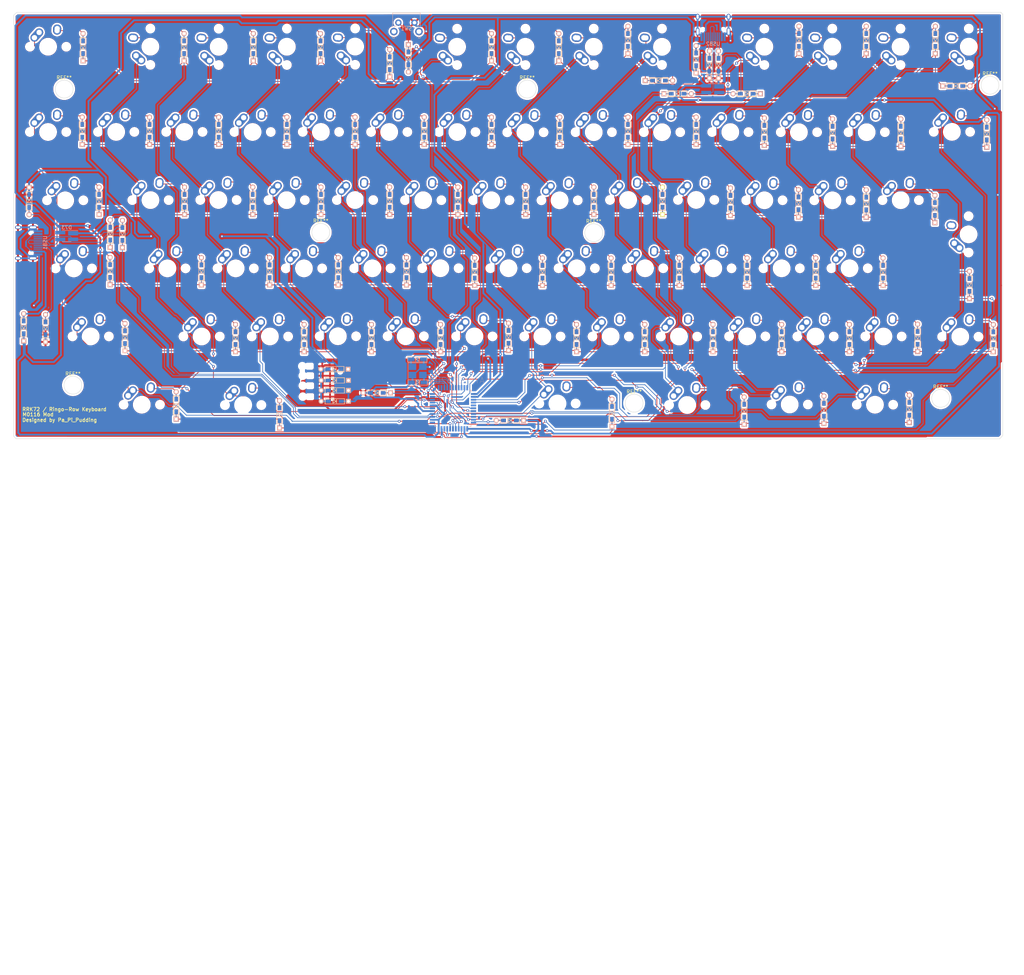
<source format=kicad_pcb>
(kicad_pcb (version 20171130) (host pcbnew "(5.1.6)-1")
  (layers (0 F.Cu signal) (31 B.Cu signal) (34 B.Paste user) (35 F.Paste user) (36 B.SilkS user) (37 F.SilkS user) (38 B.Mask user) (39 F.Mask user hide) (44 Edge.Cuts user))
  (net 0 "")
  (net 1 GND)
  (net 2 XTAL1)
  (net 3 XTAL2)
  (net 4 "Net-(C3-Pad1)")
  (net 5 VCC)
  (net 6 "Net-(D1-Pad2)")
  (net 7 ROW0)
  (net 8 "Net-(D2-Pad2)")
  (net 9 "Net-(D3-Pad2)")
  (net 10 "Net-(D4-Pad2)")
  (net 11 "Net-(D5-Pad2)")
  (net 12 "Net-(D6-Pad2)")
  (net 13 "Net-(D7-Pad2)")
  (net 14 "Net-(D8-Pad2)")
  (net 15 "Net-(D9-Pad2)")
  (net 16 "Net-(D10-Pad2)")
  (net 17 "Net-(D11-Pad2)")
  (net 18 "Net-(D12-Pad2)")
  (net 19 "Net-(D13-Pad2)")
  (net 20 ROW1)
  (net 21 "Net-(D14-Pad2)")
  (net 22 "Net-(D15-Pad2)")
  (net 23 "Net-(D16-Pad2)")
  (net 24 "Net-(D18-Pad2)")
  (net 25 "Net-(D19-Pad2)")
  (net 26 "Net-(D20-Pad2)")
  (net 27 "Net-(D21-Pad2)")
  (net 28 "Net-(D22-Pad2)")
  (net 29 "Net-(D23-Pad2)")
  (net 30 "Net-(D24-Pad2)")
  (net 31 "Net-(D25-Pad2)")
  (net 32 "Net-(D26-Pad2)")
  (net 33 "Net-(D27-Pad2)")
  (net 34 "Net-(D28-Pad2)")
  (net 35 "Net-(D29-Pad2)")
  (net 36 ROW2)
  (net 37 "Net-(D30-Pad2)")
  (net 38 "Net-(D31-Pad2)")
  (net 39 "Net-(D32-Pad2)")
  (net 40 "Net-(D33-Pad2)")
  (net 41 "Net-(D34-Pad2)")
  (net 42 "Net-(D35-Pad2)")
  (net 43 "Net-(D36-Pad2)")
  (net 44 "Net-(D37-Pad2)")
  (net 45 "Net-(D38-Pad2)")
  (net 46 "Net-(D39-Pad2)")
  (net 47 "Net-(D40-Pad2)")
  (net 48 "Net-(D41-Pad2)")
  (net 49 "Net-(D42-Pad2)")
  (net 50 "Net-(D43-Pad2)")
  (net 51 ROW3)
  (net 52 "Net-(D44-Pad2)")
  (net 53 "Net-(D45-Pad2)")
  (net 54 "Net-(D46-Pad2)")
  (net 55 "Net-(D47-Pad2)")
  (net 56 "Net-(D48-Pad2)")
  (net 57 "Net-(D49-Pad2)")
  (net 58 "Net-(D50-Pad2)")
  (net 59 "Net-(D51-Pad2)")
  (net 60 "Net-(D52-Pad2)")
  (net 61 "Net-(D53-Pad2)")
  (net 62 "Net-(D54-Pad2)")
  (net 63 "Net-(D55-Pad2)")
  (net 64 "Net-(D56-Pad2)")
  (net 65 "Net-(D57-Pad2)")
  (net 66 "Net-(D58-Pad2)")
  (net 67 "Net-(D59-Pad2)")
  (net 68 "Net-(D60-Pad2)")
  (net 69 "Net-(D61-Pad2)")
  (net 70 "Net-(D62-Pad2)")
  (net 71 "Net-(D63-Pad2)")
  (net 72 "Net-(D64-Pad2)")
  (net 73 "Net-(D65-Pad2)")
  (net 74 "Net-(D66-Pad2)")
  (net 75 "Net-(D67-Pad2)")
  (net 76 "Net-(D68-Pad2)")
  (net 77 "Net-(D69-Pad2)")
  (net 78 "Net-(D70-Pad2)")
  (net 79 "Net-(D71-Pad2)")
  (net 80 ROW5)
  (net 81 "Net-(D72-Pad2)")
  (net 82 COL9)
  (net 83 COL10)
  (net 84 COL0)
  (net 85 COL1)
  (net 86 COL2)
  (net 87 COL3)
  (net 88 COL4)
  (net 89 COL5)
  (net 90 COL6)
  (net 91 COL7)
  (net 92 COL8)
  (net 93 COL11)
  (net 94 COL12)
  (net 95 COL13)
  (net 96 RESET)
  (net 97 D-)
  (net 98 D+)
  (net 99 "Net-(D17-Pad2)")
  (net 100 ROW4)
  (net 101 "Net-(D73-Pad3)")
  (net 102 "Net-(D73-Pad2)")
  (net 103 "Net-(D74-Pad2)")
  (net 104 "Net-(D74-Pad3)")
  (net 105 "Net-(F3-Pad2)")
  (net 106 "Net-(F4-Pad2)")
  (net 107 "Net-(R4-Pad2)")
  (net 108 "Net-(R5-Pad2)")
  (net 109 "Net-(R8-Pad2)")
  (net 110 "Net-(R9-Pad2)")
  (net 111 "Net-(R10-Pad2)")
  (module MountingHole:MountingHole_2.2mm_M2 (layer F.Cu) (at 469.538 -28.923)
    (fp_text reference REF** (at 0 -3.2) (layer F.SilkS))
    (fp_text value MountingHole_2.2mm_M2)
    (pad 1 np_thru_hole circle (at 0 0) (size 2.2 2.2) (drill 2.2) (layers *.Cu *.Mask))
  )
  (module MountingHole:MountingHole_2.2mm_M2 (layer F.Cu) (at 393.328 -29.043)
    (fp_text reference REF** (at 0 -3.2) (layer F.SilkS))
    (fp_text value MountingHole_2.2mm_M2)
    (pad 1 np_thru_hole circle (at 0 0) (size 2.2 2.2) (drill 2.2) (layers *.Cu *.Mask))
  )
  (module MX_Alps_Hybrid:MX-1U-NoLED (layer F.Cu) (at 345.7548 -38.0434)
    (fp_text reference MX27)
    (fp_text value Q)
    (pad "" np_thru_hole circle (at 5.08 0 48.0996) (size 1.75 1.75) (drill 1.75) (layers *.Cu *.Mask))
    (pad "" np_thru_hole circle (at -5.08 0 48.0996) (size 1.75 1.75) (drill 1.75) (layers *.Cu *.Mask))
    (pad 1 thru_hole circle (at -2.5 -4) (size 2.25 2.25) (drill 1.47) (layers *.Cu B.Mask) (net 85 COL1))
    (pad "" np_thru_hole circle (at 0 0) (size 3.9878 3.9878) (drill 3.9878) (layers *.Cu *.Mask))
    (pad 1 thru_hole oval (at -3.81 -2.54 48.0996) (size 4.211556 2.25) (drill 1.47 (offset 0.980778 0)) (layers *.Cu B.Mask) (net 85 COL1))
    (pad 2 thru_hole circle (at 2.54 -5.08) (size 2.25 2.25) (drill 1.47) (layers *.Cu B.Mask) (net 35 "Net-(D29-Pad2)"))
    (pad 2 thru_hole oval (at 2.5 -4.5 86.0548) (size 2.831378 2.25) (drill 1.47 (offset 0.290689 0)) (layers *.Cu B.Mask) (net 35 "Net-(D29-Pad2)"))
  )
  (module MX_Alps_Hybrid:MX-1U-NoLED (layer F.Cu) (at 324.3299 -18.9553)
    (fp_text reference MX51)
    (fp_text value Ctrl)
    (pad "" np_thru_hole circle (at 5.08 0 48.0996) (size 1.75 1.75) (drill 1.75) (layers *.Cu *.Mask))
    (pad "" np_thru_hole circle (at -5.08 0 48.0996) (size 1.75 1.75) (drill 1.75) (layers *.Cu *.Mask))
    (pad 1 thru_hole circle (at -2.5 -4) (size 2.25 2.25) (drill 1.47) (layers *.Cu B.Mask) (net 84 COL0))
    (pad "" np_thru_hole circle (at 0 0) (size 3.9878 3.9878) (drill 3.9878) (layers *.Cu *.Mask))
    (pad 1 thru_hole oval (at -3.81 -2.54 48.0996) (size 4.211556 2.25) (drill 1.47 (offset 0.980778 0)) (layers *.Cu B.Mask) (net 84 COL0))
    (pad 2 thru_hole circle (at 2.54 -5.08) (size 2.25 2.25) (drill 1.47) (layers *.Cu B.Mask) (net 61 "Net-(D53-Pad2)"))
    (pad 2 thru_hole oval (at 2.5 -4.5 86.0548) (size 2.831378 2.25) (drill 1.47 (offset 0.290689 0)) (layers *.Cu B.Mask) (net 61 "Net-(D53-Pad2)"))
  )
  (module MX_Alps_Hybrid:MX-1U-NoLED (layer F.Cu) (at 360.0423 0.0693)
    (fp_text reference MX52)
    (fp_text value Z)
    (pad "" np_thru_hole circle (at 5.08 0 48.0996) (size 1.75 1.75) (drill 1.75) (layers *.Cu *.Mask))
    (pad "" np_thru_hole circle (at -5.08 0 48.0996) (size 1.75 1.75) (drill 1.75) (layers *.Cu *.Mask))
    (pad 1 thru_hole circle (at -2.5 -4) (size 2.25 2.25) (drill 1.47) (layers *.Cu B.Mask) (net 85 COL1))
    (pad "" np_thru_hole circle (at 0 0) (size 3.9878 3.9878) (drill 3.9878) (layers *.Cu *.Mask))
    (pad 1 thru_hole oval (at -3.81 -2.54 48.0996) (size 4.211556 2.25) (drill 1.47 (offset 0.980778 0)) (layers *.Cu B.Mask) (net 85 COL1))
    (pad 2 thru_hole circle (at 2.54 -5.08) (size 2.25 2.25) (drill 1.47) (layers *.Cu B.Mask) (net 62 "Net-(D54-Pad2)"))
    (pad 2 thru_hole oval (at 2.5 -4.5 86.0548) (size 2.831378 2.25) (drill 1.47 (offset 0.290689 0)) (layers *.Cu B.Mask) (net 62 "Net-(D54-Pad2)"))
  )
  (module MX_Alps_Hybrid:MX-1U-NoLED (layer F.Cu) (at 350.4792 -18.968)
    (fp_text reference MX39)
    (fp_text value A)
    (pad "" np_thru_hole circle (at 5.08 0 48.0996) (size 1.75 1.75) (drill 1.75) (layers *.Cu *.Mask))
    (pad "" np_thru_hole circle (at -5.08 0 48.0996) (size 1.75 1.75) (drill 1.75) (layers *.Cu *.Mask))
    (pad 1 thru_hole circle (at -2.5 -4) (size 2.25 2.25) (drill 1.47) (layers *.Cu B.Mask) (net 85 COL1))
    (pad "" np_thru_hole circle (at 0 0) (size 3.9878 3.9878) (drill 3.9878) (layers *.Cu *.Mask))
    (pad 1 thru_hole oval (at -3.81 -2.54 48.0996) (size 4.211556 2.25) (drill 1.47 (offset 0.980778 0)) (layers *.Cu B.Mask) (net 85 COL1))
    (pad 2 thru_hole circle (at 2.54 -5.08) (size 2.25 2.25) (drill 1.47) (layers *.Cu B.Mask) (net 48 "Net-(D41-Pad2)"))
    (pad 2 thru_hole oval (at 2.5 -4.5 86.0548) (size 2.831378 2.25) (drill 1.47 (offset 0.290689 0)) (layers *.Cu B.Mask) (net 48 "Net-(D41-Pad2)"))
  )
  (module kbd:D3_TH_SMD (layer B.Cu) (at 337.918 -28.583 90)
    (fp_text reference R2 hide)
    (fp_text value 22 hide)
    (pad 1 smd rect (at -1.775 0 90) (size 1.3 0.95) (layers B.Cu B.Paste B.Mask) (net 98 D+))
    (pad 2 smd rect (at 1.775 0 90) (size 1.3 0.95) (layers F.Cu F.Paste F.Mask) (net 102 "Net-(D73-Pad2)"))
    (pad 1 smd rect (at -1.775 0 90) (size 1.3 0.95) (layers F.Cu F.Paste F.Mask) (net 98 D+))
    (pad 1 thru_hole rect (at -3.81 0 90) (size 1.397 1.397) (drill 0.8128) (layers *.Cu *.Mask B.SilkS) (net 98 D+))
    (pad 2 thru_hole circle (at 3.81 0 90) (size 1.397 1.397) (drill 0.8128) (layers *.Cu *.Mask B.SilkS) (net 102 "Net-(D73-Pad2)"))
    (pad 2 smd rect (at 1.775 0 90) (size 1.3 0.95) (layers B.Cu B.Paste B.Mask) (net 102 "Net-(D73-Pad2)"))
  )
  (module MountingHole:MountingHole_2.2mm_M2 (layer F.Cu) (at 324.108 13.687)
    (fp_text reference REF** (at 0 -3.2) (layer F.SilkS))
    (fp_text value MountingHole_2.2mm_M2)
    (pad 1 np_thru_hole circle (at 0 0) (size 2.2 2.2) (drill 2.2) (layers *.Cu *.Mask))
  )
  (module MountingHole:MountingHole_2.2mm_M2 (layer F.Cu) (at 480.838 18.707)
    (fp_text reference REF** (at 0 -3.2) (layer F.SilkS))
    (fp_text value MountingHole_2.2mm_M2)
    (pad 1 np_thru_hole circle (at 0 0) (size 2.2 2.2) (drill 2.2) (layers *.Cu *.Mask))
  )
  (module MountingHole:MountingHole_2.2mm_M2 (layer F.Cu) (at 566.428 17.347)
    (fp_text reference REF** (at 0 -3.2) (layer F.SilkS))
    (fp_text value MountingHole_2.2mm_M2)
    (pad 1 np_thru_hole circle (at 0 0) (size 2.2 2.2) (drill 2.2) (layers *.Cu *.Mask))
  )
  (module MountingHole:MountingHole_2.2mm_M2 (layer F.Cu) (at 580.238 -70.153)
    (fp_text reference REF** (at 0 -3.2) (layer F.SilkS))
    (fp_text value MountingHole_2.2mm_M2)
    (pad 1 np_thru_hole circle (at 0 0) (size 2.2 2.2) (drill 2.2) (layers *.Cu *.Mask))
  )
  (module MountingHole:MountingHole_2.2mm_M2 (layer F.Cu) (at 450.958 -69.053)
    (fp_text reference REF** (at 0 -3.2) (layer F.SilkS))
    (fp_text value MountingHole_2.2mm_M2)
    (pad 1 np_thru_hole circle (at 0 0) (size 2.2 2.2) (drill 2.2) (layers *.Cu *.Mask))
  )
  (module MountingHole:MountingHole_2.2mm_M2 (layer F.Cu) (at 321.648 -69.053)
    (fp_text reference REF** (at 0 -3.2) (layer F.SilkS))
    (fp_text value MountingHole_2.2mm_M2)
    (pad 1 np_thru_hole circle (at 0 0) (size 2.2 2.2) (drill 2.2) (layers *.Cu *.Mask))
  )
  (module MX_Alps_Hybrid:MX-1U-NoLED (layer F.Cu) (at 495.658 19.207)
    (fp_text reference MX68)
    (fp_text value R_command)
    (pad "" np_thru_hole circle (at 5.08 0 48.0996) (size 1.75 1.75) (drill 1.75) (layers *.Cu *.Mask))
    (pad "" np_thru_hole circle (at -5.08 0 48.0996) (size 1.75 1.75) (drill 1.75) (layers *.Cu *.Mask))
    (pad 1 thru_hole circle (at -2.5 -4) (size 2.25 2.25) (drill 1.47) (layers *.Cu B.Mask) (net 92 COL8))
    (pad "" np_thru_hole circle (at 0 0) (size 3.9878 3.9878) (drill 3.9878) (layers *.Cu *.Mask))
    (pad 1 thru_hole oval (at -3.81 -2.54 48.0996) (size 4.211556 2.25) (drill 1.47 (offset 0.980778 0)) (layers *.Cu B.Mask) (net 92 COL8))
    (pad 2 thru_hole circle (at 2.54 -5.08) (size 2.25 2.25) (drill 1.47) (layers *.Cu B.Mask) (net 78 "Net-(D70-Pad2)"))
    (pad 2 thru_hole oval (at 2.5 -4.5 86.0548) (size 2.831378 2.25) (drill 1.47 (offset 0.290689 0)) (layers *.Cu B.Mask) (net 78 "Net-(D70-Pad2)"))
  )
  (module MX_Alps_Hybrid:MX-1U-NoLED (layer F.Cu) (at 459.4198 18.8018)
    (fp_text reference MX67)
    (fp_text value space)
    (pad "" np_thru_hole circle (at 5.08 0 48.0996) (size 1.75 1.75) (drill 1.75) (layers *.Cu *.Mask))
    (pad "" np_thru_hole circle (at -5.08 0 48.0996) (size 1.75 1.75) (drill 1.75) (layers *.Cu *.Mask))
    (pad 1 thru_hole circle (at -2.5 -4) (size 2.25 2.25) (drill 1.47) (layers *.Cu B.Mask) (net 90 COL6))
    (pad "" np_thru_hole circle (at 0 0) (size 3.9878 3.9878) (drill 3.9878) (layers *.Cu *.Mask))
    (pad 1 thru_hole oval (at -3.81 -2.54 48.0996) (size 4.211556 2.25) (drill 1.47 (offset 0.980778 0)) (layers *.Cu B.Mask) (net 90 COL6))
    (pad 2 thru_hole circle (at 2.54 -5.08) (size 2.25 2.25) (drill 1.47) (layers *.Cu B.Mask) (net 77 "Net-(D69-Pad2)"))
    (pad 2 thru_hole oval (at 2.5 -4.5 86.0548) (size 2.831378 2.25) (drill 1.47 (offset 0.290689 0)) (layers *.Cu B.Mask) (net 77 "Net-(D69-Pad2)"))
  )
  (module MX_Alps_Hybrid:MX-1U-NoLED (layer F.Cu) (at 417.0472 0.0006)
    (fp_text reference MX55)
    (fp_text value V)
    (pad "" np_thru_hole circle (at 5.08 0 48.0996) (size 1.75 1.75) (drill 1.75) (layers *.Cu *.Mask))
    (pad "" np_thru_hole circle (at -5.08 0 48.0996) (size 1.75 1.75) (drill 1.75) (layers *.Cu *.Mask))
    (pad 1 thru_hole circle (at -2.5 -4) (size 2.25 2.25) (drill 1.47) (layers *.Cu B.Mask) (net 88 COL4))
    (pad "" np_thru_hole circle (at 0 0) (size 3.9878 3.9878) (drill 3.9878) (layers *.Cu *.Mask))
    (pad 1 thru_hole oval (at -3.81 -2.54 48.0996) (size 4.211556 2.25) (drill 1.47 (offset 0.980778 0)) (layers *.Cu B.Mask) (net 88 COL4))
    (pad 2 thru_hole circle (at 2.54 -5.08) (size 2.25 2.25) (drill 1.47) (layers *.Cu B.Mask) (net 65 "Net-(D57-Pad2)"))
    (pad 2 thru_hole oval (at 2.5 -4.5 86.0548) (size 2.831378 2.25) (drill 1.47 (offset 0.290689 0)) (layers *.Cu B.Mask) (net 65 "Net-(D57-Pad2)"))
  )
  (module MX_Alps_Hybrid:MX-1U-NoLED (layer F.Cu) (at 398.0972 0.0006)
    (fp_text reference MX54)
    (fp_text value C)
    (pad "" np_thru_hole circle (at 5.08 0 48.0996) (size 1.75 1.75) (drill 1.75) (layers *.Cu *.Mask))
    (pad "" np_thru_hole circle (at -5.08 0 48.0996) (size 1.75 1.75) (drill 1.75) (layers *.Cu *.Mask))
    (pad 1 thru_hole circle (at -2.5 -4) (size 2.25 2.25) (drill 1.47) (layers *.Cu B.Mask) (net 87 COL3))
    (pad "" np_thru_hole circle (at 0 0) (size 3.9878 3.9878) (drill 3.9878) (layers *.Cu *.Mask))
    (pad 1 thru_hole oval (at -3.81 -2.54 48.0996) (size 4.211556 2.25) (drill 1.47 (offset 0.980778 0)) (layers *.Cu B.Mask) (net 87 COL3))
    (pad 2 thru_hole circle (at 2.54 -5.08) (size 2.25 2.25) (drill 1.47) (layers *.Cu B.Mask) (net 64 "Net-(D56-Pad2)"))
    (pad 2 thru_hole oval (at 2.5 -4.5 86.0548) (size 2.831378 2.25) (drill 1.47 (offset 0.290689 0)) (layers *.Cu B.Mask) (net 64 "Net-(D56-Pad2)"))
  )
  (module MX_Alps_Hybrid:MX-1U-NoLED (layer F.Cu) (at 493.3669 0.082)
    (fp_text reference MX59)
    (fp_text value <,)
    (pad "" np_thru_hole circle (at 5.08 0 48.0996) (size 1.75 1.75) (drill 1.75) (layers *.Cu *.Mask))
    (pad "" np_thru_hole circle (at -5.08 0 48.0996) (size 1.75 1.75) (drill 1.75) (layers *.Cu *.Mask))
    (pad 1 thru_hole circle (at -2.5 -4) (size 2.25 2.25) (drill 1.47) (layers *.Cu B.Mask) (net 92 COL8))
    (pad "" np_thru_hole circle (at 0 0) (size 3.9878 3.9878) (drill 3.9878) (layers *.Cu *.Mask))
    (pad 1 thru_hole oval (at -3.81 -2.54 48.0996) (size 4.211556 2.25) (drill 1.47 (offset 0.980778 0)) (layers *.Cu B.Mask) (net 92 COL8))
    (pad 2 thru_hole circle (at 2.54 -5.08) (size 2.25 2.25) (drill 1.47) (layers *.Cu B.Mask) (net 69 "Net-(D61-Pad2)"))
    (pad 2 thru_hole oval (at 2.5 -4.5 86.0548) (size 2.831378 2.25) (drill 1.47 (offset 0.290689 0)) (layers *.Cu B.Mask) (net 69 "Net-(D61-Pad2)"))
  )
  (module MX_Alps_Hybrid:MX-1U-NoLED (layer F.Cu) (at 512.4169 0.0312)
    (fp_text reference MX60)
    (fp_text value .>)
    (pad "" np_thru_hole circle (at 5.08 0 48.0996) (size 1.75 1.75) (drill 1.75) (layers *.Cu *.Mask))
    (pad "" np_thru_hole circle (at -5.08 0 48.0996) (size 1.75 1.75) (drill 1.75) (layers *.Cu *.Mask))
    (pad 1 thru_hole circle (at -2.5 -4) (size 2.25 2.25) (drill 1.47) (layers *.Cu B.Mask) (net 82 COL9))
    (pad "" np_thru_hole circle (at 0 0) (size 3.9878 3.9878) (drill 3.9878) (layers *.Cu *.Mask))
    (pad 1 thru_hole oval (at -3.81 -2.54 48.0996) (size 4.211556 2.25) (drill 1.47 (offset 0.980778 0)) (layers *.Cu B.Mask) (net 82 COL9))
    (pad 2 thru_hole circle (at 2.54 -5.08) (size 2.25 2.25) (drill 1.47) (layers *.Cu B.Mask) (net 70 "Net-(D62-Pad2)"))
    (pad 2 thru_hole oval (at 2.5 -4.5 86.0548) (size 2.831378 2.25) (drill 1.47 (offset 0.290689 0)) (layers *.Cu B.Mask) (net 70 "Net-(D62-Pad2)"))
  )
  (module MX_Alps_Hybrid:MX-1U-NoLED (layer F.Cu) (at 574.2913 -80.8932 90)
    (fp_text reference MX11)
    (fp_text value F12)
    (pad "" np_thru_hole circle (at 5.08 0 138.0996) (size 1.75 1.75) (drill 1.75) (layers *.Cu *.Mask))
    (pad "" np_thru_hole circle (at -5.08 0 138.0996) (size 1.75 1.75) (drill 1.75) (layers *.Cu *.Mask))
    (pad 1 thru_hole circle (at -2.5 -4 90) (size 2.25 2.25) (drill 1.47) (layers *.Cu B.Mask) (net 94 COL12))
    (pad "" np_thru_hole circle (at 0 0 90) (size 3.9878 3.9878) (drill 3.9878) (layers *.Cu *.Mask))
    (pad 1 thru_hole oval (at -3.81 -2.54 138.0996) (size 4.211556 2.25) (drill 1.47 (offset 0.980778 0)) (layers *.Cu B.Mask) (net 94 COL12))
    (pad 2 thru_hole circle (at 2.54 -5.08 90) (size 2.25 2.25) (drill 1.47) (layers *.Cu B.Mask) (net 19 "Net-(D13-Pad2)"))
    (pad 2 thru_hole oval (at 2.5 -4.5 176.0548) (size 2.831378 2.25) (drill 1.47 (offset 0.290689 0)) (layers *.Cu B.Mask) (net 19 "Net-(D13-Pad2)"))
  )
  (module MX_Alps_Hybrid:MX-1U-NoLED (layer F.Cu) (at 488.6171 -80.8805 90)
    (fp_text reference MX9)
    (fp_text value F8)
    (pad "" np_thru_hole circle (at 5.08 0 138.0996) (size 1.75 1.75) (drill 1.75) (layers *.Cu *.Mask))
    (pad "" np_thru_hole circle (at -5.08 0 138.0996) (size 1.75 1.75) (drill 1.75) (layers *.Cu *.Mask))
    (pad 1 thru_hole circle (at -2.5 -4 90) (size 2.25 2.25) (drill 1.47) (layers *.Cu B.Mask) (net 92 COL8))
    (pad "" np_thru_hole circle (at 0 0 90) (size 3.9878 3.9878) (drill 3.9878) (layers *.Cu *.Mask))
    (pad 1 thru_hole oval (at -3.81 -2.54 138.0996) (size 4.211556 2.25) (drill 1.47 (offset 0.980778 0)) (layers *.Cu B.Mask) (net 92 COL8))
    (pad 2 thru_hole circle (at 2.54 -5.08 90) (size 2.25 2.25) (drill 1.47) (layers *.Cu B.Mask) (net 15 "Net-(D9-Pad2)"))
    (pad 2 thru_hole oval (at 2.5 -4.5 176.0548) (size 2.831378 2.25) (drill 1.47 (offset 0.290689 0)) (layers *.Cu B.Mask) (net 15 "Net-(D9-Pad2)"))
  )
  (module MX_Alps_Hybrid:MX-1U-NoLED (layer F.Cu) (at 450.479 -80.8678 90)
    (fp_text reference MX7)
    (fp_text value F6)
    (pad "" np_thru_hole circle (at 5.08 0 138.0996) (size 1.75 1.75) (drill 1.75) (layers *.Cu *.Mask))
    (pad "" np_thru_hole circle (at -5.08 0 138.0996) (size 1.75 1.75) (drill 1.75) (layers *.Cu *.Mask))
    (pad 1 thru_hole circle (at -2.5 -4 90) (size 2.25 2.25) (drill 1.47) (layers *.Cu B.Mask) (net 90 COL6))
    (pad "" np_thru_hole circle (at 0 0 90) (size 3.9878 3.9878) (drill 3.9878) (layers *.Cu *.Mask))
    (pad 1 thru_hole oval (at -3.81 -2.54 138.0996) (size 4.211556 2.25) (drill 1.47 (offset 0.980778 0)) (layers *.Cu B.Mask) (net 90 COL6))
    (pad 2 thru_hole circle (at 2.54 -5.08 90) (size 2.25 2.25) (drill 1.47) (layers *.Cu B.Mask) (net 13 "Net-(D7-Pad2)"))
    (pad 2 thru_hole oval (at 2.5 -4.5 176.0548) (size 2.831378 2.25) (drill 1.47 (offset 0.290689 0)) (layers *.Cu B.Mask) (net 13 "Net-(D7-Pad2)"))
  )
  (module MX_Alps_Hybrid:MX-1U-NoLED (layer F.Cu) (at 555.2286 -80.8805 90)
    (fp_text reference MX10)
    (fp_text value F11)
    (pad "" np_thru_hole circle (at 5.08 0 138.0996) (size 1.75 1.75) (drill 1.75) (layers *.Cu *.Mask))
    (pad "" np_thru_hole circle (at -5.08 0 138.0996) (size 1.75 1.75) (drill 1.75) (layers *.Cu *.Mask))
    (pad 1 thru_hole circle (at -2.5 -4 90) (size 2.25 2.25) (drill 1.47) (layers *.Cu B.Mask) (net 93 COL11))
    (pad "" np_thru_hole circle (at 0 0 90) (size 3.9878 3.9878) (drill 3.9878) (layers *.Cu *.Mask))
    (pad 1 thru_hole oval (at -3.81 -2.54 138.0996) (size 4.211556 2.25) (drill 1.47 (offset 0.980778 0)) (layers *.Cu B.Mask) (net 93 COL11))
    (pad 2 thru_hole circle (at 2.54 -5.08 90) (size 2.25 2.25) (drill 1.47) (layers *.Cu B.Mask) (net 18 "Net-(D12-Pad2)"))
    (pad 2 thru_hole oval (at 2.5 -4.5 176.0548) (size 2.831378 2.25) (drill 1.47 (offset 0.290689 0)) (layers *.Cu B.Mask) (net 18 "Net-(D12-Pad2)"))
  )
  (module MX_Alps_Hybrid:MX-1U-NoLED (layer F.Cu) (at 364.8048 -80.8678 90)
    (fp_text reference MX3)
    (fp_text value F2)
    (pad "" np_thru_hole circle (at 5.08 0 138.0996) (size 1.75 1.75) (drill 1.75) (layers *.Cu *.Mask))
    (pad "" np_thru_hole circle (at -5.08 0 138.0996) (size 1.75 1.75) (drill 1.75) (layers *.Cu *.Mask))
    (pad 1 thru_hole circle (at -2.5 -4 90) (size 2.25 2.25) (drill 1.47) (layers *.Cu B.Mask) (net 86 COL2))
    (pad "" np_thru_hole circle (at 0 0 90) (size 3.9878 3.9878) (drill 3.9878) (layers *.Cu *.Mask))
    (pad 1 thru_hole oval (at -3.81 -2.54 138.0996) (size 4.211556 2.25) (drill 1.47 (offset 0.980778 0)) (layers *.Cu B.Mask) (net 86 COL2))
    (pad 2 thru_hole circle (at 2.54 -5.08 90) (size 2.25 2.25) (drill 1.47) (layers *.Cu B.Mask) (net 9 "Net-(D3-Pad2)"))
    (pad 2 thru_hole oval (at 2.5 -4.5 176.0548) (size 2.831378 2.25) (drill 1.47 (offset 0.290689 0)) (layers *.Cu B.Mask) (net 9 "Net-(D3-Pad2)"))
  )
  (module MX_Alps_Hybrid:MX-1U-NoLED (layer F.Cu) (at 345.7294 -80.9059 90)
    (fp_text reference MX2)
    (fp_text value F1)
    (pad "" np_thru_hole circle (at 5.08 0 138.0996) (size 1.75 1.75) (drill 1.75) (layers *.Cu *.Mask))
    (pad "" np_thru_hole circle (at -5.08 0 138.0996) (size 1.75 1.75) (drill 1.75) (layers *.Cu *.Mask))
    (pad 1 thru_hole circle (at -2.5 -4 90) (size 2.25 2.25) (drill 1.47) (layers *.Cu B.Mask) (net 85 COL1))
    (pad "" np_thru_hole circle (at 0 0 90) (size 3.9878 3.9878) (drill 3.9878) (layers *.Cu *.Mask))
    (pad 1 thru_hole oval (at -3.81 -2.54 138.0996) (size 4.211556 2.25) (drill 1.47 (offset 0.980778 0)) (layers *.Cu B.Mask) (net 85 COL1))
    (pad 2 thru_hole circle (at 2.54 -5.08 90) (size 2.25 2.25) (drill 1.47) (layers *.Cu B.Mask) (net 8 "Net-(D2-Pad2)"))
    (pad 2 thru_hole oval (at 2.5 -4.5 176.0548) (size 2.831378 2.25) (drill 1.47 (offset 0.290689 0)) (layers *.Cu B.Mask) (net 8 "Net-(D2-Pad2)"))
  )
  (module MX_Alps_Hybrid:MX-1U-NoLED (layer F.Cu) (at 371.638 19.227)
    (fp_text reference MX66)
    (fp_text value L_command)
    (pad 2 thru_hole oval (at 2.5 -4.5 86.0548) (size 2.831378 2.25) (drill 1.47 (offset 0.290689 0)) (layers *.Cu B.Mask) (net 76 "Net-(D68-Pad2)"))
    (pad 2 thru_hole circle (at 2.54 -5.08) (size 2.25 2.25) (drill 1.47) (layers *.Cu B.Mask) (net 76 "Net-(D68-Pad2)"))
    (pad 1 thru_hole oval (at -3.81 -2.54 48.0996) (size 4.211556 2.25) (drill 1.47 (offset 0.980778 0)) (layers *.Cu B.Mask) (net 85 COL1))
    (pad "" np_thru_hole circle (at 0 0) (size 3.9878 3.9878) (drill 3.9878) (layers *.Cu *.Mask))
    (pad 1 thru_hole circle (at -2.5 -4) (size 2.25 2.25) (drill 1.47) (layers *.Cu B.Mask) (net 85 COL1))
    (pad "" np_thru_hole circle (at -5.08 0 48.0996) (size 1.75 1.75) (drill 1.75) (layers *.Cu *.Mask))
    (pad "" np_thru_hole circle (at 5.08 0 48.0996) (size 1.75 1.75) (drill 1.75) (layers *.Cu *.Mask))
  )
  (module MX_Alps_Hybrid:MX-1U-NoLED (layer F.Cu) (at 531.4923 0.0693)
    (fp_text reference MX61)
    (fp_text value ?)
    (pad "" np_thru_hole circle (at 5.08 0 48.0996) (size 1.75 1.75) (drill 1.75) (layers *.Cu *.Mask))
    (pad "" np_thru_hole circle (at -5.08 0 48.0996) (size 1.75 1.75) (drill 1.75) (layers *.Cu *.Mask))
    (pad 1 thru_hole circle (at -2.5 -4) (size 2.25 2.25) (drill 1.47) (layers *.Cu B.Mask) (net 83 COL10))
    (pad "" np_thru_hole circle (at 0 0) (size 3.9878 3.9878) (drill 3.9878) (layers *.Cu *.Mask))
    (pad 1 thru_hole oval (at -3.81 -2.54 48.0996) (size 4.211556 2.25) (drill 1.47 (offset 0.980778 0)) (layers *.Cu B.Mask) (net 83 COL10))
    (pad 2 thru_hole circle (at 2.54 -5.08) (size 2.25 2.25) (drill 1.47) (layers *.Cu B.Mask) (net 71 "Net-(D63-Pad2)"))
    (pad 2 thru_hole oval (at 2.5 -4.5 86.0548) (size 2.831378 2.25) (drill 1.47 (offset 0.290689 0)) (layers *.Cu B.Mask) (net 71 "Net-(D63-Pad2)"))
  )
  (module MX_Alps_Hybrid:MX-1U-NoLED (layer F.Cu) (at 522.0308 -18.9807)
    (fp_text reference MX48)
    (fp_text value :;)
    (pad "" np_thru_hole circle (at 5.08 0 48.0996) (size 1.75 1.75) (drill 1.75) (layers *.Cu *.Mask))
    (pad "" np_thru_hole circle (at -5.08 0 48.0996) (size 1.75 1.75) (drill 1.75) (layers *.Cu *.Mask))
    (pad 1 thru_hole circle (at -2.5 -4) (size 2.25 2.25) (drill 1.47) (layers *.Cu B.Mask) (net 83 COL10))
    (pad "" np_thru_hole circle (at 0 0) (size 3.9878 3.9878) (drill 3.9878) (layers *.Cu *.Mask))
    (pad 1 thru_hole oval (at -3.81 -2.54 48.0996) (size 4.211556 2.25) (drill 1.47 (offset 0.980778 0)) (layers *.Cu B.Mask) (net 83 COL10))
    (pad 2 thru_hole circle (at 2.54 -5.08) (size 2.25 2.25) (drill 1.47) (layers *.Cu B.Mask) (net 58 "Net-(D50-Pad2)"))
    (pad 2 thru_hole oval (at 2.5 -4.5 86.0548) (size 2.831378 2.25) (drill 1.47 (offset 0.290689 0)) (layers *.Cu B.Mask) (net 58 "Net-(D50-Pad2)"))
  )
  (module MX_Alps_Hybrid:MX-1U-NoLED (layer F.Cu) (at 402.8921 -38.0561)
    (fp_text reference MX30)
    (fp_text value R)
    (pad "" np_thru_hole circle (at 5.08 0 48.0996) (size 1.75 1.75) (drill 1.75) (layers *.Cu *.Mask))
    (pad "" np_thru_hole circle (at -5.08 0 48.0996) (size 1.75 1.75) (drill 1.75) (layers *.Cu *.Mask))
    (pad 1 thru_hole circle (at -2.5 -4) (size 2.25 2.25) (drill 1.47) (layers *.Cu B.Mask) (net 88 COL4))
    (pad "" np_thru_hole circle (at 0 0) (size 3.9878 3.9878) (drill 3.9878) (layers *.Cu *.Mask))
    (pad 1 thru_hole oval (at -3.81 -2.54 48.0996) (size 4.211556 2.25) (drill 1.47 (offset 0.980778 0)) (layers *.Cu B.Mask) (net 88 COL4))
    (pad 2 thru_hole circle (at 2.54 -5.08) (size 2.25 2.25) (drill 1.47) (layers *.Cu B.Mask) (net 39 "Net-(D32-Pad2)"))
    (pad 2 thru_hole oval (at 2.5 -4.5 86.0548) (size 2.831378 2.25) (drill 1.47 (offset 0.290689 0)) (layers *.Cu B.Mask) (net 39 "Net-(D32-Pad2)"))
  )
  (module kbd:D3_TH_SMD (layer B.Cu) (at 412.5822 -76.2958 90)
    (fp_text reference D5 hide)
    (fp_text value D hide)
    (pad 2 smd rect (at 1.775 0 90) (size 1.3 0.95) (layers B.Cu B.Paste B.Mask) (net 11 "Net-(D5-Pad2)"))
    (pad 2 thru_hole circle (at 3.81 0 90) (size 1.397 1.397) (drill 0.8128) (layers *.Cu *.Mask B.SilkS) (net 11 "Net-(D5-Pad2)"))
    (pad 1 thru_hole rect (at -3.81 0 90) (size 1.397 1.397) (drill 0.8128) (layers *.Cu *.Mask B.SilkS) (net 7 ROW0))
    (pad 1 smd rect (at -1.775 0 90) (size 1.3 0.95) (layers F.Cu F.Paste F.Mask) (net 7 ROW0))
    (pad 2 smd rect (at 1.775 0 90) (size 1.3 0.95) (layers F.Cu F.Paste F.Mask) (net 11 "Net-(D5-Pad2)"))
    (pad 1 smd rect (at -1.775 0 90) (size 1.3 0.95) (layers B.Cu B.Paste B.Mask) (net 7 ROW0))
  )
  (module MX_Alps_Hybrid:MX-1U-NoLED (layer F.Cu) (at 524.2772 19.0685)
    (fp_text reference MX69)
    (fp_text value R_Opt)
    (pad "" np_thru_hole circle (at 5.08 0 48.0996) (size 1.75 1.75) (drill 1.75) (layers *.Cu *.Mask))
    (pad "" np_thru_hole circle (at -5.08 0 48.0996) (size 1.75 1.75) (drill 1.75) (layers *.Cu *.Mask))
    (pad 1 thru_hole circle (at -2.5 -4) (size 2.25 2.25) (drill 1.47) (layers *.Cu B.Mask) (net 82 COL9))
    (pad "" np_thru_hole circle (at 0 0) (size 3.9878 3.9878) (drill 3.9878) (layers *.Cu *.Mask))
    (pad 1 thru_hole oval (at -3.81 -2.54 48.0996) (size 4.211556 2.25) (drill 1.47 (offset 0.980778 0)) (layers *.Cu B.Mask) (net 82 COL9))
    (pad 2 thru_hole circle (at 2.54 -5.08) (size 2.25 2.25) (drill 1.47) (layers *.Cu B.Mask) (net 79 "Net-(D71-Pad2)"))
    (pad 2 thru_hole oval (at 2.5 -4.5 86.0548) (size 2.831378 2.25) (drill 1.47 (offset 0.290689 0)) (layers *.Cu B.Mask) (net 79 "Net-(D71-Pad2)"))
  )
  (module MX_Alps_Hybrid:MX-1U-NoLED (layer F.Cu) (at 548.0912 19.132)
    (fp_text reference MX70)
    (fp_text value Fn)
    (pad "" np_thru_hole circle (at 5.08 0 48.0996) (size 1.75 1.75) (drill 1.75) (layers *.Cu *.Mask))
    (pad "" np_thru_hole circle (at -5.08 0 48.0996) (size 1.75 1.75) (drill 1.75) (layers *.Cu *.Mask))
    (pad 1 thru_hole circle (at -2.5 -4) (size 2.25 2.25) (drill 1.47) (layers *.Cu B.Mask) (net 83 COL10))
    (pad "" np_thru_hole circle (at 0 0) (size 3.9878 3.9878) (drill 3.9878) (layers *.Cu *.Mask))
    (pad 1 thru_hole oval (at -3.81 -2.54 48.0996) (size 4.211556 2.25) (drill 1.47 (offset 0.980778 0)) (layers *.Cu B.Mask) (net 83 COL10))
    (pad 2 thru_hole circle (at 2.54 -5.08) (size 2.25 2.25) (drill 1.47) (layers *.Cu B.Mask) (net 81 "Net-(D72-Pad2)"))
    (pad 2 thru_hole oval (at 2.5 -4.5 86.0548) (size 2.831378 2.25) (drill 1.47 (offset 0.290689 0)) (layers *.Cu B.Mask) (net 81 "Net-(D72-Pad2)"))
  )
  (module MX_Alps_Hybrid:MX-1U-NoLED (layer F.Cu) (at 455.2072 0.0606)
    (fp_text reference MX57)
    (fp_text value N)
    (pad "" np_thru_hole circle (at 5.08 0 48.0996) (size 1.75 1.75) (drill 1.75) (layers *.Cu *.Mask))
    (pad "" np_thru_hole circle (at -5.08 0 48.0996) (size 1.75 1.75) (drill 1.75) (layers *.Cu *.Mask))
    (pad 1 thru_hole circle (at -2.5 -4) (size 2.25 2.25) (drill 1.47) (layers *.Cu B.Mask) (net 90 COL6))
    (pad "" np_thru_hole circle (at 0 0) (size 3.9878 3.9878) (drill 3.9878) (layers *.Cu *.Mask))
    (pad 1 thru_hole oval (at -3.81 -2.54 48.0996) (size 4.211556 2.25) (drill 1.47 (offset 0.980778 0)) (layers *.Cu B.Mask) (net 90 COL6))
    (pad 2 thru_hole circle (at 2.54 -5.08) (size 2.25 2.25) (drill 1.47) (layers *.Cu B.Mask) (net 67 "Net-(D59-Pad2)"))
    (pad 2 thru_hole oval (at 2.5 -4.5 86.0548) (size 2.831378 2.25) (drill 1.47 (offset 0.290689 0)) (layers *.Cu B.Mask) (net 67 "Net-(D59-Pad2)"))
  )
  (module MX_Alps_Hybrid:MX-1U-NoLED (layer F.Cu) (at 502.9554 -18.9807)
    (fp_text reference MX47)
    (fp_text value L)
    (pad "" np_thru_hole circle (at 5.08 0 48.0996) (size 1.75 1.75) (drill 1.75) (layers *.Cu *.Mask))
    (pad "" np_thru_hole circle (at -5.08 0 48.0996) (size 1.75 1.75) (drill 1.75) (layers *.Cu *.Mask))
    (pad 1 thru_hole circle (at -2.5 -4) (size 2.25 2.25) (drill 1.47) (layers *.Cu B.Mask) (net 82 COL9))
    (pad "" np_thru_hole circle (at 0 0) (size 3.9878 3.9878) (drill 3.9878) (layers *.Cu *.Mask))
    (pad 1 thru_hole oval (at -3.81 -2.54 48.0996) (size 4.211556 2.25) (drill 1.47 (offset 0.980778 0)) (layers *.Cu B.Mask) (net 82 COL9))
    (pad 2 thru_hole circle (at 2.54 -5.08) (size 2.25 2.25) (drill 1.47) (layers *.Cu B.Mask) (net 57 "Net-(D49-Pad2)"))
    (pad 2 thru_hole oval (at 2.5 -4.5 86.0548) (size 2.831378 2.25) (drill 1.47 (offset 0.290689 0)) (layers *.Cu B.Mask) (net 57 "Net-(D49-Pad2)"))
  )
  (module MX_Alps_Hybrid:MX-1U-NoLED (layer F.Cu) (at 483.88 -18.9934)
    (fp_text reference MX46)
    (fp_text value K)
    (pad "" np_thru_hole circle (at 5.08 0 48.0996) (size 1.75 1.75) (drill 1.75) (layers *.Cu *.Mask))
    (pad "" np_thru_hole circle (at -5.08 0 48.0996) (size 1.75 1.75) (drill 1.75) (layers *.Cu *.Mask))
    (pad 1 thru_hole circle (at -2.5 -4) (size 2.25 2.25) (drill 1.47) (layers *.Cu B.Mask) (net 92 COL8))
    (pad "" np_thru_hole circle (at 0 0) (size 3.9878 3.9878) (drill 3.9878) (layers *.Cu *.Mask))
    (pad 1 thru_hole oval (at -3.81 -2.54 48.0996) (size 4.211556 2.25) (drill 1.47 (offset 0.980778 0)) (layers *.Cu B.Mask) (net 92 COL8))
    (pad 2 thru_hole circle (at 2.54 -5.08) (size 2.25 2.25) (drill 1.47) (layers *.Cu B.Mask) (net 56 "Net-(D48-Pad2)"))
    (pad 2 thru_hole oval (at 2.5 -4.5 86.0548) (size 2.831378 2.25) (drill 1.47 (offset 0.290689 0)) (layers *.Cu B.Mask) (net 56 "Net-(D48-Pad2)"))
  )
  (module MX_Alps_Hybrid:MX-1U-NoLED (layer F.Cu) (at 550.4661 0.0566)
    (fp_text reference MX62)
    (fp_text value \)
    (pad "" np_thru_hole circle (at 5.08 0 48.0996) (size 1.75 1.75) (drill 1.75) (layers *.Cu *.Mask))
    (pad "" np_thru_hole circle (at -5.08 0 48.0996) (size 1.75 1.75) (drill 1.75) (layers *.Cu *.Mask))
    (pad 1 thru_hole circle (at -2.5 -4) (size 2.25 2.25) (drill 1.47) (layers *.Cu B.Mask) (net 93 COL11))
    (pad "" np_thru_hole circle (at 0 0) (size 3.9878 3.9878) (drill 3.9878) (layers *.Cu *.Mask))
    (pad 1 thru_hole oval (at -3.81 -2.54 48.0996) (size 4.211556 2.25) (drill 1.47 (offset 0.980778 0)) (layers *.Cu B.Mask) (net 93 COL11))
    (pad 2 thru_hole circle (at 2.54 -5.08) (size 2.25 2.25) (drill 1.47) (layers *.Cu B.Mask) (net 72 "Net-(D64-Pad2)"))
    (pad 2 thru_hole oval (at 2.5 -4.5 86.0548) (size 2.831378 2.25) (drill 1.47 (offset 0.290689 0)) (layers *.Cu B.Mask) (net 72 "Net-(D64-Pad2)"))
  )
  (module MX_Alps_Hybrid:MX-1U-NoLED (layer F.Cu) (at 445.7546 -19.0061)
    (fp_text reference MX44)
    (fp_text value H)
    (pad "" np_thru_hole circle (at 5.08 0 48.0996) (size 1.75 1.75) (drill 1.75) (layers *.Cu *.Mask))
    (pad "" np_thru_hole circle (at -5.08 0 48.0996) (size 1.75 1.75) (drill 1.75) (layers *.Cu *.Mask))
    (pad 1 thru_hole circle (at -2.5 -4) (size 2.25 2.25) (drill 1.47) (layers *.Cu B.Mask) (net 90 COL6))
    (pad "" np_thru_hole circle (at 0 0) (size 3.9878 3.9878) (drill 3.9878) (layers *.Cu *.Mask))
    (pad 1 thru_hole oval (at -3.81 -2.54 48.0996) (size 4.211556 2.25) (drill 1.47 (offset 0.980778 0)) (layers *.Cu B.Mask) (net 90 COL6))
    (pad 2 thru_hole circle (at 2.54 -5.08) (size 2.25 2.25) (drill 1.47) (layers *.Cu B.Mask) (net 54 "Net-(D46-Pad2)"))
    (pad 2 thru_hole oval (at 2.5 -4.5 86.0548) (size 2.831378 2.25) (drill 1.47 (offset 0.290689 0)) (layers *.Cu B.Mask) (net 54 "Net-(D46-Pad2)"))
  )
  (module MX_Alps_Hybrid:MX-1U-NoLED (layer F.Cu) (at 426.7173 -19.0061)
    (fp_text reference MX43)
    (fp_text value G)
    (pad "" np_thru_hole circle (at 5.08 0 48.0996) (size 1.75 1.75) (drill 1.75) (layers *.Cu *.Mask))
    (pad "" np_thru_hole circle (at -5.08 0 48.0996) (size 1.75 1.75) (drill 1.75) (layers *.Cu *.Mask))
    (pad 1 thru_hole circle (at -2.5 -4) (size 2.25 2.25) (drill 1.47) (layers *.Cu B.Mask) (net 89 COL5))
    (pad "" np_thru_hole circle (at 0 0) (size 3.9878 3.9878) (drill 3.9878) (layers *.Cu *.Mask))
    (pad 1 thru_hole oval (at -3.81 -2.54 48.0996) (size 4.211556 2.25) (drill 1.47 (offset 0.980778 0)) (layers *.Cu B.Mask) (net 89 COL5))
    (pad 2 thru_hole circle (at 2.54 -5.08) (size 2.25 2.25) (drill 1.47) (layers *.Cu B.Mask) (net 53 "Net-(D45-Pad2)"))
    (pad 2 thru_hole oval (at 2.5 -4.5 86.0548) (size 2.831378 2.25) (drill 1.47 (offset 0.290689 0)) (layers *.Cu B.Mask) (net 53 "Net-(D45-Pad2)"))
  )
  (module MX_Alps_Hybrid:MX-1U-NoLED (layer F.Cu) (at 329.067 0.0439)
    (fp_text reference MX64)
    (fp_text value L_SHIFT)
    (pad "" np_thru_hole circle (at 5.08 0 48.0996) (size 1.75 1.75) (drill 1.75) (layers *.Cu *.Mask))
    (pad "" np_thru_hole circle (at -5.08 0 48.0996) (size 1.75 1.75) (drill 1.75) (layers *.Cu *.Mask))
    (pad 1 thru_hole circle (at -2.5 -4) (size 2.25 2.25) (drill 1.47) (layers *.Cu B.Mask) (net 84 COL0))
    (pad "" np_thru_hole circle (at 0 0) (size 3.9878 3.9878) (drill 3.9878) (layers *.Cu *.Mask))
    (pad 1 thru_hole oval (at -3.81 -2.54 48.0996) (size 4.211556 2.25) (drill 1.47 (offset 0.980778 0)) (layers *.Cu B.Mask) (net 84 COL0))
    (pad 2 thru_hole circle (at 2.54 -5.08) (size 2.25 2.25) (drill 1.47) (layers *.Cu B.Mask) (net 74 "Net-(D66-Pad2)"))
    (pad 2 thru_hole oval (at 2.5 -4.5 86.0548) (size 2.831378 2.25) (drill 1.47 (offset 0.290689 0)) (layers *.Cu B.Mask) (net 74 "Net-(D66-Pad2)"))
  )
  (module MX_Alps_Hybrid:MX-1U-NoLED (layer F.Cu) (at 383.8548 -80.8805 90)
    (fp_text reference MX4)
    (fp_text value F3)
    (pad "" np_thru_hole circle (at 5.08 0 138.0996) (size 1.75 1.75) (drill 1.75) (layers *.Cu *.Mask))
    (pad "" np_thru_hole circle (at -5.08 0 138.0996) (size 1.75 1.75) (drill 1.75) (layers *.Cu *.Mask))
    (pad 1 thru_hole circle (at -2.5 -4 90) (size 2.25 2.25) (drill 1.47) (layers *.Cu B.Mask) (net 87 COL3))
    (pad "" np_thru_hole circle (at 0 0 90) (size 3.9878 3.9878) (drill 3.9878) (layers *.Cu *.Mask))
    (pad 1 thru_hole oval (at -3.81 -2.54 138.0996) (size 4.211556 2.25) (drill 1.47 (offset 0.980778 0)) (layers *.Cu B.Mask) (net 87 COL3))
    (pad 2 thru_hole circle (at 2.54 -5.08 90) (size 2.25 2.25) (drill 1.47) (layers *.Cu B.Mask) (net 10 "Net-(D4-Pad2)"))
    (pad 2 thru_hole oval (at 2.5 -4.5 176.0548) (size 2.831378 2.25) (drill 1.47 (offset 0.290689 0)) (layers *.Cu B.Mask) (net 10 "Net-(D4-Pad2)"))
  )
  (module MX_Alps_Hybrid:MX-1U-NoLED (layer F.Cu) (at 464.8046 -18.9934)
    (fp_text reference MX45)
    (fp_text value J)
    (pad "" np_thru_hole circle (at 5.08 0 48.0996) (size 1.75 1.75) (drill 1.75) (layers *.Cu *.Mask))
    (pad "" np_thru_hole circle (at -5.08 0 48.0996) (size 1.75 1.75) (drill 1.75) (layers *.Cu *.Mask))
    (pad 1 thru_hole circle (at -2.5 -4) (size 2.25 2.25) (drill 1.47) (layers *.Cu B.Mask) (net 91 COL7))
    (pad "" np_thru_hole circle (at 0 0) (size 3.9878 3.9878) (drill 3.9878) (layers *.Cu *.Mask))
    (pad 1 thru_hole oval (at -3.81 -2.54 48.0996) (size 4.211556 2.25) (drill 1.47 (offset 0.980778 0)) (layers *.Cu B.Mask) (net 91 COL7))
    (pad 2 thru_hole circle (at 2.54 -5.08) (size 2.25 2.25) (drill 1.47) (layers *.Cu B.Mask) (net 55 "Net-(D47-Pad2)"))
    (pad 2 thru_hole oval (at 2.5 -4.5 86.0548) (size 2.831378 2.25) (drill 1.47 (offset 0.290689 0)) (layers *.Cu B.Mask) (net 55 "Net-(D47-Pad2)"))
  )
  (module MX_Alps_Hybrid:MX-1U-NoLED (layer F.Cu) (at 540.9919 -18.9934)
    (fp_text reference MX49)
    (fp_text value "\"'")
    (pad "" np_thru_hole circle (at 5.08 0 48.0996) (size 1.75 1.75) (drill 1.75) (layers *.Cu *.Mask))
    (pad "" np_thru_hole circle (at -5.08 0 48.0996) (size 1.75 1.75) (drill 1.75) (layers *.Cu *.Mask))
    (pad 1 thru_hole circle (at -2.5 -4) (size 2.25 2.25) (drill 1.47) (layers *.Cu B.Mask) (net 93 COL11))
    (pad "" np_thru_hole circle (at 0 0) (size 3.9878 3.9878) (drill 3.9878) (layers *.Cu *.Mask))
    (pad 1 thru_hole oval (at -3.81 -2.54 48.0996) (size 4.211556 2.25) (drill 1.47 (offset 0.980778 0)) (layers *.Cu B.Mask) (net 93 COL11))
    (pad 2 thru_hole circle (at 2.54 -5.08) (size 2.25 2.25) (drill 1.47) (layers *.Cu B.Mask) (net 59 "Net-(D51-Pad2)"))
    (pad 2 thru_hole oval (at 2.5 -4.5 86.0548) (size 2.831378 2.25) (drill 1.47 (offset 0.290689 0)) (layers *.Cu B.Mask) (net 59 "Net-(D51-Pad2)"))
  )
  (module MX_Alps_Hybrid:MX-1U-NoLED (layer F.Cu) (at 407.7308 -18.9807)
    (fp_text reference MX42)
    (fp_text value F)
    (pad "" np_thru_hole circle (at 5.08 0 48.0996) (size 1.75 1.75) (drill 1.75) (layers *.Cu *.Mask))
    (pad "" np_thru_hole circle (at -5.08 0 48.0996) (size 1.75 1.75) (drill 1.75) (layers *.Cu *.Mask))
    (pad 1 thru_hole circle (at -2.5 -4) (size 2.25 2.25) (drill 1.47) (layers *.Cu B.Mask) (net 88 COL4))
    (pad "" np_thru_hole circle (at 0 0) (size 3.9878 3.9878) (drill 3.9878) (layers *.Cu *.Mask))
    (pad 1 thru_hole oval (at -3.81 -2.54 48.0996) (size 4.211556 2.25) (drill 1.47 (offset 0.980778 0)) (layers *.Cu B.Mask) (net 88 COL4))
    (pad 2 thru_hole circle (at 2.54 -5.08) (size 2.25 2.25) (drill 1.47) (layers *.Cu B.Mask) (net 52 "Net-(D44-Pad2)"))
    (pad 2 thru_hole oval (at 2.5 -4.5 86.0548) (size 2.831378 2.25) (drill 1.47 (offset 0.290689 0)) (layers *.Cu B.Mask) (net 52 "Net-(D44-Pad2)"))
  )
  (module kbd:D3_TH_SMD (layer B.Cu) (at 512.2772 -67.7614 180)
    (fp_text reference R7 hide)
    (fp_text value 22 hide)
    (pad 2 smd rect (at 1.775 0 180) (size 1.3 0.95) (layers B.Cu B.Paste B.Mask) (net 103 "Net-(D74-Pad2)"))
    (pad 2 thru_hole circle (at 3.81 0 180) (size 1.397 1.397) (drill 0.8128) (layers *.Cu *.Mask B.SilkS) (net 103 "Net-(D74-Pad2)"))
    (pad 1 thru_hole rect (at -3.81 0 180) (size 1.397 1.397) (drill 0.8128) (layers *.Cu *.Mask B.SilkS) (net 98 D+))
    (pad 1 smd rect (at -1.775 0 180) (size 1.3 0.95) (layers F.Cu F.Paste F.Mask) (net 98 D+))
    (pad 2 smd rect (at 1.775 0 180) (size 1.3 0.95) (layers F.Cu F.Paste F.Mask) (net 103 "Net-(D74-Pad2)"))
    (pad 1 smd rect (at -1.775 0 180) (size 1.3 0.95) (layers B.Cu B.Paste B.Mask) (net 98 D+))
  )
  (module MX_Alps_Hybrid:MX-1U-NoLED (layer F.Cu) (at 488.6298 -57.0172)
    (fp_text reference MX21)
    (fp_text value 9)
    (pad "" np_thru_hole circle (at 5.08 0 48.0996) (size 1.75 1.75) (drill 1.75) (layers *.Cu *.Mask))
    (pad "" np_thru_hole circle (at -5.08 0 48.0996) (size 1.75 1.75) (drill 1.75) (layers *.Cu *.Mask))
    (pad 1 thru_hole circle (at -2.5 -4) (size 2.25 2.25) (drill 1.47) (layers *.Cu B.Mask) (net 82 COL9))
    (pad "" np_thru_hole circle (at 0 0) (size 3.9878 3.9878) (drill 3.9878) (layers *.Cu *.Mask))
    (pad 1 thru_hole oval (at -3.81 -2.54 48.0996) (size 4.211556 2.25) (drill 1.47 (offset 0.980778 0)) (layers *.Cu B.Mask) (net 82 COL9))
    (pad 2 thru_hole circle (at 2.54 -5.08) (size 2.25 2.25) (drill 1.47) (layers *.Cu B.Mask) (net 29 "Net-(D23-Pad2)"))
    (pad 2 thru_hole oval (at 2.5 -4.5 86.0548) (size 2.831378 2.25) (drill 1.47 (offset 0.290689 0)) (layers *.Cu B.Mask) (net 29 "Net-(D23-Pad2)"))
  )
  (module MX_Alps_Hybrid:MX-1U-NoLED (layer F.Cu) (at 364.7413 -38.0815)
    (fp_text reference MX28)
    (fp_text value W)
    (pad "" np_thru_hole circle (at 5.08 0 48.0996) (size 1.75 1.75) (drill 1.75) (layers *.Cu *.Mask))
    (pad "" np_thru_hole circle (at -5.08 0 48.0996) (size 1.75 1.75) (drill 1.75) (layers *.Cu *.Mask))
    (pad 1 thru_hole circle (at -2.5 -4) (size 2.25 2.25) (drill 1.47) (layers *.Cu B.Mask) (net 86 COL2))
    (pad "" np_thru_hole circle (at 0 0) (size 3.9878 3.9878) (drill 3.9878) (layers *.Cu *.Mask))
    (pad 1 thru_hole oval (at -3.81 -2.54 48.0996) (size 4.211556 2.25) (drill 1.47 (offset 0.980778 0)) (layers *.Cu B.Mask) (net 86 COL2))
    (pad 2 thru_hole circle (at 2.54 -5.08) (size 2.25 2.25) (drill 1.47) (layers *.Cu B.Mask) (net 37 "Net-(D30-Pad2)"))
    (pad 2 thru_hole oval (at 2.5 -4.5 86.0548) (size 2.831378 2.25) (drill 1.47 (offset 0.290689 0)) (layers *.Cu B.Mask) (net 37 "Net-(D30-Pad2)"))
  )
  (module MX_Alps_Hybrid:MX-1U-NoLED (layer F.Cu) (at 460.0167 -37.9799)
    (fp_text reference MX33)
    (fp_text value U)
    (pad "" np_thru_hole circle (at 5.08 0 48.0996) (size 1.75 1.75) (drill 1.75) (layers *.Cu *.Mask))
    (pad "" np_thru_hole circle (at -5.08 0 48.0996) (size 1.75 1.75) (drill 1.75) (layers *.Cu *.Mask))
    (pad 1 thru_hole circle (at -2.5 -4) (size 2.25 2.25) (drill 1.47) (layers *.Cu B.Mask) (net 91 COL7))
    (pad "" np_thru_hole circle (at 0 0) (size 3.9878 3.9878) (drill 3.9878) (layers *.Cu *.Mask))
    (pad 1 thru_hole oval (at -3.81 -2.54 48.0996) (size 4.211556 2.25) (drill 1.47 (offset 0.980778 0)) (layers *.Cu B.Mask) (net 91 COL7))
    (pad 2 thru_hole circle (at 2.54 -5.08) (size 2.25 2.25) (drill 1.47) (layers *.Cu B.Mask) (net 42 "Net-(D35-Pad2)"))
    (pad 2 thru_hole oval (at 2.5 -4.5 86.0548) (size 2.831378 2.25) (drill 1.47 (offset 0.290689 0)) (layers *.Cu B.Mask) (net 42 "Net-(D35-Pad2)"))
  )
  (module MX_Alps_Hybrid:MX-1U-NoLED (layer F.Cu) (at 321.9423 -37.9799)
    (fp_text reference MX26)
    (fp_text value Tab)
    (pad "" np_thru_hole circle (at 5.08 0 48.0996) (size 1.75 1.75) (drill 1.75) (layers *.Cu *.Mask))
    (pad "" np_thru_hole circle (at -5.08 0 48.0996) (size 1.75 1.75) (drill 1.75) (layers *.Cu *.Mask))
    (pad 1 thru_hole circle (at -2.5 -4) (size 2.25 2.25) (drill 1.47) (layers *.Cu B.Mask) (net 84 COL0))
    (pad "" np_thru_hole circle (at 0 0) (size 3.9878 3.9878) (drill 3.9878) (layers *.Cu *.Mask))
    (pad 1 thru_hole oval (at -3.81 -2.54 48.0996) (size 4.211556 2.25) (drill 1.47 (offset 0.980778 0)) (layers *.Cu B.Mask) (net 84 COL0))
    (pad 2 thru_hole circle (at 2.54 -5.08) (size 2.25 2.25) (drill 1.47) (layers *.Cu B.Mask) (net 34 "Net-(D28-Pad2)"))
    (pad 2 thru_hole oval (at 2.5 -4.5 86.0548) (size 2.831378 2.25) (drill 1.47 (offset 0.290689 0)) (layers *.Cu B.Mask) (net 34 "Net-(D28-Pad2)"))
  )
  (module MX_Alps_Hybrid:MX-1U-NoLED (layer F.Cu) (at 388.6173 -18.968)
    (fp_text reference MX41)
    (fp_text value D)
    (pad "" np_thru_hole circle (at 5.08 0 48.0996) (size 1.75 1.75) (drill 1.75) (layers *.Cu *.Mask))
    (pad "" np_thru_hole circle (at -5.08 0 48.0996) (size 1.75 1.75) (drill 1.75) (layers *.Cu *.Mask))
    (pad 1 thru_hole circle (at -2.5 -4) (size 2.25 2.25) (drill 1.47) (layers *.Cu B.Mask) (net 87 COL3))
    (pad "" np_thru_hole circle (at 0 0) (size 3.9878 3.9878) (drill 3.9878) (layers *.Cu *.Mask))
    (pad 1 thru_hole oval (at -3.81 -2.54 48.0996) (size 4.211556 2.25) (drill 1.47 (offset 0.980778 0)) (layers *.Cu B.Mask) (net 87 COL3))
    (pad 2 thru_hole circle (at 2.54 -5.08) (size 2.25 2.25) (drill 1.47) (layers *.Cu B.Mask) (net 50 "Net-(D43-Pad2)"))
    (pad 2 thru_hole oval (at 2.5 -4.5 86.0548) (size 2.831378 2.25) (drill 1.47 (offset 0.290689 0)) (layers *.Cu B.Mask) (net 50 "Net-(D43-Pad2)"))
  )
  (module MX_Alps_Hybrid:MX-1U-NoLED (layer F.Cu) (at 369.5546 -18.968)
    (fp_text reference MX40)
    (fp_text value S)
    (pad "" np_thru_hole circle (at 5.08 0 48.0996) (size 1.75 1.75) (drill 1.75) (layers *.Cu *.Mask))
    (pad "" np_thru_hole circle (at -5.08 0 48.0996) (size 1.75 1.75) (drill 1.75) (layers *.Cu *.Mask))
    (pad 1 thru_hole circle (at -2.5 -4) (size 2.25 2.25) (drill 1.47) (layers *.Cu B.Mask) (net 86 COL2))
    (pad "" np_thru_hole circle (at 0 0) (size 3.9878 3.9878) (drill 3.9878) (layers *.Cu *.Mask))
    (pad 1 thru_hole oval (at -3.81 -2.54 48.0996) (size 4.211556 2.25) (drill 1.47 (offset 0.980778 0)) (layers *.Cu B.Mask) (net 86 COL2))
    (pad 2 thru_hole circle (at 2.54 -5.08) (size 2.25 2.25) (drill 1.47) (layers *.Cu B.Mask) (net 49 "Net-(D42-Pad2)"))
    (pad 2 thru_hole oval (at 2.5 -4.5 86.0548) (size 2.831378 2.25) (drill 1.47 (offset 0.290689 0)) (layers *.Cu B.Mask) (net 49 "Net-(D42-Pad2)"))
  )
  (module MX_Alps_Hybrid:MX-1U-NoLED (layer F.Cu) (at 555.2794 -38.018)
    (fp_text reference MX38)
    (fp_text value ])
    (pad "" np_thru_hole circle (at 5.08 0 48.0996) (size 1.75 1.75) (drill 1.75) (layers *.Cu *.Mask))
    (pad "" np_thru_hole circle (at -5.08 0 48.0996) (size 1.75 1.75) (drill 1.75) (layers *.Cu *.Mask))
    (pad 1 thru_hole circle (at -2.5 -4) (size 2.25 2.25) (drill 1.47) (layers *.Cu B.Mask) (net 94 COL12))
    (pad "" np_thru_hole circle (at 0 0) (size 3.9878 3.9878) (drill 3.9878) (layers *.Cu *.Mask))
    (pad 1 thru_hole oval (at -3.81 -2.54 48.0996) (size 4.211556 2.25) (drill 1.47 (offset 0.980778 0)) (layers *.Cu B.Mask) (net 94 COL12))
    (pad 2 thru_hole circle (at 2.54 -5.08) (size 2.25 2.25) (drill 1.47) (layers *.Cu B.Mask) (net 47 "Net-(D40-Pad2)"))
    (pad 2 thru_hole oval (at 2.5 -4.5 86.0548) (size 2.831378 2.25) (drill 1.47 (offset 0.290689 0)) (layers *.Cu B.Mask) (net 47 "Net-(D40-Pad2)"))
  )
  (module MX_Alps_Hybrid:MX-1U-NoLED (layer F.Cu) (at 569.5796 -57.1061)
    (fp_text reference MX25)
    (fp_text value backspace[)
    (pad "" np_thru_hole circle (at 5.08 0 48.0996) (size 1.75 1.75) (drill 1.75) (layers *.Cu *.Mask))
    (pad "" np_thru_hole circle (at -5.08 0 48.0996) (size 1.75 1.75) (drill 1.75) (layers *.Cu *.Mask))
    (pad 1 thru_hole circle (at -2.5 -4) (size 2.25 2.25) (drill 1.47) (layers *.Cu B.Mask) (net 95 COL13))
    (pad "" np_thru_hole circle (at 0 0) (size 3.9878 3.9878) (drill 3.9878) (layers *.Cu *.Mask))
    (pad 1 thru_hole oval (at -3.81 -2.54 48.0996) (size 4.211556 2.25) (drill 1.47 (offset 0.980778 0)) (layers *.Cu B.Mask) (net 95 COL13))
    (pad 2 thru_hole circle (at 2.54 -5.08) (size 2.25 2.25) (drill 1.47) (layers *.Cu B.Mask) (net 33 "Net-(D27-Pad2)"))
    (pad 2 thru_hole oval (at 2.5 -4.5 86.0548) (size 2.831378 2.25) (drill 1.47 (offset 0.290689 0)) (layers *.Cu B.Mask) (net 33 "Net-(D27-Pad2)"))
  )
  (module MX_Alps_Hybrid:MX-1U-NoLED (layer F.Cu) (at 545.7798 -57.0172)
    (fp_text reference MX24)
    (fp_text value +=)
    (pad "" np_thru_hole circle (at 5.08 0 48.0996) (size 1.75 1.75) (drill 1.75) (layers *.Cu *.Mask))
    (pad "" np_thru_hole circle (at -5.08 0 48.0996) (size 1.75 1.75) (drill 1.75) (layers *.Cu *.Mask))
    (pad 1 thru_hole circle (at -2.5 -4) (size 2.25 2.25) (drill 1.47) (layers *.Cu B.Mask) (net 94 COL12))
    (pad "" np_thru_hole circle (at 0 0) (size 3.9878 3.9878) (drill 3.9878) (layers *.Cu *.Mask))
    (pad 1 thru_hole oval (at -3.81 -2.54 48.0996) (size 4.211556 2.25) (drill 1.47 (offset 0.980778 0)) (layers *.Cu B.Mask) (net 94 COL12))
    (pad 2 thru_hole circle (at 2.54 -5.08) (size 2.25 2.25) (drill 1.47) (layers *.Cu B.Mask) (net 32 "Net-(D26-Pad2)"))
    (pad 2 thru_hole oval (at 2.5 -4.5 86.0548) (size 2.831378 2.25) (drill 1.47 (offset 0.290689 0)) (layers *.Cu B.Mask) (net 32 "Net-(D26-Pad2)"))
  )
  (module MX_Alps_Hybrid:MX-1U-NoLED (layer F.Cu) (at 536.2167 -37.9799)
    (fp_text reference MX37)
    (fp_text value [)
    (pad "" np_thru_hole circle (at 5.08 0 48.0996) (size 1.75 1.75) (drill 1.75) (layers *.Cu *.Mask))
    (pad "" np_thru_hole circle (at -5.08 0 48.0996) (size 1.75 1.75) (drill 1.75) (layers *.Cu *.Mask))
    (pad 1 thru_hole circle (at -2.5 -4) (size 2.25 2.25) (drill 1.47) (layers *.Cu B.Mask) (net 93 COL11))
    (pad "" np_thru_hole circle (at 0 0) (size 3.9878 3.9878) (drill 3.9878) (layers *.Cu *.Mask))
    (pad 1 thru_hole oval (at -3.81 -2.54 48.0996) (size 4.211556 2.25) (drill 1.47 (offset 0.980778 0)) (layers *.Cu B.Mask) (net 93 COL11))
    (pad 2 thru_hole circle (at 2.54 -5.08) (size 2.25 2.25) (drill 1.47) (layers *.Cu B.Mask) (net 46 "Net-(D39-Pad2)"))
    (pad 2 thru_hole oval (at 2.5 -4.5 86.0548) (size 2.831378 2.25) (drill 1.47 (offset 0.290689 0)) (layers *.Cu B.Mask) (net 46 "Net-(D39-Pad2)"))
  )
  (module MX_Alps_Hybrid:MX-1U-NoLED (layer F.Cu) (at 517.2048 -37.9926)
    (fp_text reference MX36)
    (fp_text value P)
    (pad "" np_thru_hole circle (at 5.08 0 48.0996) (size 1.75 1.75) (drill 1.75) (layers *.Cu *.Mask))
    (pad "" np_thru_hole circle (at -5.08 0 48.0996) (size 1.75 1.75) (drill 1.75) (layers *.Cu *.Mask))
    (pad 1 thru_hole circle (at -2.5 -4) (size 2.25 2.25) (drill 1.47) (layers *.Cu B.Mask) (net 83 COL10))
    (pad "" np_thru_hole circle (at 0 0) (size 3.9878 3.9878) (drill 3.9878) (layers *.Cu *.Mask))
    (pad 1 thru_hole oval (at -3.81 -2.54 48.0996) (size 4.211556 2.25) (drill 1.47 (offset 0.980778 0)) (layers *.Cu B.Mask) (net 83 COL10))
    (pad 2 thru_hole circle (at 2.54 -5.08) (size 2.25 2.25) (drill 1.47) (layers *.Cu B.Mask) (net 45 "Net-(D38-Pad2)"))
    (pad 2 thru_hole oval (at 2.5 -4.5 86.0548) (size 2.831378 2.25) (drill 1.47 (offset 0.290689 0)) (layers *.Cu B.Mask) (net 45 "Net-(D38-Pad2)"))
  )
  (module MX_Alps_Hybrid:MX-1U-NoLED (layer F.Cu) (at 383.7913 -38.0307)
    (fp_text reference MX29)
    (fp_text value E)
    (pad "" np_thru_hole circle (at 5.08 0 48.0996) (size 1.75 1.75) (drill 1.75) (layers *.Cu *.Mask))
    (pad "" np_thru_hole circle (at -5.08 0 48.0996) (size 1.75 1.75) (drill 1.75) (layers *.Cu *.Mask))
    (pad 1 thru_hole circle (at -2.5 -4) (size 2.25 2.25) (drill 1.47) (layers *.Cu B.Mask) (net 87 COL3))
    (pad "" np_thru_hole circle (at 0 0) (size 3.9878 3.9878) (drill 3.9878) (layers *.Cu *.Mask))
    (pad 1 thru_hole oval (at -3.81 -2.54 48.0996) (size 4.211556 2.25) (drill 1.47 (offset 0.980778 0)) (layers *.Cu B.Mask) (net 87 COL3))
    (pad 2 thru_hole circle (at 2.54 -5.08) (size 2.25 2.25) (drill 1.47) (layers *.Cu B.Mask) (net 38 "Net-(D31-Pad2)"))
    (pad 2 thru_hole oval (at 2.5 -4.5 86.0548) (size 2.831378 2.25) (drill 1.47 (offset 0.290689 0)) (layers *.Cu B.Mask) (net 38 "Net-(D31-Pad2)"))
  )
  (module MX_Alps_Hybrid:MX-1U-NoLED (layer F.Cu) (at 526.8568 -57.0172)
    (fp_text reference MX23)
    (fp_text value -)
    (pad "" np_thru_hole circle (at 5.08 0 48.0996) (size 1.75 1.75) (drill 1.75) (layers *.Cu *.Mask))
    (pad "" np_thru_hole circle (at -5.08 0 48.0996) (size 1.75 1.75) (drill 1.75) (layers *.Cu *.Mask))
    (pad 1 thru_hole circle (at -2.5 -4) (size 2.25 2.25) (drill 1.47) (layers *.Cu B.Mask) (net 93 COL11))
    (pad "" np_thru_hole circle (at 0 0) (size 3.9878 3.9878) (drill 3.9878) (layers *.Cu *.Mask))
    (pad 1 thru_hole oval (at -3.81 -2.54 48.0996) (size 4.211556 2.25) (drill 1.47 (offset 0.980778 0)) (layers *.Cu B.Mask) (net 93 COL11))
    (pad 2 thru_hole circle (at 2.54 -5.08) (size 2.25 2.25) (drill 1.47) (layers *.Cu B.Mask) (net 31 "Net-(D25-Pad2)"))
    (pad 2 thru_hole oval (at 2.5 -4.5 86.0548) (size 2.831378 2.25) (drill 1.47 (offset 0.290689 0)) (layers *.Cu B.Mask) (net 31 "Net-(D25-Pad2)"))
  )
  (module MX_Alps_Hybrid:MX-1U-NoLED (layer F.Cu) (at 479.1556 -38.0815)
    (fp_text reference MX34)
    (fp_text value I)
    (pad "" np_thru_hole circle (at 5.08 0 48.0996) (size 1.75 1.75) (drill 1.75) (layers *.Cu *.Mask))
    (pad "" np_thru_hole circle (at -5.08 0 48.0996) (size 1.75 1.75) (drill 1.75) (layers *.Cu *.Mask))
    (pad 1 thru_hole circle (at -2.5 -4) (size 2.25 2.25) (drill 1.47) (layers *.Cu B.Mask) (net 92 COL8))
    (pad "" np_thru_hole circle (at 0 0) (size 3.9878 3.9878) (drill 3.9878) (layers *.Cu *.Mask))
    (pad 1 thru_hole oval (at -3.81 -2.54 48.0996) (size 4.211556 2.25) (drill 1.47 (offset 0.980778 0)) (layers *.Cu B.Mask) (net 92 COL8))
    (pad 2 thru_hole circle (at 2.54 -5.08) (size 2.25 2.25) (drill 1.47) (layers *.Cu B.Mask) (net 43 "Net-(D36-Pad2)"))
    (pad 2 thru_hole oval (at 2.5 -4.5 86.0548) (size 2.831378 2.25) (drill 1.47 (offset 0.290689 0)) (layers *.Cu B.Mask) (net 43 "Net-(D36-Pad2)"))
  )
  (module MX_Alps_Hybrid:MX-1U-NoLED (layer F.Cu) (at 440.954 -38.0053)
    (fp_text reference MX32)
    (fp_text value Y)
    (pad "" np_thru_hole circle (at 5.08 0 48.0996) (size 1.75 1.75) (drill 1.75) (layers *.Cu *.Mask))
    (pad "" np_thru_hole circle (at -5.08 0 48.0996) (size 1.75 1.75) (drill 1.75) (layers *.Cu *.Mask))
    (pad 1 thru_hole circle (at -2.5 -4) (size 2.25 2.25) (drill 1.47) (layers *.Cu B.Mask) (net 90 COL6))
    (pad "" np_thru_hole circle (at 0 0) (size 3.9878 3.9878) (drill 3.9878) (layers *.Cu *.Mask))
    (pad 1 thru_hole oval (at -3.81 -2.54 48.0996) (size 4.211556 2.25) (drill 1.47 (offset 0.980778 0)) (layers *.Cu B.Mask) (net 90 COL6))
    (pad 2 thru_hole circle (at 2.54 -5.08) (size 2.25 2.25) (drill 1.47) (layers *.Cu B.Mask) (net 41 "Net-(D34-Pad2)"))
    (pad 2 thru_hole oval (at 2.5 -4.5 86.0548) (size 2.831378 2.25) (drill 1.47 (offset 0.290689 0)) (layers *.Cu B.Mask) (net 41 "Net-(D34-Pad2)"))
  )
  (module MX_Alps_Hybrid:MX-1U-NoLED (layer F.Cu) (at 421.9167 -38.018)
    (fp_text reference MX31)
    (fp_text value T)
    (pad "" np_thru_hole circle (at 5.08 0 48.0996) (size 1.75 1.75) (drill 1.75) (layers *.Cu *.Mask))
    (pad "" np_thru_hole circle (at -5.08 0 48.0996) (size 1.75 1.75) (drill 1.75) (layers *.Cu *.Mask))
    (pad 1 thru_hole circle (at -2.5 -4) (size 2.25 2.25) (drill 1.47) (layers *.Cu B.Mask) (net 89 COL5))
    (pad "" np_thru_hole circle (at 0 0) (size 3.9878 3.9878) (drill 3.9878) (layers *.Cu *.Mask))
    (pad 1 thru_hole oval (at -3.81 -2.54 48.0996) (size 4.211556 2.25) (drill 1.47 (offset 0.980778 0)) (layers *.Cu B.Mask) (net 89 COL5))
    (pad 2 thru_hole circle (at 2.54 -5.08) (size 2.25 2.25) (drill 1.47) (layers *.Cu B.Mask) (net 40 "Net-(D33-Pad2)"))
    (pad 2 thru_hole oval (at 2.5 -4.5 86.0548) (size 2.831378 2.25) (drill 1.47 (offset 0.290689 0)) (layers *.Cu B.Mask) (net 40 "Net-(D33-Pad2)"))
  )
  (module MX_Alps_Hybrid:MX-1U-NoLED (layer F.Cu) (at 507.6925 -57.0553)
    (fp_text reference MX22)
    (fp_text value 0)
    (pad "" np_thru_hole circle (at 5.08 0 48.0996) (size 1.75 1.75) (drill 1.75) (layers *.Cu *.Mask))
    (pad "" np_thru_hole circle (at -5.08 0 48.0996) (size 1.75 1.75) (drill 1.75) (layers *.Cu *.Mask))
    (pad 1 thru_hole circle (at -2.5 -4) (size 2.25 2.25) (drill 1.47) (layers *.Cu B.Mask) (net 83 COL10))
    (pad "" np_thru_hole circle (at 0 0) (size 3.9878 3.9878) (drill 3.9878) (layers *.Cu *.Mask))
    (pad 1 thru_hole oval (at -3.81 -2.54 48.0996) (size 4.211556 2.25) (drill 1.47 (offset 0.980778 0)) (layers *.Cu B.Mask) (net 83 COL10))
    (pad 2 thru_hole circle (at 2.54 -5.08) (size 2.25 2.25) (drill 1.47) (layers *.Cu B.Mask) (net 30 "Net-(D24-Pad2)"))
    (pad 2 thru_hole oval (at 2.5 -4.5 86.0548) (size 2.831378 2.25) (drill 1.47 (offset 0.290689 0)) (layers *.Cu B.Mask) (net 30 "Net-(D24-Pad2)"))
  )
  (module kbd:D3_TH_SMD (layer B.Cu) (at 436.3058 -18.0312 90)
    (fp_text reference D45 hide)
    (fp_text value D hide)
    (pad 2 smd rect (at 1.775 0 90) (size 1.3 0.95) (layers B.Cu B.Paste B.Mask) (net 53 "Net-(D45-Pad2)"))
    (pad 2 thru_hole circle (at 3.81 0 90) (size 1.397 1.397) (drill 0.8128) (layers *.Cu *.Mask B.SilkS) (net 53 "Net-(D45-Pad2)"))
    (pad 1 thru_hole rect (at -3.81 0 90) (size 1.397 1.397) (drill 0.8128) (layers *.Cu *.Mask B.SilkS) (net 51 ROW3))
    (pad 1 smd rect (at -1.775 0 90) (size 1.3 0.95) (layers F.Cu F.Paste F.Mask) (net 51 ROW3))
    (pad 2 smd rect (at 1.775 0 90) (size 1.3 0.95) (layers F.Cu F.Paste F.Mask) (net 53 "Net-(D45-Pad2)"))
    (pad 1 smd rect (at -1.775 0 90) (size 1.3 0.95) (layers B.Cu B.Paste B.Mask) (net 51 ROW3))
  )
  (module MX_Alps_Hybrid:MX-1U-NoLED (layer F.Cu) (at 431.4417 -57.068)
    (fp_text reference MX18)
    (fp_text value 6)
    (pad "" np_thru_hole circle (at 5.08 0 48.0996) (size 1.75 1.75) (drill 1.75) (layers *.Cu *.Mask))
    (pad "" np_thru_hole circle (at -5.08 0 48.0996) (size 1.75 1.75) (drill 1.75) (layers *.Cu *.Mask))
    (pad 1 thru_hole circle (at -2.5 -4) (size 2.25 2.25) (drill 1.47) (layers *.Cu B.Mask) (net 90 COL6))
    (pad "" np_thru_hole circle (at 0 0) (size 3.9878 3.9878) (drill 3.9878) (layers *.Cu *.Mask))
    (pad 1 thru_hole oval (at -3.81 -2.54 48.0996) (size 4.211556 2.25) (drill 1.47 (offset 0.980778 0)) (layers *.Cu B.Mask) (net 90 COL6))
    (pad 2 thru_hole circle (at 2.54 -5.08) (size 2.25 2.25) (drill 1.47) (layers *.Cu B.Mask) (net 26 "Net-(D20-Pad2)"))
    (pad 2 thru_hole oval (at 2.5 -4.5 86.0548) (size 2.831378 2.25) (drill 1.47 (offset 0.290689 0)) (layers *.Cu B.Mask) (net 26 "Net-(D20-Pad2)"))
  )
  (module MX_Alps_Hybrid:MX-1U-NoLED (layer F.Cu) (at 469.5544 -57.0172)
    (fp_text reference MX20)
    (fp_text value 8)
    (pad "" np_thru_hole circle (at 5.08 0 48.0996) (size 1.75 1.75) (drill 1.75) (layers *.Cu *.Mask))
    (pad "" np_thru_hole circle (at -5.08 0 48.0996) (size 1.75 1.75) (drill 1.75) (layers *.Cu *.Mask))
    (pad 1 thru_hole circle (at -2.5 -4) (size 2.25 2.25) (drill 1.47) (layers *.Cu B.Mask) (net 92 COL8))
    (pad "" np_thru_hole circle (at 0 0) (size 3.9878 3.9878) (drill 3.9878) (layers *.Cu *.Mask))
    (pad 1 thru_hole oval (at -3.81 -2.54 48.0996) (size 4.211556 2.25) (drill 1.47 (offset 0.980778 0)) (layers *.Cu B.Mask) (net 92 COL8))
    (pad 2 thru_hole circle (at 2.54 -5.08) (size 2.25 2.25) (drill 1.47) (layers *.Cu B.Mask) (net 28 "Net-(D22-Pad2)"))
    (pad 2 thru_hole oval (at 2.5 -4.5 86.0548) (size 2.831378 2.25) (drill 1.47 (offset 0.290689 0)) (layers *.Cu B.Mask) (net 28 "Net-(D22-Pad2)"))
  )
  (module MX_Alps_Hybrid:MX-1U-NoLED (layer F.Cu) (at 317.1544 -57.0807)
    (fp_text reference MX12)
    (fp_text value ~^)
    (pad "" np_thru_hole circle (at 5.08 0 48.0996) (size 1.75 1.75) (drill 1.75) (layers *.Cu *.Mask))
    (pad "" np_thru_hole circle (at -5.08 0 48.0996) (size 1.75 1.75) (drill 1.75) (layers *.Cu *.Mask))
    (pad 1 thru_hole circle (at -2.5 -4) (size 2.25 2.25) (drill 1.47) (layers *.Cu B.Mask) (net 84 COL0))
    (pad "" np_thru_hole circle (at 0 0) (size 3.9878 3.9878) (drill 3.9878) (layers *.Cu *.Mask))
    (pad 1 thru_hole oval (at -3.81 -2.54 48.0996) (size 4.211556 2.25) (drill 1.47 (offset 0.980778 0)) (layers *.Cu B.Mask) (net 84 COL0))
    (pad 2 thru_hole circle (at 2.54 -5.08) (size 2.25 2.25) (drill 1.47) (layers *.Cu B.Mask) (net 21 "Net-(D14-Pad2)"))
    (pad 2 thru_hole oval (at 2.5 -4.5 86.0548) (size 2.831378 2.25) (drill 1.47 (offset 0.290689 0)) (layers *.Cu B.Mask) (net 21 "Net-(D14-Pad2)"))
  )
  (module MX_Alps_Hybrid:MX-1U-NoLED (layer F.Cu) (at 374.279 -57.0807)
    (fp_text reference MX15)
    (fp_text value 3)
    (pad "" np_thru_hole circle (at 5.08 0 48.0996) (size 1.75 1.75) (drill 1.75) (layers *.Cu *.Mask))
    (pad "" np_thru_hole circle (at -5.08 0 48.0996) (size 1.75 1.75) (drill 1.75) (layers *.Cu *.Mask))
    (pad 1 thru_hole circle (at -2.5 -4) (size 2.25 2.25) (drill 1.47) (layers *.Cu B.Mask) (net 87 COL3))
    (pad "" np_thru_hole circle (at 0 0) (size 3.9878 3.9878) (drill 3.9878) (layers *.Cu *.Mask))
    (pad 1 thru_hole oval (at -3.81 -2.54 48.0996) (size 4.211556 2.25) (drill 1.47 (offset 0.980778 0)) (layers *.Cu B.Mask) (net 87 COL3))
    (pad 2 thru_hole circle (at 2.54 -5.08) (size 2.25 2.25) (drill 1.47) (layers *.Cu B.Mask) (net 99 "Net-(D17-Pad2)"))
    (pad 2 thru_hole oval (at 2.5 -4.5 86.0548) (size 2.831378 2.25) (drill 1.47 (offset 0.290689 0)) (layers *.Cu B.Mask) (net 99 "Net-(D17-Pad2)"))
  )
  (module MX_Alps_Hybrid:MX-1U-NoLED (layer F.Cu) (at 393.3544 -57.0934)
    (fp_text reference MX16)
    (fp_text value 4)
    (pad "" np_thru_hole circle (at 5.08 0 48.0996) (size 1.75 1.75) (drill 1.75) (layers *.Cu *.Mask))
    (pad "" np_thru_hole circle (at -5.08 0 48.0996) (size 1.75 1.75) (drill 1.75) (layers *.Cu *.Mask))
    (pad 1 thru_hole circle (at -2.5 -4) (size 2.25 2.25) (drill 1.47) (layers *.Cu B.Mask) (net 88 COL4))
    (pad "" np_thru_hole circle (at 0 0) (size 3.9878 3.9878) (drill 3.9878) (layers *.Cu *.Mask))
    (pad 1 thru_hole oval (at -3.81 -2.54 48.0996) (size 4.211556 2.25) (drill 1.47 (offset 0.980778 0)) (layers *.Cu B.Mask) (net 88 COL4))
    (pad 2 thru_hole circle (at 2.54 -5.08) (size 2.25 2.25) (drill 1.47) (layers *.Cu B.Mask) (net 24 "Net-(D18-Pad2)"))
    (pad 2 thru_hole oval (at 2.5 -4.5 86.0548) (size 2.831378 2.25) (drill 1.47 (offset 0.290689 0)) (layers *.Cu B.Mask) (net 24 "Net-(D18-Pad2)"))
  )
  (module kbd:D3_TH_SMD (layer B.Cu) (at 417.2558 -18.1522 90)
    (fp_text reference D44 hide)
    (fp_text value D hide)
    (pad 2 smd rect (at 1.775 0 90) (size 1.3 0.95) (layers B.Cu B.Paste B.Mask) (net 52 "Net-(D44-Pad2)"))
    (pad 2 thru_hole circle (at 3.81 0 90) (size 1.397 1.397) (drill 0.8128) (layers *.Cu *.Mask B.SilkS) (net 52 "Net-(D44-Pad2)"))
    (pad 1 thru_hole rect (at -3.81 0 90) (size 1.397 1.397) (drill 0.8128) (layers *.Cu *.Mask B.SilkS) (net 51 ROW3))
    (pad 1 smd rect (at -1.775 0 90) (size 1.3 0.95) (layers F.Cu F.Paste F.Mask) (net 51 ROW3))
    (pad 2 smd rect (at 1.775 0 90) (size 1.3 0.95) (layers F.Cu F.Paste F.Mask) (net 52 "Net-(D44-Pad2)"))
    (pad 1 smd rect (at -1.775 0 90) (size 1.3 0.95) (layers B.Cu B.Paste B.Mask) (net 51 ROW3))
  )
  (module kbd:D3_TH_SMD (layer B.Cu) (at 359.9788 -18.1552 90)
    (fp_text reference D41 hide)
    (fp_text value D hide)
    (pad 2 smd rect (at 1.775 0 90) (size 1.3 0.95) (layers B.Cu B.Paste B.Mask) (net 48 "Net-(D41-Pad2)"))
    (pad 2 thru_hole circle (at 3.81 0 90) (size 1.397 1.397) (drill 0.8128) (layers *.Cu *.Mask B.SilkS) (net 48 "Net-(D41-Pad2)"))
    (pad 1 thru_hole rect (at -3.81 0 90) (size 1.397 1.397) (drill 0.8128) (layers *.Cu *.Mask B.SilkS) (net 51 ROW3))
    (pad 1 smd rect (at -1.775 0 90) (size 1.3 0.95) (layers F.Cu F.Paste F.Mask) (net 51 ROW3))
    (pad 2 smd rect (at 1.775 0 90) (size 1.3 0.95) (layers F.Cu F.Paste F.Mask) (net 48 "Net-(D41-Pad2)"))
    (pad 1 smd rect (at -1.775 0 90) (size 1.3 0.95) (layers B.Cu B.Paste B.Mask) (net 51 ROW3))
  )
  (module MX_Alps_Hybrid:MX-1U-NoLED (layer F.Cu) (at 450.4663 -56.9791)
    (fp_text reference MX19)
    (fp_text value 7)
    (pad "" np_thru_hole circle (at 5.08 0 48.0996) (size 1.75 1.75) (drill 1.75) (layers *.Cu *.Mask))
    (pad "" np_thru_hole circle (at -5.08 0 48.0996) (size 1.75 1.75) (drill 1.75) (layers *.Cu *.Mask))
    (pad 1 thru_hole circle (at -2.5 -4) (size 2.25 2.25) (drill 1.47) (layers *.Cu B.Mask) (net 91 COL7))
    (pad "" np_thru_hole circle (at 0 0) (size 3.9878 3.9878) (drill 3.9878) (layers *.Cu *.Mask))
    (pad 1 thru_hole oval (at -3.81 -2.54 48.0996) (size 4.211556 2.25) (drill 1.47 (offset 0.980778 0)) (layers *.Cu B.Mask) (net 91 COL7))
    (pad 2 thru_hole circle (at 2.54 -5.08) (size 2.25 2.25) (drill 1.47) (layers *.Cu B.Mask) (net 27 "Net-(D21-Pad2)"))
    (pad 2 thru_hole oval (at 2.5 -4.5 86.0548) (size 2.831378 2.25) (drill 1.47 (offset 0.290689 0)) (layers *.Cu B.Mask) (net 27 "Net-(D21-Pad2)"))
  )
  (module kbd:D3_TH_SMD (layer B.Cu) (at 379.0288 -18.1552 90)
    (fp_text reference D42 hide)
    (fp_text value D hide)
    (pad 2 smd rect (at 1.775 0 90) (size 1.3 0.95) (layers B.Cu B.Paste B.Mask) (net 49 "Net-(D42-Pad2)"))
    (pad 2 thru_hole circle (at 3.81 0 90) (size 1.397 1.397) (drill 0.8128) (layers *.Cu *.Mask B.SilkS) (net 49 "Net-(D42-Pad2)"))
    (pad 1 thru_hole rect (at -3.81 0 90) (size 1.397 1.397) (drill 0.8128) (layers *.Cu *.Mask B.SilkS) (net 51 ROW3))
    (pad 1 smd rect (at -1.775 0 90) (size 1.3 0.95) (layers F.Cu F.Paste F.Mask) (net 51 ROW3))
    (pad 2 smd rect (at 1.775 0 90) (size 1.3 0.95) (layers F.Cu F.Paste F.Mask) (net 49 "Net-(D42-Pad2)"))
    (pad 1 smd rect (at -1.775 0 90) (size 1.3 0.95) (layers B.Cu B.Paste B.Mask) (net 51 ROW3))
  )
  (module MX_Alps_Hybrid:MX-1U-NoLED (layer F.Cu) (at 336.179 -57.0934)
    (fp_text reference MX13)
    (fp_text value 1)
    (pad "" np_thru_hole circle (at 5.08 0 48.0996) (size 1.75 1.75) (drill 1.75) (layers *.Cu *.Mask))
    (pad "" np_thru_hole circle (at -5.08 0 48.0996) (size 1.75 1.75) (drill 1.75) (layers *.Cu *.Mask))
    (pad 1 thru_hole circle (at -2.5 -4) (size 2.25 2.25) (drill 1.47) (layers *.Cu B.Mask) (net 85 COL1))
    (pad "" np_thru_hole circle (at 0 0) (size 3.9878 3.9878) (drill 3.9878) (layers *.Cu *.Mask))
    (pad 1 thru_hole oval (at -3.81 -2.54 48.0996) (size 4.211556 2.25) (drill 1.47 (offset 0.980778 0)) (layers *.Cu B.Mask) (net 85 COL1))
    (pad 2 thru_hole circle (at 2.54 -5.08) (size 2.25 2.25) (drill 1.47) (layers *.Cu B.Mask) (net 22 "Net-(D15-Pad2)"))
    (pad 2 thru_hole oval (at 2.5 -4.5 86.0548) (size 2.831378 2.25) (drill 1.47 (offset 0.290689 0)) (layers *.Cu B.Mask) (net 22 "Net-(D15-Pad2)"))
  )
  (module kbd:D3_TH_SMD (layer B.Cu) (at 564.8298 -35.5542 90)
    (fp_text reference D40 hide)
    (fp_text value D hide)
    (pad 2 smd rect (at 1.775 0 90) (size 1.3 0.95) (layers B.Cu B.Paste B.Mask) (net 47 "Net-(D40-Pad2)"))
    (pad 2 thru_hole circle (at 3.81 0 90) (size 1.397 1.397) (drill 0.8128) (layers *.Cu *.Mask B.SilkS) (net 47 "Net-(D40-Pad2)"))
    (pad 1 thru_hole rect (at -3.81 0 90) (size 1.397 1.397) (drill 0.8128) (layers *.Cu *.Mask B.SilkS) (net 36 ROW2))
    (pad 1 smd rect (at -1.775 0 90) (size 1.3 0.95) (layers F.Cu F.Paste F.Mask) (net 36 ROW2))
    (pad 2 smd rect (at 1.775 0 90) (size 1.3 0.95) (layers F.Cu F.Paste F.Mask) (net 47 "Net-(D40-Pad2)"))
    (pad 1 smd rect (at -1.775 0 90) (size 1.3 0.95) (layers B.Cu B.Paste B.Mask) (net 36 ROW2))
  )
  (module kbd:D3_TH_SMD (layer B.Cu) (at 545.6528 -37.0782 90)
    (fp_text reference D39 hide)
    (fp_text value D hide)
    (pad 2 smd rect (at 1.775 0 90) (size 1.3 0.95) (layers B.Cu B.Paste B.Mask) (net 46 "Net-(D39-Pad2)"))
    (pad 2 thru_hole circle (at 3.81 0 90) (size 1.397 1.397) (drill 0.8128) (layers *.Cu *.Mask B.SilkS) (net 46 "Net-(D39-Pad2)"))
    (pad 1 thru_hole rect (at -3.81 0 90) (size 1.397 1.397) (drill 0.8128) (layers *.Cu *.Mask B.SilkS) (net 36 ROW2))
    (pad 1 smd rect (at -1.775 0 90) (size 1.3 0.95) (layers F.Cu F.Paste F.Mask) (net 36 ROW2))
    (pad 2 smd rect (at 1.775 0 90) (size 1.3 0.95) (layers F.Cu F.Paste F.Mask) (net 46 "Net-(D39-Pad2)"))
    (pad 1 smd rect (at -1.775 0 90) (size 1.3 0.95) (layers B.Cu B.Paste B.Mask) (net 36 ROW2))
  )
  (module kbd:D3_TH_SMD (layer B.Cu) (at 398.2058 -18.1552 90)
    (fp_text reference D43 hide)
    (fp_text value D hide)
    (pad 2 smd rect (at 1.775 0 90) (size 1.3 0.95) (layers B.Cu B.Paste B.Mask) (net 50 "Net-(D43-Pad2)"))
    (pad 2 thru_hole circle (at 3.81 0 90) (size 1.397 1.397) (drill 0.8128) (layers *.Cu *.Mask B.SilkS) (net 50 "Net-(D43-Pad2)"))
    (pad 1 thru_hole rect (at -3.81 0 90) (size 1.397 1.397) (drill 0.8128) (layers *.Cu *.Mask B.SilkS) (net 51 ROW3))
    (pad 1 smd rect (at -1.775 0 90) (size 1.3 0.95) (layers F.Cu F.Paste F.Mask) (net 51 ROW3))
    (pad 2 smd rect (at 1.775 0 90) (size 1.3 0.95) (layers F.Cu F.Paste F.Mask) (net 50 "Net-(D43-Pad2)"))
    (pad 1 smd rect (at -1.775 0 90) (size 1.3 0.95) (layers B.Cu B.Paste B.Mask) (net 51 ROW3))
  )
  (module MX_Alps_Hybrid:MX-1U-NoLED (layer F.Cu) (at 402.9175 -80.9313 90)
    (fp_text reference MX5)
    (fp_text value F4)
    (pad "" np_thru_hole circle (at 5.08 0 138.0996) (size 1.75 1.75) (drill 1.75) (layers *.Cu *.Mask))
    (pad "" np_thru_hole circle (at -5.08 0 138.0996) (size 1.75 1.75) (drill 1.75) (layers *.Cu *.Mask))
    (pad 1 thru_hole circle (at -2.5 -4 90) (size 2.25 2.25) (drill 1.47) (layers *.Cu B.Mask) (net 88 COL4))
    (pad "" np_thru_hole circle (at 0 0 90) (size 3.9878 3.9878) (drill 3.9878) (layers *.Cu *.Mask))
    (pad 1 thru_hole oval (at -3.81 -2.54 138.0996) (size 4.211556 2.25) (drill 1.47 (offset 0.980778 0)) (layers *.Cu B.Mask) (net 88 COL4))
    (pad 2 thru_hole circle (at 2.54 -5.08 90) (size 2.25 2.25) (drill 1.47) (layers *.Cu B.Mask) (net 11 "Net-(D5-Pad2)"))
    (pad 2 thru_hole oval (at 2.5 -4.5 176.0548) (size 2.831378 2.25) (drill 1.47 (offset 0.290689 0)) (layers *.Cu B.Mask) (net 11 "Net-(D5-Pad2)"))
  )
  (module MX_Alps_Hybrid:MX-1U-NoLED (layer F.Cu) (at 355.2163 -57.0934)
    (fp_text reference MX14)
    (fp_text value 2)
    (pad "" np_thru_hole circle (at 5.08 0 48.0996) (size 1.75 1.75) (drill 1.75) (layers *.Cu *.Mask))
    (pad "" np_thru_hole circle (at -5.08 0 48.0996) (size 1.75 1.75) (drill 1.75) (layers *.Cu *.Mask))
    (pad 1 thru_hole circle (at -2.5 -4) (size 2.25 2.25) (drill 1.47) (layers *.Cu B.Mask) (net 86 COL2))
    (pad "" np_thru_hole circle (at 0 0) (size 3.9878 3.9878) (drill 3.9878) (layers *.Cu *.Mask))
    (pad 1 thru_hole oval (at -3.81 -2.54 48.0996) (size 4.211556 2.25) (drill 1.47 (offset 0.980778 0)) (layers *.Cu B.Mask) (net 86 COL2))
    (pad 2 thru_hole circle (at 2.54 -5.08) (size 2.25 2.25) (drill 1.47) (layers *.Cu B.Mask) (net 23 "Net-(D16-Pad2)"))
    (pad 2 thru_hole oval (at 2.5 -4.5 86.0548) (size 2.831378 2.25) (drill 1.47 (offset 0.290689 0)) (layers *.Cu B.Mask) (net 23 "Net-(D16-Pad2)"))
  )
  (module MX_Alps_Hybrid:MX-1U-NoLED (layer F.Cu) (at 412.4298 -57.0807)
    (fp_text reference MX17)
    (fp_text value 5)
    (pad "" np_thru_hole circle (at 5.08 0 48.0996) (size 1.75 1.75) (drill 1.75) (layers *.Cu *.Mask))
    (pad "" np_thru_hole circle (at -5.08 0 48.0996) (size 1.75 1.75) (drill 1.75) (layers *.Cu *.Mask))
    (pad 1 thru_hole circle (at -2.5 -4) (size 2.25 2.25) (drill 1.47) (layers *.Cu B.Mask) (net 89 COL5))
    (pad "" np_thru_hole circle (at 0 0) (size 3.9878 3.9878) (drill 3.9878) (layers *.Cu *.Mask))
    (pad 1 thru_hole oval (at -3.81 -2.54 48.0996) (size 4.211556 2.25) (drill 1.47 (offset 0.980778 0)) (layers *.Cu B.Mask) (net 89 COL5))
    (pad 2 thru_hole circle (at 2.54 -5.08) (size 2.25 2.25) (drill 1.47) (layers *.Cu B.Mask) (net 25 "Net-(D19-Pad2)"))
    (pad 2 thru_hole oval (at 2.5 -4.5 86.0548) (size 2.831378 2.25) (drill 1.47 (offset 0.290689 0)) (layers *.Cu B.Mask) (net 25 "Net-(D19-Pad2)"))
  )
  (module MX_Alps_Hybrid:MX-1U-NoLED (layer F.Cu) (at 469.5544 -80.8805 90)
    (fp_text reference MX8)
    (fp_text value F7)
    (pad "" np_thru_hole circle (at 5.08 0 138.0996) (size 1.75 1.75) (drill 1.75) (layers *.Cu *.Mask))
    (pad "" np_thru_hole circle (at -5.08 0 138.0996) (size 1.75 1.75) (drill 1.75) (layers *.Cu *.Mask))
    (pad 1 thru_hole circle (at -2.5 -4 90) (size 2.25 2.25) (drill 1.47) (layers *.Cu B.Mask) (net 91 COL7))
    (pad "" np_thru_hole circle (at 0 0 90) (size 3.9878 3.9878) (drill 3.9878) (layers *.Cu *.Mask))
    (pad 1 thru_hole oval (at -3.81 -2.54 138.0996) (size 4.211556 2.25) (drill 1.47 (offset 0.980778 0)) (layers *.Cu B.Mask) (net 91 COL7))
    (pad 2 thru_hole circle (at 2.54 -5.08 90) (size 2.25 2.25) (drill 1.47) (layers *.Cu B.Mask) (net 14 "Net-(D8-Pad2)"))
    (pad 2 thru_hole oval (at 2.5 -4.5 176.0548) (size 2.831378 2.25) (drill 1.47 (offset 0.290689 0)) (layers *.Cu B.Mask) (net 14 "Net-(D8-Pad2)"))
  )
  (module kbd:D3_TH_SMD (layer B.Cu) (at 507.7433 -37.5832 90)
    (fp_text reference D37 hide)
    (fp_text value D hide)
    (pad 2 smd rect (at 1.775 0 90) (size 1.3 0.95) (layers B.Cu B.Paste B.Mask) (net 44 "Net-(D37-Pad2)"))
    (pad 2 thru_hole circle (at 3.81 0 90) (size 1.397 1.397) (drill 0.8128) (layers *.Cu *.Mask B.SilkS) (net 44 "Net-(D37-Pad2)"))
    (pad 1 thru_hole rect (at -3.81 0 90) (size 1.397 1.397) (drill 0.8128) (layers *.Cu *.Mask B.SilkS) (net 36 ROW2))
    (pad 1 smd rect (at -1.775 0 90) (size 1.3 0.95) (layers F.Cu F.Paste F.Mask) (net 36 ROW2))
    (pad 2 smd rect (at 1.775 0 90) (size 1.3 0.95) (layers F.Cu F.Paste F.Mask) (net 44 "Net-(D37-Pad2)"))
    (pad 1 smd rect (at -1.775 0 90) (size 1.3 0.95) (layers B.Cu B.Paste B.Mask) (net 36 ROW2))
  )
  (module kbd:D3_TH_SMD (layer B.Cu) (at 579.3078 -56.6362 90)
    (fp_text reference D27 hide)
    (fp_text value D hide)
    (pad 2 smd rect (at 1.775 0 90) (size 1.3 0.95) (layers B.Cu B.Paste B.Mask) (net 33 "Net-(D27-Pad2)"))
    (pad 2 thru_hole circle (at 3.81 0 90) (size 1.397 1.397) (drill 0.8128) (layers *.Cu *.Mask B.SilkS) (net 33 "Net-(D27-Pad2)"))
    (pad 1 thru_hole rect (at -3.81 0 90) (size 1.397 1.397) (drill 0.8128) (layers *.Cu *.Mask B.SilkS) (net 20 ROW1))
    (pad 1 smd rect (at -1.775 0 90) (size 1.3 0.95) (layers F.Cu F.Paste F.Mask) (net 20 ROW1))
    (pad 2 smd rect (at 1.775 0 90) (size 1.3 0.95) (layers F.Cu F.Paste F.Mask) (net 33 "Net-(D27-Pad2)"))
    (pad 1 smd rect (at -1.775 0 90) (size 1.3 0.95) (layers B.Cu B.Paste B.Mask) (net 20 ROW1))
  )
  (module kbd:D3_TH_SMD (layer B.Cu) (at 374.3298 -37.8402 90)
    (fp_text reference D30 hide)
    (fp_text value D hide)
    (pad 2 smd rect (at 1.775 0 90) (size 1.3 0.95) (layers B.Cu B.Paste B.Mask) (net 37 "Net-(D30-Pad2)"))
    (pad 2 thru_hole circle (at 3.81 0 90) (size 1.397 1.397) (drill 0.8128) (layers *.Cu *.Mask B.SilkS) (net 37 "Net-(D30-Pad2)"))
    (pad 1 thru_hole rect (at -3.81 0 90) (size 1.397 1.397) (drill 0.8128) (layers *.Cu *.Mask B.SilkS) (net 36 ROW2))
    (pad 1 smd rect (at -1.775 0 90) (size 1.3 0.95) (layers F.Cu F.Paste F.Mask) (net 36 ROW2))
    (pad 2 smd rect (at 1.775 0 90) (size 1.3 0.95) (layers F.Cu F.Paste F.Mask) (net 37 "Net-(D30-Pad2)"))
    (pad 1 smd rect (at -1.775 0 90) (size 1.3 0.95) (layers B.Cu B.Paste B.Mask) (net 36 ROW2))
  )
  (module kbd:D3_TH_SMD (layer B.Cu) (at 517.2048 -57.1442 90)
    (fp_text reference D24 hide)
    (fp_text value D hide)
    (pad 2 smd rect (at 1.775 0 90) (size 1.3 0.95) (layers B.Cu B.Paste B.Mask) (net 30 "Net-(D24-Pad2)"))
    (pad 2 thru_hole circle (at 3.81 0 90) (size 1.397 1.397) (drill 0.8128) (layers *.Cu *.Mask B.SilkS) (net 30 "Net-(D24-Pad2)"))
    (pad 1 thru_hole rect (at -3.81 0 90) (size 1.397 1.397) (drill 0.8128) (layers *.Cu *.Mask B.SilkS) (net 20 ROW1))
    (pad 1 smd rect (at -1.775 0 90) (size 1.3 0.95) (layers F.Cu F.Paste F.Mask) (net 20 ROW1))
    (pad 2 smd rect (at 1.775 0 90) (size 1.3 0.95) (layers F.Cu F.Paste F.Mask) (net 30 "Net-(D24-Pad2)"))
    (pad 1 smd rect (at -1.775 0 90) (size 1.3 0.95) (layers B.Cu B.Paste B.Mask) (net 20 ROW1))
  )
  (module kbd:D3_TH_SMD (layer B.Cu) (at 536.2548 -56.8902 90)
    (fp_text reference D25 hide)
    (fp_text value D hide)
    (pad 2 smd rect (at 1.775 0 90) (size 1.3 0.95) (layers B.Cu B.Paste B.Mask) (net 31 "Net-(D25-Pad2)"))
    (pad 2 thru_hole circle (at 3.81 0 90) (size 1.397 1.397) (drill 0.8128) (layers *.Cu *.Mask B.SilkS) (net 31 "Net-(D25-Pad2)"))
    (pad 1 thru_hole rect (at -3.81 0 90) (size 1.397 1.397) (drill 0.8128) (layers *.Cu *.Mask B.SilkS) (net 20 ROW1))
    (pad 1 smd rect (at -1.775 0 90) (size 1.3 0.95) (layers F.Cu F.Paste F.Mask) (net 20 ROW1))
    (pad 2 smd rect (at 1.775 0 90) (size 1.3 0.95) (layers F.Cu F.Paste F.Mask) (net 31 "Net-(D25-Pad2)"))
    (pad 1 smd rect (at -1.775 0 90) (size 1.3 0.95) (layers B.Cu B.Paste B.Mask) (net 20 ROW1))
  )
  (module kbd:D3_TH_SMD (layer B.Cu) (at 498.1548 -57.3982 90)
    (fp_text reference D23 hide)
    (fp_text value D hide)
    (pad 2 smd rect (at 1.775 0 90) (size 1.3 0.95) (layers B.Cu B.Paste B.Mask) (net 29 "Net-(D23-Pad2)"))
    (pad 2 thru_hole circle (at 3.81 0 90) (size 1.397 1.397) (drill 0.8128) (layers *.Cu *.Mask B.SilkS) (net 29 "Net-(D23-Pad2)"))
    (pad 1 thru_hole rect (at -3.81 0 90) (size 1.397 1.397) (drill 0.8128) (layers *.Cu *.Mask B.SilkS) (net 20 ROW1))
    (pad 1 smd rect (at -1.775 0 90) (size 1.3 0.95) (layers F.Cu F.Paste F.Mask) (net 20 ROW1))
    (pad 2 smd rect (at 1.775 0 90) (size 1.3 0.95) (layers F.Cu F.Paste F.Mask) (net 29 "Net-(D23-Pad2)"))
    (pad 1 smd rect (at -1.775 0 90) (size 1.3 0.95) (layers B.Cu B.Paste B.Mask) (net 20 ROW1))
  )
  (module kbd:D3_TH_SMD (layer B.Cu) (at 355.2798 -37.8402 90)
    (fp_text reference D29 hide)
    (fp_text value D hide)
    (pad 2 smd rect (at 1.775 0 90) (size 1.3 0.95) (layers B.Cu B.Paste B.Mask) (net 35 "Net-(D29-Pad2)"))
    (pad 2 thru_hole circle (at 3.81 0 90) (size 1.397 1.397) (drill 0.8128) (layers *.Cu *.Mask B.SilkS) (net 35 "Net-(D29-Pad2)"))
    (pad 1 thru_hole rect (at -3.81 0 90) (size 1.397 1.397) (drill 0.8128) (layers *.Cu *.Mask B.SilkS) (net 36 ROW2))
    (pad 1 smd rect (at -1.775 0 90) (size 1.3 0.95) (layers F.Cu F.Paste F.Mask) (net 36 ROW2))
    (pad 2 smd rect (at 1.775 0 90) (size 1.3 0.95) (layers F.Cu F.Paste F.Mask) (net 35 "Net-(D29-Pad2)"))
    (pad 1 smd rect (at -1.775 0 90) (size 1.3 0.95) (layers B.Cu B.Paste B.Mask) (net 36 ROW2))
  )
  (module kbd:D3_TH_SMD (layer B.Cu) (at 555.3048 -56.8902 90)
    (fp_text reference D26 hide)
    (fp_text value D hide)
    (pad 2 smd rect (at 1.775 0 90) (size 1.3 0.95) (layers B.Cu B.Paste B.Mask) (net 32 "Net-(D26-Pad2)"))
    (pad 2 thru_hole circle (at 3.81 0 90) (size 1.397 1.397) (drill 0.8128) (layers *.Cu *.Mask B.SilkS) (net 32 "Net-(D26-Pad2)"))
    (pad 1 thru_hole rect (at -3.81 0 90) (size 1.397 1.397) (drill 0.8128) (layers *.Cu *.Mask B.SilkS) (net 20 ROW1))
    (pad 1 smd rect (at -1.775 0 90) (size 1.3 0.95) (layers F.Cu F.Paste F.Mask) (net 20 ROW1))
    (pad 2 smd rect (at 1.775 0 90) (size 1.3 0.95) (layers F.Cu F.Paste F.Mask) (net 32 "Net-(D26-Pad2)"))
    (pad 1 smd rect (at -1.775 0 90) (size 1.3 0.95) (layers B.Cu B.Paste B.Mask) (net 20 ROW1))
  )
  (module kbd:D3_TH_SMD (layer B.Cu) (at 479.1048 -57.3982 90)
    (fp_text reference D22 hide)
    (fp_text value D hide)
    (pad 2 smd rect (at 1.775 0 90) (size 1.3 0.95) (layers B.Cu B.Paste B.Mask) (net 28 "Net-(D22-Pad2)"))
    (pad 2 thru_hole circle (at 3.81 0 90) (size 1.397 1.397) (drill 0.8128) (layers *.Cu *.Mask B.SilkS) (net 28 "Net-(D22-Pad2)"))
    (pad 1 thru_hole rect (at -3.81 0 90) (size 1.397 1.397) (drill 0.8128) (layers *.Cu *.Mask B.SilkS) (net 20 ROW1))
    (pad 1 smd rect (at -1.775 0 90) (size 1.3 0.95) (layers F.Cu F.Paste F.Mask) (net 20 ROW1))
    (pad 2 smd rect (at 1.775 0 90) (size 1.3 0.95) (layers F.Cu F.Paste F.Mask) (net 28 "Net-(D22-Pad2)"))
    (pad 1 smd rect (at -1.775 0 90) (size 1.3 0.95) (layers B.Cu B.Paste B.Mask) (net 20 ROW1))
  )
  (module kbd:D3_TH_SMD (layer B.Cu) (at 460.0548 -57.3982 90)
    (fp_text reference D21 hide)
    (fp_text value D hide)
    (pad 2 smd rect (at 1.775 0 90) (size 1.3 0.95) (layers B.Cu B.Paste B.Mask) (net 27 "Net-(D21-Pad2)"))
    (pad 2 thru_hole circle (at 3.81 0 90) (size 1.397 1.397) (drill 0.8128) (layers *.Cu *.Mask B.SilkS) (net 27 "Net-(D21-Pad2)"))
    (pad 1 thru_hole rect (at -3.81 0 90) (size 1.397 1.397) (drill 0.8128) (layers *.Cu *.Mask B.SilkS) (net 20 ROW1))
    (pad 1 smd rect (at -1.775 0 90) (size 1.3 0.95) (layers F.Cu F.Paste F.Mask) (net 20 ROW1))
    (pad 2 smd rect (at 1.775 0 90) (size 1.3 0.95) (layers F.Cu F.Paste F.Mask) (net 27 "Net-(D21-Pad2)"))
    (pad 1 smd rect (at -1.775 0 90) (size 1.3 0.95) (layers B.Cu B.Paste B.Mask) (net 20 ROW1))
  )
  (module kbd:D3_TH_SMD (layer B.Cu) (at 441.0048 -57.3982 90)
    (fp_text reference D20 hide)
    (fp_text value D hide)
    (pad 2 smd rect (at 1.775 0 90) (size 1.3 0.95) (layers B.Cu B.Paste B.Mask) (net 26 "Net-(D20-Pad2)"))
    (pad 2 thru_hole circle (at 3.81 0 90) (size 1.397 1.397) (drill 0.8128) (layers *.Cu *.Mask B.SilkS) (net 26 "Net-(D20-Pad2)"))
    (pad 1 thru_hole rect (at -3.81 0 90) (size 1.397 1.397) (drill 0.8128) (layers *.Cu *.Mask B.SilkS) (net 20 ROW1))
    (pad 1 smd rect (at -1.775 0 90) (size 1.3 0.95) (layers F.Cu F.Paste F.Mask) (net 20 ROW1))
    (pad 2 smd rect (at 1.775 0 90) (size 1.3 0.95) (layers F.Cu F.Paste F.Mask) (net 26 "Net-(D20-Pad2)"))
    (pad 1 smd rect (at -1.775 0 90) (size 1.3 0.95) (layers B.Cu B.Paste B.Mask) (net 20 ROW1))
  )
  (module kbd:D3_TH_SMD (layer B.Cu) (at 422.2088 -57.3982 90)
    (fp_text reference D19 hide)
    (fp_text value D hide)
    (pad 2 smd rect (at 1.775 0 90) (size 1.3 0.95) (layers B.Cu B.Paste B.Mask) (net 25 "Net-(D19-Pad2)"))
    (pad 2 thru_hole circle (at 3.81 0 90) (size 1.397 1.397) (drill 0.8128) (layers *.Cu *.Mask B.SilkS) (net 25 "Net-(D19-Pad2)"))
    (pad 1 thru_hole rect (at -3.81 0 90) (size 1.397 1.397) (drill 0.8128) (layers *.Cu *.Mask B.SilkS) (net 20 ROW1))
    (pad 1 smd rect (at -1.775 0 90) (size 1.3 0.95) (layers F.Cu F.Paste F.Mask) (net 20 ROW1))
    (pad 2 smd rect (at 1.775 0 90) (size 1.3 0.95) (layers F.Cu F.Paste F.Mask) (net 25 "Net-(D19-Pad2)"))
    (pad 1 smd rect (at -1.775 0 90) (size 1.3 0.95) (layers B.Cu B.Paste B.Mask) (net 20 ROW1))
  )
  (module kbd:D3_TH_SMD (layer B.Cu) (at 331.4038 -37.8402 90)
    (fp_text reference D28 hide)
    (fp_text value D hide)
    (pad 2 smd rect (at 1.775 0 90) (size 1.3 0.95) (layers B.Cu B.Paste B.Mask) (net 34 "Net-(D28-Pad2)"))
    (pad 2 thru_hole circle (at 3.81 0 90) (size 1.397 1.397) (drill 0.8128) (layers *.Cu *.Mask B.SilkS) (net 34 "Net-(D28-Pad2)"))
    (pad 1 thru_hole rect (at -3.81 0 90) (size 1.397 1.397) (drill 0.8128) (layers *.Cu *.Mask B.SilkS) (net 36 ROW2))
    (pad 1 smd rect (at -1.775 0 90) (size 1.3 0.95) (layers F.Cu F.Paste F.Mask) (net 36 ROW2))
    (pad 2 smd rect (at 1.775 0 90) (size 1.3 0.95) (layers F.Cu F.Paste F.Mask) (net 34 "Net-(D28-Pad2)"))
    (pad 1 smd rect (at -1.775 0 90) (size 1.3 0.95) (layers B.Cu B.Paste B.Mask) (net 36 ROW2))
  )
  (module kbd:D3_TH_SMD (layer B.Cu) (at 402.9048 -57.3982 90)
    (fp_text reference D18 hide)
    (fp_text value D hide)
    (pad 2 smd rect (at 1.775 0 90) (size 1.3 0.95) (layers B.Cu B.Paste B.Mask) (net 24 "Net-(D18-Pad2)"))
    (pad 2 thru_hole circle (at 3.81 0 90) (size 1.397 1.397) (drill 0.8128) (layers *.Cu *.Mask B.SilkS) (net 24 "Net-(D18-Pad2)"))
    (pad 1 thru_hole rect (at -3.81 0 90) (size 1.397 1.397) (drill 0.8128) (layers *.Cu *.Mask B.SilkS) (net 20 ROW1))
    (pad 1 smd rect (at -1.775 0 90) (size 1.3 0.95) (layers F.Cu F.Paste F.Mask) (net 20 ROW1))
    (pad 2 smd rect (at 1.775 0 90) (size 1.3 0.95) (layers F.Cu F.Paste F.Mask) (net 24 "Net-(D18-Pad2)"))
    (pad 1 smd rect (at -1.775 0 90) (size 1.3 0.95) (layers B.Cu B.Paste B.Mask) (net 20 ROW1))
  )
  (module kbd:D3_TH_SMD (layer B.Cu) (at 412.5568 -37.8402 90)
    (fp_text reference D32 hide)
    (fp_text value D hide)
    (pad 2 smd rect (at 1.775 0 90) (size 1.3 0.95) (layers B.Cu B.Paste B.Mask) (net 39 "Net-(D32-Pad2)"))
    (pad 2 thru_hole circle (at 3.81 0 90) (size 1.397 1.397) (drill 0.8128) (layers *.Cu *.Mask B.SilkS) (net 39 "Net-(D32-Pad2)"))
    (pad 1 thru_hole rect (at -3.81 0 90) (size 1.397 1.397) (drill 0.8128) (layers *.Cu *.Mask B.SilkS) (net 36 ROW2))
    (pad 1 smd rect (at -1.775 0 90) (size 1.3 0.95) (layers F.Cu F.Paste F.Mask) (net 36 ROW2))
    (pad 2 smd rect (at 1.775 0 90) (size 1.3 0.95) (layers F.Cu F.Paste F.Mask) (net 39 "Net-(D32-Pad2)"))
    (pad 1 smd rect (at -1.775 0 90) (size 1.3 0.95) (layers B.Cu B.Paste B.Mask) (net 36 ROW2))
  )
  (module kbd:D3_TH_SMD (layer B.Cu) (at 526.7298 -37.1417 90)
    (fp_text reference D38 hide)
    (fp_text value D hide)
    (pad 2 smd rect (at 1.775 0 90) (size 1.3 0.95) (layers B.Cu B.Paste B.Mask) (net 45 "Net-(D38-Pad2)"))
    (pad 2 thru_hole circle (at 3.81 0 90) (size 1.397 1.397) (drill 0.8128) (layers *.Cu *.Mask B.SilkS) (net 45 "Net-(D38-Pad2)"))
    (pad 1 thru_hole rect (at -3.81 0 90) (size 1.397 1.397) (drill 0.8128) (layers *.Cu *.Mask B.SilkS) (net 36 ROW2))
    (pad 1 smd rect (at -1.775 0 90) (size 1.3 0.95) (layers F.Cu F.Paste F.Mask) (net 36 ROW2))
    (pad 2 smd rect (at 1.775 0 90) (size 1.3 0.95) (layers F.Cu F.Paste F.Mask) (net 45 "Net-(D38-Pad2)"))
    (pad 1 smd rect (at -1.775 0 90) (size 1.3 0.95) (layers B.Cu B.Paste B.Mask) (net 36 ROW2))
  )
  (module kbd:D3_TH_SMD (layer B.Cu) (at 393.3798 -37.8402 90)
    (fp_text reference D31 hide)
    (fp_text value D hide)
    (pad 2 smd rect (at 1.775 0 90) (size 1.3 0.95) (layers B.Cu B.Paste B.Mask) (net 38 "Net-(D31-Pad2)"))
    (pad 2 thru_hole circle (at 3.81 0 90) (size 1.397 1.397) (drill 0.8128) (layers *.Cu *.Mask B.SilkS) (net 38 "Net-(D31-Pad2)"))
    (pad 1 thru_hole rect (at -3.81 0 90) (size 1.397 1.397) (drill 0.8128) (layers *.Cu *.Mask B.SilkS) (net 36 ROW2))
    (pad 1 smd rect (at -1.775 0 90) (size 1.3 0.95) (layers F.Cu F.Paste F.Mask) (net 36 ROW2))
    (pad 2 smd rect (at 1.775 0 90) (size 1.3 0.95) (layers F.Cu F.Paste F.Mask) (net 38 "Net-(D31-Pad2)"))
    (pad 1 smd rect (at -1.775 0 90) (size 1.3 0.95) (layers B.Cu B.Paste B.Mask) (net 36 ROW2))
  )
  (module kbd:D3_TH_SMD (layer B.Cu) (at 431.6068 -37.8402 90)
    (fp_text reference D33 hide)
    (fp_text value D hide)
    (pad 2 smd rect (at 1.775 0 90) (size 1.3 0.95) (layers B.Cu B.Paste B.Mask) (net 40 "Net-(D33-Pad2)"))
    (pad 2 thru_hole circle (at 3.81 0 90) (size 1.397 1.397) (drill 0.8128) (layers *.Cu *.Mask B.SilkS) (net 40 "Net-(D33-Pad2)"))
    (pad 1 thru_hole rect (at -3.81 0 90) (size 1.397 1.397) (drill 0.8128) (layers *.Cu *.Mask B.SilkS) (net 36 ROW2))
    (pad 1 smd rect (at -1.775 0 90) (size 1.3 0.95) (layers F.Cu F.Paste F.Mask) (net 36 ROW2))
    (pad 2 smd rect (at 1.775 0 90) (size 1.3 0.95) (layers F.Cu F.Paste F.Mask) (net 40 "Net-(D33-Pad2)"))
    (pad 1 smd rect (at -1.775 0 90) (size 1.3 0.95) (layers B.Cu B.Paste B.Mask) (net 36 ROW2))
  )
  (module kbd:D3_TH_SMD (layer B.Cu) (at 355.1528 -80.7662 90)
    (fp_text reference D2 hide)
    (fp_text value D hide)
    (pad 2 smd rect (at 1.775 0 90) (size 1.3 0.95) (layers B.Cu B.Paste B.Mask) (net 8 "Net-(D2-Pad2)"))
    (pad 2 thru_hole circle (at 3.81 0 90) (size 1.397 1.397) (drill 0.8128) (layers *.Cu *.Mask B.SilkS) (net 8 "Net-(D2-Pad2)"))
    (pad 1 thru_hole rect (at -3.81 0 90) (size 1.397 1.397) (drill 0.8128) (layers *.Cu *.Mask B.SilkS) (net 7 ROW0))
    (pad 1 smd rect (at -1.775 0 90) (size 1.3 0.95) (layers F.Cu F.Paste F.Mask) (net 7 ROW0))
    (pad 2 smd rect (at 1.775 0 90) (size 1.3 0.95) (layers F.Cu F.Paste F.Mask) (net 8 "Net-(D2-Pad2)"))
    (pad 1 smd rect (at -1.775 0 90) (size 1.3 0.95) (layers B.Cu B.Paste B.Mask) (net 7 ROW0))
  )
  (module kbd:D3_TH_SMD (layer B.Cu) (at 570.8242 -69.9204)
    (fp_text reference D13 hide)
    (fp_text value D hide)
    (pad 2 smd rect (at 1.775 0) (size 1.3 0.95) (layers B.Cu B.Paste B.Mask) (net 19 "Net-(D13-Pad2)"))
    (pad 2 thru_hole circle (at 3.81 0) (size 1.397 1.397) (drill 0.8128) (layers *.Cu *.Mask B.SilkS) (net 19 "Net-(D13-Pad2)"))
    (pad 1 thru_hole rect (at -3.81 0) (size 1.397 1.397) (drill 0.8128) (layers *.Cu *.Mask B.SilkS) (net 7 ROW0))
    (pad 1 smd rect (at -1.775 0) (size 1.3 0.95) (layers F.Cu F.Paste F.Mask) (net 7 ROW0))
    (pad 2 smd rect (at 1.775 0) (size 1.3 0.95) (layers F.Cu F.Paste F.Mask) (net 19 "Net-(D13-Pad2)"))
    (pad 1 smd rect (at -1.775 0) (size 1.3 0.95) (layers B.Cu B.Paste B.Mask) (net 7 ROW0))
  )
  (module kbd:D3_TH_SMD (layer B.Cu) (at 383.8548 -57.3982 90)
    (fp_text reference D17 hide)
    (fp_text value D hide)
    (pad 2 smd rect (at 1.775 0 90) (size 1.3 0.95) (layers B.Cu B.Paste B.Mask) (net 99 "Net-(D17-Pad2)"))
    (pad 2 thru_hole circle (at 3.81 0 90) (size 1.397 1.397) (drill 0.8128) (layers *.Cu *.Mask B.SilkS) (net 99 "Net-(D17-Pad2)"))
    (pad 1 thru_hole rect (at -3.81 0 90) (size 1.397 1.397) (drill 0.8128) (layers *.Cu *.Mask B.SilkS) (net 20 ROW1))
    (pad 1 smd rect (at -1.775 0 90) (size 1.3 0.95) (layers F.Cu F.Paste F.Mask) (net 20 ROW1))
    (pad 2 smd rect (at 1.775 0 90) (size 1.3 0.95) (layers F.Cu F.Paste F.Mask) (net 99 "Net-(D17-Pad2)"))
    (pad 1 smd rect (at -1.775 0 90) (size 1.3 0.95) (layers B.Cu B.Paste B.Mask) (net 20 ROW1))
  )
  (module kbd:D3_TH_SMD (layer B.Cu) (at 479.1048 -82.7982 90)
    (fp_text reference D8 hide)
    (fp_text value D hide)
    (pad 2 smd rect (at 1.775 0 90) (size 1.3 0.95) (layers B.Cu B.Paste B.Mask) (net 14 "Net-(D8-Pad2)"))
    (pad 2 thru_hole circle (at 3.81 0 90) (size 1.397 1.397) (drill 0.8128) (layers *.Cu *.Mask B.SilkS) (net 14 "Net-(D8-Pad2)"))
    (pad 1 thru_hole rect (at -3.81 0 90) (size 1.397 1.397) (drill 0.8128) (layers *.Cu *.Mask B.SilkS) (net 7 ROW0))
    (pad 1 smd rect (at -1.775 0 90) (size 1.3 0.95) (layers F.Cu F.Paste F.Mask) (net 7 ROW0))
    (pad 2 smd rect (at 1.775 0 90) (size 1.3 0.95) (layers F.Cu F.Paste F.Mask) (net 14 "Net-(D8-Pad2)"))
    (pad 1 smd rect (at -1.775 0 90) (size 1.3 0.95) (layers B.Cu B.Paste B.Mask) (net 7 ROW0))
  )
  (module kbd:D3_TH_SMD (layer B.Cu) (at 374.4822 -80.7662 90)
    (fp_text reference D3 hide)
    (fp_text value D hide)
    (pad 2 smd rect (at 1.775 0 90) (size 1.3 0.95) (layers B.Cu B.Paste B.Mask) (net 9 "Net-(D3-Pad2)"))
    (pad 2 thru_hole circle (at 3.81 0 90) (size 1.397 1.397) (drill 0.8128) (layers *.Cu *.Mask B.SilkS) (net 9 "Net-(D3-Pad2)"))
    (pad 1 thru_hole rect (at -3.81 0 90) (size 1.397 1.397) (drill 0.8128) (layers *.Cu *.Mask B.SilkS) (net 7 ROW0))
    (pad 1 smd rect (at -1.775 0 90) (size 1.3 0.95) (layers F.Cu F.Paste F.Mask) (net 7 ROW0))
    (pad 2 smd rect (at 1.775 0 90) (size 1.3 0.95) (layers F.Cu F.Paste F.Mask) (net 9 "Net-(D3-Pad2)"))
    (pad 1 smd rect (at -1.775 0 90) (size 1.3 0.95) (layers B.Cu B.Paste B.Mask) (net 7 ROW0))
  )
  (module kbd:D3_TH_SMD (layer B.Cu) (at 441.0048 -80.7662 90)
    (fp_text reference D6 hide)
    (fp_text value D hide)
    (pad 2 smd rect (at 1.775 0 90) (size 1.3 0.95) (layers B.Cu B.Paste B.Mask) (net 12 "Net-(D6-Pad2)"))
    (pad 2 thru_hole circle (at 3.81 0 90) (size 1.397 1.397) (drill 0.8128) (layers *.Cu *.Mask B.SilkS) (net 12 "Net-(D6-Pad2)"))
    (pad 1 thru_hole rect (at -3.81 0 90) (size 1.397 1.397) (drill 0.8128) (layers *.Cu *.Mask B.SilkS) (net 7 ROW0))
    (pad 1 smd rect (at -1.775 0 90) (size 1.3 0.95) (layers F.Cu F.Paste F.Mask) (net 7 ROW0))
    (pad 2 smd rect (at 1.775 0 90) (size 1.3 0.95) (layers F.Cu F.Paste F.Mask) (net 12 "Net-(D6-Pad2)"))
    (pad 1 smd rect (at -1.775 0 90) (size 1.3 0.95) (layers B.Cu B.Paste B.Mask) (net 7 ROW0))
  )
  (module kbd:D3_TH_SMD (layer B.Cu) (at 345.5008 -57.3982 90)
    (fp_text reference D15 hide)
    (fp_text value D hide)
    (pad 2 smd rect (at 1.775 0 90) (size 1.3 0.95) (layers B.Cu B.Paste B.Mask) (net 22 "Net-(D15-Pad2)"))
    (pad 2 thru_hole circle (at 3.81 0 90) (size 1.397 1.397) (drill 0.8128) (layers *.Cu *.Mask B.SilkS) (net 22 "Net-(D15-Pad2)"))
    (pad 1 thru_hole rect (at -3.81 0 90) (size 1.397 1.397) (drill 0.8128) (layers *.Cu *.Mask B.SilkS) (net 20 ROW1))
    (pad 1 smd rect (at -1.775 0 90) (size 1.3 0.95) (layers F.Cu F.Paste F.Mask) (net 20 ROW1))
    (pad 2 smd rect (at 1.775 0 90) (size 1.3 0.95) (layers F.Cu F.Paste F.Mask) (net 22 "Net-(D15-Pad2)"))
    (pad 1 smd rect (at -1.775 0 90) (size 1.3 0.95) (layers B.Cu B.Paste B.Mask) (net 20 ROW1))
  )
  (module kbd:D3_TH_SMD (layer B.Cu) (at 397.227 15.129 180)
    (fp_text reference C7 hide)
    (fp_text value 0.1uF hide)
    (pad 2 smd rect (at 1.775 0 180) (size 1.3 0.95) (layers B.Cu B.Paste B.Mask) (net 5 VCC))
    (pad 2 thru_hole circle (at 3.81 0 180) (size 1.397 1.397) (drill 0.8128) (layers *.Cu *.Mask B.SilkS) (net 5 VCC))
    (pad 1 thru_hole rect (at -3.81 0 180) (size 1.397 1.397) (drill 0.8128) (layers *.Cu *.Mask B.SilkS) (net 1 GND))
    (pad 1 smd rect (at -1.775 0 180) (size 1.3 0.95) (layers F.Cu F.Paste F.Mask) (net 1 GND))
    (pad 2 smd rect (at 1.775 0 180) (size 1.3 0.95) (layers F.Cu F.Paste F.Mask) (net 5 VCC))
    (pad 1 smd rect (at -1.775 0 180) (size 1.3 0.95) (layers B.Cu B.Paste B.Mask) (net 1 GND))
  )
  (module kbd:D3_TH_SMD (layer B.Cu) (at 397.227 18.177 180)
    (fp_text reference C6 hide)
    (fp_text value 0.1uF hide)
    (pad 2 smd rect (at 1.775 0 180) (size 1.3 0.95) (layers B.Cu B.Paste B.Mask) (net 5 VCC))
    (pad 2 thru_hole circle (at 3.81 0 180) (size 1.397 1.397) (drill 0.8128) (layers *.Cu *.Mask B.SilkS) (net 5 VCC))
    (pad 1 thru_hole rect (at -3.81 0 180) (size 1.397 1.397) (drill 0.8128) (layers *.Cu *.Mask B.SilkS) (net 1 GND))
    (pad 1 smd rect (at -1.775 0 180) (size 1.3 0.95) (layers F.Cu F.Paste F.Mask) (net 1 GND))
    (pad 2 smd rect (at 1.775 0 180) (size 1.3 0.95) (layers F.Cu F.Paste F.Mask) (net 5 VCC))
    (pad 1 smd rect (at -1.775 0 180) (size 1.3 0.95) (layers B.Cu B.Paste B.Mask) (net 1 GND))
  )
  (module kbd:D3_TH_SMD (layer B.Cu) (at 459.8008 -80.7662 90)
    (fp_text reference D7 hide)
    (fp_text value D hide)
    (pad 2 smd rect (at 1.775 0 90) (size 1.3 0.95) (layers B.Cu B.Paste B.Mask) (net 13 "Net-(D7-Pad2)"))
    (pad 2 thru_hole circle (at 3.81 0 90) (size 1.397 1.397) (drill 0.8128) (layers *.Cu *.Mask B.SilkS) (net 13 "Net-(D7-Pad2)"))
    (pad 1 thru_hole rect (at -3.81 0 90) (size 1.397 1.397) (drill 0.8128) (layers *.Cu *.Mask B.SilkS) (net 7 ROW0))
    (pad 1 smd rect (at -1.775 0 90) (size 1.3 0.95) (layers F.Cu F.Paste F.Mask) (net 7 ROW0))
    (pad 2 smd rect (at 1.775 0 90) (size 1.3 0.95) (layers F.Cu F.Paste F.Mask) (net 13 "Net-(D7-Pad2)"))
    (pad 1 smd rect (at -1.775 0 90) (size 1.3 0.95) (layers B.Cu B.Paste B.Mask) (net 7 ROW0))
  )
  (module kbd:D3_TH_SMD (layer B.Cu) (at 393.2528 -80.7662 90)
    (fp_text reference D4 hide)
    (fp_text value D hide)
    (pad 2 smd rect (at 1.775 0 90) (size 1.3 0.95) (layers B.Cu B.Paste B.Mask) (net 10 "Net-(D4-Pad2)"))
    (pad 2 thru_hole circle (at 3.81 0 90) (size 1.397 1.397) (drill 0.8128) (layers *.Cu *.Mask B.SilkS) (net 10 "Net-(D4-Pad2)"))
    (pad 1 thru_hole rect (at -3.81 0 90) (size 1.397 1.397) (drill 0.8128) (layers *.Cu *.Mask B.SilkS) (net 7 ROW0))
    (pad 1 smd rect (at -1.775 0 90) (size 1.3 0.95) (layers F.Cu F.Paste F.Mask) (net 7 ROW0))
    (pad 2 smd rect (at 1.775 0 90) (size 1.3 0.95) (layers F.Cu F.Paste F.Mask) (net 10 "Net-(D4-Pad2)"))
    (pad 1 smd rect (at -1.775 0 90) (size 1.3 0.95) (layers B.Cu B.Paste B.Mask) (net 7 ROW0))
  )
  (module kbd:D3_TH_SMD (layer B.Cu) (at 326.9334 -80.7662 90)
    (fp_text reference D1 hide)
    (fp_text value D hide)
    (pad 2 smd rect (at 1.775 0 90) (size 1.3 0.95) (layers B.Cu B.Paste B.Mask) (net 6 "Net-(D1-Pad2)"))
    (pad 2 thru_hole circle (at 3.81 0 90) (size 1.397 1.397) (drill 0.8128) (layers *.Cu *.Mask B.SilkS) (net 6 "Net-(D1-Pad2)"))
    (pad 1 thru_hole rect (at -3.81 0 90) (size 1.397 1.397) (drill 0.8128) (layers *.Cu *.Mask B.SilkS) (net 7 ROW0))
    (pad 1 smd rect (at -1.775 0 90) (size 1.3 0.95) (layers F.Cu F.Paste F.Mask) (net 7 ROW0))
    (pad 2 smd rect (at 1.775 0 90) (size 1.3 0.95) (layers F.Cu F.Paste F.Mask) (net 6 "Net-(D1-Pad2)"))
    (pad 1 smd rect (at -1.775 0 90) (size 1.3 0.95) (layers B.Cu B.Paste B.Mask) (net 7 ROW0))
  )
  (module kbd:D3_TH_SMD (layer B.Cu) (at 326.7048 -57.3982 90)
    (fp_text reference D14 hide)
    (fp_text value D hide)
    (pad 2 smd rect (at 1.775 0 90) (size 1.3 0.95) (layers B.Cu B.Paste B.Mask) (net 21 "Net-(D14-Pad2)"))
    (pad 2 thru_hole circle (at 3.81 0 90) (size 1.397 1.397) (drill 0.8128) (layers *.Cu *.Mask B.SilkS) (net 21 "Net-(D14-Pad2)"))
    (pad 1 thru_hole rect (at -3.81 0 90) (size 1.397 1.397) (drill 0.8128) (layers *.Cu *.Mask B.SilkS) (net 20 ROW1))
    (pad 1 smd rect (at -1.775 0 90) (size 1.3 0.95) (layers F.Cu F.Paste F.Mask) (net 20 ROW1))
    (pad 2 smd rect (at 1.775 0 90) (size 1.3 0.95) (layers F.Cu F.Paste F.Mask) (net 21 "Net-(D14-Pad2)"))
    (pad 1 smd rect (at -1.775 0 90) (size 1.3 0.95) (layers B.Cu B.Paste B.Mask) (net 20 ROW1))
  )
  (module kbd:D3_TH_SMD (layer B.Cu) (at 526.8568 -82.7982 90)
    (fp_text reference D10 hide)
    (fp_text value D hide)
    (pad 2 smd rect (at 1.775 0 90) (size 1.3 0.95) (layers B.Cu B.Paste B.Mask) (net 16 "Net-(D10-Pad2)"))
    (pad 2 thru_hole circle (at 3.81 0 90) (size 1.397 1.397) (drill 0.8128) (layers *.Cu *.Mask B.SilkS) (net 16 "Net-(D10-Pad2)"))
    (pad 1 thru_hole rect (at -3.81 0 90) (size 1.397 1.397) (drill 0.8128) (layers *.Cu *.Mask B.SilkS) (net 7 ROW0))
    (pad 1 smd rect (at -1.775 0 90) (size 1.3 0.95) (layers F.Cu F.Paste F.Mask) (net 7 ROW0))
    (pad 2 smd rect (at 1.775 0 90) (size 1.3 0.95) (layers F.Cu F.Paste F.Mask) (net 16 "Net-(D10-Pad2)"))
    (pad 1 smd rect (at -1.775 0 90) (size 1.3 0.95) (layers B.Cu B.Paste B.Mask) (net 7 ROW0))
  )
  (module kbd:D3_TH_SMD (layer B.Cu) (at 364.8048 -57.3982 90)
    (fp_text reference D16 hide)
    (fp_text value D hide)
    (pad 2 smd rect (at 1.775 0 90) (size 1.3 0.95) (layers B.Cu B.Paste B.Mask) (net 23 "Net-(D16-Pad2)"))
    (pad 2 thru_hole circle (at 3.81 0 90) (size 1.397 1.397) (drill 0.8128) (layers *.Cu *.Mask B.SilkS) (net 23 "Net-(D16-Pad2)"))
    (pad 1 thru_hole rect (at -3.81 0 90) (size 1.397 1.397) (drill 0.8128) (layers *.Cu *.Mask B.SilkS) (net 20 ROW1))
    (pad 1 smd rect (at -1.775 0 90) (size 1.3 0.95) (layers F.Cu F.Paste F.Mask) (net 20 ROW1))
    (pad 2 smd rect (at 1.775 0 90) (size 1.3 0.95) (layers F.Cu F.Paste F.Mask) (net 23 "Net-(D16-Pad2)"))
    (pad 1 smd rect (at -1.775 0 90) (size 1.3 0.95) (layers B.Cu B.Paste B.Mask) (net 20 ROW1))
  )
  (module kbd:D3_TH_SMD (layer B.Cu) (at 564.9568 -82.7982 90)
    (fp_text reference D12 hide)
    (fp_text value D hide)
    (pad 2 smd rect (at 1.775 0 90) (size 1.3 0.95) (layers B.Cu B.Paste B.Mask) (net 18 "Net-(D12-Pad2)"))
    (pad 2 thru_hole circle (at 3.81 0 90) (size 1.397 1.397) (drill 0.8128) (layers *.Cu *.Mask B.SilkS) (net 18 "Net-(D12-Pad2)"))
    (pad 1 thru_hole rect (at -3.81 0 90) (size 1.397 1.397) (drill 0.8128) (layers *.Cu *.Mask B.SilkS) (net 7 ROW0))
    (pad 1 smd rect (at -1.775 0 90) (size 1.3 0.95) (layers F.Cu F.Paste F.Mask) (net 7 ROW0))
    (pad 2 smd rect (at 1.775 0 90) (size 1.3 0.95) (layers F.Cu F.Paste F.Mask) (net 18 "Net-(D12-Pad2)"))
    (pad 1 smd rect (at -1.775 0 90) (size 1.3 0.95) (layers B.Cu B.Paste B.Mask) (net 7 ROW0))
  )
  (module kbd:D3_TH_SMD (layer B.Cu) (at 487.7662 -71.4444)
    (fp_text reference D9 hide)
    (fp_text value D hide)
    (pad 2 smd rect (at 1.775 0) (size 1.3 0.95) (layers B.Cu B.Paste B.Mask) (net 15 "Net-(D9-Pad2)"))
    (pad 2 thru_hole circle (at 3.81 0) (size 1.397 1.397) (drill 0.8128) (layers *.Cu *.Mask B.SilkS) (net 15 "Net-(D9-Pad2)"))
    (pad 1 thru_hole rect (at -3.81 0) (size 1.397 1.397) (drill 0.8128) (layers *.Cu *.Mask B.SilkS) (net 7 ROW0))
    (pad 1 smd rect (at -1.775 0) (size 1.3 0.95) (layers F.Cu F.Paste F.Mask) (net 7 ROW0))
    (pad 2 smd rect (at 1.775 0) (size 1.3 0.95) (layers F.Cu F.Paste F.Mask) (net 15 "Net-(D9-Pad2)"))
    (pad 1 smd rect (at -1.775 0) (size 1.3 0.95) (layers B.Cu B.Paste B.Mask) (net 7 ROW0))
  )
  (module kbd:D3_TH_SMD (layer B.Cu) (at 545.6528 -82.7982 90)
    (fp_text reference D11 hide)
    (fp_text value D hide)
    (pad 2 smd rect (at 1.775 0 90) (size 1.3 0.95) (layers B.Cu B.Paste B.Mask) (net 17 "Net-(D11-Pad2)"))
    (pad 2 thru_hole circle (at 3.81 0 90) (size 1.397 1.397) (drill 0.8128) (layers *.Cu *.Mask B.SilkS) (net 17 "Net-(D11-Pad2)"))
    (pad 1 thru_hole rect (at -3.81 0 90) (size 1.397 1.397) (drill 0.8128) (layers *.Cu *.Mask B.SilkS) (net 7 ROW0))
    (pad 1 smd rect (at -1.775 0 90) (size 1.3 0.95) (layers F.Cu F.Paste F.Mask) (net 7 ROW0))
    (pad 2 smd rect (at 1.775 0 90) (size 1.3 0.95) (layers F.Cu F.Paste F.Mask) (net 17 "Net-(D11-Pad2)"))
    (pad 1 smd rect (at -1.775 0 90) (size 1.3 0.95) (layers B.Cu B.Paste B.Mask) (net 7 ROW0))
  )
  (module kbd:D3_TH_SMD (layer B.Cu) (at 493.4558 -18.0282 90)
    (fp_text reference D48 hide)
    (fp_text value D hide)
    (pad 1 smd rect (at -1.775 0 90) (size 1.3 0.95) (layers B.Cu B.Paste B.Mask) (net 51 ROW3))
    (pad 2 smd rect (at 1.775 0 90) (size 1.3 0.95) (layers F.Cu F.Paste F.Mask) (net 56 "Net-(D48-Pad2)"))
    (pad 1 smd rect (at -1.775 0 90) (size 1.3 0.95) (layers F.Cu F.Paste F.Mask) (net 51 ROW3))
    (pad 1 thru_hole rect (at -3.81 0 90) (size 1.397 1.397) (drill 0.8128) (layers *.Cu *.Mask B.SilkS) (net 51 ROW3))
    (pad 2 thru_hole circle (at 3.81 0 90) (size 1.397 1.397) (drill 0.8128) (layers *.Cu *.Mask B.SilkS) (net 56 "Net-(D48-Pad2)"))
    (pad 2 smd rect (at 1.775 0 90) (size 1.3 0.95) (layers B.Cu B.Paste B.Mask) (net 56 "Net-(D48-Pad2)"))
  )
  (module kbd:D3_TH_SMD (layer B.Cu) (at 334.4772 -18.2314 90)
    (fp_text reference D53 hide)
    (fp_text value D hide)
    (pad 2 smd rect (at 1.775 0 90) (size 1.3 0.95) (layers B.Cu B.Paste B.Mask) (net 61 "Net-(D53-Pad2)"))
    (pad 2 thru_hole circle (at 3.81 0 90) (size 1.397 1.397) (drill 0.8128) (layers *.Cu *.Mask B.SilkS) (net 61 "Net-(D53-Pad2)"))
    (pad 1 thru_hole rect (at -3.81 0 90) (size 1.397 1.397) (drill 0.8128) (layers *.Cu *.Mask B.SilkS) (net 51 ROW3))
    (pad 1 smd rect (at -1.775 0 90) (size 1.3 0.95) (layers F.Cu F.Paste F.Mask) (net 51 ROW3))
    (pad 2 smd rect (at 1.775 0 90) (size 1.3 0.95) (layers F.Cu F.Paste F.Mask) (net 61 "Net-(D53-Pad2)"))
    (pad 1 smd rect (at -1.775 0 90) (size 1.3 0.95) (layers B.Cu B.Paste B.Mask) (net 51 ROW3))
  )
  (module kbd:D3_TH_SMD (layer B.Cu) (at 388.6808 0.5168 90)
    (fp_text reference D55 hide)
    (fp_text value D hide)
    (pad 2 smd rect (at 1.775 0 90) (size 1.3 0.95) (layers B.Cu B.Paste B.Mask) (net 63 "Net-(D55-Pad2)"))
    (pad 2 thru_hole circle (at 3.81 0 90) (size 1.397 1.397) (drill 0.8128) (layers *.Cu *.Mask B.SilkS) (net 63 "Net-(D55-Pad2)"))
    (pad 1 thru_hole rect (at -3.81 0 90) (size 1.397 1.397) (drill 0.8128) (layers *.Cu *.Mask B.SilkS) (net 100 ROW4))
    (pad 1 smd rect (at -1.775 0 90) (size 1.3 0.95) (layers F.Cu F.Paste F.Mask) (net 100 ROW4))
    (pad 2 smd rect (at 1.775 0 90) (size 1.3 0.95) (layers F.Cu F.Paste F.Mask) (net 63 "Net-(D55-Pad2)"))
    (pad 1 smd rect (at -1.775 0 90) (size 1.3 0.95) (layers B.Cu B.Paste B.Mask) (net 100 ROW4))
  )
  (module kbd:D3_TH_SMD (layer B.Cu) (at 407.4768 0.5138 90)
    (fp_text reference D56 hide)
    (fp_text value D hide)
    (pad 2 smd rect (at 1.775 0 90) (size 1.3 0.95) (layers B.Cu B.Paste B.Mask) (net 64 "Net-(D56-Pad2)"))
    (pad 2 thru_hole circle (at 3.81 0 90) (size 1.397 1.397) (drill 0.8128) (layers *.Cu *.Mask B.SilkS) (net 64 "Net-(D56-Pad2)"))
    (pad 1 thru_hole rect (at -3.81 0 90) (size 1.397 1.397) (drill 0.8128) (layers *.Cu *.Mask B.SilkS) (net 100 ROW4))
    (pad 1 smd rect (at -1.775 0 90) (size 1.3 0.95) (layers F.Cu F.Paste F.Mask) (net 100 ROW4))
    (pad 2 smd rect (at 1.775 0 90) (size 1.3 0.95) (layers F.Cu F.Paste F.Mask) (net 64 "Net-(D56-Pad2)"))
    (pad 1 smd rect (at -1.775 0 90) (size 1.3 0.95) (layers B.Cu B.Paste B.Mask) (net 100 ROW4))
  )
  (module kbd:D3_TH_SMD (layer B.Cu) (at 426.7808 0.5138 90)
    (fp_text reference D57 hide)
    (fp_text value D hide)
    (pad 2 smd rect (at 1.775 0 90) (size 1.3 0.95) (layers B.Cu B.Paste B.Mask) (net 65 "Net-(D57-Pad2)"))
    (pad 2 thru_hole circle (at 3.81 0 90) (size 1.397 1.397) (drill 0.8128) (layers *.Cu *.Mask B.SilkS) (net 65 "Net-(D57-Pad2)"))
    (pad 1 thru_hole rect (at -3.81 0 90) (size 1.397 1.397) (drill 0.8128) (layers *.Cu *.Mask B.SilkS) (net 100 ROW4))
    (pad 1 smd rect (at -1.775 0 90) (size 1.3 0.95) (layers F.Cu F.Paste F.Mask) (net 100 ROW4))
    (pad 2 smd rect (at 1.775 0 90) (size 1.3 0.95) (layers F.Cu F.Paste F.Mask) (net 65 "Net-(D57-Pad2)"))
    (pad 1 smd rect (at -1.775 0 90) (size 1.3 0.95) (layers B.Cu B.Paste B.Mask) (net 100 ROW4))
  )
  (module kbd:D3_TH_SMD (layer B.Cu) (at 512.3788 -18.0282 90)
    (fp_text reference D49 hide)
    (fp_text value D hide)
    (pad 2 smd rect (at 1.775 0 90) (size 1.3 0.95) (layers B.Cu B.Paste B.Mask) (net 57 "Net-(D49-Pad2)"))
    (pad 2 thru_hole circle (at 3.81 0 90) (size 1.397 1.397) (drill 0.8128) (layers *.Cu *.Mask B.SilkS) (net 57 "Net-(D49-Pad2)"))
    (pad 1 thru_hole rect (at -3.81 0 90) (size 1.397 1.397) (drill 0.8128) (layers *.Cu *.Mask B.SilkS) (net 51 ROW3))
    (pad 1 smd rect (at -1.775 0 90) (size 1.3 0.95) (layers F.Cu F.Paste F.Mask) (net 51 ROW3))
    (pad 2 smd rect (at 1.775 0 90) (size 1.3 0.95) (layers F.Cu F.Paste F.Mask) (net 57 "Net-(D49-Pad2)"))
    (pad 1 smd rect (at -1.775 0 90) (size 1.3 0.95) (layers B.Cu B.Paste B.Mask) (net 51 ROW3))
  )
  (module kbd:D3_TH_SMD (layer B.Cu) (at 445.7546 0.1582 90)
    (fp_text reference D58 hide)
    (fp_text value D hide)
    (pad 1 smd rect (at -1.775 0 90) (size 1.3 0.95) (layers B.Cu B.Paste B.Mask) (net 100 ROW4))
    (pad 2 smd rect (at 1.775 0 90) (size 1.3 0.95) (layers F.Cu F.Paste F.Mask) (net 66 "Net-(D58-Pad2)"))
    (pad 1 smd rect (at -1.775 0 90) (size 1.3 0.95) (layers F.Cu F.Paste F.Mask) (net 100 ROW4))
    (pad 1 thru_hole rect (at -3.81 0 90) (size 1.397 1.397) (drill 0.8128) (layers *.Cu *.Mask B.SilkS) (net 100 ROW4))
    (pad 2 thru_hole circle (at 3.81 0 90) (size 1.397 1.397) (drill 0.8128) (layers *.Cu *.Mask B.SilkS) (net 66 "Net-(D58-Pad2)"))
    (pad 2 smd rect (at 1.775 0 90) (size 1.3 0.95) (layers B.Cu B.Paste B.Mask) (net 66 "Net-(D58-Pad2)"))
  )
  (module kbd:D3_TH_SMD (layer B.Cu) (at 455.2288 -18.0252 90)
    (fp_text reference D46 hide)
    (fp_text value D hide)
    (pad 2 smd rect (at 1.775 0 90) (size 1.3 0.95) (layers B.Cu B.Paste B.Mask) (net 54 "Net-(D46-Pad2)"))
    (pad 2 thru_hole circle (at 3.81 0 90) (size 1.397 1.397) (drill 0.8128) (layers *.Cu *.Mask B.SilkS) (net 54 "Net-(D46-Pad2)"))
    (pad 1 thru_hole rect (at -3.81 0 90) (size 1.397 1.397) (drill 0.8128) (layers *.Cu *.Mask B.SilkS) (net 51 ROW3))
    (pad 1 smd rect (at -1.775 0 90) (size 1.3 0.95) (layers F.Cu F.Paste F.Mask) (net 51 ROW3))
    (pad 2 smd rect (at 1.775 0 90) (size 1.3 0.95) (layers F.Cu F.Paste F.Mask) (net 54 "Net-(D46-Pad2)"))
    (pad 1 smd rect (at -1.775 0 90) (size 1.3 0.95) (layers B.Cu B.Paste B.Mask) (net 51 ROW3))
  )
  (module kbd:D3_TH_SMD (layer B.Cu) (at 474.4058 -18.0252 90)
    (fp_text reference D47 hide)
    (fp_text value D hide)
    (pad 1 smd rect (at -1.775 0 90) (size 1.3 0.95) (layers B.Cu B.Paste B.Mask) (net 51 ROW3))
    (pad 2 smd rect (at 1.775 0 90) (size 1.3 0.95) (layers F.Cu F.Paste F.Mask) (net 55 "Net-(D47-Pad2)"))
    (pad 1 smd rect (at -1.775 0 90) (size 1.3 0.95) (layers F.Cu F.Paste F.Mask) (net 51 ROW3))
    (pad 1 thru_hole rect (at -3.81 0 90) (size 1.397 1.397) (drill 0.8128) (layers *.Cu *.Mask B.SilkS) (net 51 ROW3))
    (pad 2 thru_hole circle (at 3.81 0 90) (size 1.397 1.397) (drill 0.8128) (layers *.Cu *.Mask B.SilkS) (net 55 "Net-(D47-Pad2)"))
    (pad 2 smd rect (at 1.775 0 90) (size 1.3 0.95) (layers B.Cu B.Paste B.Mask) (net 55 "Net-(D47-Pad2)"))
  )
  (module kbd:D3_TH_SMD (layer B.Cu) (at 397.227 12.335 180)
    (fp_text reference C4 hide)
    (fp_text value 10uF hide)
    (pad 2 smd rect (at 1.775 0 180) (size 1.3 0.95) (layers B.Cu B.Paste B.Mask) (net 5 VCC))
    (pad 2 thru_hole circle (at 3.81 0 180) (size 1.397 1.397) (drill 0.8128) (layers *.Cu *.Mask B.SilkS) (net 5 VCC))
    (pad 1 thru_hole rect (at -3.81 0 180) (size 1.397 1.397) (drill 0.8128) (layers *.Cu *.Mask B.SilkS) (net 1 GND))
    (pad 1 smd rect (at -1.775 0 180) (size 1.3 0.95) (layers F.Cu F.Paste F.Mask) (net 1 GND))
    (pad 2 smd rect (at 1.775 0 180) (size 1.3 0.95) (layers F.Cu F.Paste F.Mask) (net 5 VCC))
    (pad 1 smd rect (at -1.775 0 180) (size 1.3 0.95) (layers B.Cu B.Paste B.Mask) (net 1 GND))
  )
  (module kbd:D3_TH_SMD (layer B.Cu) (at 408.978 15.817 180)
    (fp_text reference C3 hide)
    (fp_text value 1uF hide)
    (pad 2 smd rect (at 1.775 0 180) (size 1.3 0.95) (layers B.Cu B.Paste B.Mask) (net 1 GND))
    (pad 2 thru_hole circle (at 3.81 0 180) (size 1.397 1.397) (drill 0.8128) (layers *.Cu *.Mask B.SilkS) (net 1 GND))
    (pad 1 thru_hole rect (at -3.81 0 180) (size 1.397 1.397) (drill 0.8128) (layers *.Cu *.Mask B.SilkS) (net 4 "Net-(C3-Pad1)"))
    (pad 1 smd rect (at -1.775 0 180) (size 1.3 0.95) (layers F.Cu F.Paste F.Mask) (net 4 "Net-(C3-Pad1)"))
    (pad 2 smd rect (at 1.775 0 180) (size 1.3 0.95) (layers F.Cu F.Paste F.Mask) (net 1 GND))
    (pad 1 smd rect (at -1.775 0 180) (size 1.3 0.95) (layers B.Cu B.Paste B.Mask) (net 4 "Net-(C3-Pad1)"))
  )
  (module kbd:D3_TH_SMD (layer B.Cu) (at 550.3518 -18.0282 90)
    (fp_text reference D51 hide)
    (fp_text value D hide)
    (pad 1 smd rect (at -1.775 0 90) (size 1.3 0.95) (layers B.Cu B.Paste B.Mask) (net 51 ROW3))
    (pad 2 smd rect (at 1.775 0 90) (size 1.3 0.95) (layers F.Cu F.Paste F.Mask) (net 59 "Net-(D51-Pad2)"))
    (pad 1 smd rect (at -1.775 0 90) (size 1.3 0.95) (layers F.Cu F.Paste F.Mask) (net 51 ROW3))
    (pad 1 thru_hole rect (at -3.81 0 90) (size 1.397 1.397) (drill 0.8128) (layers *.Cu *.Mask B.SilkS) (net 51 ROW3))
    (pad 2 thru_hole circle (at 3.81 0 90) (size 1.397 1.397) (drill 0.8128) (layers *.Cu *.Mask B.SilkS) (net 59 "Net-(D51-Pad2)"))
    (pad 2 smd rect (at 1.775 0 90) (size 1.3 0.95) (layers B.Cu B.Paste B.Mask) (net 59 "Net-(D51-Pad2)"))
  )
  (module kbd:D3_TH_SMD (layer B.Cu) (at 397.128 9.207 180)
    (fp_text reference C5 hide)
    (fp_text value 0.1uF hide)
    (pad 2 smd rect (at 1.775 0 180) (size 1.3 0.95) (layers B.Cu B.Paste B.Mask) (net 5 VCC))
    (pad 2 thru_hole circle (at 3.81 0 180) (size 1.397 1.397) (drill 0.8128) (layers *.Cu *.Mask B.SilkS) (net 5 VCC))
    (pad 1 thru_hole rect (at -3.81 0 180) (size 1.397 1.397) (drill 0.8128) (layers *.Cu *.Mask B.SilkS) (net 1 GND))
    (pad 1 smd rect (at -1.775 0 180) (size 1.3 0.95) (layers F.Cu F.Paste F.Mask) (net 1 GND))
    (pad 2 smd rect (at 1.775 0 180) (size 1.3 0.95) (layers F.Cu F.Paste F.Mask) (net 5 VCC))
    (pad 1 smd rect (at -1.775 0 180) (size 1.3 0.95) (layers B.Cu B.Paste B.Mask) (net 1 GND))
  )
  (module kbd:D3_TH_SMD (layer B.Cu) (at 531.5558 -18.0252 90)
    (fp_text reference D50 hide)
    (fp_text value D hide)
    (pad 1 smd rect (at -1.775 0 90) (size 1.3 0.95) (layers B.Cu B.Paste B.Mask) (net 51 ROW3))
    (pad 2 smd rect (at 1.775 0 90) (size 1.3 0.95) (layers F.Cu F.Paste F.Mask) (net 58 "Net-(D50-Pad2)"))
    (pad 1 smd rect (at -1.775 0 90) (size 1.3 0.95) (layers F.Cu F.Paste F.Mask) (net 51 ROW3))
    (pad 1 thru_hole rect (at -3.81 0 90) (size 1.397 1.397) (drill 0.8128) (layers *.Cu *.Mask B.SilkS) (net 51 ROW3))
    (pad 2 thru_hole circle (at 3.81 0 90) (size 1.397 1.397) (drill 0.8128) (layers *.Cu *.Mask B.SilkS) (net 58 "Net-(D50-Pad2)"))
    (pad 2 smd rect (at 1.775 0 90) (size 1.3 0.95) (layers B.Cu B.Paste B.Mask) (net 58 "Net-(D50-Pad2)"))
  )
  (module kbd:D3_TH_SMD (layer B.Cu) (at 369.5038 0.5138 90)
    (fp_text reference D54 hide)
    (fp_text value D hide)
    (pad 2 smd rect (at 1.775 0 90) (size 1.3 0.95) (layers B.Cu B.Paste B.Mask) (net 62 "Net-(D54-Pad2)"))
    (pad 2 thru_hole circle (at 3.81 0 90) (size 1.397 1.397) (drill 0.8128) (layers *.Cu *.Mask B.SilkS) (net 62 "Net-(D54-Pad2)"))
    (pad 1 thru_hole rect (at -3.81 0 90) (size 1.397 1.397) (drill 0.8128) (layers *.Cu *.Mask B.SilkS) (net 100 ROW4))
    (pad 1 smd rect (at -1.775 0 90) (size 1.3 0.95) (layers F.Cu F.Paste F.Mask) (net 100 ROW4))
    (pad 2 smd rect (at 1.775 0 90) (size 1.3 0.95) (layers F.Cu F.Paste F.Mask) (net 62 "Net-(D54-Pad2)"))
    (pad 1 smd rect (at -1.775 0 90) (size 1.3 0.95) (layers B.Cu B.Paste B.Mask) (net 100 ROW4))
  )
  (module kbd:D3_TH_SMD (layer B.Cu) (at 574.4818 -14.3452 90)
    (fp_text reference D52 hide)
    (fp_text value D hide)
    (pad 2 smd rect (at 1.775 0 90) (size 1.3 0.95) (layers B.Cu B.Paste B.Mask) (net 60 "Net-(D52-Pad2)"))
    (pad 2 thru_hole circle (at 3.81 0 90) (size 1.397 1.397) (drill 0.8128) (layers *.Cu *.Mask B.SilkS) (net 60 "Net-(D52-Pad2)"))
    (pad 1 thru_hole rect (at -3.81 0 90) (size 1.397 1.397) (drill 0.8128) (layers *.Cu *.Mask B.SilkS) (net 51 ROW3))
    (pad 1 smd rect (at -1.775 0 90) (size 1.3 0.95) (layers F.Cu F.Paste F.Mask) (net 51 ROW3))
    (pad 2 smd rect (at 1.775 0 90) (size 1.3 0.95) (layers F.Cu F.Paste F.Mask) (net 60 "Net-(D52-Pad2)"))
    (pad 1 smd rect (at -1.775 0 90) (size 1.3 0.95) (layers B.Cu B.Paste B.Mask) (net 51 ROW3))
  )
  (module MX_Alps_Hybrid:MX-1U-NoLED (layer F.Cu) (at 517.2048 -80.8805 90)
    (fp_text reference F1)
    (fp_text value F9)
    (pad "" np_thru_hole circle (at 5.08 0 138.0996) (size 1.75 1.75) (drill 1.75) (layers *.Cu *.Mask))
    (pad "" np_thru_hole circle (at -5.08 0 138.0996) (size 1.75 1.75) (drill 1.75) (layers *.Cu *.Mask))
    (pad 1 thru_hole circle (at -2.5 -4 90) (size 2.25 2.25) (drill 1.47) (layers *.Cu B.Mask) (net 82 COL9))
    (pad "" np_thru_hole circle (at 0 0 90) (size 3.9878 3.9878) (drill 3.9878) (layers *.Cu *.Mask))
    (pad 1 thru_hole oval (at -3.81 -2.54 138.0996) (size 4.211556 2.25) (drill 1.47 (offset 0.980778 0)) (layers *.Cu B.Mask) (net 82 COL9))
    (pad 2 thru_hole circle (at 2.54 -5.08 90) (size 2.25 2.25) (drill 1.47) (layers *.Cu B.Mask) (net 16 "Net-(D10-Pad2)"))
    (pad 2 thru_hole oval (at 2.5 -4.5 176.0548) (size 2.831378 2.25) (drill 1.47 (offset 0.290689 0)) (layers *.Cu B.Mask) (net 16 "Net-(D10-Pad2)"))
  )
  (module kbd:D3_TH_SMD (layer B.Cu) (at 316.4432 -2.2294 90)
    (fp_text reference R4 hide)
    (fp_text value 5.1k hide)
    (pad 2 smd rect (at 1.775 0 90) (size 1.3 0.95) (layers B.Cu B.Paste B.Mask) (net 107 "Net-(R4-Pad2)"))
    (pad 2 thru_hole circle (at 3.81 0 90) (size 1.397 1.397) (drill 0.8128) (layers *.Cu *.Mask B.SilkS) (net 107 "Net-(R4-Pad2)"))
    (pad 1 thru_hole rect (at -3.81 0 90) (size 1.397 1.397) (drill 0.8128) (layers *.Cu *.Mask B.SilkS) (net 1 GND))
    (pad 1 smd rect (at -1.775 0 90) (size 1.3 0.95) (layers F.Cu F.Paste F.Mask) (net 1 GND))
    (pad 2 smd rect (at 1.775 0 90) (size 1.3 0.95) (layers F.Cu F.Paste F.Mask) (net 107 "Net-(R4-Pad2)"))
    (pad 1 smd rect (at -1.775 0 90) (size 1.3 0.95) (layers B.Cu B.Paste B.Mask) (net 1 GND))
  )
  (module ATmega32U4:ATmega32U4 (layer B.Cu) (at 430.2352 20.1226)
    (fp_text reference U1 (at 0 -9.04357) (layer B.SilkS) (effects (font (size 1.6402 1.6402) (thickness 0.05)) (justify mirror)))
    (fp_text value ATMEGA32U4 (at 1.092 -7.782) (layer B.SilkS) (effects (font (size 1.64231 1.64231) (thickness 0.05)) (justify mirror)))
    (pad 44 smd rect (at -3.9878 5.7404 180) (size 0.508 1.4732) (layers B.Cu B.Paste B.Mask) (net 5 VCC))
    (pad 43 smd rect (at -3.2004 5.7404 180) (size 0.508 1.4732) (layers B.Cu B.Paste B.Mask) (net 1 GND))
    (pad 42 smd rect (at -2.3876 5.7404 180) (size 0.508 1.4732) (layers B.Cu B.Paste B.Mask))
    (pad 41 smd rect (at -1.6002 5.7404 180) (size 0.508 1.4732) (layers B.Cu B.Paste B.Mask) (net 80 ROW5))
    (pad 40 smd rect (at -0.7874 5.7404 180) (size 0.508 1.4732) (layers B.Cu B.Paste B.Mask) (net 100 ROW4))
    (pad 39 smd rect (at 0 5.7404 180) (size 0.508 1.4732) (layers B.Cu B.Paste B.Mask) (net 51 ROW3))
    (pad 38 smd rect (at 0.7874 5.7404 180) (size 0.508 1.4732) (layers B.Cu B.Paste B.Mask) (net 36 ROW2))
    (pad 37 smd rect (at 1.6002 5.7404 180) (size 0.508 1.4732) (layers B.Cu B.Paste B.Mask) (net 20 ROW1))
    (pad 36 smd rect (at 2.3876 5.7404 180) (size 0.508 1.4732) (layers B.Cu B.Paste B.Mask) (net 7 ROW0))
    (pad 35 smd rect (at 3.2004 5.7404 180) (size 0.508 1.4732) (layers B.Cu B.Paste B.Mask) (net 1 GND))
    (pad 34 smd rect (at 3.9878 5.7404 180) (size 0.508 1.4732) (layers B.Cu B.Paste B.Mask) (net 5 VCC))
    (pad 33 smd rect (at 5.7404 3.9878 90) (size 0.508 1.4732) (layers B.Cu B.Paste B.Mask) (net 109 "Net-(R8-Pad2)"))
    (pad 32 smd rect (at 5.7404 3.2004 90) (size 0.508 1.4732) (layers B.Cu B.Paste B.Mask))
    (pad 31 smd rect (at 5.7404 2.3876 90) (size 0.508 1.4732) (layers B.Cu B.Paste B.Mask))
    (pad 30 smd rect (at 5.7404 1.6002 90) (size 0.508 1.4732) (layers B.Cu B.Paste B.Mask) (net 90 COL6))
    (pad 29 smd rect (at 5.7404 0.7874 90) (size 0.508 1.4732) (layers B.Cu B.Paste B.Mask) (net 89 COL5))
    (pad 28 smd rect (at 5.7404 0 90) (size 0.508 1.4732) (layers B.Cu B.Paste B.Mask) (net 88 COL4))
    (pad 27 smd rect (at 5.7404 -0.7874 90) (size 0.508 1.4732) (layers B.Cu B.Paste B.Mask))
    (pad 26 smd rect (at 5.7404 -1.6002 90) (size 0.508 1.4732) (layers B.Cu B.Paste B.Mask) (net 95 COL13))
    (pad 25 smd rect (at 5.7404 -2.3876 90) (size 0.508 1.4732) (layers B.Cu B.Paste B.Mask) (net 93 COL11))
    (pad 24 smd rect (at 5.7404 -3.2004 90) (size 0.508 1.4732) (layers B.Cu B.Paste B.Mask) (net 5 VCC))
    (pad 23 smd rect (at 5.7404 -3.9878 90) (size 0.508 1.4732) (layers B.Cu B.Paste B.Mask) (net 1 GND))
    (pad 22 smd rect (at 3.9878 -5.7404 180) (size 0.508 1.4732) (layers B.Cu B.Paste B.Mask) (net 94 COL12))
    (pad 21 smd rect (at 3.2004 -5.7404 180) (size 0.508 1.4732) (layers B.Cu B.Paste B.Mask) (net 83 COL10))
    (pad 20 smd rect (at 2.3876 -5.7404 180) (size 0.508 1.4732) (layers B.Cu B.Paste B.Mask) (net 82 COL9))
    (pad 19 smd rect (at 1.6002 -5.7404 180) (size 0.508 1.4732) (layers B.Cu B.Paste B.Mask) (net 92 COL8))
    (pad 18 smd rect (at 0.7874 -5.7404 180) (size 0.508 1.4732) (layers B.Cu B.Paste B.Mask) (net 91 COL7))
    (pad 17 smd rect (at 0 -5.7404 180) (size 0.508 1.4732) (layers B.Cu B.Paste B.Mask) (net 2 XTAL1))
    (pad 16 smd rect (at -0.7874 -5.7404 180) (size 0.508 1.4732) (layers B.Cu B.Paste B.Mask) (net 3 XTAL2))
    (pad 15 smd rect (at -1.6002 -5.7404 180) (size 0.508 1.4732) (layers B.Cu B.Paste B.Mask) (net 1 GND))
    (pad 14 smd rect (at -2.3876 -5.7404 180) (size 0.508 1.4732) (layers B.Cu B.Paste B.Mask) (net 5 VCC))
    (pad 13 smd rect (at -3.2004 -5.7404 180) (size 0.508 1.4732) (layers B.Cu B.Paste B.Mask) (net 96 RESET))
    (pad 12 smd rect (at -3.9878 -5.7404 180) (size 0.508 1.4732) (layers B.Cu B.Paste B.Mask))
    (pad 11 smd rect (at -5.7404 -3.9878 90) (size 0.508 1.4732) (layers B.Cu B.Paste B.Mask) (net 87 COL3))
    (pad 10 smd rect (at -5.7404 -3.2004 90) (size 0.508 1.4732) (layers B.Cu B.Paste B.Mask) (net 86 COL2))
    (pad 9 smd rect (at -5.7404 -2.3876 90) (size 0.508 1.4732) (layers B.Cu B.Paste B.Mask) (net 85 COL1))
    (pad 8 smd rect (at -5.7404 -1.6002 90) (size 0.508 1.4732) (layers B.Cu B.Paste B.Mask) (net 84 COL0))
    (pad 7 smd rect (at -5.7404 -0.7874 90) (size 0.508 1.4732) (layers B.Cu B.Paste B.Mask) (net 5 VCC))
    (pad 6 smd rect (at -5.7404 0 90) (size 0.508 1.4732) (layers B.Cu B.Paste B.Mask) (net 4 "Net-(C3-Pad1)"))
    (pad 5 smd rect (at -5.7404 0.7874 90) (size 0.508 1.4732) (layers B.Cu B.Paste B.Mask) (net 1 GND))
    (pad 4 smd rect (at -5.7404 1.6002 90) (size 0.508 1.4732) (layers B.Cu B.Paste B.Mask) (net 98 D+))
    (pad 3 smd rect (at -5.7404 2.3876 90) (size 0.508 1.4732) (layers B.Cu B.Paste B.Mask) (net 97 D-))
    (pad 2 smd rect (at -5.7404 3.2004 90) (size 0.508 1.4732) (layers B.Cu B.Paste B.Mask) (net 5 VCC))
    (pad 1 smd rect (at -5.7404 3.9878 90) (size 0.508 1.4732) (layers B.Cu B.Paste B.Mask))
  )
  (module Type-C:HRO-TYPE-C-31-M-12-HandSoldering (layer B.Cu) (at 306.1562 -26.1054 90)
    (fp_text reference USB1 (at 0 10.2 90) (layer B.SilkS) (effects (justify mirror)))
    (fp_text value HRO-TYPE-C-31-M-12)
    (pad 13 thru_hole oval (at 4.32 2.6 90) (size 1 1.6) (drill oval 0.6 1.2) (layers *.Cu F.Mask) (net 1 GND))
    (pad 13 thru_hole oval (at -4.32 2.6 90) (size 1 1.6) (drill oval 0.6 1.2) (layers *.Cu F.Mask) (net 1 GND))
    (pad 13 thru_hole oval (at 4.32 6.78 90) (size 1 2.1) (drill oval 0.6 1.7) (layers *.Cu F.Mask) (net 1 GND))
    (pad 13 thru_hole oval (at -4.32 6.78 90) (size 1 2.1) (drill oval 0.6 1.7) (layers *.Cu F.Mask) (net 1 GND))
    (pad "" np_thru_hole circle (at -2.89 6.25 90) (size 0.65 0.65) (drill 0.65) (layers *.Cu *.Mask))
    (pad "" np_thru_hole circle (at 2.89 6.25 90) (size 0.65 0.65) (drill 0.65) (layers *.Cu *.Mask))
    (pad 6 smd rect (at -0.25 8.195 90) (size 0.3 2.45) (layers B.Cu B.Paste B.Mask) (net 102 "Net-(D73-Pad2)"))
    (pad 7 smd rect (at 0.25 8.195 90) (size 0.3 2.45) (layers B.Cu B.Paste B.Mask) (net 101 "Net-(D73-Pad3)"))
    (pad 8 smd rect (at 0.75 8.195 90) (size 0.3 2.45) (layers B.Cu B.Paste B.Mask) (net 102 "Net-(D73-Pad2)"))
    (pad 5 smd rect (at -0.75 8.195 90) (size 0.3 2.45) (layers B.Cu B.Paste B.Mask) (net 101 "Net-(D73-Pad3)"))
    (pad 9 smd rect (at 1.25 8.195 90) (size 0.3 2.45) (layers B.Cu B.Paste B.Mask))
    (pad 4 smd rect (at -1.25 8.195 90) (size 0.3 2.45) (layers B.Cu B.Paste B.Mask) (net 107 "Net-(R4-Pad2)"))
    (pad 10 smd rect (at 1.75 8.195 90) (size 0.3 2.45) (layers B.Cu B.Paste B.Mask) (net 108 "Net-(R5-Pad2)"))
    (pad 3 smd rect (at -1.75 8.195 90) (size 0.3 2.45) (layers B.Cu B.Paste B.Mask))
    (pad 2 smd rect (at -2.45 8.195 90) (size 0.6 2.45) (layers B.Cu B.Paste B.Mask) (net 105 "Net-(F3-Pad2)"))
    (pad 11 smd rect (at 2.45 8.195 90) (size 0.6 2.45) (layers B.Cu B.Paste B.Mask) (net 105 "Net-(F3-Pad2)"))
    (pad 1 smd rect (at -3.225 8.195 90) (size 0.6 2.45) (layers B.Cu B.Paste B.Mask) (net 1 GND))
    (pad 12 smd rect (at 3.225 8.195 90) (size 0.6 2.45) (layers B.Cu B.Paste B.Mask) (net 1 GND))
  )
  (module Type-C:HRO-TYPE-C-31-M-12-HandSoldering (layer B.Cu) (at 502.8792 -91.8914)
    (fp_text reference USB2 (at 0 10.2) (layer B.SilkS) (effects (justify mirror)))
    (fp_text value HRO-TYPE-C-31-M-12)
    (pad 12 smd rect (at 3.225 8.195) (size 0.6 2.45) (layers B.Cu B.Paste B.Mask) (net 1 GND))
    (pad 1 smd rect (at -3.225 8.195) (size 0.6 2.45) (layers B.Cu B.Paste B.Mask) (net 1 GND))
    (pad 11 smd rect (at 2.45 8.195) (size 0.6 2.45) (layers B.Cu B.Paste B.Mask) (net 106 "Net-(F4-Pad2)"))
    (pad 2 smd rect (at -2.45 8.195) (size 0.6 2.45) (layers B.Cu B.Paste B.Mask) (net 106 "Net-(F4-Pad2)"))
    (pad 3 smd rect (at -1.75 8.195) (size 0.3 2.45) (layers B.Cu B.Paste B.Mask))
    (pad 10 smd rect (at 1.75 8.195) (size 0.3 2.45) (layers B.Cu B.Paste B.Mask) (net 111 "Net-(R10-Pad2)"))
    (pad 4 smd rect (at -1.25 8.195) (size 0.3 2.45) (layers B.Cu B.Paste B.Mask) (net 110 "Net-(R9-Pad2)"))
    (pad 9 smd rect (at 1.25 8.195) (size 0.3 2.45) (layers B.Cu B.Paste B.Mask))
    (pad 5 smd rect (at -0.75 8.195) (size 0.3 2.45) (layers B.Cu B.Paste B.Mask) (net 104 "Net-(D74-Pad3)"))
    (pad 8 smd rect (at 0.75 8.195) (size 0.3 2.45) (layers B.Cu B.Paste B.Mask) (net 103 "Net-(D74-Pad2)"))
    (pad 7 smd rect (at 0.25 8.195) (size 0.3 2.45) (layers B.Cu B.Paste B.Mask) (net 104 "Net-(D74-Pad3)"))
    (pad 6 smd rect (at -0.25 8.195) (size 0.3 2.45) (layers B.Cu B.Paste B.Mask) (net 103 "Net-(D74-Pad2)"))
    (pad "" np_thru_hole circle (at 2.89 6.25) (size 0.65 0.65) (drill 0.65) (layers *.Cu *.Mask))
    (pad "" np_thru_hole circle (at -2.89 6.25) (size 0.65 0.65) (drill 0.65) (layers *.Cu *.Mask))
    (pad 13 thru_hole oval (at -4.32 6.78) (size 1 2.1) (drill oval 0.6 1.7) (layers *.Cu F.Mask) (net 1 GND))
    (pad 13 thru_hole oval (at 4.32 6.78) (size 1 2.1) (drill oval 0.6 1.7) (layers *.Cu F.Mask) (net 1 GND))
    (pad 13 thru_hole oval (at -4.32 2.6) (size 1 1.6) (drill oval 0.6 1.2) (layers *.Cu F.Mask) (net 1 GND))
    (pad 13 thru_hole oval (at 4.32 2.6) (size 1 1.6) (drill oval 0.6 1.2) (layers *.Cu F.Mask) (net 1 GND))
  )
  (module Package_TO_SOT_SMD:SOT-143_Handsoldering (layer B.Cu) (at 322.358 -28.013 180)
    (fp_text reference D73 (at -0.02 2.38) (layer B.SilkS) (effects (justify mirror)))
    (fp_text value PRTR5V0U2X)
    (pad 4 smd trapezoid (at 1.8 0.95 270) (size 1 2.8) (layers B.Cu B.Paste B.Mask) (net 5 VCC))
    (pad 3 smd rect (at 1.8 -0.95 270) (size 1 2.8) (layers B.Cu B.Paste B.Mask) (net 101 "Net-(D73-Pad3)"))
    (pad 2 smd rect (at -1.8 -0.95 270) (size 1 2.8) (layers B.Cu B.Paste B.Mask) (net 102 "Net-(D73-Pad2)"))
    (pad 1 smd rect (at -1.8 0.77 270) (size 1.2 2.8) (layers B.Cu B.Paste B.Mask) (net 1 GND))
  )
  (module MX_Alps_Hybrid:MX-1U-NoLED (layer F.Cu) (at 498.1548 -38.0942)
    (fp_text reference MX35)
    (fp_text value O)
    (pad "" np_thru_hole circle (at 5.08 0 48.0996) (size 1.75 1.75) (drill 1.75) (layers *.Cu *.Mask))
    (pad "" np_thru_hole circle (at -5.08 0 48.0996) (size 1.75 1.75) (drill 1.75) (layers *.Cu *.Mask))
    (pad 1 thru_hole circle (at -2.5 -4) (size 2.25 2.25) (drill 1.47) (layers *.Cu B.Mask) (net 82 COL9))
    (pad "" np_thru_hole circle (at 0 0) (size 3.9878 3.9878) (drill 3.9878) (layers *.Cu *.Mask))
    (pad 1 thru_hole oval (at -3.81 -2.54 48.0996) (size 4.211556 2.25) (drill 1.47 (offset 0.980778 0)) (layers *.Cu B.Mask) (net 82 COL9))
    (pad 2 thru_hole circle (at 2.54 -5.08) (size 2.25 2.25) (drill 1.47) (layers *.Cu B.Mask) (net 44 "Net-(D37-Pad2)"))
    (pad 2 thru_hole oval (at 2.5 -4.5 86.0548) (size 2.831378 2.25) (drill 1.47 (offset 0.290689 0)) (layers *.Cu B.Mask) (net 44 "Net-(D37-Pad2)"))
  )
  (module Crystal:Crystal_SMD_3225-4Pin_3.2x2.5mm_HandSoldering (layer B.Cu) (at 420.3792 9.6826)
    (fp_text reference Y1 (at 0 3.05) (layer B.SilkS) (effects (justify mirror)))
    (fp_text value 16MHz)
    (pad 4 smd rect (at -1.45 1.15) (size 2.1 1.8) (layers B.Cu B.Paste B.Mask) (net 1 GND))
    (pad 3 smd rect (at 1.45 1.15) (size 2.1 1.8) (layers B.Cu B.Paste B.Mask) (net 3 XTAL2))
    (pad 2 smd rect (at 1.45 -1.15) (size 2.1 1.8) (layers B.Cu B.Paste B.Mask) (net 1 GND))
    (pad 1 smd rect (at -1.45 -1.15) (size 2.1 1.8) (layers B.Cu B.Paste B.Mask) (net 2 XTAL1))
  )
  (module MX_Alps_Hybrid:MX-1U-NoLED (layer F.Cu) (at 431.3909 -80.8678 90)
    (fp_text reference MX6)
    (fp_text value F5)
    (pad "" np_thru_hole circle (at 5.08 0 138.0996) (size 1.75 1.75) (drill 1.75) (layers *.Cu *.Mask))
    (pad "" np_thru_hole circle (at -5.08 0 138.0996) (size 1.75 1.75) (drill 1.75) (layers *.Cu *.Mask))
    (pad 1 thru_hole circle (at -2.5 -4 90) (size 2.25 2.25) (drill 1.47) (layers *.Cu B.Mask) (net 89 COL5))
    (pad "" np_thru_hole circle (at 0 0 90) (size 3.9878 3.9878) (drill 3.9878) (layers *.Cu *.Mask))
    (pad 1 thru_hole oval (at -3.81 -2.54 138.0996) (size 4.211556 2.25) (drill 1.47 (offset 0.980778 0)) (layers *.Cu B.Mask) (net 89 COL5))
    (pad 2 thru_hole circle (at 2.54 -5.08 90) (size 2.25 2.25) (drill 1.47) (layers *.Cu B.Mask) (net 12 "Net-(D6-Pad2)"))
    (pad 2 thru_hole oval (at 2.5 -4.5 176.0548) (size 2.831378 2.25) (drill 1.47 (offset 0.290689 0)) (layers *.Cu B.Mask) (net 12 "Net-(D6-Pad2)"))
  )
  (module MX_Alps_Hybrid:MX-1U-NoLED (layer F.Cu) (at 379.1172 0.0606)
    (fp_text reference MX53)
    (fp_text value X)
    (pad "" np_thru_hole circle (at 5.08 0 48.0996) (size 1.75 1.75) (drill 1.75) (layers *.Cu *.Mask))
    (pad "" np_thru_hole circle (at -5.08 0 48.0996) (size 1.75 1.75) (drill 1.75) (layers *.Cu *.Mask))
    (pad 1 thru_hole circle (at -2.5 -4) (size 2.25 2.25) (drill 1.47) (layers *.Cu B.Mask) (net 86 COL2))
    (pad "" np_thru_hole circle (at 0 0) (size 3.9878 3.9878) (drill 3.9878) (layers *.Cu *.Mask))
    (pad 1 thru_hole oval (at -3.81 -2.54 48.0996) (size 4.211556 2.25) (drill 1.47 (offset 0.980778 0)) (layers *.Cu B.Mask) (net 86 COL2))
    (pad 2 thru_hole circle (at 2.54 -5.08) (size 2.25 2.25) (drill 1.47) (layers *.Cu B.Mask) (net 63 "Net-(D55-Pad2)"))
    (pad 2 thru_hole oval (at 2.5 -4.5 86.0548) (size 2.831378 2.25) (drill 1.47 (offset 0.290689 0)) (layers *.Cu B.Mask) (net 63 "Net-(D55-Pad2)"))
  )
  (module MX_Alps_Hybrid:MX-1U-NoLED (layer F.Cu) (at 436.2172 0.0406)
    (fp_text reference MX56)
    (fp_text value B)
    (pad "" np_thru_hole circle (at 5.08 0 48.0996) (size 1.75 1.75) (drill 1.75) (layers *.Cu *.Mask))
    (pad "" np_thru_hole circle (at -5.08 0 48.0996) (size 1.75 1.75) (drill 1.75) (layers *.Cu *.Mask))
    (pad 1 thru_hole circle (at -2.5 -4) (size 2.25 2.25) (drill 1.47) (layers *.Cu B.Mask) (net 89 COL5))
    (pad "" np_thru_hole circle (at 0 0) (size 3.9878 3.9878) (drill 3.9878) (layers *.Cu *.Mask))
    (pad 1 thru_hole oval (at -3.81 -2.54 48.0996) (size 4.211556 2.25) (drill 1.47 (offset 0.980778 0)) (layers *.Cu B.Mask) (net 89 COL5))
    (pad 2 thru_hole circle (at 2.54 -5.08) (size 2.25 2.25) (drill 1.47) (layers *.Cu B.Mask) (net 66 "Net-(D58-Pad2)"))
    (pad 2 thru_hole oval (at 2.5 -4.5 86.0548) (size 2.831378 2.25) (drill 1.47 (offset 0.290689 0)) (layers *.Cu B.Mask) (net 66 "Net-(D58-Pad2)"))
  )
  (module MX_Alps_Hybrid:MX-1U-NoLED (layer F.Cu) (at 571.9164 0.1328)
    (fp_text reference MX63)
    (fp_text value R_SHIFT)
    (pad 2 thru_hole oval (at 2.5 -4.5 86.0548) (size 2.831378 2.25) (drill 1.47 (offset 0.290689 0)) (layers *.Cu B.Mask) (net 73 "Net-(D65-Pad2)"))
    (pad 2 thru_hole circle (at 2.54 -5.08) (size 2.25 2.25) (drill 1.47) (layers *.Cu B.Mask) (net 73 "Net-(D65-Pad2)"))
    (pad 1 thru_hole oval (at -3.81 -2.54 48.0996) (size 4.211556 2.25) (drill 1.47 (offset 0.980778 0)) (layers *.Cu B.Mask) (net 94 COL12))
    (pad "" np_thru_hole circle (at 0 0) (size 3.9878 3.9878) (drill 3.9878) (layers *.Cu *.Mask))
    (pad 1 thru_hole circle (at -2.5 -4) (size 2.25 2.25) (drill 1.47) (layers *.Cu B.Mask) (net 94 COL12))
    (pad "" np_thru_hole circle (at -5.08 0 48.0996) (size 1.75 1.75) (drill 1.75) (layers *.Cu *.Mask))
    (pad "" np_thru_hole circle (at 5.08 0 48.0996) (size 1.75 1.75) (drill 1.75) (layers *.Cu *.Mask))
  )
  (module MX_Alps_Hybrid:MX-1U-NoLED (layer F.Cu) (at 536.1913 -80.8932 90)
    (fp_text reference F2)
    (fp_text value F10)
    (pad "" np_thru_hole circle (at 5.08 0 138.0996) (size 1.75 1.75) (drill 1.75) (layers *.Cu *.Mask))
    (pad "" np_thru_hole circle (at -5.08 0 138.0996) (size 1.75 1.75) (drill 1.75) (layers *.Cu *.Mask))
    (pad 1 thru_hole circle (at -2.5 -4 90) (size 2.25 2.25) (drill 1.47) (layers *.Cu B.Mask) (net 83 COL10))
    (pad "" np_thru_hole circle (at 0 0 90) (size 3.9878 3.9878) (drill 3.9878) (layers *.Cu *.Mask))
    (pad 1 thru_hole oval (at -3.81 -2.54 138.0996) (size 4.211556 2.25) (drill 1.47 (offset 0.980778 0)) (layers *.Cu B.Mask) (net 83 COL10))
    (pad 2 thru_hole circle (at 2.54 -5.08 90) (size 2.25 2.25) (drill 1.47) (layers *.Cu B.Mask) (net 17 "Net-(D11-Pad2)"))
    (pad 2 thru_hole oval (at 2.5 -4.5 176.0548) (size 2.831378 2.25) (drill 1.47 (offset 0.290689 0)) (layers *.Cu B.Mask) (net 17 "Net-(D11-Pad2)"))
  )
  (module MX_Alps_Hybrid:MX-1U-NoLED (layer F.Cu) (at 574.238 -28.473 90)
    (fp_text reference MX50)
    (fp_text value enter)
    (pad "" np_thru_hole circle (at 5.08 0 138.0996) (size 1.75 1.75) (drill 1.75) (layers *.Cu *.Mask))
    (pad "" np_thru_hole circle (at -5.08 0 138.0996) (size 1.75 1.75) (drill 1.75) (layers *.Cu *.Mask))
    (pad 1 thru_hole circle (at -2.5 -4 90) (size 2.25 2.25) (drill 1.47) (layers *.Cu B.Mask) (net 94 COL12))
    (pad "" np_thru_hole circle (at 0 0 90) (size 3.9878 3.9878) (drill 3.9878) (layers *.Cu *.Mask))
    (pad 1 thru_hole oval (at -3.81 -2.54 138.0996) (size 4.211556 2.25) (drill 1.47 (offset 0.980778 0)) (layers *.Cu B.Mask) (net 94 COL12))
    (pad 2 thru_hole circle (at 2.54 -5.08 90) (size 2.25 2.25) (drill 1.47) (layers *.Cu B.Mask) (net 60 "Net-(D52-Pad2)"))
    (pad 2 thru_hole oval (at 2.5 -4.5 176.0548) (size 2.831378 2.25) (drill 1.47 (offset 0.290689 0)) (layers *.Cu B.Mask) (net 60 "Net-(D52-Pad2)"))
  )
  (module MX_Alps_Hybrid:MX-1U-NoLED (layer F.Cu) (at 317.1671 -80.8932)
    (fp_text reference MX1)
    (fp_text value esc)
    (pad "" np_thru_hole circle (at 5.08 0 48.0996) (size 1.75 1.75) (drill 1.75) (layers *.Cu *.Mask))
    (pad "" np_thru_hole circle (at -5.08 0 48.0996) (size 1.75 1.75) (drill 1.75) (layers *.Cu *.Mask))
    (pad 1 thru_hole circle (at -2.5 -4) (size 2.25 2.25) (drill 1.47) (layers *.Cu B.Mask) (net 84 COL0))
    (pad "" np_thru_hole circle (at 0 0) (size 3.9878 3.9878) (drill 3.9878) (layers *.Cu *.Mask))
    (pad 1 thru_hole oval (at -3.81 -2.54 48.0996) (size 4.211556 2.25) (drill 1.47 (offset 0.980778 0)) (layers *.Cu B.Mask) (net 84 COL0))
    (pad 2 thru_hole circle (at 2.54 -5.08) (size 2.25 2.25) (drill 1.47) (layers *.Cu B.Mask) (net 6 "Net-(D1-Pad2)"))
    (pad 2 thru_hole oval (at 2.5 -4.5 86.0548) (size 2.831378 2.25) (drill 1.47 (offset 0.290689 0)) (layers *.Cu B.Mask) (net 6 "Net-(D1-Pad2)"))
  )
  (module MX_Alps_Hybrid:MX-1U-NoLED (layer F.Cu) (at 474.2788 0.0693)
    (fp_text reference MX58)
    (fp_text value M)
    (pad "" np_thru_hole circle (at 5.08 0 48.0996) (size 1.75 1.75) (drill 1.75) (layers *.Cu *.Mask))
    (pad "" np_thru_hole circle (at -5.08 0 48.0996) (size 1.75 1.75) (drill 1.75) (layers *.Cu *.Mask))
    (pad 1 thru_hole circle (at -2.5 -4) (size 2.25 2.25) (drill 1.47) (layers *.Cu B.Mask) (net 91 COL7))
    (pad "" np_thru_hole circle (at 0 0) (size 3.9878 3.9878) (drill 3.9878) (layers *.Cu *.Mask))
    (pad 1 thru_hole oval (at -3.81 -2.54 48.0996) (size 4.211556 2.25) (drill 1.47 (offset 0.980778 0)) (layers *.Cu B.Mask) (net 91 COL7))
    (pad 2 thru_hole circle (at 2.54 -5.08) (size 2.25 2.25) (drill 1.47) (layers *.Cu B.Mask) (net 68 "Net-(D60-Pad2)"))
    (pad 2 thru_hole oval (at 2.5 -4.5 86.0548) (size 2.831378 2.25) (drill 1.47 (offset 0.290689 0)) (layers *.Cu B.Mask) (net 68 "Net-(D60-Pad2)"))
  )
  (module MX_Alps_Hybrid:MX-1U-NoLED (layer F.Cu) (at 343.3291 19.132)
    (fp_text reference MX65)
    (fp_text value L_Opt)
    (pad "" np_thru_hole circle (at 5.08 0 48.0996) (size 1.75 1.75) (drill 1.75) (layers *.Cu *.Mask))
    (pad "" np_thru_hole circle (at -5.08 0 48.0996) (size 1.75 1.75) (drill 1.75) (layers *.Cu *.Mask))
    (pad 1 thru_hole circle (at -2.5 -4) (size 2.25 2.25) (drill 1.47) (layers *.Cu B.Mask) (net 84 COL0))
    (pad "" np_thru_hole circle (at 0 0) (size 3.9878 3.9878) (drill 3.9878) (layers *.Cu *.Mask))
    (pad 1 thru_hole oval (at -3.81 -2.54 48.0996) (size 4.211556 2.25) (drill 1.47 (offset 0.980778 0)) (layers *.Cu B.Mask) (net 84 COL0))
    (pad 2 thru_hole circle (at 2.54 -5.08) (size 2.25 2.25) (drill 1.47) (layers *.Cu B.Mask) (net 75 "Net-(D67-Pad2)"))
    (pad 2 thru_hole oval (at 2.5 -4.5 86.0548) (size 2.831378 2.25) (drill 1.47 (offset 0.290689 0)) (layers *.Cu B.Mask) (net 75 "Net-(D67-Pad2)"))
  )
  (module kbd:D3_TH_SMD (layer B.Cu) (at 338.6428 0.2598 90)
    (fp_text reference D66 hide)
    (fp_text value D hide)
    (pad 1 smd rect (at -1.775 0 90) (size 1.3 0.95) (layers B.Cu B.Paste B.Mask) (net 100 ROW4))
    (pad 2 smd rect (at 1.775 0 90) (size 1.3 0.95) (layers F.Cu F.Paste F.Mask) (net 74 "Net-(D66-Pad2)"))
    (pad 1 smd rect (at -1.775 0 90) (size 1.3 0.95) (layers F.Cu F.Paste F.Mask) (net 100 ROW4))
    (pad 1 thru_hole rect (at -3.81 0 90) (size 1.397 1.397) (drill 0.8128) (layers *.Cu *.Mask B.SilkS) (net 100 ROW4))
    (pad 2 thru_hole circle (at 3.81 0 90) (size 1.397 1.397) (drill 0.8128) (layers *.Cu *.Mask B.SilkS) (net 74 "Net-(D66-Pad2)"))
    (pad 2 smd rect (at 1.775 0 90) (size 1.3 0.95) (layers B.Cu B.Paste B.Mask) (net 74 "Net-(D66-Pad2)"))
  )
  (module kbd:D3_TH_SMD (layer B.Cu) (at 352.943 19.3352 90)
    (fp_text reference D67 hide)
    (fp_text value D hide)
    (pad 1 smd rect (at -1.775 0 90) (size 1.3 0.95) (layers B.Cu B.Paste B.Mask) (net 80 ROW5))
    (pad 2 smd rect (at 1.775 0 90) (size 1.3 0.95) (layers F.Cu F.Paste F.Mask) (net 75 "Net-(D67-Pad2)"))
    (pad 1 smd rect (at -1.775 0 90) (size 1.3 0.95) (layers F.Cu F.Paste F.Mask) (net 80 ROW5))
    (pad 1 thru_hole rect (at -3.81 0 90) (size 1.397 1.397) (drill 0.8128) (layers *.Cu *.Mask B.SilkS) (net 80 ROW5))
    (pad 2 thru_hole circle (at 3.81 0 90) (size 1.397 1.397) (drill 0.8128) (layers *.Cu *.Mask B.SilkS) (net 75 "Net-(D67-Pad2)"))
    (pad 2 smd rect (at 1.775 0 90) (size 1.3 0.95) (layers B.Cu B.Paste B.Mask) (net 75 "Net-(D67-Pad2)"))
  )
  (module kbd:D3_TH_SMD (layer B.Cu) (at 446.1372 23.5106 180)
    (fp_text reference R8 hide)
    (fp_text value 1k hide)
    (pad 1 smd rect (at -1.775 0 180) (size 1.3 0.95) (layers B.Cu B.Paste B.Mask) (net 1 GND))
    (pad 2 smd rect (at 1.775 0 180) (size 1.3 0.95) (layers F.Cu F.Paste F.Mask) (net 109 "Net-(R8-Pad2)"))
    (pad 1 smd rect (at -1.775 0 180) (size 1.3 0.95) (layers F.Cu F.Paste F.Mask) (net 1 GND))
    (pad 1 thru_hole rect (at -3.81 0 180) (size 1.397 1.397) (drill 0.8128) (layers *.Cu *.Mask B.SilkS) (net 1 GND))
    (pad 2 thru_hole circle (at 3.81 0 180) (size 1.397 1.397) (drill 0.8128) (layers *.Cu *.Mask B.SilkS) (net 109 "Net-(R8-Pad2)"))
    (pad 2 smd rect (at 1.775 0 180) (size 1.3 0.95) (layers B.Cu B.Paste B.Mask) (net 109 "Net-(R8-Pad2)"))
  )
  (module kbd:D3_TH_SMD (layer B.Cu) (at 469.5798 -37.8402 90)
    (fp_text reference D35 hide)
    (fp_text value D hide)
    (pad 2 smd rect (at 1.775 0 90) (size 1.3 0.95) (layers B.Cu B.Paste B.Mask) (net 42 "Net-(D35-Pad2)"))
    (pad 2 thru_hole circle (at 3.81 0 90) (size 1.397 1.397) (drill 0.8128) (layers *.Cu *.Mask B.SilkS) (net 42 "Net-(D35-Pad2)"))
    (pad 1 thru_hole rect (at -3.81 0 90) (size 1.397 1.397) (drill 0.8128) (layers *.Cu *.Mask B.SilkS) (net 36 ROW2))
    (pad 1 smd rect (at -1.775 0 90) (size 1.3 0.95) (layers F.Cu F.Paste F.Mask) (net 36 ROW2))
    (pad 2 smd rect (at 1.775 0 90) (size 1.3 0.95) (layers F.Cu F.Paste F.Mask) (net 42 "Net-(D35-Pad2)"))
    (pad 1 smd rect (at -1.775 0 90) (size 1.3 0.95) (layers B.Cu B.Paste B.Mask) (net 36 ROW2))
  )
  (module kbd:D3_TH_SMD (layer B.Cu) (at 498.1372 -77.3694 90)
    (fp_text reference F4 hide)
    (fp_text value Polyfuse_Small hide)
    (pad 2 smd rect (at 1.775 0 90) (size 1.3 0.95) (layers B.Cu B.Paste B.Mask) (net 106 "Net-(F4-Pad2)"))
    (pad 2 thru_hole circle (at 3.81 0 90) (size 1.397 1.397) (drill 0.8128) (layers *.Cu *.Mask B.SilkS) (net 106 "Net-(F4-Pad2)"))
    (pad 1 thru_hole rect (at -3.81 0 90) (size 1.397 1.397) (drill 0.8128) (layers *.Cu *.Mask B.SilkS) (net 5 VCC))
    (pad 1 smd rect (at -1.775 0 90) (size 1.3 0.95) (layers F.Cu F.Paste F.Mask) (net 5 VCC))
    (pad 2 smd rect (at 1.775 0 90) (size 1.3 0.95) (layers F.Cu F.Paste F.Mask) (net 106 "Net-(F4-Pad2)"))
    (pad 1 smd rect (at -1.775 0 90) (size 1.3 0.95) (layers B.Cu B.Paste B.Mask) (net 5 VCC))
  )
  (module kbd:D3_TH_SMD (layer B.Cu) (at 540.9538 0.5138 90)
    (fp_text reference D63 hide)
    (fp_text value D hide)
    (pad 2 smd rect (at 1.775 0 90) (size 1.3 0.95) (layers B.Cu B.Paste B.Mask) (net 71 "Net-(D63-Pad2)"))
    (pad 2 thru_hole circle (at 3.81 0 90) (size 1.397 1.397) (drill 0.8128) (layers *.Cu *.Mask B.SilkS) (net 71 "Net-(D63-Pad2)"))
    (pad 1 thru_hole rect (at -3.81 0 90) (size 1.397 1.397) (drill 0.8128) (layers *.Cu *.Mask B.SilkS) (net 100 ROW4))
    (pad 1 smd rect (at -1.775 0 90) (size 1.3 0.95) (layers F.Cu F.Paste F.Mask) (net 100 ROW4))
    (pad 2 smd rect (at 1.775 0 90) (size 1.3 0.95) (layers F.Cu F.Paste F.Mask) (net 71 "Net-(D63-Pad2)"))
    (pad 1 smd rect (at -1.775 0 90) (size 1.3 0.95) (layers B.Cu B.Paste B.Mask) (net 100 ROW4))
  )
  (module kbd:D3_TH_SMD (layer B.Cu) (at 334.5212 -28.6534 90)
    (fp_text reference R1 hide)
    (fp_text value 22 hide)
    (pad 1 smd rect (at -1.775 0 90) (size 1.3 0.95) (layers B.Cu B.Paste B.Mask) (net 97 D-))
    (pad 2 smd rect (at 1.775 0 90) (size 1.3 0.95) (layers F.Cu F.Paste F.Mask) (net 101 "Net-(D73-Pad3)"))
    (pad 1 smd rect (at -1.775 0 90) (size 1.3 0.95) (layers F.Cu F.Paste F.Mask) (net 97 D-))
    (pad 1 thru_hole rect (at -3.81 0 90) (size 1.397 1.397) (drill 0.8128) (layers *.Cu *.Mask B.SilkS) (net 97 D-))
    (pad 2 thru_hole circle (at 3.81 0 90) (size 1.397 1.397) (drill 0.8128) (layers *.Cu *.Mask B.SilkS) (net 101 "Net-(D73-Pad3)"))
    (pad 2 smd rect (at 1.775 0 90) (size 1.3 0.95) (layers B.Cu B.Paste B.Mask) (net 101 "Net-(D73-Pad3)"))
  )
  (module kbd:D3_TH_SMD (layer B.Cu) (at 417.7892 -77.6674 270)
    (fp_text reference R3 hide)
    (fp_text value 10k hide)
    (pad 2 smd rect (at 1.775 0 270) (size 1.3 0.95) (layers B.Cu B.Paste B.Mask) (net 5 VCC))
    (pad 2 thru_hole circle (at 3.81 0 270) (size 1.397 1.397) (drill 0.8128) (layers *.Cu *.Mask B.SilkS) (net 5 VCC))
    (pad 1 thru_hole rect (at -3.81 0 270) (size 1.397 1.397) (drill 0.8128) (layers *.Cu *.Mask B.SilkS) (net 96 RESET))
    (pad 1 smd rect (at -1.775 0 270) (size 1.3 0.95) (layers F.Cu F.Paste F.Mask) (net 96 RESET))
    (pad 2 smd rect (at 1.775 0 270) (size 1.3 0.95) (layers F.Cu F.Paste F.Mask) (net 5 VCC))
    (pad 1 smd rect (at -1.775 0 270) (size 1.3 0.95) (layers B.Cu B.Paste B.Mask) (net 96 RESET))
  )
  (module kbd:D3_TH_SMD (layer F.Cu) (at 488.7568 -37.8402 90)
    (fp_text reference D36 hide)
    (fp_text value D hide)
    (pad 1 smd rect (at -1.775 0 90) (size 1.3 0.95) (layers F.Cu F.Paste F.Mask) (net 36 ROW2))
    (pad 2 smd rect (at 1.775 0 90) (size 1.3 0.95) (layers B.Cu B.Paste B.Mask) (net 43 "Net-(D36-Pad2)"))
    (pad 1 smd rect (at -1.775 0 90) (size 1.3 0.95) (layers B.Cu B.Paste B.Mask) (net 36 ROW2))
    (pad 1 thru_hole rect (at -3.81 0 90) (size 1.397 1.397) (drill 0.8128) (layers *.Cu *.Mask F.SilkS) (net 36 ROW2))
    (pad 2 thru_hole circle (at 3.81 0 90) (size 1.397 1.397) (drill 0.8128) (layers *.Cu *.Mask F.SilkS) (net 43 "Net-(D36-Pad2)"))
    (pad 2 smd rect (at 1.775 0 90) (size 1.3 0.95) (layers F.Cu F.Paste F.Mask) (net 43 "Net-(D36-Pad2)"))
  )
  (module kbd:D3_TH_SMD (layer B.Cu) (at 450.5298 -37.8402 90)
    (fp_text reference D34 hide)
    (fp_text value D hide)
    (pad 1 smd rect (at -1.775 0 90) (size 1.3 0.95) (layers B.Cu B.Paste B.Mask) (net 36 ROW2))
    (pad 2 smd rect (at 1.775 0 90) (size 1.3 0.95) (layers F.Cu F.Paste F.Mask) (net 41 "Net-(D34-Pad2)"))
    (pad 1 smd rect (at -1.775 0 90) (size 1.3 0.95) (layers F.Cu F.Paste F.Mask) (net 36 ROW2))
    (pad 1 thru_hole rect (at -3.81 0 90) (size 1.397 1.397) (drill 0.8128) (layers *.Cu *.Mask B.SilkS) (net 36 ROW2))
    (pad 2 thru_hole circle (at 3.81 0 90) (size 1.397 1.397) (drill 0.8128) (layers *.Cu *.Mask B.SilkS) (net 41 "Net-(D34-Pad2)"))
    (pad 2 smd rect (at 1.775 0 90) (size 1.3 0.95) (layers B.Cu B.Paste B.Mask) (net 41 "Net-(D34-Pad2)"))
  )
  (module kbd:D3_TH_SMD (layer B.Cu) (at 381.798 21.812 90)
    (fp_text reference D68 hide)
    (fp_text value D hide)
    (pad 1 smd rect (at -1.775 0 90) (size 1.3 0.95) (layers B.Cu B.Paste B.Mask) (net 80 ROW5))
    (pad 2 smd rect (at 1.775 0 90) (size 1.3 0.95) (layers F.Cu F.Paste F.Mask) (net 76 "Net-(D68-Pad2)"))
    (pad 1 smd rect (at -1.775 0 90) (size 1.3 0.95) (layers F.Cu F.Paste F.Mask) (net 80 ROW5))
    (pad 1 thru_hole rect (at -3.81 0 90) (size 1.397 1.397) (drill 0.8128) (layers *.Cu *.Mask B.SilkS) (net 80 ROW5))
    (pad 2 thru_hole circle (at 3.81 0 90) (size 1.397 1.397) (drill 0.8128) (layers *.Cu *.Mask B.SilkS) (net 76 "Net-(D68-Pad2)"))
    (pad 2 smd rect (at 1.775 0 90) (size 1.3 0.95) (layers B.Cu B.Paste B.Mask) (net 76 "Net-(D68-Pad2)"))
  )
  (module kbd:D3_TH_SMD (layer B.Cu) (at 311.8712 -37.7894 270)
    (fp_text reference R5 hide)
    (fp_text value 5.1k hide)
    (pad 1 smd rect (at -1.775 0 270) (size 1.3 0.95) (layers B.Cu B.Paste B.Mask) (net 1 GND))
    (pad 2 smd rect (at 1.775 0 270) (size 1.3 0.95) (layers F.Cu F.Paste F.Mask) (net 108 "Net-(R5-Pad2)"))
    (pad 1 smd rect (at -1.775 0 270) (size 1.3 0.95) (layers F.Cu F.Paste F.Mask) (net 1 GND))
    (pad 1 thru_hole rect (at -3.81 0 270) (size 1.397 1.397) (drill 0.8128) (layers *.Cu *.Mask B.SilkS) (net 1 GND))
    (pad 2 thru_hole circle (at 3.81 0 270) (size 1.397 1.397) (drill 0.8128) (layers *.Cu *.Mask B.SilkS) (net 108 "Net-(R5-Pad2)"))
    (pad 2 smd rect (at 1.775 0 270) (size 1.3 0.95) (layers B.Cu B.Paste B.Mask) (net 108 "Net-(R5-Pad2)"))
  )
  (module kbd:D3_TH_SMD (layer B.Cu) (at 501.8632 -75.8924 90)
    (fp_text reference R9 hide)
    (fp_text value 5.1k hide)
    (pad 2 smd rect (at 1.775 0 90) (size 1.3 0.95) (layers B.Cu B.Paste B.Mask) (net 110 "Net-(R9-Pad2)"))
    (pad 2 thru_hole circle (at 3.81 0 90) (size 1.397 1.397) (drill 0.8128) (layers *.Cu *.Mask B.SilkS) (net 110 "Net-(R9-Pad2)"))
    (pad 1 thru_hole rect (at -3.81 0 90) (size 1.397 1.397) (drill 0.8128) (layers *.Cu *.Mask B.SilkS) (net 1 GND))
    (pad 1 smd rect (at -1.775 0 90) (size 1.3 0.95) (layers F.Cu F.Paste F.Mask) (net 1 GND))
    (pad 2 smd rect (at 1.775 0 90) (size 1.3 0.95) (layers F.Cu F.Paste F.Mask) (net 110 "Net-(R9-Pad2)"))
    (pad 1 smd rect (at -1.775 0 90) (size 1.3 0.95) (layers B.Cu B.Paste B.Mask) (net 1 GND))
  )
  (module kbd:D3_TH_SMD (layer B.Cu) (at 504.4032 -75.8894 90)
    (fp_text reference R10 hide)
    (fp_text value 5.1k hide)
    (pad 1 smd rect (at -1.775 0 90) (size 1.3 0.95) (layers B.Cu B.Paste B.Mask) (net 1 GND))
    (pad 2 smd rect (at 1.775 0 90) (size 1.3 0.95) (layers F.Cu F.Paste F.Mask) (net 111 "Net-(R10-Pad2)"))
    (pad 1 smd rect (at -1.775 0 90) (size 1.3 0.95) (layers F.Cu F.Paste F.Mask) (net 1 GND))
    (pad 1 thru_hole rect (at -3.81 0 90) (size 1.397 1.397) (drill 0.8128) (layers *.Cu *.Mask B.SilkS) (net 1 GND))
    (pad 2 thru_hole circle (at 3.81 0 90) (size 1.397 1.397) (drill 0.8128) (layers *.Cu *.Mask B.SilkS) (net 111 "Net-(R10-Pad2)"))
    (pad 2 smd rect (at 1.775 0 90) (size 1.3 0.95) (layers B.Cu B.Paste B.Mask) (net 111 "Net-(R10-Pad2)"))
  )
  (module kbd:D3_TH_SMD (layer B.Cu) (at 522.0308 0.5138 90)
    (fp_text reference D62 hide)
    (fp_text value D hide)
    (pad 1 smd rect (at -1.775 0 90) (size 1.3 0.95) (layers B.Cu B.Paste B.Mask) (net 100 ROW4))
    (pad 2 smd rect (at 1.775 0 90) (size 1.3 0.95) (layers F.Cu F.Paste F.Mask) (net 70 "Net-(D62-Pad2)"))
    (pad 1 smd rect (at -1.775 0 90) (size 1.3 0.95) (layers F.Cu F.Paste F.Mask) (net 100 ROW4))
    (pad 1 thru_hole rect (at -3.81 0 90) (size 1.397 1.397) (drill 0.8128) (layers *.Cu *.Mask B.SilkS) (net 100 ROW4))
    (pad 2 thru_hole circle (at 3.81 0 90) (size 1.397 1.397) (drill 0.8128) (layers *.Cu *.Mask B.SilkS) (net 70 "Net-(D62-Pad2)"))
    (pad 2 smd rect (at 1.775 0 90) (size 1.3 0.95) (layers B.Cu B.Paste B.Mask) (net 70 "Net-(D62-Pad2)"))
  )
  (module kbd:D3_TH_SMD (layer B.Cu) (at 557.6924 20.275 90)
    (fp_text reference D72 hide)
    (fp_text value D hide)
    (pad 2 smd rect (at 1.775 0 90) (size 1.3 0.95) (layers B.Cu B.Paste B.Mask) (net 81 "Net-(D72-Pad2)"))
    (pad 2 thru_hole circle (at 3.81 0 90) (size 1.397 1.397) (drill 0.8128) (layers *.Cu *.Mask B.SilkS) (net 81 "Net-(D72-Pad2)"))
    (pad 1 thru_hole rect (at -3.81 0 90) (size 1.397 1.397) (drill 0.8128) (layers *.Cu *.Mask B.SilkS) (net 80 ROW5))
    (pad 1 smd rect (at -1.775 0 90) (size 1.3 0.95) (layers F.Cu F.Paste F.Mask) (net 80 ROW5))
    (pad 2 smd rect (at 1.775 0 90) (size 1.3 0.95) (layers F.Cu F.Paste F.Mask) (net 81 "Net-(D72-Pad2)"))
    (pad 1 smd rect (at -1.775 0 90) (size 1.3 0.95) (layers B.Cu B.Paste B.Mask) (net 80 ROW5))
  )
  (module kbd:D3_TH_SMD (layer B.Cu) (at 502.8538 0.5138 90)
    (fp_text reference D61 hide)
    (fp_text value D hide)
    (pad 2 smd rect (at 1.775 0 90) (size 1.3 0.95) (layers B.Cu B.Paste B.Mask) (net 69 "Net-(D61-Pad2)"))
    (pad 2 thru_hole circle (at 3.81 0 90) (size 1.397 1.397) (drill 0.8128) (layers *.Cu *.Mask B.SilkS) (net 69 "Net-(D61-Pad2)"))
    (pad 1 thru_hole rect (at -3.81 0 90) (size 1.397 1.397) (drill 0.8128) (layers *.Cu *.Mask B.SilkS) (net 100 ROW4))
    (pad 1 smd rect (at -1.775 0 90) (size 1.3 0.95) (layers F.Cu F.Paste F.Mask) (net 100 ROW4))
    (pad 2 smd rect (at 1.775 0 90) (size 1.3 0.95) (layers F.Cu F.Paste F.Mask) (net 69 "Net-(D61-Pad2)"))
    (pad 1 smd rect (at -1.775 0 90) (size 1.3 0.95) (layers B.Cu B.Paste B.Mask) (net 100 ROW4))
  )
  (module kbd:D3_TH_SMD (layer B.Cu) (at 464.7538 0.5138 90)
    (fp_text reference D59 hide)
    (fp_text value D hide)
    (pad 1 smd rect (at -1.775 0 90) (size 1.3 0.95) (layers B.Cu B.Paste B.Mask) (net 100 ROW4))
    (pad 2 smd rect (at 1.775 0 90) (size 1.3 0.95) (layers F.Cu F.Paste F.Mask) (net 67 "Net-(D59-Pad2)"))
    (pad 1 smd rect (at -1.775 0 90) (size 1.3 0.95) (layers F.Cu F.Paste F.Mask) (net 100 ROW4))
    (pad 1 thru_hole rect (at -3.81 0 90) (size 1.397 1.397) (drill 0.8128) (layers *.Cu *.Mask B.SilkS) (net 100 ROW4))
    (pad 2 thru_hole circle (at 3.81 0 90) (size 1.397 1.397) (drill 0.8128) (layers *.Cu *.Mask B.SilkS) (net 67 "Net-(D59-Pad2)"))
    (pad 2 smd rect (at 1.775 0 90) (size 1.3 0.95) (layers B.Cu B.Paste B.Mask) (net 67 "Net-(D59-Pad2)"))
  )
  (module Package_TO_SOT_SMD:SOT-143_Handsoldering (layer B.Cu) (at 502.7722 -69.0244 180)
    (fp_text reference D74 (at -0.02 2.38) (layer B.SilkS) (effects (justify mirror)))
    (fp_text value PRTR5V0U2X)
    (pad 1 smd rect (at -1.8 0.77 270) (size 1.2 2.8) (layers B.Cu B.Paste B.Mask) (net 1 GND))
    (pad 2 smd rect (at -1.8 -0.95 270) (size 1 2.8) (layers B.Cu B.Paste B.Mask) (net 103 "Net-(D74-Pad2)"))
    (pad 3 smd rect (at 1.8 -0.95 270) (size 1 2.8) (layers B.Cu B.Paste B.Mask) (net 104 "Net-(D74-Pad3)"))
    (pad 4 smd trapezoid (at 1.8 0.95 270) (size 1 2.8) (layers B.Cu B.Paste B.Mask) (net 5 VCC))
  )
  (module kbd:D3_TH_SMD (layer B.Cu) (at 310.3472 -2.4834 90)
    (fp_text reference F3 hide)
    (fp_text value Polyfuse_Small hide)
    (pad 2 smd rect (at 1.775 0 90) (size 1.3 0.95) (layers B.Cu B.Paste B.Mask) (net 105 "Net-(F3-Pad2)"))
    (pad 2 thru_hole circle (at 3.81 0 90) (size 1.397 1.397) (drill 0.8128) (layers *.Cu *.Mask B.SilkS) (net 105 "Net-(F3-Pad2)"))
    (pad 1 thru_hole rect (at -3.81 0 90) (size 1.397 1.397) (drill 0.8128) (layers *.Cu *.Mask B.SilkS) (net 5 VCC))
    (pad 1 smd rect (at -1.775 0 90) (size 1.3 0.95) (layers F.Cu F.Paste F.Mask) (net 5 VCC))
    (pad 2 smd rect (at 1.775 0 90) (size 1.3 0.95) (layers F.Cu F.Paste F.Mask) (net 105 "Net-(F3-Pad2)"))
    (pad 1 smd rect (at -1.775 0 90) (size 1.3 0.95) (layers B.Cu B.Paste B.Mask) (net 5 VCC))
  )
  (module kbd:D3_TH_SMD (layer B.Cu) (at 483.8038 0.5138 90)
    (fp_text reference D60 hide)
    (fp_text value D hide)
    (pad 2 smd rect (at 1.775 0 90) (size 1.3 0.95) (layers B.Cu B.Paste B.Mask) (net 68 "Net-(D60-Pad2)"))
    (pad 2 thru_hole circle (at 3.81 0 90) (size 1.397 1.397) (drill 0.8128) (layers *.Cu *.Mask B.SilkS) (net 68 "Net-(D60-Pad2)"))
    (pad 1 thru_hole rect (at -3.81 0 90) (size 1.397 1.397) (drill 0.8128) (layers *.Cu *.Mask B.SilkS) (net 100 ROW4))
    (pad 1 smd rect (at -1.775 0 90) (size 1.3 0.95) (layers F.Cu F.Paste F.Mask) (net 100 ROW4))
    (pad 2 smd rect (at 1.775 0 90) (size 1.3 0.95) (layers F.Cu F.Paste F.Mask) (net 68 "Net-(D60-Pad2)"))
    (pad 1 smd rect (at -1.775 0 90) (size 1.3 0.95) (layers B.Cu B.Paste B.Mask) (net 100 ROW4))
  )
  (module kbd:D3_TH_SMD (layer B.Cu) (at 560.0038 0.4406 90)
    (fp_text reference D64 hide)
    (fp_text value D hide)
    (pad 2 smd rect (at 1.775 0 90) (size 1.3 0.95) (layers B.Cu B.Paste B.Mask) (net 72 "Net-(D64-Pad2)"))
    (pad 2 thru_hole circle (at 3.81 0 90) (size 1.397 1.397) (drill 0.8128) (layers *.Cu *.Mask B.SilkS) (net 72 "Net-(D64-Pad2)"))
    (pad 1 thru_hole rect (at -3.81 0 90) (size 1.397 1.397) (drill 0.8128) (layers *.Cu *.Mask B.SilkS) (net 100 ROW4))
    (pad 1 smd rect (at -1.775 0 90) (size 1.3 0.95) (layers F.Cu F.Paste F.Mask) (net 100 ROW4))
    (pad 2 smd rect (at 1.775 0 90) (size 1.3 0.95) (layers F.Cu F.Paste F.Mask) (net 72 "Net-(D64-Pad2)"))
    (pad 1 smd rect (at -1.775 0 90) (size 1.3 0.95) (layers B.Cu B.Paste B.Mask) (net 100 ROW4))
  )
  (module kbd:D3_TH_SMD (layer B.Cu) (at 581.146 0.5446 90)
    (fp_text reference D65 hide)
    (fp_text value D hide)
    (pad 1 smd rect (at -1.775 0 90) (size 1.3 0.95) (layers B.Cu B.Paste B.Mask) (net 100 ROW4))
    (pad 2 smd rect (at 1.775 0 90) (size 1.3 0.95) (layers F.Cu F.Paste F.Mask) (net 73 "Net-(D65-Pad2)"))
    (pad 1 smd rect (at -1.775 0 90) (size 1.3 0.95) (layers F.Cu F.Paste F.Mask) (net 100 ROW4))
    (pad 1 thru_hole rect (at -3.81 0 90) (size 1.397 1.397) (drill 0.8128) (layers *.Cu *.Mask B.SilkS) (net 100 ROW4))
    (pad 2 thru_hole circle (at 3.81 0 90) (size 1.397 1.397) (drill 0.8128) (layers *.Cu *.Mask B.SilkS) (net 73 "Net-(D65-Pad2)"))
    (pad 2 smd rect (at 1.775 0 90) (size 1.3 0.95) (layers B.Cu B.Paste B.Mask) (net 73 "Net-(D65-Pad2)"))
  )
  (module kbd:D3_TH_SMD (layer B.Cu) (at 492.9732 -67.7614)
    (fp_text reference R6 hide)
    (fp_text value 22 hide)
    (pad 1 smd rect (at -1.775 0) (size 1.3 0.95) (layers B.Cu B.Paste B.Mask) (net 97 D-))
    (pad 2 smd rect (at 1.775 0) (size 1.3 0.95) (layers F.Cu F.Paste F.Mask) (net 104 "Net-(D74-Pad3)"))
    (pad 1 smd rect (at -1.775 0) (size 1.3 0.95) (layers F.Cu F.Paste F.Mask) (net 97 D-))
    (pad 1 thru_hole rect (at -3.81 0) (size 1.397 1.397) (drill 0.8128) (layers *.Cu *.Mask B.SilkS) (net 97 D-))
    (pad 2 thru_hole circle (at 3.81 0) (size 1.397 1.397) (drill 0.8128) (layers *.Cu *.Mask B.SilkS) (net 104 "Net-(D74-Pad3)"))
    (pad 2 smd rect (at 1.775 0) (size 1.3 0.95) (layers B.Cu B.Paste B.Mask) (net 104 "Net-(D74-Pad3)"))
  )
  (module kbd:D3_SMD_v2 (layer B.Cu) (at 420.288 6.447)
    (fp_text reference C1 hide)
    (fp_text value 22pF hide)
    (pad 1 smd rect (at -1.775 0) (size 2 1) (layers B.Cu) (net 2 XTAL1))
    (pad 2 smd rect (at 1.775 0) (size 2 1) (layers B.Cu) (net 1 GND))
  )
  (module kbd:D3_SMD_v2 (layer B.Cu) (at 420.378 12.917 180)
    (fp_text reference C2 hide)
    (fp_text value 22pF hide)
    (pad 2 smd rect (at 1.775 0 180) (size 2 1) (layers B.Cu) (net 1 GND))
    (pad 1 smd rect (at -1.775 0 180) (size 2 1) (layers B.Cu) (net 3 XTAL2))
  )
  (module kbd:D3_TH_SMD (layer B.Cu) (at 474.648 21.402 90)
    (fp_text reference D69 hide)
    (fp_text value D hide)
    (pad 1 smd rect (at -1.775 0 90) (size 1.3 0.95) (layers B.Cu B.Paste B.Mask) (net 80 ROW5))
    (pad 2 smd rect (at 1.775 0 90) (size 1.3 0.95) (layers F.Cu F.Paste F.Mask) (net 77 "Net-(D69-Pad2)"))
    (pad 1 smd rect (at -1.775 0 90) (size 1.3 0.95) (layers F.Cu F.Paste F.Mask) (net 80 ROW5))
    (pad 1 thru_hole rect (at -3.81 0 90) (size 1.397 1.397) (drill 0.8128) (layers *.Cu *.Mask B.SilkS) (net 80 ROW5))
    (pad 2 thru_hole circle (at 3.81 0 90) (size 1.397 1.397) (drill 0.8128) (layers *.Cu *.Mask B.SilkS) (net 77 "Net-(D69-Pad2)"))
    (pad 2 smd rect (at 1.775 0 90) (size 1.3 0.95) (layers B.Cu B.Paste B.Mask) (net 77 "Net-(D69-Pad2)"))
  )
  (module kbd:D3_TH_SMD (layer B.Cu) (at 511.568 20.797 90)
    (fp_text reference D70 hide)
    (fp_text value D hide)
    (pad 1 smd rect (at -1.775 0 90) (size 1.3 0.95) (layers B.Cu B.Paste B.Mask) (net 80 ROW5))
    (pad 2 smd rect (at 1.775 0 90) (size 1.3 0.95) (layers F.Cu F.Paste F.Mask) (net 78 "Net-(D70-Pad2)"))
    (pad 1 smd rect (at -1.775 0 90) (size 1.3 0.95) (layers F.Cu F.Paste F.Mask) (net 80 ROW5))
    (pad 1 thru_hole rect (at -3.81 0 90) (size 1.397 1.397) (drill 0.8128) (layers *.Cu *.Mask B.SilkS) (net 80 ROW5))
    (pad 2 thru_hole circle (at 3.81 0 90) (size 1.397 1.397) (drill 0.8128) (layers *.Cu *.Mask B.SilkS) (net 78 "Net-(D70-Pad2)"))
    (pad 2 smd rect (at 1.775 0 90) (size 1.3 0.95) (layers B.Cu B.Paste B.Mask) (net 78 "Net-(D70-Pad2)"))
  )
  (module kbd:D3_TH_SMD (layer B.Cu) (at 533.838 20.537 90)
    (fp_text reference D71 hide)
    (fp_text value D hide)
    (pad 2 smd rect (at 1.775 0 90) (size 1.3 0.95) (layers B.Cu B.Paste B.Mask) (net 79 "Net-(D71-Pad2)"))
    (pad 2 thru_hole circle (at 3.81 0 90) (size 1.397 1.397) (drill 0.8128) (layers *.Cu *.Mask B.SilkS) (net 79 "Net-(D71-Pad2)"))
    (pad 1 thru_hole rect (at -3.81 0 90) (size 1.397 1.397) (drill 0.8128) (layers *.Cu *.Mask B.SilkS) (net 80 ROW5))
    (pad 1 smd rect (at -1.775 0 90) (size 1.3 0.95) (layers F.Cu F.Paste F.Mask) (net 80 ROW5))
    (pad 2 smd rect (at 1.775 0 90) (size 1.3 0.95) (layers F.Cu F.Paste F.Mask) (net 79 "Net-(D71-Pad2)"))
    (pad 1 smd rect (at -1.775 0 90) (size 1.3 0.95) (layers B.Cu B.Paste B.Mask) (net 80 ROW5))
  )
  (module Button_Switch_THT:SW_Tactile_SPST_Angled_PTS645Vx39-2LFS (layer B.Cu) (at 419.491 -87.6242 180)
    (fp_text reference SW1 (at 2.25 -1.68) (layer B.SilkS) (effects (justify mirror)))
    (fp_text value SW_Push)
    (pad "" thru_hole circle (at 5.76 -2.49 180) (size 2.1 2.1) (drill 1.3) (layers *.Cu *.Mask))
    (pad 2 thru_hole circle (at 4.5 0 180) (size 1.75 1.75) (drill 0.99) (layers *.Cu *.Mask) (net 96 RESET))
    (pad 1 thru_hole circle (at 0 0 180) (size 1.75 1.75) (drill 0.99) (layers *.Cu *.Mask) (net 1 GND))
    (pad "" thru_hole circle (at -1.25 -2.49 180) (size 2.1 2.1) (drill 1.3) (layers *.Cu *.Mask))
  )
  (gr_line (start 307.553185 27.9331) (end 308.1882 28.6316) (layer Edge.Cuts) (width 0.1))
  (gr_line (start 307.5532 -89.7324) (end 308.41426 -90.4817) (layer Edge.Cuts) (width 0.1))
  (gr_circle (center 450.98208 -69.06768) (end 448.49288 -68.81876) (layer Edge.Cuts) (width 0.1))
  (gr_circle (center 321.6604 -69.06184) (end 319.1712 -68.81292) (layer Edge.Cuts) (width 0.1))
  (gr_circle (center 469.55456 -28.92044) (end 467.06536 -28.67152) (layer Edge.Cuts) (width 0.1))
  (gr_circle (center 393.32408 -29.03728) (end 390.83488 -28.78836) (layer Edge.Cuts) (width 0.1))
  (gr_line (start 582.9146 28.657) (end 583.7782 27.7553) (layer Edge.Cuts) (width 0.1))
  (gr_line (start 307.5532 -89.7324) (end 307.553185 27.9331) (layer Edge.Cuts) (width 0.1))
  (gr_circle (center 580.21728 -70.14972) (end 577.72808 -69.9008) (layer Edge.Cuts) (width 0.1))
  (gr_circle (center 566.4454 17.34312) (end 563.9562 17.59204) (layer Edge.Cuts) (width 0.1))
  (gr_circle (center 480.83216 18.69948) (end 478.34296 18.9484) (layer Edge.Cuts) (width 0.1))
  (gr_circle (center 324.09892 13.68044) (end 321.60972 13.92936) (layer Edge.Cuts) (width 0.1))
  (gr_line (start 583.7782 27.7553) (end 583.7782 -89.9864) (layer Edge.Cuts) (width 0.1))
  (gr_line (start 308.1882 28.6316) (end 582.9146 28.657) (layer Edge.Cuts) (width 0.1))
  (gr_line (start 583.2702 -90.4944) (end 583.2702 -90.4944) (layer Edge.Cuts) (width 0.1))
  (gr_line (start 583.7782 -89.9864) (end 583.2702 -90.4944) (layer Edge.Cuts) (width 0.1))
  (gr_line (start 583.2702 -90.4944) (end 308.41426 -90.4817) (layer Edge.Cuts) (width 0.1))
  (gr_text "RRK72 / Ringo-Row Keyboard \n" (at 322.1002 20.4176) (layer F.SilkS) (effects (font (size 1 1) (thickness 0.2))))
  (gr_text "\nM0116 Mod\n" (at 314.3532 21.0526) (layer F.SilkS) (effects (font (size 1 1) (thickness 0.2))))
  (gr_text "Designed by Pa_Pi_Pudding" (at 320.3857 23.4021) (layer F.SilkS) (effects (font (size 1 1) (thickness 0.2))))
  (via (at 581.5472 -63.5994) (size 0.762) (drill 0.4) (layers F.Cu B.Cu) (net 1))
  (via (at 440.0372 6.2406) (size 0.762) (drill 0.4) (layers F.Cu B.Cu) (net 1))
  (via (at 313.2072 -8.5994) (size 0.762) (drill 0.4) (layers F.Cu B.Cu) (net 1))
  (via (at 453.5472 27.928601) (size 0.762) (drill 0.4) (layers F.Cu B.Cu) (net 1))
  (via (at 507.7472 -82.5994) (size 0.762) (drill 0.4) (layers F.Cu B.Cu) (net 1))
  (via (at 499.7472 -79.1994) (size 0.762) (drill 0.4) (layers F.Cu B.Cu) (net 1))
  (via (at 422.7812 -85.1994) (size 0.762) (drill 0.4) (layers F.Cu B.Cu) (net 1))
  (via (at 415.5672 -71.9494) (size 0.762) (drill 0.4) (layers F.Cu B.Cu) (net 1))
  (via (at 427.117236 27.992595) (size 0.762) (drill 0.4) (layers F.Cu B.Cu) (net 1))
  (via (at 310.1072 -40.0394) (size 0.762) (drill 0.4) (layers F.Cu B.Cu) (net 1))
  (segment (start 507.1992 -89.2914) (end 575.2488 -89.2914) (width 0.5) (layer B.Cu) (net 1))
  (segment (start 577.4272 -78.5794) (end 576.653934 -77.806134) (width 0.5) (layer B.Cu) (net 1))
  (segment (start 576.653934 -68.492666) (end 581.5472 -63.5994) (width 0.5) (layer B.Cu) (net 1))
  (segment (start 415.5622 17.4906) (end 415.160701 17.089101) (width 0.5) (layer B.Cu) (net 1))
  (segment (start 575.2488 -89.2914) (end 577.4272 -87.113) (width 0.5) (layer B.Cu) (net 1))
  (segment (start 314.6632 -22.5684) (end 314.3512 -22.8804) (width 0.5) (layer B.Cu) (net 1))
  (segment (start 371.2464 -87.4522) (end 380.7968 -87.4522) (width 0.5) (layer B.Cu) (net 1))
  (segment (start 406.672499 -73.304101) (end 409.8372 -70.1394) (width 0.5) (layer B.Cu) (net 1))
  (segment (start 409.8372 -70.1394) (end 413.7572 -70.1394) (width 0.5) (layer B.Cu) (net 1))
  (segment (start 419.1772 17.4906) (end 415.5622 17.4906) (width 0.5) (layer B.Cu) (net 1))
  (segment (start 422.7812 -85.1994) (end 424.5472 -83.4334) (width 0.5) (layer F.Cu) (net 1))
  (segment (start 406.672499 -86.163701) (end 406.672499 -73.304101) (width 0.5) (layer B.Cu) (net 1))
  (segment (start 380.7968 -87.4522) (end 381.508 -88.1634) (width 0.5) (layer B.Cu) (net 1))
  (segment (start 413.7572 -70.1394) (end 415.5672 -71.9494) (width 0.5) (layer B.Cu) (net 1))
  (segment (start 328.444382 -65.696582) (end 337.5472 -74.7994) (width 0.5) (layer B.Cu) (net 1))
  (segment (start 424.988989 28.142389) (end 426.967442 28.142389) (width 0.5) (layer F.Cu) (net 1))
  (segment (start 334.9572 27.2306) (end 424.0772 27.2306) (width 0.5) (layer F.Cu) (net 1))
  (segment (start 422.2417 -87.1449) (end 422.7812 -86.6054) (width 0.5) (layer B.Cu) (net 1))
  (segment (start 422.7812 -86.6054) (end 422.7812 -85.1994) (width 0.5) (layer B.Cu) (net 1))
  (segment (start 421.461001 -86.634201) (end 421.9717 -87.1449) (width 0.5) (layer B.Cu) (net 1))
  (segment (start 424.5472 -83.4334) (end 424.5472 -74.119518) (width 0.5) (layer F.Cu) (net 1))
  (segment (start 341.1728 -88.3158) (end 370.3828 -88.3158) (width 0.5) (layer B.Cu) (net 1))
  (segment (start 333.7172 18.3906) (end 334.3872 19.0606) (width 0.5) (layer F.Cu) (net 1))
  (segment (start 337.5472 -84.6902) (end 341.1728 -88.3158) (width 0.5) (layer B.Cu) (net 1))
  (segment (start 381.508 -88.1634) (end 404.6728 -88.1634) (width 0.5) (layer B.Cu) (net 1))
  (segment (start 424.5472 -74.119518) (end 422.236081 -71.808399) (width 0.5) (layer F.Cu) (net 1))
  (segment (start 420.5466 18.86) (end 419.1772 17.4906) (width 0.5) (layer B.Cu) (net 1))
  (segment (start 334.3872 19.0606) (end 334.3872 26.6606) (width 0.5) (layer F.Cu) (net 1))
  (segment (start 334.3872 26.6606) (end 334.9572 27.2306) (width 0.5) (layer F.Cu) (net 1))
  (segment (start 322.306923 18.3906) (end 333.7172 18.3906) (width 0.5) (layer F.Cu) (net 1))
  (segment (start 370.3828 -88.3158) (end 371.2464 -87.4522) (width 0.5) (layer B.Cu) (net 1))
  (segment (start 421.9717 -87.1449) (end 422.3867 -87.5599) (width 0.5) (layer B.Cu) (net 1))
  (segment (start 415.708201 -71.808399) (end 415.5672 -71.9494) (width 0.5) (layer F.Cu) (net 1))
  (segment (start 420.5466 19.61) (end 420.5466 18.86) (width 0.5) (layer B.Cu) (net 1))
  (segment (start 577.4272 -87.113) (end 577.4272 -78.5794) (width 0.5) (layer B.Cu) (net 1))
  (segment (start 404.6728 -88.1634) (end 406.672499 -86.163701) (width 0.5) (layer B.Cu) (net 1))
  (segment (start 314.6632 -10.0554) (end 314.6632 -22.5684) (width 0.5) (layer B.Cu) (net 1))
  (segment (start 421.9717 -87.1449) (end 422.2417 -87.1449) (width 0.5) (layer B.Cu) (net 1))
  (segment (start 316.4432 12.526877) (end 322.306923 18.3906) (width 0.5) (layer F.Cu) (net 1))
  (segment (start 316.4432 1.5806) (end 316.4432 12.526877) (width 0.5) (layer F.Cu) (net 1))
  (segment (start 426.967442 28.142389) (end 427.117236 27.992595) (width 0.5) (layer F.Cu) (net 1))
  (segment (start 576.653934 -77.806134) (end 576.653934 -68.492666) (width 0.5) (layer B.Cu) (net 1))
  (segment (start 337.5472 -74.7994) (end 337.5472 -84.6902) (width 0.5) (layer B.Cu) (net 1))
  (segment (start 424.0772 27.2306) (end 424.988989 28.142389) (width 0.5) (layer F.Cu) (net 1))
  (segment (start 422.236081 -71.808399) (end 415.708201 -71.808399) (width 0.5) (layer F.Cu) (net 1))
  (segment (start 507.7472 -82.302402) (end 507.7472 -82.5994) (width 0.5) (layer F.Cu) (net 1))
  (segment (start 499.7472 -79.1994) (end 499.7472 -79.765085) (width 0.5) (layer F.Cu) (net 1))
  (segment (start 498.5592 -89.2914) (end 507.1992 -89.2914) (width 0.5) (layer B.Cu) (net 1))
  (segment (start 507.7472 -82.5994) (end 507.7472 -84.5634) (width 0.5) (layer B.Cu) (net 1))
  (segment (start 418.8792 10.7826) (end 418.9292 10.8326) (width 0.2) (layer B.Cu) (net 1))
  (segment (start 447.9122 23.5106) (end 449.9472 23.5106) (width 0.5) (layer B.Cu) (net 1))
  (segment (start 454.0672 23.8806) (end 453.6972 23.5106) (width 0.5) (layer B.Cu) (net 1))
  (segment (start 453.6972 23.5106) (end 449.9472 23.5106) (width 0.5) (layer B.Cu) (net 1))
  (segment (start 504.4032 -72.0794) (end 504.4032 -69.9634) (width 0.5) (layer B.Cu) (net 1))
  (segment (start 507.7472 -84.5634) (end 507.1992 -85.1114) (width 0.5) (layer B.Cu) (net 1))
  (segment (start 401.037 12.335) (end 401.037 9.795) (width 0.5) (layer B.Cu) (net 1))
  (segment (start 501.8632 -74.1174) (end 501.8632 -72.0824) (width 0.5) (layer B.Cu) (net 1))
  (segment (start 498.5592 -85.1114) (end 498.5592 -86.7874) (width 0.5) (layer B.Cu) (net 1))
  (segment (start 436.9622 16.1348) (end 440.6672 12.4298) (width 0.5) (layer B.Cu) (net 1))
  (segment (start 501.8632 -72.0824) (end 504.4002 -72.0824) (width 0.5) (layer F.Cu) (net 1))
  (segment (start 500.0292 -74.1174) (end 499.7472 -74.3994) (width 0.5) (layer B.Cu) (net 1))
  (segment (start 440.6672 6.8706) (end 440.0372 6.2406) (width 0.5) (layer B.Cu) (net 1))
  (segment (start 504.4032 -69.9634) (end 504.5722 -69.7944) (width 0.5) (layer B.Cu) (net 1))
  (segment (start 499.7472 -74.3994) (end 499.7472 -79.1994) (width 0.5) (layer B.Cu) (net 1))
  (segment (start 498.5592 -89.2914) (end 498.5592 -86.7874) (width 0.5) (layer B.Cu) (net 1))
  (segment (start 501.8632 -74.1174) (end 500.0292 -74.1174) (width 0.5) (layer B.Cu) (net 1))
  (segment (start 454.0672 25.9206) (end 454.0672 23.8806) (width 0.5) (layer B.Cu) (net 1))
  (segment (start 452.0672 27.9206) (end 454.0672 25.9206) (width 0.5) (layer B.Cu) (net 1))
  (segment (start 436.9622 16.1348) (end 435.9756 16.1348) (width 0.5) (layer B.Cu) (net 1))
  (segment (start 422.3867 -87.5599) (end 424.62421 -89.79741) (width 0.5) (layer B.Cu) (net 1))
  (segment (start 440.6672 12.4298) (end 440.6672 6.8706) (width 0.5) (layer B.Cu) (net 1))
  (segment (start 504.4002 -72.0824) (end 504.4032 -72.0794) (width 0.5) (layer F.Cu) (net 1))
  (segment (start 504.4032 -74.1144) (end 504.4032 -72.0794) (width 0.5) (layer B.Cu) (net 1))
  (segment (start 453.539199 27.9206) (end 453.5472 27.928601) (width 0.5) (layer B.Cu) (net 1))
  (segment (start 506.295699 -80.850901) (end 507.7472 -82.302402) (width 0.5) (layer F.Cu) (net 1))
  (segment (start 447.9122 23.5106) (end 449.9472 23.5106) (width 0.5) (layer F.Cu) (net 1))
  (segment (start 452.0672 27.9206) (end 453.539199 27.9206) (width 0.5) (layer B.Cu) (net 1))
  (segment (start 499.7472 -79.765085) (end 500.833016 -80.850901) (width 0.5) (layer F.Cu) (net 1))
  (segment (start 500.833016 -80.850901) (end 506.295699 -80.850901) (width 0.5) (layer F.Cu) (net 1))
  (segment (start 452.0672 27.9206) (end 451.842927 28.144872) (width 0.5) (layer B.Cu) (net 1))
  (segment (start 401.037 12.335) (end 399.002 12.335) (width 0.5) (layer B.Cu) (net 1))
  (segment (start 427.117236 27.992595) (end 427.117236 25.945436) (width 0.5) (layer B.Cu) (net 1))
  (segment (start 427.117236 25.945436) (end 427.0348 25.863) (width 0.5) (layer B.Cu) (net 1))
  (segment (start 421.8466 20.91) (end 424.4948 20.91) (width 0.5) (layer B.Cu) (net 1))
  (segment (start 310.1072 -11.6994) (end 313.2072 -8.5994) (width 0.5) (layer F.Cu) (net 1))
  (segment (start 311.6672 -41.5994) (end 310.1072 -40.0394) (width 0.5) (layer B.Cu) (net 1))
  (segment (start 311.8712 -41.5994) (end 311.6672 -41.5994) (width 0.5) (layer B.Cu) (net 1))
  (segment (start 312.034199 -29.770401) (end 309.4872 -27.223402) (width 0.5) (layer B.Cu) (net 1))
  (segment (start 314.6632 -10.0554) (end 313.2072 -8.5994) (width 0.5) (layer B.Cu) (net 1))
  (segment (start 313.7382 -29.3304) (end 313.298199 -29.770401) (width 0.5) (layer B.Cu) (net 1))
  (segment (start 311.8712 -43.0334) (end 315.1472 -46.3094) (width 0.5) (layer B.Cu) (net 1))
  (segment (start 311.8712 -41.5994) (end 311.8712 -39.5644) (width 0.5) (layer B.Cu) (net 1))
  (segment (start 506.1042 -83.6964) (end 506.1042 -84.0164) (width 0.5) (layer B.Cu) (net 1))
  (segment (start 401.037 18.177) (end 399.002 18.177) (width 0.5) (layer B.Cu) (net 1))
  (segment (start 311.8712 -41.5994) (end 311.8712 -43.0334) (width 0.5) (layer B.Cu) (net 1))
  (segment (start 313.911199 -22.440399) (end 314.3512 -22.8804) (width 0.5) (layer B.Cu) (net 1))
  (segment (start 506.1042 -84.0164) (end 507.1992 -85.1114) (width 0.5) (layer B.Cu) (net 1))
  (segment (start 451.842927 28.144872) (end 434.257207 28.143246) (width 0.5) (layer B.Cu) (net 1))
  (segment (start 433.4356 27.321639) (end 433.4356 25.863) (width 0.5) (layer B.Cu) (net 1))
  (segment (start 314.3512 -29.3304) (end 313.7382 -29.3304) (width 0.5) (layer B.Cu) (net 1))
  (segment (start 401.037 15.129) (end 401.037 12.335) (width 0.5) (layer B.Cu) (net 1))
  (segment (start 313.298199 -29.770401) (end 312.034199 -29.770401) (width 0.5) (layer B.Cu) (net 1))
  (segment (start 498.5592 -84.7914) (end 499.6542 -83.6964) (width 0.5) (layer B.Cu) (net 1))
  (segment (start 399.002 15.129) (end 401.037 15.129) (width 0.5) (layer B.Cu) (net 1))
  (segment (start 309.4872 -24.6994) (end 311.746201 -22.440399) (width 0.5) (layer B.Cu) (net 1))
  (segment (start 309.4872 -27.223402) (end 309.4872 -24.6994) (width 0.5) (layer B.Cu) (net 1))
  (segment (start 313.2072 -8.5994) (end 313.2072 -3.6904) (width 0.5) (layer F.Cu) (net 1))
  (segment (start 434.257207 28.143246) (end 433.4356 27.321639) (width 0.5) (layer B.Cu) (net 1))
  (segment (start 310.1072 -40.0394) (end 310.1072 -11.6994) (width 0.5) (layer F.Cu) (net 1))
  (segment (start 507.1992 -89.2914) (end 507.1992 -85.1114) (width 0.5) (layer B.Cu) (net 1))
  (segment (start 401.037 18.177) (end 401.037 15.129) (width 0.5) (layer B.Cu) (net 1))
  (segment (start 316.4432 1.5806) (end 316.4432 -0.4544) (width 0.5) (layer F.Cu) (net 1))
  (segment (start 311.746201 -22.440399) (end 313.911199 -22.440399) (width 0.5) (layer B.Cu) (net 1))
  (segment (start 498.5592 -85.1114) (end 498.5592 -84.7914) (width 0.5) (layer B.Cu) (net 1))
  (segment (start 420.5466 19.61) (end 421.8466 20.91) (width 0.5) (layer B.Cu) (net 1))
  (segment (start 313.2072 -3.6904) (end 316.4432 -0.4544) (width 0.5) (layer F.Cu) (net 1))
  (segment (start 419.491 -87.6242) (end 419.491 -87.1956) (width 0.5) (layer B.Cu) (net 1))
  (segment (start 498.05319 -89.79741) (end 498.5592 -89.2914) (width 0.5) (layer B.Cu) (net 1))
  (segment (start 419.491 -87.1956) (end 420.052399 -86.634201) (width 0.5) (layer B.Cu) (net 1))
  (segment (start 314.3512 -29.3304) (end 314.0312 -29.3304) (width 0.5) (layer B.Cu) (net 1))
  (segment (start 308.7562 -30.4254) (end 312.9362 -30.4254) (width 0.5) (layer B.Cu) (net 1))
  (segment (start 420.052399 -86.634201) (end 421.461001 -86.634201) (width 0.5) (layer B.Cu) (net 1))
  (segment (start 314.3512 -22.8804) (end 314.0312 -22.8804) (width 0.5) (layer B.Cu) (net 1))
  (segment (start 424.62421 -89.79741) (end 498.05319 -89.79741) (width 0.5) (layer B.Cu) (net 1))
  (segment (start 316.4432 -0.4544) (end 316.4432 1.5806) (width 0.5) (layer B.Cu) (net 1))
  (segment (start 314.0312 -22.8804) (end 312.9362 -21.7854) (width 0.5) (layer B.Cu) (net 1))
  (segment (start 313.2562 -30.4254) (end 314.3512 -29.3304) (width 0.5) (layer B.Cu) (net 1))
  (segment (start 504.1492 -71.8254) (end 504.4032 -72.0794) (width 0.5) (layer F.Cu) (net 1))
  (segment (start 312.9362 -21.7854) (end 308.7562 -21.7854) (width 0.5) (layer B.Cu) (net 1))
  (segment (start 501.8632 -72.0824) (end 502.1142 -72.0824) (width 0.5) (layer F.Cu) (net 1))
  (segment (start 312.9362 -30.4254) (end 313.2562 -30.4254) (width 0.5) (layer B.Cu) (net 1))
  (via (at 365.728 -27.933) (size 0.8) (drill 0.4) (layers F.Cu B.Cu) (net 1))
  (via (at 345.918 -27.963) (size 0.8) (drill 0.4) (layers F.Cu B.Cu) (net 1))
  (segment (start 342.3732 -27.8914) (end 345.8464 -27.8914) (width 0.5) (layer B.Cu) (net 1))
  (segment (start 345.8464 -27.8914) (end 345.918 -27.963) (width 0.5) (layer B.Cu) (net 1))
  (segment (start 365.698 -27.963) (end 365.728 -27.933) (width 0.5) (layer F.Cu) (net 1))
  (segment (start 345.918 -27.963) (end 365.698 -27.963) (width 0.5) (layer F.Cu) (net 1))
  (segment (start 420.118 14.427) (end 423.078 14.427) (width 0.35) (layer B.Cu) (net 1))
  (segment (start 424.918 12.587) (end 427.747322 12.587) (width 0.35) (layer B.Cu) (net 1))
  (segment (start 428.635 13.474678) (end 428.635 14.3822) (width 0.35) (layer B.Cu) (net 1))
  (segment (start 427.747322 12.587) (end 428.635 13.474678) (width 0.35) (layer B.Cu) (net 1))
  (segment (start 423.078 14.427) (end 424.918 12.587) (width 0.35) (layer B.Cu) (net 1))
  (segment (start 419.204198 10.8326) (end 421.504198 8.5326) (width 0.35) (layer B.Cu) (net 1))
  (segment (start 421.504198 8.5326) (end 421.8292 8.5326) (width 0.35) (layer B.Cu) (net 1))
  (segment (start 418.9292 10.8326) (end 419.204198 10.8326) (width 0.35) (layer B.Cu) (net 1))
  (via (at 423.708 8.577) (size 0.8) (drill 0.4) (layers F.Cu B.Cu) (net 1))
  (segment (start 421.8736 8.577) (end 421.8292 8.5326) (width 0.5) (layer B.Cu) (net 1))
  (segment (start 423.708 8.577) (end 421.8736 8.577) (width 0.5) (layer B.Cu) (net 1))
  (segment (start 408.475101 17.089101) (end 407.203 15.817) (width 0.5) (layer B.Cu) (net 1))
  (segment (start 415.160701 17.089101) (end 408.475101 17.089101) (width 0.5) (layer B.Cu) (net 1))
  (segment (start 415.868 14.267) (end 408.753 14.267) (width 0.5) (layer B.Cu) (net 1))
  (segment (start 408.753 14.267) (end 407.203 15.817) (width 0.5) (layer B.Cu) (net 1))
  (segment (start 415.6858 14.267) (end 415.868 14.267) (width 0.35) (layer B.Cu) (net 1))
  (segment (start 405.168 15.817) (end 407.203 15.817) (width 0.5) (layer B.Cu) (net 1))
  (segment (start 405.168 15.817) (end 407.203 15.817) (width 0.5) (layer F.Cu) (net 1))
  (segment (start 417.253 14.267) (end 418.603 12.917) (width 0.5) (layer B.Cu) (net 1))
  (segment (start 415.868 14.267) (end 417.253 14.267) (width 0.5) (layer B.Cu) (net 1))
  (segment (start 422.063 8.2988) (end 421.8292 8.5326) (width 0.5) (layer B.Cu) (net 1))
  (segment (start 422.063 6.447) (end 422.063 8.2988) (width 0.5) (layer B.Cu) (net 1))
  (segment (start 418.608 12.917) (end 420.118 14.427) (width 0.35) (layer B.Cu) (net 1))
  (segment (start 418.603 12.917) (end 418.608 12.917) (width 0.35) (layer B.Cu) (net 1))
  (segment (start 418.9292 12.5908) (end 418.603 12.917) (width 0.5) (layer B.Cu) (net 1))
  (segment (start 418.9292 10.8326) (end 418.9292 12.5908) (width 0.5) (layer B.Cu) (net 1))
  (segment (start 341.394792 -28.869808) (end 341.394792 -32.016208) (width 0.5) (layer B.Cu) (net 1))
  (segment (start 341.394792 -32.016208) (end 333.314391 -40.096609) (width 0.5) (layer B.Cu) (net 1))
  (segment (start 342.3732 -27.8914) (end 341.394792 -28.869808) (width 0.5) (layer B.Cu) (net 1))
  (segment (start 333.314391 -40.096609) (end 333.314391 -41.439391) (width 0.5) (layer B.Cu) (net 1))
  (segment (start 315.1472 -46.3094) (end 331.4416 -46.3094) (width 0.5) (layer B.Cu) (net 1))
  (segment (start 333.314391 -44.436609) (end 333.314391 -41.439391) (width 0.5) (layer B.Cu) (net 1))
  (segment (start 331.4416 -46.3094) (end 333.314391 -44.436609) (width 0.5) (layer B.Cu) (net 1))
  (segment (start 328.444382 -49.306618) (end 331.4416 -46.3094) (width 0.5) (layer B.Cu) (net 1))
  (segment (start 328.444382 -65.696582) (end 328.444382 -49.306618) (width 0.5) (layer B.Cu) (net 1))
  (segment (start 333.314391 -33.689391) (end 332.818 -33.193) (width 0.5) (layer B.Cu) (net 1))
  (segment (start 332.818 -31.793) (end 329.808 -28.783) (width 0.5) (layer B.Cu) (net 1))
  (segment (start 328.468 -28.783) (end 329.808 -28.783) (width 0.5) (layer B.Cu) (net 1))
  (segment (start 332.818 -33.193) (end 332.818 -31.793) (width 0.5) (layer B.Cu) (net 1))
  (segment (start 324.158 -28.783) (end 328.468 -28.783) (width 0.5) (layer B.Cu) (net 1))
  (segment (start 333.314391 -40.096609) (end 333.314391 -33.689391) (width 0.5) (layer B.Cu) (net 1))
  (segment (start 402.808 18.177) (end 405.168 15.817) (width 0.5) (layer B.Cu) (net 1))
  (segment (start 401.037 18.177) (end 402.808 18.177) (width 0.5) (layer B.Cu) (net 1))
  (segment (start 400.938 9.207) (end 398.903 9.207) (width 0.5) (layer B.Cu) (net 1))
  (segment (start 399.002 12.335) (end 401.037 12.335) (width 0.5) (layer F.Cu) (net 1))
  (segment (start 398.903 9.207) (end 400.938 9.207) (width 0.5) (layer F.Cu) (net 1))
  (segment (start 399.002 15.129) (end 401.037 15.129) (width 0.5) (layer F.Cu) (net 1))
  (segment (start 399.002 18.177) (end 401.037 18.177) (width 0.5) (layer F.Cu) (net 1))
  (segment (start 397.073 7.377) (end 398.903 9.207) (width 0.5) (layer B.Cu) (net 1))
  (segment (start 395.478 7.377) (end 397.073 7.377) (width 0.5) (layer B.Cu) (net 1))
  (segment (start 390.978 2.877) (end 395.478 7.377) (width 0.5) (layer B.Cu) (net 1))
  (segment (start 377.958 -27.933) (end 381.228 -24.663) (width 0.5) (layer B.Cu) (net 1))
  (segment (start 365.728 -27.933) (end 377.958 -27.933) (width 0.5) (layer B.Cu) (net 1))
  (segment (start 381.228 -24.663) (end 381.228 -14.853) (width 0.5) (layer B.Cu) (net 1))
  (segment (start 390.978 -5.103) (end 390.978 2.877) (width 0.5) (layer B.Cu) (net 1))
  (segment (start 381.228 -14.853) (end 390.978 -5.103) (width 0.5) (layer B.Cu) (net 1))
  (segment (start 439.736071 6.541729) (end 440.0372 6.2406) (width 0.5) (layer F.Cu) (net 1))
  (segment (start 423.708 8.577) (end 425.288 8.577) (width 0.5) (layer F.Cu) (net 1))
  (segment (start 427.323271 6.541729) (end 439.736071 6.541729) (width 0.5) (layer F.Cu) (net 1))
  (segment (start 425.288 8.577) (end 427.323271 6.541729) (width 0.5) (layer F.Cu) (net 1))
  (segment (start 453.619199 28.0006) (end 453.5472 27.928601) (width 0.5) (layer F.Cu) (net 1))
  (segment (start 582.2816 -63.5994) (end 583.27819 -62.60281) (width 0.5) (layer F.Cu) (net 1))
  (segment (start 583.27819 7.037947) (end 562.315537 28.0006) (width 0.5) (layer F.Cu) (net 1))
  (segment (start 562.315537 28.0006) (end 453.619199 28.0006) (width 0.5) (layer F.Cu) (net 1))
  (segment (start 581.5472 -63.5994) (end 582.2816 -63.5994) (width 0.5) (layer F.Cu) (net 1))
  (via (at 379.858 -27.873) (size 0.8) (drill 0.4) (layers F.Cu B.Cu) (net 1))
  (segment (start 377.958 -27.933) (end 379.798 -27.933) (width 0.5) (layer B.Cu) (net 1))
  (segment (start 379.798 -27.933) (end 379.858 -27.873) (width 0.5) (layer B.Cu) (net 1))
  (segment (start 399.088 -25.993) (end 401.498 -28.403) (width 0.5) (layer F.Cu) (net 1))
  (segment (start 572.02819 -14.20281) (end 583.27819 -14.20281) (width 0.5) (layer F.Cu) (net 1))
  (segment (start 466.908 -25.813) (end 472.168 -25.813) (width 0.5) (layer F.Cu) (net 1))
  (segment (start 379.858 -27.873) (end 381.738 -25.993) (width 0.5) (layer F.Cu) (net 1))
  (segment (start 583.27819 -62.60281) (end 583.27819 -14.20281) (width 0.5) (layer F.Cu) (net 1))
  (segment (start 472.168 -25.813) (end 473.238 -26.883) (width 0.5) (layer F.Cu) (net 1))
  (segment (start 381.738 -25.993) (end 399.088 -25.993) (width 0.5) (layer F.Cu) (net 1))
  (segment (start 583.27819 -14.20281) (end 583.27819 7.037947) (width 0.5) (layer F.Cu) (net 1))
  (segment (start 401.498 -28.403) (end 464.318 -28.403) (width 0.5) (layer F.Cu) (net 1))
  (segment (start 464.318 -28.403) (end 466.908 -25.813) (width 0.5) (layer F.Cu) (net 1))
  (segment (start 473.238 -26.883) (end 559.348 -26.883) (width 0.5) (layer F.Cu) (net 1))
  (segment (start 559.348 -26.883) (end 572.02819 -14.20281) (width 0.5) (layer F.Cu) (net 1))
  (segment (start 426.5022 11.4756) (end 428.218952 11.4756) (width 0.2) (layer B.Cu) (net 2))
  (segment (start 428.218952 11.4756) (end 430.2352 13.491848) (width 0.2) (layer B.Cu) (net 2))
  (segment (start 418.9292 8.5326) (end 418.9292 7.9986) (width 0.25) (layer B.Cu) (net 2))
  (segment (start 430.2352 13.491848) (end 430.2352 14.3822) (width 0.2) (layer B.Cu) (net 2))
  (segment (start 418.513 8.1164) (end 418.9292 8.5326) (width 0.5) (layer B.Cu) (net 2))
  (segment (start 418.513 6.447) (end 418.513 8.1164) (width 0.5) (layer B.Cu) (net 2))
  (segment (start 418.513 6.447) (end 419.633 5.327) (width 0.25) (layer B.Cu) (net 2))
  (segment (start 423.028002 5.327) (end 425.278 7.576998) (width 0.25) (layer B.Cu) (net 2))
  (segment (start 419.633 5.327) (end 423.028002 5.327) (width 0.25) (layer B.Cu) (net 2))
  (segment (start 425.278 10.2514) (end 426.5022 11.4756) (width 0.25) (layer B.Cu) (net 2))
  (segment (start 425.278 7.576998) (end 425.278 10.2514) (width 0.25) (layer B.Cu) (net 2))
  (segment (start 429.4478 13.270146) (end 429.4478 14.3822) (width 0.2) (layer B.Cu) (net 3))
  (segment (start 421.8292 10.8326) (end 423.5942 10.8326) (width 0.25) (layer B.Cu) (net 3))
  (segment (start 428.273244 12.09559) (end 429.4478 13.270146) (width 0.2) (layer B.Cu) (net 3))
  (segment (start 424.83219 12.09559) (end 428.273244 12.09559) (width 0.2) (layer B.Cu) (net 3))
  (segment (start 429.4478 13.4312) (end 429.4478 14.3822) (width 0.2) (layer B.Cu) (net 3))
  (segment (start 422.153 11.1564) (end 421.8292 10.8326) (width 0.5) (layer B.Cu) (net 3))
  (segment (start 422.153 12.917) (end 422.153 11.1564) (width 0.5) (layer B.Cu) (net 3))
  (segment (start 423.358 12.917) (end 424.5183 11.7567) (width 0.25) (layer B.Cu) (net 3))
  (segment (start 423.5942 10.8326) (end 424.5183 11.7567) (width 0.25) (layer B.Cu) (net 3))
  (segment (start 422.153 12.917) (end 423.358 12.917) (width 0.25) (layer B.Cu) (net 3))
  (segment (start 424.5183 11.7567) (end 424.83219 12.07059) (width 0.25) (layer B.Cu) (net 3))
  (segment (start 420.8272 15.9406) (end 421.436199 16.549599) (width 0.2) (layer B.Cu) (net 4))
  (segment (start 421.436199 16.549599) (end 421.436199 19.239599) (width 0.2) (layer B.Cu) (net 4))
  (segment (start 424.3328 19.9606) (end 424.4948 20.1226) (width 0.2) (layer B.Cu) (net 4))
  (segment (start 422.3192 20.1226) (end 424.4948 20.1226) (width 0.2) (layer B.Cu) (net 4))
  (segment (start 421.436199 19.239599) (end 422.3192 20.1226) (width 0.2) (layer B.Cu) (net 4))
  (segment (start 412.9116 15.9406) (end 412.788 15.817) (width 0.2) (layer B.Cu) (net 4))
  (segment (start 420.8272 15.9406) (end 412.9116 15.9406) (width 0.2) (layer B.Cu) (net 4))
  (segment (start 410.753 15.817) (end 412.788 15.817) (width 0.2) (layer B.Cu) (net 4))
  (segment (start 410.753 15.817) (end 412.788 15.817) (width 0.2) (layer F.Cu) (net 4))
  (via (at 423.2972 15.2006) (size 0.762) (drill 0.4) (layers F.Cu B.Cu) (net 5))
  (via (at 550.7472 -65.9994) (size 0.762) (drill 0.4) (layers F.Cu B.Cu) (net 5))
  (via (at 428.1572 21.3506) (size 0.762) (drill 0.4) (layers F.Cu B.Cu) (net 5))
  (via (at 331.7472 -24.1994) (size 0.762) (drill 0.4) (layers F.Cu B.Cu) (net 5))
  (via (at 456.5472 26.4006) (size 0.762) (drill 0.4) (layers F.Cu B.Cu) (net 5))
  (via (at 452.1472 26.4006) (size 0.762) (drill 0.4) (layers F.Cu B.Cu) (net 5))
  (via (at 498.7472 -65.9994) (size 0.762) (drill 0.4) (layers F.Cu B.Cu) (net 5))
  (segment (start 442.7532 -89.0974) (end 448.4452 -89.0974) (width 0.5) (layer B.Cu) (net 5))
  (segment (start 329.2572 -15.3994) (end 331.7472 -17.8894) (width 0.5) (layer B.Cu) (net 5))
  (segment (start 331.7472 -17.8894) (end 331.7472 -24.1994) (width 0.5) (layer B.Cu) (net 5))
  (segment (start 443.4772 -7.2794) (end 438.7172 -12.0394) (width 0.5) (layer B.Cu) (net 5))
  (segment (start 498.1372 -73.5594) (end 496.988699 -74.707901) (width 0.5) (layer B.Cu) (net 5))
  (segment (start 495.7492 -89.0974) (end 448.4452 -89.0974) (width 0.5) (layer B.Cu) (net 5))
  (segment (start 498.1372 -75.5944) (end 498.1372 -73.5594) (width 0.5) (layer F.Cu) (net 5))
  (segment (start 496.988699 -74.707901) (end 496.988699 -83.530899) (width 0.5) (layer B.Cu) (net 5))
  (segment (start 425.036699 -51.709901) (end 425.036699 -67.430099) (width 0.5) (layer B.Cu) (net 5))
  (segment (start 433.5472 -43.1994) (end 425.036699 -51.709901) (width 0.5) (layer B.Cu) (net 5))
  (segment (start 425.1552 -89.0974) (end 442.7532 -89.0974) (width 0.5) (layer B.Cu) (net 5))
  (segment (start 429.8188 -72.2122) (end 439.0644 -72.2122) (width 0.5) (layer B.Cu) (net 5))
  (segment (start 437.164762 16.9222) (end 443.4772 10.609762) (width 0.5) (layer B.Cu) (net 5))
  (segment (start 439.0644 -72.2122) (end 442.7532 -75.901) (width 0.5) (layer B.Cu) (net 5))
  (segment (start 499.5172 -72.1794) (end 498.1372 -73.5594) (width 0.5) (layer B.Cu) (net 5))
  (segment (start 327.7472 -15.3994) (end 329.2572 -15.3994) (width 0.5) (layer B.Cu) (net 5))
  (segment (start 435.9756 16.9222) (end 437.164762 16.9222) (width 0.5) (layer B.Cu) (net 5))
  (segment (start 425.036699 -67.430099) (end 429.8188 -72.2122) (width 0.5) (layer B.Cu) (net 5))
  (segment (start 498.1372 -73.5594) (end 498.1372 -75.5944) (width 0.5) (layer B.Cu) (net 5))
  (segment (start 497.4372 -83.9794) (end 497.4372 -87.4094) (width 0.5) (layer B.Cu) (net 5))
  (segment (start 497.4372 -87.4094) (end 495.7492 -89.0974) (width 0.5) (layer B.Cu) (net 5))
  (segment (start 500.9722 -69.9744) (end 499.5172 -71.4294) (width 0.5) (layer B.Cu) (net 5))
  (segment (start 499.5172 -71.4294) (end 499.5172 -72.1794) (width 0.5) (layer B.Cu) (net 5))
  (segment (start 496.988699 -83.530899) (end 497.4372 -83.9794) (width 0.5) (layer B.Cu) (net 5))
  (segment (start 443.4772 10.609762) (end 443.4772 -7.2794) (width 0.5) (layer B.Cu) (net 5))
  (segment (start 442.7532 -75.901) (end 442.7532 -89.0974) (width 0.5) (layer B.Cu) (net 5))
  (segment (start 427.312753 21.3506) (end 428.1572 21.3506) (width 0.5) (layer B.Cu) (net 5))
  (segment (start 310.3472 -0.7084) (end 310.3472 2.4006) (width 0.5) (layer B.Cu) (net 5))
  (segment (start 426.2474 25.863) (end 426.2474 23.3856) (width 0.5) (layer B.Cu) (net 5))
  (segment (start 426.1848 23.323) (end 424.4948 23.323) (width 0.5) (layer B.Cu) (net 5))
  (segment (start 426.029649 19.838762) (end 426.029649 20.067496) (width 0.5) (layer B.Cu) (net 5))
  (segment (start 493.648199 -68.596401) (end 495.026198 -69.9744) (width 0.5) (layer B.Cu) (net 5))
  (segment (start 495.026198 -69.9744) (end 500.9722 -69.9744) (width 0.5) (layer B.Cu) (net 5))
  (segment (start 427.8476 14.3822) (end 427.8476 13.394398) (width 0.25) (layer B.Cu) (net 5))
  (segment (start 423.2972 15.2006) (end 423.2972 17.758598) (width 0.5) (layer F.Cu) (net 5))
  (segment (start 426.2474 23.3856) (end 426.1848 23.323) (width 0.5) (layer B.Cu) (net 5))
  (segment (start 452.1472 26.4006) (end 456.5472 26.4006) (width 0.5) (layer F.Cu) (net 5))
  (segment (start 427.8476 13.394398) (end 427.548812 13.09561) (width 0.25) (layer B.Cu) (net 5))
  (segment (start 308.978234 -87.728434) (end 308.978234 -87.718834) (width 0.5) (layer B.Cu) (net 5))
  (segment (start 493.648199 -66.926399) (end 493.648199 -68.596401) (width 0.5) (layer B.Cu) (net 5))
  (segment (start 425.40219 13.09561) (end 423.2972 15.2006) (width 0.25) (layer B.Cu) (net 5))
  (segment (start 308.053209 -40.145231) (end 309.00116 -39.19728) (width 0.5) (layer B.Cu) (net 5))
  (segment (start 434.223 25.863) (end 451.6096 25.863) (width 0.5) (layer B.Cu) (net 5))
  (segment (start 494.575198 -65.9994) (end 493.648199 -66.926399) (width 0.5) (layer B.Cu) (net 5))
  (segment (start 498.7472 -65.9994) (end 494.575198 -65.9994) (width 0.5) (layer B.Cu) (net 5))
  (segment (start 310.675701 1.655101) (end 310.3472 1.3266) (width 0.5) (layer B.Cu) (net 5))
  (segment (start 395.452 15.129) (end 393.417 15.129) (width 0.5) (layer F.Cu) (net 5))
  (segment (start 395.452 12.335) (end 393.417 12.335) (width 0.5) (layer F.Cu) (net 5))
  (segment (start 451.6096 25.863) (end 452.1472 26.4006) (width 0.5) (layer B.Cu) (net 5))
  (segment (start 424.4948 19.3352) (end 425.526087 19.3352) (width 0.5) (layer B.Cu) (net 5))
  (segment (start 310.3472 -0.7084) (end 310.3472 1.3266) (width 0.5) (layer F.Cu) (net 5))
  (segment (start 309.00116 -39.19728) (end 311.036199 -37.114401) (width 0.5) (layer B.Cu) (net 5))
  (segment (start 423.2972 17.758598) (end 423.428201 17.889599) (width 0.5) (layer F.Cu) (net 5))
  (segment (start 308.978234 -39.172366) (end 309.00116 -39.19728) (width 0.5) (layer B.Cu) (net 5))
  (segment (start 308.978234 -87.718834) (end 308.053209 -86.793809) (width 0.5) (layer B.Cu) (net 5))
  (segment (start 327.7472 -15.3994) (end 320.7472 -8.3994) (width 0.5) (layer B.Cu) (net 5))
  (segment (start 417.7892 -75.8924) (end 417.7892 -73.8574) (width 0.5) (layer F.Cu) (net 5))
  (segment (start 423.428201 17.889599) (end 427.096081 17.889599) (width 0.5) (layer F.Cu) (net 5))
  (segment (start 423.288083 17.889599) (end 423.428201 17.889599) (width 0.5) (layer F.Cu) (net 5))
  (segment (start 428.1572 21.3506) (end 426.1848 23.323) (width 0.5) (layer B.Cu) (net 5))
  (segment (start 310.675701 4.929101) (end 310.675701 1.655101) (width 0.5) (layer B.Cu) (net 5))
  (segment (start 427.3472 13.09561) (end 425.40219 13.09561) (width 0.25) (layer B.Cu) (net 5))
  (segment (start 426.029649 20.067496) (end 427.312753 21.3506) (width 0.5) (layer B.Cu) (net 5))
  (segment (start 308.053209 -86.793809) (end 308.053209 -40.145231) (width 0.5) (layer B.Cu) (net 5))
  (segment (start 320.7472 5.244702) (end 318.791302 7.2006) (width 0.5) (layer B.Cu) (net 5))
  (segment (start 320.7472 -8.3994) (end 320.7472 5.244702) (width 0.5) (layer B.Cu) (net 5))
  (segment (start 318.791302 7.2006) (end 312.9472 7.2006) (width 0.5) (layer B.Cu) (net 5))
  (segment (start 550.7472 -65.9994) (end 498.7472 -65.9994) (width 0.5) (layer F.Cu) (net 5))
  (segment (start 312.9472 7.2006) (end 310.675701 4.929101) (width 0.5) (layer B.Cu) (net 5))
  (segment (start 310.3472 5.3906) (end 310.3472 1.3266) (width 0.5) (layer B.Cu) (net 5))
  (segment (start 395.452 18.177) (end 393.417 18.177) (width 0.5) (layer F.Cu) (net 5))
  (segment (start 427.548812 13.09561) (end 427.3472 13.09561) (width 0.25) (layer B.Cu) (net 5))
  (segment (start 425.526087 19.3352) (end 426.029649 19.838762) (width 0.5) (layer B.Cu) (net 5))
  (segment (start 428.0572 21.2506) (end 428.1572 21.3506) (width 0.5) (layer F.Cu) (net 5))
  (segment (start 309.3312 27.4886) (end 422.2352 27.4886) (width 0.5) (layer B.Cu) (net 5))
  (segment (start 393.29 9.668) (end 393.29 12.208) (width 0.5) (layer B.Cu) (net 5))
  (segment (start 422.2352 27.4886) (end 422.8272 28.0806) (width 0.5) (layer B.Cu) (net 5))
  (segment (start 308.8232 6.9146) (end 308.8232 26.9806) (width 0.5) (layer B.Cu) (net 5))
  (segment (start 370.7992 -89.6054) (end 371.3072 -89.0974) (width 0.5) (layer B.Cu) (net 5))
  (segment (start 310.3472 -0.7084) (end 310.3472 1.3266) (width 0.5) (layer B.Cu) (net 5))
  (segment (start 422.8272 28.0806) (end 425.1172 28.0806) (width 0.5) (layer B.Cu) (net 5))
  (segment (start 426.2474 26.9504) (end 426.2474 25.863) (width 0.5) (layer B.Cu) (net 5))
  (segment (start 417.7892 -75.8924) (end 417.7892 -77.1594) (width 0.5) (layer B.Cu) (net 5))
  (segment (start 425.1172 28.0806) (end 426.2474 26.9504) (width 0.5) (layer B.Cu) (net 5))
  (segment (start 308.8232 26.9806) (end 309.3312 27.4886) (width 0.5) (layer B.Cu) (net 5))
  (segment (start 423.6312 -87.5734) (end 425.1552 -89.0974) (width 0.5) (layer B.Cu) (net 5))
  (segment (start 434.223 25.863) (end 434.223 26.1424) (width 0.5) (layer B.Cu) (net 5))
  (segment (start 310.3472 5.3906) (end 308.8232 6.9146) (width 0.5) (layer B.Cu) (net 5))
  (segment (start 395.452 12.335) (end 393.417 12.335) (width 0.5) (layer B.Cu) (net 5))
  (segment (start 405.5972 -89.0974) (end 417.7892 -76.9054) (width 0.5) (layer B.Cu) (net 5))
  (segment (start 308.978234 -87.728434) (end 310.8552 -89.6054) (width 0.5) (layer B.Cu) (net 5))
  (segment (start 395.452 15.129) (end 393.417 15.129) (width 0.5) (layer B.Cu) (net 5))
  (segment (start 393.417 18.177) (end 393.417 15.129) (width 0.5) (layer B.Cu) (net 5))
  (segment (start 498.8882 -69.9744) (end 500.9722 -69.9744) (width 0.5) (layer B.Cu) (net 5))
  (segment (start 427.096081 17.889599) (end 428.0572 18.850718) (width 0.5) (layer F.Cu) (net 5))
  (segment (start 395.452 18.177) (end 393.417 18.177) (width 0.5) (layer B.Cu) (net 5))
  (segment (start 393.417 12.335) (end 393.417 15.129) (width 0.5) (layer B.Cu) (net 5))
  (segment (start 417.7892 -75.8924) (end 417.7892 -73.8574) (width 0.5) (layer B.Cu) (net 5))
  (segment (start 393.29 12.208) (end 393.417 12.335) (width 0.5) (layer B.Cu) (net 5))
  (segment (start 423.6312 -83.0014) (end 423.6312 -87.5734) (width 0.5) (layer B.Cu) (net 5))
  (segment (start 417.7892 -76.9054) (end 417.7892 -75.8924) (width 0.5) (layer B.Cu) (net 5))
  (segment (start 417.7892 -77.1594) (end 423.6312 -83.0014) (width 0.5) (layer B.Cu) (net 5))
  (segment (start 371.3072 -89.0974) (end 405.5972 -89.0974) (width 0.5) (layer B.Cu) (net 5))
  (segment (start 310.8552 -89.6054) (end 370.7992 -89.6054) (width 0.5) (layer B.Cu) (net 5))
  (segment (start 422.948201 17.431719) (end 422.516081 16.999599) (width 0.5) (layer F.Cu) (net 5))
  (segment (start 422.516081 16.999599) (end 421.718319 16.999599) (width 0.5) (layer F.Cu) (net 5))
  (segment (start 428.0572 18.850718) (end 426.638201 17.431719) (width 0.5) (layer F.Cu) (net 5))
  (segment (start 426.638201 17.431719) (end 422.948201 17.431719) (width 0.5) (layer F.Cu) (net 5))
  (segment (start 428.0572 19.1178) (end 428.0572 21.2506) (width 0.5) (layer F.Cu) (net 5))
  (segment (start 428.0572 18.850718) (end 428.0572 19.1178) (width 0.5) (layer F.Cu) (net 5))
  (segment (start 421.718319 16.999599) (end 421.437328 17.28059) (width 0.5) (layer F.Cu) (net 5))
  (segment (start 421.437328 17.28059) (end 417.169379 17.28059) (width 0.5) (layer F.Cu) (net 5))
  (segment (start 417.169379 17.28059) (end 413.968478 20.481491) (width 0.5) (layer F.Cu) (net 5))
  (segment (start 311.036199 -37.114401) (end 313.556599 -37.114401) (width 0.5) (layer B.Cu) (net 5))
  (segment (start 331.7472 -24.1994) (end 331.7472 -27.3838) (width 0.5) (layer F.Cu) (net 5))
  (segment (start 331.7472 -27.3838) (end 328.248 -30.883) (width 0.5) (layer F.Cu) (net 5))
  (via (at 328.248 -30.883) (size 0.8) (drill 0.4) (layers F.Cu B.Cu) (net 5))
  (segment (start 319.788 -30.883) (end 319.768 -30.903) (width 0.5) (layer B.Cu) (net 5))
  (segment (start 319.768 -30.903) (end 319.563 -31.108) (width 0.5) (layer B.Cu) (net 5))
  (segment (start 319.563 -31.108) (end 313.556599 -37.114401) (width 0.5) (layer B.Cu) (net 5))
  (segment (start 328.248 -30.883) (end 319.788 -30.883) (width 0.5) (layer B.Cu) (net 5))
  (segment (start 320.558 -28.963) (end 320.558 -30.113) (width 0.5) (layer B.Cu) (net 5))
  (segment (start 320.558 -30.113) (end 319.563 -31.108) (width 0.5) (layer B.Cu) (net 5))
  (segment (start 395.353 9.207) (end 393.318 9.207) (width 0.5) (layer B.Cu) (net 5))
  (segment (start 395.353 9.207) (end 393.318 9.207) (width 0.5) (layer F.Cu) (net 5))
  (segment (start 394.466501 8.058499) (end 412.596501 8.058499) (width 0.5) (layer F.Cu) (net 5))
  (segment (start 393.318 9.207) (end 394.466501 8.058499) (width 0.5) (layer F.Cu) (net 5))
  (segment (start 412.596501 8.058499) (end 415.758 4.897) (width 0.5) (layer F.Cu) (net 5))
  (segment (start 415.758 4.897) (end 425.168 4.897) (width 0.5) (layer F.Cu) (net 5))
  (segment (start 425.168 4.897) (end 425.168 5.287) (width 0.5) (layer F.Cu) (net 5))
  (segment (start 425.722719 5.841719) (end 437.903281 5.841719) (width 0.5) (layer F.Cu) (net 5))
  (segment (start 425.168 5.287) (end 425.722719 5.841719) (width 0.5) (layer F.Cu) (net 5))
  (via (at 443.4772 5.0238) (size 0.8) (drill 0.4) (layers F.Cu B.Cu) (net 5))
  (segment (start 437.903281 5.841719) (end 438.7212 5.0238) (width 0.5) (layer F.Cu) (net 5))
  (segment (start 438.7212 5.0238) (end 443.4772 5.0238) (width 0.5) (layer F.Cu) (net 5))
  (segment (start 395.721491 20.481491) (end 393.417 18.177) (width 0.5) (layer F.Cu) (net 5))
  (segment (start 413.968478 20.481491) (end 395.721491 20.481491) (width 0.5) (layer F.Cu) (net 5))
  (via (at 434.488 -30.553) (size 0.8) (drill 0.4) (layers F.Cu B.Cu) (net 5))
  (segment (start 433.5472 -43.1994) (end 433.5472 -31.4938) (width 0.5) (layer B.Cu) (net 5))
  (segment (start 433.5472 -31.4938) (end 434.488 -30.553) (width 0.5) (layer B.Cu) (net 5))
  (segment (start 438.7172 -24.8522) (end 438.7172 -26.3238) (width 0.5) (layer B.Cu) (net 5))
  (segment (start 438.7172 -24.8522) (end 438.7172 -25.1894) (width 0.5) (layer B.Cu) (net 5))
  (segment (start 438.7172 -26.3238) (end 434.488 -30.553) (width 0.5) (layer B.Cu) (net 5))
  (segment (start 438.7172 -12.0394) (end 438.7172 -24.8522) (width 0.5) (layer B.Cu) (net 5))
  (segment (start 334.218 -34.533) (end 330.568 -30.883) (width 0.5) (layer F.Cu) (net 5))
  (segment (start 434.488 -30.553) (end 398.158 -30.553) (width 0.5) (layer F.Cu) (net 5))
  (segment (start 330.568 -30.883) (end 328.248 -30.883) (width 0.5) (layer F.Cu) (net 5))
  (segment (start 398.158 -30.553) (end 396.388 -32.323) (width 0.5) (layer F.Cu) (net 5))
  (segment (start 396.388 -32.323) (end 340.82577 -32.323) (width 0.5) (layer F.Cu) (net 5))
  (segment (start 340.82577 -32.323) (end 338.61577 -34.533) (width 0.5) (layer F.Cu) (net 5))
  (segment (start 338.61577 -34.533) (end 334.218 -34.533) (width 0.5) (layer F.Cu) (net 5))
  (segment (start 457.5472 26.4006) (end 456.5472 26.4006) (width 0.5) (layer B.Cu) (net 5))
  (segment (start 458.3472 27.2006) (end 457.5472 26.4006) (width 0.5) (layer B.Cu) (net 5))
  (segment (start 563.9472 27.2006) (end 458.3472 27.2006) (width 0.5) (layer B.Cu) (net 5))
  (segment (start 582.7472 8.4006) (end 563.9472 27.2006) (width 0.5) (layer B.Cu) (net 5))
  (segment (start 582.7472 -61.8938) (end 582.7472 8.4006) (width 0.5) (layer B.Cu) (net 5))
  (segment (start 582.2416 -62.3994) (end 582.7472 -61.8938) (width 0.5) (layer B.Cu) (net 5))
  (segment (start 564.517302 -65.9994) (end 570.621783 -59.894919) (width 0.5) (layer B.Cu) (net 5))
  (segment (start 570.621783 -59.894919) (end 577.056737 -59.894919) (width 0.5) (layer B.Cu) (net 5))
  (segment (start 577.056737 -59.894919) (end 579.561218 -62.3994) (width 0.5) (layer B.Cu) (net 5))
  (segment (start 550.7472 -65.9994) (end 564.517302 -65.9994) (width 0.5) (layer B.Cu) (net 5))
  (segment (start 579.561218 -62.3994) (end 582.2416 -62.3994) (width 0.5) (layer B.Cu) (net 5))
  (segment (start 435.435193 -31.500193) (end 467.375193 -31.500193) (width 0.5) (layer F.Cu) (net 5))
  (segment (start 467.375193 -31.500193) (end 468.258 -32.383) (width 0.5) (layer F.Cu) (net 5))
  (segment (start 468.258 -32.383) (end 518.579502 -32.383) (width 0.5) (layer F.Cu) (net 5))
  (segment (start 434.488 -30.553) (end 435.435193 -31.500193) (width 0.5) (layer F.Cu) (net 5))
  (segment (start 581.45899 -40.473) (end 582.42819 -39.5038) (width 0.5) (layer F.Cu) (net 5))
  (segment (start 566.738 -30.393) (end 566.738 -34.893) (width 0.5) (layer F.Cu) (net 5))
  (via (at 582.42819 -39.5038) (size 0.8) (drill 0.4) (layers F.Cu B.Cu) (net 5))
  (segment (start 564.918 -28.573) (end 566.738 -30.393) (width 0.5) (layer F.Cu) (net 5))
  (segment (start 518.579502 -32.383) (end 522.389502 -28.573) (width 0.5) (layer F.Cu) (net 5))
  (segment (start 522.389502 -28.573) (end 564.918 -28.573) (width 0.5) (layer F.Cu) (net 5))
  (segment (start 566.738 -34.893) (end 572.318 -40.473) (width 0.5) (layer F.Cu) (net 5))
  (segment (start 572.318 -40.473) (end 581.45899 -40.473) (width 0.5) (layer F.Cu) (net 5))
  (segment (start 326.9334 -84.5762) (end 326.9334 -82.5412) (width 0.2) (layer B.Cu) (net 6))
  (segment (start 326.9334 -82.5412) (end 326.9334 -84.5762) (width 0.2) (layer F.Cu) (net 6))
  (segment (start 319.6671 -85.3932) (end 326.1164 -85.3932) (width 0.2) (layer F.Cu) (net 6))
  (segment (start 326.1164 -85.3932) (end 326.9334 -84.5762) (width 0.2) (layer F.Cu) (net 6))
  (via (at 363.3172 4.9106) (size 0.762) (drill 0.4) (layers F.Cu B.Cu) (net 7))
  (via (at 432.647208 28.012106) (size 0.762) (drill 0.4) (layers F.Cu B.Cu) (net 7))
  (segment (start 387.858 -71.1962) (end 380.2422 -71.1962) (width 0.2) (layer F.Cu) (net 7))
  (segment (start 427.817237 28.040637) (end 427.817237 27.656594) (width 0.2) (layer F.Cu) (net 7))
  (segment (start 526.8568 -78.9586) (end 532.9936 -72.8218) (width 0.2) (layer F.Cu) (net 7))
  (segment (start 425.029194 27.292594) (end 424.41719 26.68059) (width 0.2) (layer F.Cu) (net 7))
  (segment (start 557.7236 -71.755) (end 564.9568 -78.9882) (width 0.2) (layer F.Cu) (net 7))
  (segment (start 545.6528 -78.9882) (end 545.6528 -77.841) (width 0.2) (layer F.Cu) (net 7))
  (segment (start 441.0048 -76.9266) (end 444.4492 -73.4822) (width 0.2) (layer F.Cu) (net 7))
  (segment (start 399.1144 -71.0946) (end 393.2528 -76.9562) (width 0.2) (layer F.Cu) (net 7))
  (segment (start 355.1528 -72.035) (end 347.7072 -64.5894) (width 0.2) (layer B.Cu) (net 7))
  (segment (start 326.9334 -76.9562) (end 333.9904 -76.9562) (width 0.2) (layer F.Cu) (net 7))
  (segment (start 532.9936 -72.8218) (end 539.4864 -72.8218) (width 0.2) (layer F.Cu) (net 7))
  (segment (start 460.076 -76.9562) (end 463.6516 -73.3806) (width 0.2) (layer F.Cu) (net 7))
  (segment (start 428.0672 28.2906) (end 427.817237 28.040637) (width 0.2) (layer F.Cu) (net 7))
  (segment (start 412.5822 -72.4858) (end 412.5664 -72.4858) (width 0.2) (layer F.Cu) (net 7))
  (segment (start 477.2104 -77.0938) (end 479.1048 -78.9882) (width 0.2) (layer F.Cu) (net 7))
  (segment (start 393.2528 -76.9562) (end 393.2528 -76.591) (width 0.2) (layer F.Cu) (net 7))
  (segment (start 393.2528 -76.591) (end 387.858 -71.1962) (width 0.2) (layer F.Cu) (net 7))
  (segment (start 441.0048 -76.9562) (end 441.0048 -76.9266) (width 0.2) (layer F.Cu) (net 7))
  (segment (start 463.6516 -73.3806) (end 473.4972 -73.3806) (width 0.2) (layer F.Cu) (net 7))
  (segment (start 477.0728 -76.9562) (end 477.2104 -77.0938) (width 0.2) (layer F.Cu) (net 7))
  (segment (start 360.8112 -71.2978) (end 355.1528 -76.9562) (width 0.2) (layer F.Cu) (net 7))
  (segment (start 412.5664 -72.4858) (end 411.1752 -71.0946) (width 0.2) (layer F.Cu) (net 7))
  (segment (start 432.368714 28.2906) (end 428.0672 28.2906) (width 0.2) (layer F.Cu) (net 7))
  (segment (start 374.4822 -76.6164) (end 369.1636 -71.2978) (width 0.2) (layer F.Cu) (net 7))
  (segment (start 427.817237 27.656594) (end 427.453237 27.292594) (width 0.2) (layer F.Cu) (net 7))
  (segment (start 473.4972 -73.3806) (end 477.2104 -77.0938) (width 0.2) (layer F.Cu) (net 7))
  (segment (start 355.1528 -76.9562) (end 355.1528 -72.035) (width 0.2) (layer B.Cu) (net 7))
  (segment (start 444.4492 -73.4822) (end 456.3268 -73.4822) (width 0.2) (layer F.Cu) (net 7))
  (segment (start 349.6056 -71.3994) (end 339.5472 -71.3994) (width 0.2) (layer F.Cu) (net 7))
  (segment (start 351.0872 21.3006) (end 351.0872 23.7506) (width 0.2) (layer F.Cu) (net 7))
  (segment (start 355.1528 -76.9466) (end 349.6056 -71.3994) (width 0.2) (layer F.Cu) (net 7))
  (segment (start 355.1528 -76.9562) (end 355.1528 -76.9466) (width 0.2) (layer F.Cu) (net 7))
  (segment (start 369.1636 -71.2978) (end 360.8112 -71.2978) (width 0.2) (layer F.Cu) (net 7))
  (segment (start 411.1752 -71.0946) (end 399.1144 -71.0946) (width 0.2) (layer F.Cu) (net 7))
  (segment (start 347.7072 -64.5894) (end 347.7072 -45.820002) (width 0.2) (layer B.Cu) (net 7))
  (segment (start 545.6528 -77.841) (end 551.7388 -71.755) (width 0.2) (layer F.Cu) (net 7))
  (segment (start 551.7388 -71.755) (end 557.7236 -71.755) (width 0.2) (layer F.Cu) (net 7))
  (segment (start 539.4864 -72.8218) (end 545.6528 -78.9882) (width 0.2) (layer F.Cu) (net 7))
  (segment (start 526.8568 -78.9882) (end 526.8568 -78.9586) (width 0.2) (layer F.Cu) (net 7))
  (segment (start 459.8008 -76.9562) (end 460.076 -76.9562) (width 0.2) (layer F.Cu) (net 7))
  (segment (start 339.5472 -71.3994) (end 333.9904 -76.9562) (width 0.2) (layer F.Cu) (net 7))
  (segment (start 374.4822 -76.9562) (end 374.4822 -76.6164) (width 0.2) (layer F.Cu) (net 7))
  (segment (start 380.2422 -71.1962) (end 374.4822 -76.9562) (width 0.2) (layer F.Cu) (net 7))
  (segment (start 456.3268 -73.4822) (end 459.8008 -76.9562) (width 0.2) (layer F.Cu) (net 7))
  (segment (start 393.2528 -78.9912) (end 393.2528 -76.9562) (width 0.2) (layer B.Cu) (net 7))
  (segment (start 479.1048 -81.0232) (end 479.1048 -78.9882) (width 0.2) (layer B.Cu) (net 7))
  (segment (start 355.864 -76.9562) (end 355.1528 -77.6674) (width 0.2) (layer F.Cu) (net 7))
  (segment (start 354.5672 14.6106) (end 354.5672 17.820998) (width 0.2) (layer F.Cu) (net 7))
  (segment (start 350.9872 -22.8094) (end 353.5372 -20.2594) (width 0.2) (layer B.Cu) (net 7))
  (segment (start 355.1528 -78.9912) (end 355.1528 -76.9562) (width 0.2) (layer B.Cu) (net 7))
  (segment (start 347.7072 -45.820002) (end 353.2172 -40.310002) (width 0.2) (layer B.Cu) (net 7))
  (segment (start 360.3972 -3.9194) (end 363.3172 -0.9994) (width 0.2) (layer B.Cu) (net 7))
  (segment (start 412.5822 -74.5208) (end 412.5822 -72.4858) (width 0.2) (layer B.Cu) (net 7))
  (segment (start 412.5822 -72.4858) (end 414.0046 -71.0634) (width 0.2) (layer F.Cu) (net 7))
  (segment (start 432.647208 28.012106) (end 432.647208 25.887408) (width 0.2) (layer B.Cu) (net 7))
  (segment (start 432.647208 25.887408) (end 432.6228 25.863) (width 0.2) (layer B.Cu) (net 7))
  (segment (start 363.3172 -0.9994) (end 363.3172 4.9106) (width 0.2) (layer B.Cu) (net 7))
  (segment (start 483.9562 -74.1368) (end 479.1048 -78.9882) (width 0.2) (layer F.Cu) (net 7))
  (segment (start 485.9912 -71.4444) (end 485.9912 -71.7014) (width 0.2) (layer F.Cu) (net 7))
  (segment (start 479.1048 -81.0232) (end 479.1048 -78.9882) (width 0.2) (layer F.Cu) (net 7))
  (segment (start 459.8008 -78.9912) (end 459.8008 -76.9562) (width 0.2) (layer B.Cu) (net 7))
  (segment (start 564.9568 -81.0232) (end 564.9568 -78.9882) (width 0.2) (layer B.Cu) (net 7))
  (segment (start 526.8568 -81.0232) (end 526.8568 -78.9882) (width 0.2) (layer B.Cu) (net 7))
  (segment (start 326.9334 -78.9912) (end 326.9334 -76.9562) (width 0.2) (layer F.Cu) (net 7))
  (segment (start 545.6528 -81.0232) (end 545.6528 -78.9882) (width 0.2) (layer B.Cu) (net 7))
  (segment (start 483.9562 -71.4444) (end 485.9912 -71.4444) (width 0.2) (layer F.Cu) (net 7))
  (segment (start 545.6528 -78.9882) (end 545.6528 -81.0232) (width 0.2) (layer F.Cu) (net 7))
  (segment (start 485.9912 -71.4444) (end 486.989701 -70.445899) (width 0.2) (layer F.Cu) (net 7))
  (segment (start 567.0142 -69.9204) (end 569.0492 -69.9204) (width 0.2) (layer F.Cu) (net 7))
  (segment (start 526.8568 -81.0232) (end 526.8568 -78.9882) (width 0.2) (layer F.Cu) (net 7))
  (segment (start 564.9568 -78.9882) (end 564.9568 -71.9778) (width 0.2) (layer F.Cu) (net 7))
  (segment (start 354.5672 17.820998) (end 353.941501 18.446697) (width 0.2) (layer F.Cu) (net 7))
  (segment (start 520.964 -73.0954) (end 526.8568 -78.9882) (width 0.2) (layer F.Cu) (net 7))
  (segment (start 393.2528 -78.9912) (end 393.2528 -76.9562) (width 0.2) (layer F.Cu) (net 7))
  (segment (start 360.3972 -4.2494) (end 360.3972 -3.9194) (width 0.2) (layer B.Cu) (net 7))
  (segment (start 353.5372 -20.2594) (end 353.5372 -11.1094) (width 0.2) (layer B.Cu) (net 7))
  (segment (start 564.9568 -71.9778) (end 567.0142 -69.9204) (width 0.2) (layer F.Cu) (net 7))
  (segment (start 497.181699 -70.445899) (end 499.8312 -73.0954) (width 0.2) (layer F.Cu) (net 7))
  (segment (start 326.9334 -78.9912) (end 326.9334 -76.9562) (width 0.2) (layer B.Cu) (net 7))
  (segment (start 486.989701 -70.445899) (end 497.181699 -70.445899) (width 0.2) (layer F.Cu) (net 7))
  (segment (start 569.0492 -69.9204) (end 567.0142 -69.9204) (width 0.2) (layer B.Cu) (net 7))
  (segment (start 441.0048 -78.9912) (end 441.0048 -76.9562) (width 0.2) (layer F.Cu) (net 7))
  (segment (start 414.0046 -71.0634) (end 435.112 -71.0634) (width 0.2) (layer F.Cu) (net 7))
  (segment (start 545.6528 -78.9882) (end 545.6528 -78.5818) (width 0.2) (layer F.Cu) (net 7))
  (segment (start 374.4822 -78.9912) (end 374.4822 -76.9562) (width 0.2) (layer F.Cu) (net 7))
  (segment (start 350.9872 -26.1294) (end 350.9872 -22.8094) (width 0.2) (layer B.Cu) (net 7))
  (segment (start 564.9568 -78.9882) (end 564.9568 -81.0232) (width 0.2) (layer F.Cu) (net 7))
  (segment (start 353.2172 -40.310002) (end 353.2172 -28.3594) (width 0.2) (layer B.Cu) (net 7))
  (segment (start 353.5372 -11.1094) (end 360.3972 -4.2494) (width 0.2) (layer B.Cu) (net 7))
  (segment (start 412.5822 -74.5208) (end 412.5822 -72.4858) (width 0.2) (layer F.Cu) (net 7))
  (segment (start 485.9912 -71.4444) (end 483.9562 -71.4444) (width 0.2) (layer B.Cu) (net 7))
  (segment (start 355.1528 -77.6674) (end 355.1528 -78.9912) (width 0.2) (layer F.Cu) (net 7))
  (segment (start 459.8008 -78.9912) (end 459.8008 -76.9562) (width 0.2) (layer F.Cu) (net 7))
  (segment (start 483.9562 -71.4444) (end 483.9562 -74.1368) (width 0.2) (layer F.Cu) (net 7))
  (segment (start 353.2172 -28.3594) (end 350.9872 -26.1294) (width 0.2) (layer B.Cu) (net 7))
  (segment (start 432.647208 28.012106) (end 432.368714 28.2906) (width 0.2) (layer F.Cu) (net 7))
  (segment (start 353.941501 18.446697) (end 351.944499 20.443699) (width 0.2) (layer F.Cu) (net 7))
  (segment (start 427.453237 27.292594) (end 425.029194 27.292594) (width 0.2) (layer F.Cu) (net 7))
  (segment (start 351.944499 20.443699) (end 351.944101 20.443699) (width 0.2) (layer F.Cu) (net 7))
  (segment (start 374.4822 -78.9912) (end 374.4822 -76.9562) (width 0.2) (layer B.Cu) (net 7))
  (segment (start 441.0048 -78.9912) (end 441.0048 -76.9562) (width 0.2) (layer B.Cu) (net 7))
  (segment (start 424.41719 26.68059) (end 354.01719 26.68059) (width 0.2) (layer F.Cu) (net 7))
  (segment (start 354.01719 26.68059) (end 351.0872 23.7506) (width 0.2) (layer F.Cu) (net 7))
  (segment (start 351.944101 20.443699) (end 351.0872 21.3006) (width 0.2) (layer F.Cu) (net 7))
  (segment (start 435.112 -71.0634) (end 441.0048 -76.9562) (width 0.2) (layer F.Cu) (net 7))
  (segment (start 363.3172 5.8606) (end 354.5672 14.6106) (width 0.2) (layer F.Cu) (net 7))
  (segment (start 363.3172 4.9106) (end 363.3172 5.8606) (width 0.2) (layer F.Cu) (net 7))
  (segment (start 499.8312 -73.0954) (end 520.964 -73.0954) (width 0.2) (layer F.Cu) (net 7))
  (segment (start 344.424 -84.3026) (end 347.1261 -84.3026) (width 0.2) (layer F.Cu) (net 8))
  (segment (start 355.1528 -82.5412) (end 355.1528 -84.5762) (width 0.2) (layer B.Cu) (net 8))
  (segment (start 355.1528 -84.5762) (end 355.1528 -82.5412) (width 0.2) (layer F.Cu) (net 8))
  (segment (start 348.2294 -85.4059) (end 354.3231 -85.4059) (width 0.2) (layer F.Cu) (net 8))
  (segment (start 354.3231 -85.4059) (end 355.1528 -84.5762) (width 0.2) (layer F.Cu) (net 8))
  (segment (start 343.5273 -83.4059) (end 344.424 -84.3026) (width 0.2) (layer F.Cu) (net 8))
  (segment (start 347.1261 -84.3026) (end 348.2294 -85.4059) (width 0.2) (layer F.Cu) (net 8))
  (segment (start 341.2294 -83.4059) (end 343.5273 -83.4059) (width 0.2) (layer F.Cu) (net 8))
  (segment (start 366.876 -85.3678) (end 365.7092 -84.201) (width 0.2) (layer F.Cu) (net 9))
  (segment (start 365.7092 -84.201) (end 364.3376 -84.201) (width 0.2) (layer F.Cu) (net 9))
  (segment (start 367.384 -85.3678) (end 373.6906 -85.3678) (width 0.2) (layer F.Cu) (net 9))
  (segment (start 367.3048 -85.3678) (end 367.384 -85.3678) (width 0.2) (layer F.Cu) (net 9))
  (segment (start 360.3048 -83.3678) (end 363.5044 -83.3678) (width 0.2) (layer F.Cu) (net 9))
  (segment (start 373.6906 -85.3678) (end 374.4822 -84.5762) (width 0.2) (layer F.Cu) (net 9))
  (segment (start 367.384 -85.3678) (end 366.876 -85.3678) (width 0.2) (layer F.Cu) (net 9))
  (segment (start 363.5044 -83.3678) (end 364.3376 -84.201) (width 0.2) (layer F.Cu) (net 9))
  (segment (start 374.4822 -82.5412) (end 374.4822 -84.5762) (width 0.2) (layer B.Cu) (net 9))
  (segment (start 374.4822 -84.5762) (end 374.4822 -82.5412) (width 0.2) (layer F.Cu) (net 9))
  (segment (start 385.0229 -84.0486) (end 386.3548 -85.3805) (width 0.2) (layer F.Cu) (net 10))
  (segment (start 381.8559 -83.3805) (end 382.524 -84.0486) (width 0.2) (layer F.Cu) (net 10))
  (segment (start 379.3548 -83.3805) (end 381.8559 -83.3805) (width 0.2) (layer F.Cu) (net 10))
  (segment (start 382.524 -84.0486) (end 385.0229 -84.0486) (width 0.2) (layer F.Cu) (net 10))
  (segment (start 393.2528 -82.5412) (end 393.2528 -84.5762) (width 0.2) (layer B.Cu) (net 10))
  (segment (start 386.3548 -85.3805) (end 392.4485 -85.3805) (width 0.2) (layer F.Cu) (net 10))
  (segment (start 393.2528 -82.5412) (end 393.2528 -84.5762) (width 0.2) (layer F.Cu) (net 10))
  (segment (start 392.4485 -85.3805) (end 393.2528 -84.5762) (width 0.2) (layer F.Cu) (net 10))
  (segment (start 401.8788 -84.201) (end 404.1872 -84.201) (width 0.2) (layer F.Cu) (net 11))
  (segment (start 398.4175 -83.4313) (end 401.1091 -83.4313) (width 0.2) (layer F.Cu) (net 11))
  (segment (start 404.1872 -84.201) (end 405.4175 -85.4313) (width 0.2) (layer F.Cu) (net 11))
  (segment (start 401.1091 -83.4313) (end 401.8788 -84.201) (width 0.2) (layer F.Cu) (net 11))
  (segment (start 405.4175 -85.4313) (end 407.2567 -85.4313) (width 0.2) (layer F.Cu) (net 11))
  (segment (start 407.2567 -85.4313) (end 412.5822 -80.1058) (width 0.2) (layer F.Cu) (net 11))
  (segment (start 412.5822 -80.1058) (end 412.5822 -78.0708) (width 0.2) (layer F.Cu) (net 11))
  (segment (start 412.5822 -78.0708) (end 412.5822 -80.1058) (width 0.2) (layer B.Cu) (net 11))
  (segment (start 430.1236 -83.8454) (end 432.3685 -83.8454) (width 0.2) (layer F.Cu) (net 12))
  (segment (start 426.8909 -83.3678) (end 429.646 -83.3678) (width 0.2) (layer F.Cu) (net 12))
  (segment (start 432.3685 -83.8454) (end 433.8909 -85.3678) (width 0.2) (layer F.Cu) (net 12))
  (segment (start 427.5809 -83.4078) (end 427.111898 -83.4078) (width 0.2) (layer B.Cu) (net 12))
  (segment (start 429.646 -83.3678) (end 430.1236 -83.8454) (width 0.2) (layer F.Cu) (net 12))
  (segment (start 441.0048 -84.5762) (end 441.0048 -82.5412) (width 0.2) (layer F.Cu) (net 12))
  (segment (start 433.8909 -85.3678) (end 440.2132 -85.3678) (width 0.2) (layer F.Cu) (net 12))
  (segment (start 441.0048 -82.5412) (end 441.0048 -84.5762) (width 0.2) (layer B.Cu) (net 12))
  (segment (start 440.2132 -85.3678) (end 441.0048 -84.5762) (width 0.2) (layer F.Cu) (net 12))
  (segment (start 451.8122 -84.201) (end 452.979 -85.3678) (width 0.2) (layer F.Cu) (net 13))
  (segment (start 448.8992 -83.3678) (end 449.7324 -84.201) (width 0.2) (layer F.Cu) (net 13))
  (segment (start 445.979 -83.3678) (end 448.8992 -83.3678) (width 0.2) (layer F.Cu) (net 13))
  (segment (start 449.7324 -84.201) (end 451.8122 -84.201) (width 0.2) (layer F.Cu) (net 13))
  (segment (start 459.0092 -85.3678) (end 459.8008 -84.5762) (width 0.2) (layer F.Cu) (net 13))
  (segment (start 459.8008 -82.5412) (end 459.8008 -84.5762) (width 0.2) (layer B.Cu) (net 13))
  (segment (start 452.979 -85.3678) (end 459.0092 -85.3678) (width 0.2) (layer F.Cu) (net 13))
  (segment (start 459.8008 -82.5412) (end 459.8008 -84.5762) (width 0.2) (layer F.Cu) (net 13))
  (segment (start 471.1289 -84.455) (end 472.0544 -85.3805) (width 0.2) (layer F.Cu) (net 14))
  (segment (start 468.0127 -83.3805) (end 469.0872 -84.455) (width 0.2) (layer F.Cu) (net 14))
  (segment (start 469.0872 -84.455) (end 471.1289 -84.455) (width 0.2) (layer F.Cu) (net 14))
  (segment (start 465.0544 -83.3805) (end 468.0127 -83.3805) (width 0.2) (layer F.Cu) (net 14))
  (segment (start 479.1048 -84.5732) (end 479.1048 -86.6082) (width 0.2) (layer B.Cu) (net 14))
  (segment (start 479.1048 -86.6082) (end 479.1048 -84.5732) (width 0.2) (layer F.Cu) (net 14))
  (segment (start 472.0544 -85.3805) (end 477.8771 -85.3805) (width 0.2) (layer F.Cu) (net 14))
  (segment (start 477.8771 -85.3805) (end 479.1048 -86.6082) (width 0.2) (layer F.Cu) (net 14))
  (segment (start 484.1171 -81.5663) (end 487.8324 -77.851) (width 0.2) (layer F.Cu) (net 15))
  (segment (start 487.8324 -77.851) (end 489.204 -77.851) (width 0.2) (layer F.Cu) (net 15))
  (segment (start 491.5762 -75.4788) (end 491.5762 -71.4444) (width 0.2) (layer F.Cu) (net 15))
  (segment (start 484.8071 -83.4205) (end 484.338098 -83.4205) (width 0.2) (layer B.Cu) (net 15))
  (segment (start 489.204 -77.851) (end 491.5762 -75.4788) (width 0.2) (layer F.Cu) (net 15))
  (segment (start 484.1171 -83.3805) (end 484.1171 -81.5663) (width 0.2) (layer F.Cu) (net 15))
  (segment (start 489.5412 -71.4444) (end 491.5762 -71.4444) (width 0.2) (layer F.Cu) (net 15))
  (segment (start 489.5412 -71.4444) (end 491.5762 -71.4444) (width 0.2) (layer B.Cu) (net 15))
  (segment (start 513.3948 -83.4205) (end 512.925798 -83.4205) (width 0.2) (layer F.Cu) (net 16))
  (segment (start 526.8568 -84.5732) (end 519.599 -84.5732) (width 0.2) (layer F.Cu) (net 16))
  (segment (start 517.5162 -84.5732) (end 519.599 -84.5732) (width 0.2) (layer F.Cu) (net 16))
  (segment (start 512.7048 -83.3805) (end 516.3235 -83.3805) (width 0.2) (layer F.Cu) (net 16))
  (segment (start 516.3235 -83.3805) (end 517.5162 -84.5732) (width 0.2) (layer F.Cu) (net 16))
  (segment (start 526.8568 -84.5732) (end 526.8568 -86.6082) (width 0.2) (layer F.Cu) (net 16))
  (segment (start 526.8568 -84.5732) (end 526.8568 -86.6082) (width 0.2) (layer B.Cu) (net 16))
  (segment (start 537.4483 -84.1502) (end 538.6913 -85.3932) (width 0.2) (layer F.Cu) (net 17))
  (segment (start 535.2796 -84.1502) (end 537.4483 -84.1502) (width 0.2) (layer F.Cu) (net 17))
  (segment (start 534.5226 -83.3932) (end 535.2796 -84.1502) (width 0.2) (layer F.Cu) (net 17))
  (segment (start 531.6913 -83.3932) (end 534.5226 -83.3932) (width 0.2) (layer F.Cu) (net 17))
  (segment (start 545.6528 -86.6082) (end 545.6528 -84.5732) (width 0.2) (layer F.Cu) (net 17))
  (segment (start 544.4378 -85.3932) (end 545.6528 -86.6082) (width 0.2) (layer F.Cu) (net 17))
  (segment (start 545.6528 -84.5732) (end 545.6528 -86.6082) (width 0.2) (layer B.Cu) (net 17))
  (segment (start 538.6913 -85.3932) (end 544.4378 -85.3932) (width 0.2) (layer F.Cu) (net 17))
  (segment (start 551.4186 -83.4205) (end 550.949598 -83.4205) (width 0.2) (layer B.Cu) (net 18))
  (segment (start 554.3296 -84.2518) (end 556.5999 -84.2518) (width 0.2) (layer F.Cu) (net 18))
  (segment (start 553.4583 -83.3805) (end 554.3296 -84.2518) (width 0.2) (layer F.Cu) (net 18))
  (segment (start 556.5999 -84.2518) (end 557.7286 -85.3805) (width 0.2) (layer F.Cu) (net 18))
  (segment (start 550.7286 -83.3805) (end 553.4583 -83.3805) (width 0.2) (layer F.Cu) (net 18))
  (segment (start 564.9568 -84.5732) (end 564.9568 -86.6082) (width 0.2) (layer B.Cu) (net 18))
  (segment (start 563.7291 -85.3805) (end 564.9568 -86.6082) (width 0.2) (layer F.Cu) (net 18))
  (segment (start 564.9568 -86.6082) (end 564.9568 -84.5732) (width 0.2) (layer F.Cu) (net 18))
  (segment (start 557.7286 -85.3805) (end 563.7291 -85.3805) (width 0.2) (layer F.Cu) (net 18))
  (segment (start 570.4813 -83.4332) (end 570.012298 -83.4332) (width 0.2) (layer B.Cu) (net 19))
  (segment (start 568.351 -83.4332) (end 570.4813 -83.4332) (width 0.2) (layer B.Cu) (net 19))
  (segment (start 573.4304 -84.0486) (end 575.4467 -84.0486) (width 0.2) (layer F.Cu) (net 19))
  (segment (start 572.775 -83.3932) (end 573.4304 -84.0486) (width 0.2) (layer F.Cu) (net 19))
  (segment (start 575.4467 -84.0486) (end 576.7913 -85.3932) (width 0.2) (layer F.Cu) (net 19))
  (segment (start 569.7913 -83.3932) (end 572.775 -83.3932) (width 0.2) (layer F.Cu) (net 19))
  (segment (start 576.7913 -85.3932) (end 578.9734 -85.3932) (width 0.2) (layer F.Cu) (net 19))
  (segment (start 581.6192 -76.9054) (end 574.6342 -69.9204) (width 0.2) (layer F.Cu) (net 19))
  (segment (start 578.9734 -85.3932) (end 581.6192 -82.7474) (width 0.2) (layer F.Cu) (net 19))
  (segment (start 572.5992 -69.9204) (end 574.6342 -69.9204) (width 0.2) (layer F.Cu) (net 19))
  (segment (start 572.5992 -69.9204) (end 574.6342 -69.9204) (width 0.2) (layer B.Cu) (net 19))
  (segment (start 581.6192 -82.7474) (end 581.6192 -76.9054) (width 0.2) (layer F.Cu) (net 19))
  (via (at 427.7972 16.4906) (size 0.762) (drill 0.4) (layers F.Cu B.Cu) (net 20))
  (via (at 427.698 7.667) (size 0.762) (drill 0.4) (layers F.Cu B.Cu) (net 20))
  (segment (start 383.8548 -55.6232) (end 383.8548 -53.5882) (width 0.2) (layer F.Cu) (net 20))
  (segment (start 427.7972 20.0006) (end 431.8354 24.0388) (width 0.2) (layer B.Cu) (net 20))
  (segment (start 345.5008 -55.6232) (end 345.5008 -53.5882) (width 0.2) (layer F.Cu) (net 20))
  (segment (start 326.7048 -55.6232) (end 326.7048 -53.5882) (width 0.2) (layer F.Cu) (net 20))
  (segment (start 479.1048 -55.6232) (end 479.1048 -53.5882) (width 0.2) (layer F.Cu) (net 20))
  (segment (start 431.8354 24.0388) (end 431.8354 25.863) (width 0.2) (layer B.Cu) (net 20))
  (segment (start 427.7972 16.4906) (end 427.7972 20.0006) (width 0.2) (layer B.Cu) (net 20))
  (segment (start 536.2548 -53.0802) (end 555.3048 -53.0802) (width 0.2) (layer F.Cu) (net 20))
  (segment (start 516.9508 -53.5882) (end 517.2048 -53.3342) (width 0.2) (layer F.Cu) (net 20))
  (segment (start 579.0538 -53.0802) (end 579.3078 -52.8262) (width 0.2) (layer F.Cu) (net 20))
  (segment (start 498.1548 -53.5882) (end 516.9508 -53.5882) (width 0.2) (layer F.Cu) (net 20))
  (segment (start 517.2048 -53.3342) (end 536.0008 -53.3342) (width 0.2) (layer F.Cu) (net 20))
  (segment (start 555.3048 -53.0802) (end 579.0538 -53.0802) (width 0.2) (layer F.Cu) (net 20))
  (segment (start 536.0008 -53.3342) (end 536.2548 -53.0802) (width 0.2) (layer F.Cu) (net 20))
  (segment (start 517.2048 -55.3692) (end 517.2048 -53.3342) (width 0.2) (layer F.Cu) (net 20))
  (segment (start 422.2088 -53.5882) (end 441.0048 -53.5882) (width 0.2) (layer F.Cu) (net 20))
  (segment (start 326.7048 -53.5882) (end 345.5008 -53.5882) (width 0.2) (layer F.Cu) (net 20))
  (segment (start 441.0048 -53.5882) (end 460.0548 -53.5882) (width 0.2) (layer F.Cu) (net 20))
  (segment (start 364.8048 -53.5882) (end 383.8548 -53.5882) (width 0.2) (layer F.Cu) (net 20))
  (segment (start 402.9048 -55.6232) (end 402.9048 -54.547) (width 0.2) (layer F.Cu) (net 20))
  (segment (start 498.1548 -55.6232) (end 498.1548 -53.5882) (width 0.2) (layer B.Cu) (net 20))
  (segment (start 364.8048 -55.6232) (end 364.8048 -53.5882) (width 0.2) (layer F.Cu) (net 20))
  (segment (start 345.5008 -53.5882) (end 364.8048 -53.5882) (width 0.2) (layer F.Cu) (net 20))
  (segment (start 479.1048 -55.6232) (end 479.1048 -53.5882) (width 0.2) (layer B.Cu) (net 20))
  (segment (start 422.2088 -55.6232) (end 422.2088 -53.5882) (width 0.2) (layer F.Cu) (net 20))
  (segment (start 345.5008 -55.6232) (end 345.5008 -53.5882) (width 0.2) (layer B.Cu) (net 20))
  (segment (start 460.0548 -55.6232) (end 460.0548 -53.5882) (width 0.2) (layer F.Cu) (net 20))
  (segment (start 326.7048 -55.6232) (end 326.7048 -53.5882) (width 0.2) (layer B.Cu) (net 20))
  (segment (start 579.3078 -54.8612) (end 579.3078 -52.8262) (width 0.2) (layer F.Cu) (net 20))
  (segment (start 402.9048 -54.547) (end 402.9048 -53.5882) (width 0.2) (layer F.Cu) (net 20))
  (segment (start 555.3048 -55.1152) (end 555.3048 -53.0802) (width 0.2) (layer B.Cu) (net 20))
  (segment (start 460.0548 -53.5882) (end 479.1048 -53.5882) (width 0.2) (layer F.Cu) (net 20))
  (segment (start 383.8548 -53.5882) (end 402.9048 -53.5882) (width 0.2) (layer F.Cu) (net 20))
  (segment (start 555.3048 -55.1152) (end 555.3048 -53.0802) (width 0.2) (layer F.Cu) (net 20))
  (segment (start 402.9048 -53.5882) (end 422.2088 -53.5882) (width 0.2) (layer F.Cu) (net 20))
  (segment (start 536.2548 -55.1152) (end 536.2548 -53.0802) (width 0.2) (layer F.Cu) (net 20))
  (segment (start 441.0048 -55.6232) (end 441.0048 -53.5882) (width 0.2) (layer B.Cu) (net 20))
  (segment (start 441.0048 -55.6232) (end 441.0048 -53.5882) (width 0.2) (layer F.Cu) (net 20))
  (segment (start 364.8048 -55.6232) (end 364.8048 -53.5882) (width 0.2) (layer B.Cu) (net 20))
  (segment (start 579.3078 -54.8612) (end 579.3078 -52.8262) (width 0.2) (layer B.Cu) (net 20))
  (segment (start 460.0548 -55.6232) (end 460.0548 -53.5882) (width 0.2) (layer B.Cu) (net 20))
  (segment (start 479.1048 -53.5882) (end 498.1548 -53.5882) (width 0.2) (layer F.Cu) (net 20))
  (segment (start 536.2548 -55.1152) (end 536.2548 -53.0802) (width 0.2) (layer B.Cu) (net 20))
  (segment (start 383.8548 -55.6232) (end 383.8548 -53.5882) (width 0.2) (layer B.Cu) (net 20))
  (segment (start 517.2048 -53.3342) (end 517.2048 -55.3692) (width 0.2) (layer B.Cu) (net 20))
  (segment (start 422.2088 -53.5882) (end 422.2088 -55.6232) (width 0.2) (layer B.Cu) (net 20))
  (segment (start 402.9048 -55.6232) (end 402.9048 -53.5882) (width 0.2) (layer B.Cu) (net 20))
  (segment (start 498.1548 -55.6232) (end 498.1548 -53.5882) (width 0.2) (layer F.Cu) (net 20))
  (segment (start 425.448 5.707) (end 426.058 6.317) (width 0.2) (layer B.Cu) (net 20))
  (segment (start 425.448 4.287) (end 425.448 5.707) (width 0.2) (layer B.Cu) (net 20))
  (segment (start 423.258 2.097) (end 425.448 4.287) (width 0.2) (layer B.Cu) (net 20))
  (segment (start 421.658 2.097) (end 423.258 2.097) (width 0.2) (layer B.Cu) (net 20))
  (segment (start 404.079798 -40.2094) (end 405.3372 -40.2094) (width 0.2) (layer B.Cu) (net 20))
  (segment (start 405.3372 -25.9894) (end 410.8272 -20.4994) (width 0.2) (layer B.Cu) (net 20))
  (segment (start 405.3372 -40.2094) (end 405.3372 -25.9894) (width 0.2) (layer B.Cu) (net 20))
  (segment (start 410.8272 -20.4994) (end 410.8272 -15.2894) (width 0.2) (layer B.Cu) (net 20))
  (segment (start 402.9048 -41.384398) (end 404.079798 -40.2094) (width 0.2) (layer B.Cu) (net 20))
  (segment (start 420.3772 -0.4894) (end 420.3772 0.8162) (width 0.2) (layer B.Cu) (net 20))
  (segment (start 410.8272 -15.2894) (end 416.8172 -9.2994) (width 0.2) (layer B.Cu) (net 20))
  (segment (start 416.8172 -4.0494) (end 420.3772 -0.4894) (width 0.2) (layer B.Cu) (net 20))
  (segment (start 416.8172 -9.2994) (end 416.8172 -4.0494) (width 0.2) (layer B.Cu) (net 20))
  (segment (start 402.9048 -53.5882) (end 402.9048 -41.384398) (width 0.2) (layer B.Cu) (net 20))
  (segment (start 420.3772 0.8162) (end 421.658 2.097) (width 0.2) (layer B.Cu) (net 20))
  (segment (start 426.060319 16.841601) (end 424.02719 14.808472) (width 0.2) (layer F.Cu) (net 20))
  (segment (start 427.7972 16.4906) (end 427.446199 16.841601) (width 0.2) (layer F.Cu) (net 20))
  (segment (start 427.446199 16.841601) (end 426.060319 16.841601) (width 0.2) (layer F.Cu) (net 20))
  (segment (start 424.02719 14.808472) (end 424.02719 11.22781) (width 0.2) (layer F.Cu) (net 20))
  (segment (start 424.02719 11.22781) (end 426.038 9.217) (width 0.2) (layer F.Cu) (net 20))
  (segment (start 426.848 6.817) (end 427.698 7.667) (width 0.2) (layer B.Cu) (net 20))
  (segment (start 427.588 7.667) (end 427.698 7.667) (width 0.2) (layer F.Cu) (net 20))
  (segment (start 426.038 9.217) (end 427.588 7.667) (width 0.2) (layer F.Cu) (net 20))
  (segment (start 426.348 6.317) (end 426.848 6.817) (width 0.2) (layer B.Cu) (net 20))
  (segment (start 426.058 6.317) (end 426.348 6.317) (width 0.2) (layer B.Cu) (net 20))
  (segment (start 326.3323 -61.5807) (end 326.7048 -61.2082) (width 0.2) (layer F.Cu) (net 21))
  (segment (start 319.6544 -61.5807) (end 326.3323 -61.5807) (width 0.2) (layer F.Cu) (net 21))
  (segment (start 326.7048 -59.1732) (end 326.7048 -61.2082) (width 0.2) (layer F.Cu) (net 21))
  (segment (start 326.7048 -59.1732) (end 326.7048 -61.2082) (width 0.2) (layer B.Cu) (net 21))
  (segment (start 345.1156 -61.5934) (end 345.5008 -61.2082) (width 0.2) (layer F.Cu) (net 22))
  (segment (start 345.5008 -59.1732) (end 345.5008 -61.2082) (width 0.2) (layer F.Cu) (net 22))
  (segment (start 345.5008 -59.1732) (end 345.5008 -61.2082) (width 0.2) (layer B.Cu) (net 22))
  (segment (start 338.679 -61.5934) (end 345.1156 -61.5934) (width 0.2) (layer F.Cu) (net 22))
  (segment (start 364.4196 -61.5934) (end 364.8048 -61.2082) (width 0.2) (layer F.Cu) (net 23))
  (segment (start 364.8048 -59.1732) (end 364.8048 -61.2082) (width 0.2) (layer F.Cu) (net 23))
  (segment (start 364.8048 -59.1732) (end 364.8048 -61.2082) (width 0.2) (layer B.Cu) (net 23))
  (segment (start 357.7163 -61.5934) (end 364.4196 -61.5934) (width 0.2) (layer F.Cu) (net 23))
  (segment (start 402.9048 -61.2082) (end 402.9048 -58.2618) (width 0.2) (layer F.Cu) (net 24))
  (segment (start 402.9048 -59.1732) (end 402.9048 -61.2082) (width 0.2) (layer B.Cu) (net 24))
  (segment (start 395.8544 -61.5934) (end 402.5196 -61.5934) (width 0.2) (layer F.Cu) (net 24))
  (segment (start 402.9048 -59.1732) (end 402.9048 -61.2082) (width 0.2) (layer F.Cu) (net 24))
  (segment (start 402.5196 -61.5934) (end 402.9048 -61.2082) (width 0.2) (layer F.Cu) (net 24))
  (segment (start 422.2088 -59.1732) (end 422.2088 -61.2082) (width 0.2) (layer F.Cu) (net 25))
  (segment (start 421.8363 -61.5807) (end 422.2088 -61.2082) (width 0.2) (layer F.Cu) (net 25))
  (segment (start 422.2088 -59.1732) (end 422.2088 -61.2082) (width 0.2) (layer B.Cu) (net 25))
  (segment (start 414.9298 -61.5807) (end 421.8363 -61.5807) (width 0.2) (layer F.Cu) (net 25))
  (segment (start 433.9417 -61.568) (end 440.645 -61.568) (width 0.2) (layer F.Cu) (net 26))
  (segment (start 441.0048 -59.1732) (end 441.0048 -61.2082) (width 0.2) (layer B.Cu) (net 26))
  (segment (start 441.0048 -59.1732) (end 441.0048 -61.2082) (width 0.2) (layer F.Cu) (net 26))
  (segment (start 440.645 -61.568) (end 441.0048 -61.2082) (width 0.2) (layer F.Cu) (net 26))
  (segment (start 460.0548 -59.1732) (end 460.0548 -61.2082) (width 0.2) (layer B.Cu) (net 27))
  (segment (start 460.0548 -59.1732) (end 460.0548 -61.2082) (width 0.2) (layer F.Cu) (net 27))
  (segment (start 452.9663 -61.4791) (end 459.7839 -61.4791) (width 0.2) (layer F.Cu) (net 27))
  (segment (start 459.7839 -61.4791) (end 460.0548 -61.2082) (width 0.2) (layer F.Cu) (net 27))
  (segment (start 479.1048 -59.1732) (end 479.1048 -61.2082) (width 0.2) (layer B.Cu) (net 28))
  (segment (start 472.0544 -61.5172) (end 478.7958 -61.5172) (width 0.2) (layer F.Cu) (net 28))
  (segment (start 479.1048 -59.1732) (end 479.1048 -61.2082) (width 0.2) (layer F.Cu) (net 28))
  (segment (start 478.7958 -61.5172) (end 479.1048 -61.2082) (width 0.2) (layer F.Cu) (net 28))
  (segment (start 498.1548 -59.1732) (end 498.1548 -61.2082) (width 0.2) (layer F.Cu) (net 29))
  (segment (start 497.8458 -61.5172) (end 498.1548 -61.2082) (width 0.2) (layer F.Cu) (net 29))
  (segment (start 491.1298 -61.5172) (end 497.8458 -61.5172) (width 0.2) (layer F.Cu) (net 29))
  (segment (start 498.1548 -59.1732) (end 498.1548 -61.2082) (width 0.2) (layer B.Cu) (net 29))
  (segment (start 516.6037 -61.5553) (end 517.2048 -60.9542) (width 0.2) (layer F.Cu) (net 30))
  (segment (start 517.2048 -58.9192) (end 517.2048 -60.9542) (width 0.2) (layer F.Cu) (net 30))
  (segment (start 517.2048 -58.9192) (end 517.2048 -60.9542) (width 0.2) (layer B.Cu) (net 30))
  (segment (start 510.1925 -61.5553) (end 516.6037 -61.5553) (width 0.2) (layer F.Cu) (net 30))
  (segment (start 529.3568 -61.5172) (end 535.4378 -61.5172) (width 0.2) (layer F.Cu) (net 31))
  (segment (start 536.2548 -58.6652) (end 536.2548 -60.7002) (width 0.2) (layer F.Cu) (net 31))
  (segment (start 535.4378 -61.5172) (end 536.2548 -60.7002) (width 0.2) (layer F.Cu) (net 31))
  (segment (start 536.2548 -58.6652) (end 536.2548 -60.7002) (width 0.2) (layer B.Cu) (net 31))
  (segment (start 554.4878 -61.5172) (end 555.3048 -60.7002) (width 0.2) (layer F.Cu) (net 32))
  (segment (start 555.3048 -58.6652) (end 555.3048 -60.7002) (width 0.2) (layer F.Cu) (net 32))
  (segment (start 548.2798 -61.5172) (end 554.4878 -61.5172) (width 0.2) (layer F.Cu) (net 32))
  (segment (start 555.3048 -58.6652) (end 555.3048 -60.7002) (width 0.2) (layer B.Cu) (net 32))
  (segment (start 579.3078 -58.4112) (end 579.3078 -60.4462) (width 0.2) (layer F.Cu) (net 33))
  (segment (start 579.3078 -58.4112) (end 579.3078 -60.4462) (width 0.2) (layer B.Cu) (net 33))
  (segment (start 572.0796 -61.6061) (end 578.1479 -61.6061) (width 0.2) (layer F.Cu) (net 33))
  (segment (start 578.1479 -61.6061) (end 579.3078 -60.4462) (width 0.2) (layer F.Cu) (net 33))
  (segment (start 330.5741 -42.4799) (end 331.4038 -41.6502) (width 0.2) (layer F.Cu) (net 34))
  (segment (start 331.4038 -41.6502) (end 331.4038 -39.6152) (width 0.2) (layer F.Cu) (net 34))
  (segment (start 331.4038 -39.6152) (end 331.4038 -41.6502) (width 0.2) (layer B.Cu) (net 34))
  (segment (start 324.4423 -42.4799) (end 330.5741 -42.4799) (width 0.2) (layer F.Cu) (net 34))
  (segment (start 355.2798 -39.6152) (end 355.2798 -41.6502) (width 0.2) (layer F.Cu) (net 35))
  (segment (start 354.3866 -42.5434) (end 355.2798 -41.6502) (width 0.2) (layer F.Cu) (net 35))
  (segment (start 348.2548 -42.5434) (end 354.3866 -42.5434) (width 0.2) (layer F.Cu) (net 35))
  (segment (start 355.2798 -39.6152) (end 355.2798 -41.6502) (width 0.2) (layer B.Cu) (net 35))
  (via (at 432.5772 23.8106) (size 0.762) (drill 0.4) (layers F.Cu B.Cu) (net 36))
  (via (at 430.94066 24.10714) (size 0.762) (drill 0.4) (layers F.Cu B.Cu) (net 36))
  (segment (start 437.9372 -22.4494) (end 431.6068 -28.7798) (width 0.2) (layer B.Cu) (net 36))
  (segment (start 430.94066 24.10714) (end 430.94066 25.78106) (width 0.2) (layer B.Cu) (net 36))
  (segment (start 434.938999 13.309801) (end 438.511101 9.737699) (width 0.2) (layer B.Cu) (net 36))
  (segment (start 435.9472 -4.3094) (end 435.9472 -8.1294) (width 0.2) (layer B.Cu) (net 36))
  (segment (start 526.7298 -35.3667) (end 526.7298 -33.3317) (width 0.2) (layer B.Cu) (net 36))
  (segment (start 432.5772 23.8106) (end 429.426199 20.659599) (width 0.2) (layer B.Cu) (net 36))
  (segment (start 355.2798 -36.0652) (end 355.2798 -34.0302) (width 0.2) (layer B.Cu) (net 36))
  (segment (start 439.4672 -0.7894) (end 435.9472 -4.3094) (width 0.2) (layer B.Cu) (net 36))
  (segment (start 507.7433 -35.8082) (end 507.7433 -33.7732) (width 0.2) (layer B.Cu) (net 36))
  (segment (start 435.9472 -8.1294) (end 437.9372 -10.1194) (width 0.2) (layer B.Cu) (net 36))
  (segment (start 412.5568 -36.0652) (end 412.5568 -34.0302) (width 0.2) (layer B.Cu) (net 36))
  (segment (start 564.8298 -33.7792) (end 564.8298 -31.7442) (width 0.2) (layer B.Cu) (net 36))
  (segment (start 431.6068 -36.0652) (end 431.6068 -34.0302) (width 0.2) (layer B.Cu) (net 36))
  (segment (start 545.6528 -33.2682) (end 545.6528 -35.3032) (width 0.2) (layer F.Cu) (net 36))
  (segment (start 545.6528 -35.3032) (end 545.6528 -33.2682) (width 0.2) (layer B.Cu) (net 36))
  (segment (start 331.4038 -36.0652) (end 331.4038 -34.0302) (width 0.2) (layer B.Cu) (net 36))
  (segment (start 429.426199 18.143719) (end 429.780319 17.789599) (width 0.2) (layer B.Cu) (net 36))
  (segment (start 433.006008 17.789599) (end 434.938999 15.856608) (width 0.2) (layer B.Cu) (net 36))
  (segment (start 563.3058 -33.2682) (end 564.8298 -31.7442) (width 0.2) (layer F.Cu) (net 36))
  (segment (start 450.5298 -34.0302) (end 450.5298 -36.0652) (width 0.2) (layer B.Cu) (net 36))
  (segment (start 564.8298 -33.7792) (end 564.8298 -31.7442) (width 0.2) (layer F.Cu) (net 36))
  (segment (start 437.9372 -10.1194) (end 437.9372 -22.4494) (width 0.2) (layer B.Cu) (net 36))
  (segment (start 545.6528 -33.2682) (end 563.3058 -33.2682) (width 0.2) (layer F.Cu) (net 36))
  (segment (start 431.6068 -28.7798) (end 431.6068 -34.0302) (width 0.2) (layer B.Cu) (net 36))
  (segment (start 393.3798 -36.0652) (end 393.3798 -34.0302) (width 0.2) (layer B.Cu) (net 36))
  (segment (start 434.938999 15.856608) (end 434.938999 13.309801) (width 0.2) (layer B.Cu) (net 36))
  (segment (start 488.7568 -36.0652) (end 488.7568 -34.0302) (width 0.2) (layer B.Cu) (net 36))
  (segment (start 430.94066 24.10714) (end 432.28066 24.10714) (width 0.2) (layer F.Cu) (net 36))
  (segment (start 429.426199 20.659599) (end 429.426199 18.143719) (width 0.2) (layer B.Cu) (net 36))
  (segment (start 438.511101 3.206699) (end 439.4672 2.2506) (width 0.2) (layer B.Cu) (net 36))
  (segment (start 432.28066 24.10714) (end 432.5772 23.8106) (width 0.2) (layer F.Cu) (net 36))
  (segment (start 374.3298 -36.0652) (end 374.3298 -34.0302) (width 0.2) (layer B.Cu) (net 36))
  (segment (start 430.94066 25.78106) (end 431.0226 25.863) (width 0.2) (layer B.Cu) (net 36))
  (segment (start 438.511101 9.737699) (end 438.511101 3.206699) (width 0.2) (layer B.Cu) (net 36))
  (segment (start 429.780319 17.789599) (end 433.006008 17.789599) (width 0.2) (layer B.Cu) (net 36))
  (segment (start 469.5798 -36.0652) (end 469.5798 -34.0302) (width 0.2) (layer B.Cu) (net 36))
  (segment (start 439.4672 2.2506) (end 439.4672 -0.7894) (width 0.2) (layer B.Cu) (net 36))
  (segment (start 355.199 -33.9494) (end 355.2798 -34.0302) (width 0.2) (layer F.Cu) (net 36))
  (segment (start 469.5798 -34.0302) (end 488.7568 -34.0302) (width 0.2) (layer F.Cu) (net 36))
  (segment (start 431.6068 -34.0302) (end 450.5298 -34.0302) (width 0.2) (layer F.Cu) (net 36))
  (segment (start 450.5298 -34.0302) (end 450.5298 -36.0652) (width 0.2) (layer F.Cu) (net 36))
  (segment (start 374.3298 -36.0652) (end 374.3298 -34.0302) (width 0.2) (layer F.Cu) (net 36))
  (segment (start 374.9964 -34.0302) (end 374.3298 -34.0302) (width 0.2) (layer F.Cu) (net 36))
  (segment (start 355.2798 -34.0302) (end 374.9964 -34.0302) (width 0.2) (layer F.Cu) (net 36))
  (segment (start 355.2798 -34.922) (end 355.2798 -34.0302) (width 0.2) (layer F.Cu) (net 36))
  (segment (start 488.7568 -34.0302) (end 488.7568 -36.0652) (width 0.2) (layer F.Cu) (net 36))
  (segment (start 411.7964 -34.0302) (end 431.6068 -34.0302) (width 0.2) (layer F.Cu) (net 36))
  (segment (start 450.5298 -34.0302) (end 469.5798 -34.0302) (width 0.2) (layer F.Cu) (net 36))
  (segment (start 331.4038 -34.0302) (end 331.4038 -35.6628) (width 0.2) (layer F.Cu) (net 36))
  (segment (start 526.7298 -33.3317) (end 545.5893 -33.3317) (width 0.2) (layer F.Cu) (net 36))
  (segment (start 545.5893 -33.3317) (end 545.6528 -33.2682) (width 0.2) (layer F.Cu) (net 36))
  (segment (start 526.7298 -33.3317) (end 526.7298 -35.3667) (width 0.2) (layer F.Cu) (net 36))
  (segment (start 507.7433 -33.7732) (end 526.2883 -33.7732) (width 0.2) (layer F.Cu) (net 36))
  (segment (start 469.5798 -34.0302) (end 469.5798 -36.0652) (width 0.2) (layer F.Cu) (net 36))
  (segment (start 526.2883 -33.7732) (end 526.7298 -33.3317) (width 0.2) (layer F.Cu) (net 36))
  (segment (start 507.7433 -33.7732) (end 507.7433 -35.8082) (width 0.2) (layer F.Cu) (net 36))
  (segment (start 488.7568 -34.0302) (end 507.4863 -34.0302) (width 0.2) (layer F.Cu) (net 36))
  (segment (start 507.4863 -34.0302) (end 507.7433 -33.7732) (width 0.2) (layer F.Cu) (net 36))
  (segment (start 431.6068 -34.0302) (end 431.6068 -36.0652) (width 0.2) (layer F.Cu) (net 36))
  (segment (start 393.3798 -34.0302) (end 411.7964 -34.0302) (width 0.2) (layer F.Cu) (net 36))
  (segment (start 411.7964 -34.0302) (end 412.5568 -34.0302) (width 0.2) (layer F.Cu) (net 36))
  (segment (start 412.5568 -36.0652) (end 412.5568 -34.0302) (width 0.2) (layer F.Cu) (net 36))
  (segment (start 393.3798 -36.0652) (end 393.3798 -34.0302) (width 0.2) (layer F.Cu) (net 36))
  (segment (start 392.768 -34.0302) (end 393.3798 -34.0302) (width 0.2) (layer F.Cu) (net 36))
  (segment (start 374.3298 -34.0302) (end 392.768 -34.0302) (width 0.2) (layer F.Cu) (net 36))
  (segment (start 331.4038 -35.6628) (end 331.4038 -36.0652) (width 0.2) (layer F.Cu) (net 36))
  (segment (start 355.2798 -34.922) (end 355.2798 -36.0652) (width 0.2) (layer F.Cu) (net 36))
  (segment (start 339.9772 -33.9494) (end 355.199 -33.9494) (width 0.2) (layer F.Cu) (net 36))
  (segment (start 331.4038 -36.0652) (end 337.8614 -36.0652) (width 0.2) (layer F.Cu) (net 36))
  (segment (start 337.8614 -36.0652) (end 339.9772 -33.9494) (width 0.2) (layer F.Cu) (net 36))
  (segment (start 374.3298 -39.6152) (end 374.3298 -41.6502) (width 0.2) (layer B.Cu) (net 37))
  (segment (start 367.758509 -43.098709) (end 372.881291 -43.098709) (width 0.2) (layer F.Cu) (net 37))
  (segment (start 374.3298 -41.6502) (end 374.3298 -39.6152) (width 0.2) (layer F.Cu) (net 37))
  (segment (start 367.2413 -42.5815) (end 367.758509 -43.098709) (width 0.2) (layer F.Cu) (net 37))
  (segment (start 372.881291 -43.098709) (end 374.3298 -41.6502) (width 0.2) (layer F.Cu) (net 37))
  (segment (start 393.3798 -39.6152) (end 393.3798 -41.6502) (width 0.2) (layer B.Cu) (net 38))
  (segment (start 393.3798 -41.6502) (end 393.3798 -39.6152) (width 0.2) (layer F.Cu) (net 38))
  (segment (start 386.2913 -42.5307) (end 392.4993 -42.5307) (width 0.2) (layer F.Cu) (net 38))
  (segment (start 392.4993 -42.5307) (end 393.3798 -41.6502) (width 0.2) (layer F.Cu) (net 38))
  (segment (start 411.6509 -42.5561) (end 412.5568 -41.6502) (width 0.2) (layer F.Cu) (net 39))
  (segment (start 412.5568 -39.6152) (end 412.5568 -41.6502) (width 0.2) (layer F.Cu) (net 39))
  (segment (start 405.3921 -42.5561) (end 411.6509 -42.5561) (width 0.2) (layer F.Cu) (net 39))
  (segment (start 412.5568 -39.6152) (end 412.5568 -41.6502) (width 0.2) (layer B.Cu) (net 39))
  (segment (start 424.4167 -42.518) (end 430.739 -42.518) (width 0.2) (layer F.Cu) (net 40))
  (segment (start 431.6068 -39.6152) (end 431.6068 -41.6502) (width 0.2) (layer B.Cu) (net 40))
  (segment (start 431.6068 -39.6152) (end 431.6068 -41.6502) (width 0.2) (layer F.Cu) (net 40))
  (segment (start 430.739 -42.518) (end 431.6068 -41.6502) (width 0.2) (layer F.Cu) (net 40))
  (segment (start 450.5298 -39.6152) (end 450.5298 -41.6502) (width 0.2) (layer B.Cu) (net 41))
  (segment (start 450.5298 -41.6502) (end 450.5298 -39.6152) (width 0.2) (layer F.Cu) (net 41))
  (segment (start 443.454 -42.5053) (end 449.6747 -42.5053) (width 0.2) (layer F.Cu) (net 41))
  (segment (start 449.6747 -42.5053) (end 450.5298 -41.6502) (width 0.2) (layer F.Cu) (net 41))
  (segment (start 462.5167 -42.4799) (end 468.7501 -42.4799) (width 0.2) (layer F.Cu) (net 42))
  (segment (start 469.5798 -41.6502) (end 469.5798 -39.6152) (width 0.2) (layer F.Cu) (net 42))
  (segment (start 469.5798 -39.6152) (end 469.5798 -41.6502) (width 0.2) (layer B.Cu) (net 42))
  (segment (start 468.7501 -42.4799) (end 469.5798 -41.6502) (width 0.2) (layer F.Cu) (net 42))
  (segment (start 488.7568 -39.6152) (end 488.7568 -41.6502) (width 0.2) (layer B.Cu) (net 43))
  (segment (start 488.7568 -41.6502) (end 488.7568 -39.161) (width 0.2) (layer F.Cu) (net 43))
  (segment (start 487.8255 -42.5815) (end 488.7568 -41.6502) (width 0.2) (layer F.Cu) (net 43))
  (segment (start 481.6556 -42.5815) (end 487.8255 -42.5815) (width 0.2) (layer F.Cu) (net 43))
  (segment (start 506.5423 -42.5942) (end 507.7433 -41.3932) (width 0.2) (layer F.Cu) (net 44))
  (segment (start 507.7433 -39.3582) (end 507.7433 -41.3932) (width 0.2) (layer B.Cu) (net 44))
  (segment (start 507.7433 -39.3582) (end 507.7433 -41.3932) (width 0.2) (layer F.Cu) (net 44))
  (segment (start 500.6548 -42.5942) (end 506.5423 -42.5942) (width 0.2) (layer F.Cu) (net 44))
  (segment (start 526.7298 -38.9167) (end 526.7298 -40.9517) (width 0.2) (layer B.Cu) (net 45))
  (segment (start 526.7298 -40.9517) (end 526.7298 -38.9167) (width 0.2) (layer F.Cu) (net 45))
  (segment (start 519.7048 -42.4926) (end 525.1889 -42.4926) (width 0.2) (layer F.Cu) (net 45))
  (segment (start 525.1889 -42.4926) (end 526.7298 -40.9517) (width 0.2) (layer F.Cu) (net 45))
  (segment (start 538.7167 -42.4799) (end 544.0611 -42.4799) (width 0.2) (layer F.Cu) (net 46))
  (segment (start 545.6528 -38.8532) (end 545.6528 -40.8882) (width 0.2) (layer B.Cu) (net 46))
  (segment (start 544.0611 -42.4799) (end 545.6528 -40.8882) (width 0.2) (layer F.Cu) (net 46))
  (segment (start 545.6528 -40.8882) (end 545.6528 -38.8532) (width 0.2) (layer F.Cu) (net 46))
  (segment (start 557.7794 -42.518) (end 561.676 -42.518) (width 0.2) (layer F.Cu) (net 47))
  (segment (start 564.8298 -37.3292) (end 564.8298 -39.3642) (width 0.2) (layer B.Cu) (net 47))
  (segment (start 564.8298 -39.3642) (end 564.8298 -37.3292) (width 0.2) (layer F.Cu) (net 47))
  (segment (start 561.676 -42.518) (end 564.8298 -39.3642) (width 0.2) (layer F.Cu) (net 47))
  (segment (start 359.9788 -19.9302) (end 359.9788 -21.9652) (width 0.2) (layer F.Cu) (net 48))
  (segment (start 359.9788 -19.9302) (end 359.9788 -21.9652) (width 0.2) (layer B.Cu) (net 48))
  (segment (start 358.476 -23.468) (end 359.9788 -21.9652) (width 0.2) (layer F.Cu) (net 48))
  (segment (start 352.9792 -23.468) (end 358.476 -23.468) (width 0.2) (layer F.Cu) (net 48))
  (segment (start 379.0288 -21.9652) (end 379.0288 -19.9302) (width 0.2) (layer F.Cu) (net 49))
  (segment (start 372.0546 -23.468) (end 377.526 -23.468) (width 0.2) (layer F.Cu) (net 49))
  (segment (start 379.0288 -19.9302) (end 379.0288 -21.9652) (width 0.2) (layer B.Cu) (net 49))
  (segment (start 377.526 -23.468) (end 379.0288 -21.9652) (width 0.2) (layer F.Cu) (net 49))
  (segment (start 398.2058 -21.9652) (end 398.2058 -19.9302) (width 0.2) (layer F.Cu) (net 50))
  (segment (start 398.2058 -19.9302) (end 398.2058 -21.9652) (width 0.2) (layer B.Cu) (net 50))
  (segment (start 391.1173 -23.468) (end 396.703 -23.468) (width 0.2) (layer F.Cu) (net 50))
  (segment (start 396.703 -23.468) (end 398.2058 -21.9652) (width 0.2) (layer F.Cu) (net 50))
  (via (at 430.19815 23.495481) (size 0.762) (drill 0.4) (layers F.Cu B.Cu) (net 51))
  (via (at 456.0372 23.7106) (size 0.762) (drill 0.4) (layers F.Cu B.Cu) (net 51))
  (via (at 580.7172 -10.5094) (size 0.762) (drill 0.4) (layers F.Cu B.Cu) (net 51))
  (segment (start 574.4818 -12.5702) (end 574.4818 -10.5352) (width 0.2) (layer F.Cu) (net 51))
  (segment (start 334.4772 -16.4564) (end 334.4772 -14.4214) (width 0.2) (layer B.Cu) (net 51))
  (segment (start 574.5476 -10.4694) (end 574.4818 -10.5352) (width 0.2) (layer F.Cu) (net 51))
  (segment (start 531.5558 -16.2502) (end 531.5558 -14.2152) (width 0.2) (layer B.Cu) (net 51))
  (segment (start 455.2288 -16.2502) (end 455.2288 -14.2152) (width 0.2) (layer B.Cu) (net 51))
  (segment (start 474.4058 -16.2502) (end 474.4058 -14.2152) (width 0.2) (layer B.Cu) (net 51))
  (segment (start 430.19815 23.495481) (end 430.821522 22.872109) (width 0.2) (layer F.Cu) (net 51))
  (segment (start 512.3788 -16.2532) (end 512.3788 -14.2182) (width 0.2) (layer B.Cu) (net 51))
  (segment (start 433.8772 24.102718) (end 434.346083 24.571601) (width 0.2) (layer F.Cu) (net 51))
  (segment (start 574.4818 -12.5702) (end 574.4818 -10.5352) (width 0.2) (layer B.Cu) (net 51))
  (segment (start 433.8772 23.6406) (end 433.8772 24.102718) (width 0.2) (layer F.Cu) (net 51))
  (segment (start 430.2352 25.863) (end 430.2352 23.532531) (width 0.2) (layer B.Cu) (net 51))
  (segment (start 436.3058 -16.2562) (end 436.3058 -14.2212) (width 0.2) (layer B.Cu) (net 51))
  (segment (start 430.2352 23.532531) (end 430.19815 23.495481) (width 0.2) (layer B.Cu) (net 51))
  (segment (start 430.821522 22.872109) (end 433.108709 22.872109) (width 0.2) (layer F.Cu) (net 51))
  (segment (start 359.9788 -16.3802) (end 359.9788 -14.3452) (width 0.2) (layer B.Cu) (net 51))
  (segment (start 434.346083 24.571601) (end 455.176199 24.571601) (width 0.2) (layer F.Cu) (net 51))
  (segment (start 379.0288 -16.3802) (end 379.0288 -14.3452) (width 0.2) (layer B.Cu) (net 51))
  (segment (start 398.2058 -16.3802) (end 398.2058 -14.3452) (width 0.2) (layer B.Cu) (net 51))
  (segment (start 455.176199 24.571601) (end 456.0372 23.7106) (width 0.2) (layer F.Cu) (net 51))
  (segment (start 574.4818 -10.5352) (end 580.6914 -10.5352) (width 0.2) (layer F.Cu) (net 51))
  (segment (start 417.2558 -16.3772) (end 417.2558 -14.3422) (width 0.2) (layer B.Cu) (net 51))
  (segment (start 550.3518 -16.2532) (end 550.3518 -14.2182) (width 0.2) (layer B.Cu) (net 51))
  (segment (start 433.108709 22.872109) (end 433.8772 23.6406) (width 0.2) (layer F.Cu) (net 51))
  (segment (start 493.4558 -16.2532) (end 493.4558 -14.2182) (width 0.2) (layer B.Cu) (net 51))
  (segment (start 580.6914 -10.5352) (end 580.7172 -10.5094) (width 0.2) (layer F.Cu) (net 51))
  (segment (start 398.473 -14.3452) (end 398.2058 -14.3452) (width 0.2) (layer F.Cu) (net 51))
  (segment (start 334.4772 -14.4214) (end 359.9026 -14.4214) (width 0.2) (layer F.Cu) (net 51))
  (segment (start 359.9026 -14.4214) (end 359.9788 -14.3452) (width 0.2) (layer F.Cu) (net 51))
  (segment (start 531.5528 -14.2182) (end 531.5558 -14.2152) (width 0.2) (layer F.Cu) (net 51))
  (segment (start 493.4528 -14.2152) (end 493.4558 -14.2182) (width 0.2) (layer F.Cu) (net 51))
  (segment (start 436.3058 -14.2212) (end 436.3058 -16.2562) (width 0.2) (layer F.Cu) (net 51))
  (segment (start 436.1848 -14.3422) (end 436.3058 -14.2212) (width 0.2) (layer F.Cu) (net 51))
  (segment (start 417.2528 -14.3452) (end 417.2558 -14.3422) (width 0.2) (layer F.Cu) (net 51))
  (segment (start 398.2058 -14.3452) (end 417.2528 -14.3452) (width 0.2) (layer F.Cu) (net 51))
  (segment (start 562.5284 -14.2182) (end 566.2114 -10.5352) (width 0.2) (layer F.Cu) (net 51))
  (segment (start 550.3518 -14.2182) (end 562.5284 -14.2182) (width 0.2) (layer F.Cu) (net 51))
  (segment (start 455.2228 -14.2212) (end 455.2288 -14.2152) (width 0.2) (layer F.Cu) (net 51))
  (segment (start 417.2558 -14.3422) (end 417.2558 -16.3772) (width 0.2) (layer F.Cu) (net 51))
  (segment (start 531.5558 -14.2152) (end 550.3488 -14.2152) (width 0.2) (layer F.Cu) (net 51))
  (segment (start 455.2288 -14.2152) (end 474.613 -14.2152) (width 0.2) (layer F.Cu) (net 51))
  (segment (start 512.3788 -14.2182) (end 512.3788 -16.2532) (width 0.2) (layer F.Cu) (net 51))
  (segment (start 417.2558 -14.3422) (end 436.1848 -14.3422) (width 0.2) (layer F.Cu) (net 51))
  (segment (start 398.2058 -16.3802) (end 398.2058 -14.3452) (width 0.2) (layer F.Cu) (net 51))
  (segment (start 359.9788 -14.3452) (end 379.0288 -14.3452) (width 0.2) (layer F.Cu) (net 51))
  (segment (start 379.0288 -16.3802) (end 379.0288 -14.3452) (width 0.2) (layer F.Cu) (net 51))
  (segment (start 566.2114 -10.5352) (end 574.4818 -10.5352) (width 0.2) (layer F.Cu) (net 51))
  (segment (start 550.3518 -14.2182) (end 550.3518 -16.2532) (width 0.2) (layer F.Cu) (net 51))
  (segment (start 550.3488 -14.2152) (end 550.3518 -14.2182) (width 0.2) (layer F.Cu) (net 51))
  (segment (start 359.9788 -14.3452) (end 359.9788 -16.3802) (width 0.2) (layer F.Cu) (net 51))
  (segment (start 379.0288 -14.3452) (end 398.473 -14.3452) (width 0.2) (layer F.Cu) (net 51))
  (segment (start 493.4558 -14.2182) (end 512.3788 -14.2182) (width 0.2) (layer F.Cu) (net 51))
  (segment (start 531.5558 -16.2502) (end 531.5558 -14.2152) (width 0.2) (layer F.Cu) (net 51))
  (segment (start 512.3788 -14.2182) (end 531.5528 -14.2182) (width 0.2) (layer F.Cu) (net 51))
  (segment (start 493.4558 -14.2182) (end 493.4558 -16.2532) (width 0.2) (layer F.Cu) (net 51))
  (segment (start 474.4058 -14.2152) (end 493.4528 -14.2152) (width 0.2) (layer F.Cu) (net 51))
  (segment (start 334.4772 -14.4214) (end 334.4772 -16.4564) (width 0.2) (layer F.Cu) (net 51))
  (segment (start 474.4058 -16.2502) (end 474.4058 -14.2152) (width 0.2) (layer F.Cu) (net 51))
  (segment (start 455.2288 -14.2152) (end 455.2288 -16.2502) (width 0.2) (layer F.Cu) (net 51))
  (segment (start 436.3058 -14.2212) (end 455.2228 -14.2212) (width 0.2) (layer F.Cu) (net 51))
  (segment (start 581.2872 -9.9394) (end 580.7172 -10.5094) (width 0.2) (layer B.Cu) (net 51))
  (segment (start 581.2872 -6.1294) (end 581.2872 -9.9394) (width 0.2) (layer B.Cu) (net 51))
  (segment (start 579.9472 -4.7894) (end 581.2872 -6.1294) (width 0.2) (layer B.Cu) (net 51))
  (segment (start 565.9472 13.6006) (end 570.1472 13.6006) (width 0.2) (layer B.Cu) (net 51))
  (segment (start 456.0372 23.7106) (end 458.537101 26.210501) (width 0.2) (layer B.Cu) (net 51))
  (segment (start 579.9472 3.8006) (end 579.9472 -4.7894) (width 0.2) (layer B.Cu) (net 51))
  (segment (start 570.1472 13.6006) (end 579.9472 3.8006) (width 0.2) (layer B.Cu) (net 51))
  (segment (start 458.537101 26.210501) (end 559.737299 26.210501) (width 0.2) (layer B.Cu) (net 51))
  (segment (start 559.737299 26.210501) (end 561.5472 24.4006) (width 0.2) (layer B.Cu) (net 51))
  (segment (start 561.5472 24.4006) (end 561.5472 18.0006) (width 0.2) (layer B.Cu) (net 51))
  (segment (start 561.5472 18.0006) (end 565.9472 13.6006) (width 0.2) (layer B.Cu) (net 51))
  (segment (start 417.2558 -19.9272) (end 417.2558 -21.9622) (width 0.2) (layer B.Cu) (net 52))
  (segment (start 417.2558 -21.9622) (end 417.2558 -19.9272) (width 0.2) (layer F.Cu) (net 52))
  (segment (start 410.2308 -23.4807) (end 415.7373 -23.4807) (width 0.2) (layer F.Cu) (net 52))
  (segment (start 415.7373 -23.4807) (end 417.2558 -21.9622) (width 0.2) (layer F.Cu) (net 52))
  (segment (start 436.3058 -19.8062) (end 436.3058 -21.8412) (width 0.2) (layer B.Cu) (net 53))
  (segment (start 434.6409 -23.5061) (end 436.3058 -21.8412) (width 0.2) (layer F.Cu) (net 53))
  (segment (start 436.3058 -19.8062) (end 436.3058 -21.8412) (width 0.2) (layer F.Cu) (net 53))
  (segment (start 429.2173 -23.5061) (end 434.6409 -23.5061) (width 0.2) (layer F.Cu) (net 53))
  (segment (start 448.2546 -23.5061) (end 453.5579 -23.5061) (width 0.2) (layer F.Cu) (net 54))
  (segment (start 455.2288 -20.847372) (end 455.2288 -19.8002) (width 0.2) (layer B.Cu) (net 54))
  (segment (start 455.2288 -21.8352) (end 455.2288 -20.847372) (width 0.2) (layer B.Cu) (net 54))
  (segment (start 455.2288 -19.8002) (end 455.2288 -21.8352) (width 0.2) (layer F.Cu) (net 54))
  (segment (start 453.5579 -23.5061) (end 455.2288 -21.8352) (width 0.2) (layer F.Cu) (net 54))
  (segment (start 472.7476 -23.4934) (end 474.4058 -21.8352) (width 0.2) (layer F.Cu) (net 55))
  (segment (start 474.4058 -21.8352) (end 474.4058 -19.8002) (width 0.2) (layer F.Cu) (net 55))
  (segment (start 467.3046 -23.4934) (end 472.7476 -23.4934) (width 0.2) (layer F.Cu) (net 55))
  (segment (start 474.4058 -19.8002) (end 474.4058 -21.8352) (width 0.2) (layer B.Cu) (net 55))
  (segment (start 493.4558 -19.8032) (end 493.4558 -21.8382) (width 0.2) (layer B.Cu) (net 56))
  (segment (start 486.38 -23.4934) (end 491.8006 -23.4934) (width 0.2) (layer F.Cu) (net 56))
  (segment (start 491.8006 -23.4934) (end 493.4558 -21.8382) (width 0.2) (layer F.Cu) (net 56))
  (segment (start 493.4558 -21.8382) (end 493.4558 -19.8032) (width 0.2) (layer F.Cu) (net 56))
  (segment (start 510.7363 -23.4807) (end 512.3788 -21.8382) (width 0.2) (layer F.Cu) (net 57))
  (segment (start 512.3788 -19.8032) (end 512.3788 -21.8382) (width 0.2) (layer B.Cu) (net 57))
  (segment (start 512.3788 -19.8032) (end 512.3788 -21.8382) (width 0.2) (layer F.Cu) (net 57))
  (segment (start 505.4554 -23.4807) (end 510.7363 -23.4807) (width 0.2) (layer F.Cu) (net 57))
  (segment (start 531.5558 -19.8002) (end 531.5558 -21.8352) (width 0.2) (layer B.Cu) (net 58))
  (segment (start 531.5558 -19.8002) (end 531.5558 -21.8352) (width 0.2) (layer F.Cu) (net 58))
  (segment (start 524.5308 -23.4807) (end 529.9103 -23.4807) (width 0.2) (layer F.Cu) (net 58))
  (segment (start 529.9103 -23.4807) (end 531.5558 -21.8352) (width 0.2) (layer F.Cu) (net 58))
  (segment (start 550.3518 -21.8382) (end 550.3518 -19.8032) (width 0.2) (layer F.Cu) (net 59))
  (segment (start 548.6966 -23.4934) (end 550.3518 -21.8382) (width 0.2) (layer F.Cu) (net 59))
  (segment (start 550.3518 -19.8032) (end 550.3518 -21.8382) (width 0.2) (layer B.Cu) (net 59))
  (segment (start 543.4919 -23.4934) (end 548.6966 -23.4934) (width 0.2) (layer F.Cu) (net 59))
  (segment (start 574.4818 -18.1552) (end 574.4818 -16.1202) (width 0.2) (layer F.Cu) (net 60))
  (segment (start 574.4818 -16.1202) (end 574.4818 -18.1552) (width 0.2) (layer B.Cu) (net 60))
  (segment (start 574.4818 -18.1552) (end 571.0458 -18.1552) (width 0.2) (layer F.Cu) (net 60))
  (segment (start 571.0458 -18.1552) (end 566.658 -22.543) (width 0.2) (layer F.Cu) (net 60))
  (segment (start 566.658 -28.4416) (end 569.224 -31.0076) (width 0.2) (layer F.Cu) (net 60))
  (segment (start 566.658 -22.543) (end 566.658 -28.4416) (width 0.2) (layer F.Cu) (net 60))
  (segment (start 333.0633 -23.4553) (end 334.4772 -22.0414) (width 0.2) (layer F.Cu) (net 61))
  (segment (start 334.4772 -20.0064) (end 334.4772 -22.0414) (width 0.2) (layer B.Cu) (net 61))
  (segment (start 334.4772 -20.0064) (end 334.4772 -22.0414) (width 0.2) (layer F.Cu) (net 61))
  (segment (start 326.8299 -23.4553) (end 333.0633 -23.4553) (width 0.2) (layer F.Cu) (net 61))
  (segment (start 362.5423 -4.4307) (end 368.3693 -4.4307) (width 0.2) (layer F.Cu) (net 62))
  (segment (start 369.5038 -1.2612) (end 369.5038 -3.2962) (width 0.2) (layer B.Cu) (net 62))
  (segment (start 369.5038 -1.2612) (end 369.5038 -3.2962) (width 0.2) (layer F.Cu) (net 62))
  (segment (start 368.3693 -4.4307) (end 369.5038 -3.2962) (width 0.2) (layer F.Cu) (net 62))
  (segment (start 388.6808 -3.2932) (end 388.6808 -1.2582) (width 0.2) (layer F.Cu) (net 63))
  (segment (start 387.5179 -4.4561) (end 388.6808 -3.2932) (width 0.2) (layer F.Cu) (net 63))
  (segment (start 381.5796 -4.4561) (end 387.5179 -4.4561) (width 0.2) (layer F.Cu) (net 63))
  (segment (start 388.6808 -1.2582) (end 388.6808 -3.2932) (width 0.2) (layer B.Cu) (net 63))
  (segment (start 406.3296 -4.4434) (end 407.4768 -3.2962) (width 0.2) (layer F.Cu) (net 64))
  (segment (start 407.4768 -1.2612) (end 407.4768 -3.2962) (width 0.2) (layer B.Cu) (net 64))
  (segment (start 407.4768 -3.2962) (end 407.4768 -1.2612) (width 0.2) (layer F.Cu) (net 64))
  (segment (start 400.5788 -4.4434) (end 406.3296 -4.4434) (width 0.2) (layer F.Cu) (net 64))
  (segment (start 425.6844 -4.3926) (end 426.7808 -3.2962) (width 0.2) (layer F.Cu) (net 65))
  (segment (start 426.7808 -1.2612) (end 426.7808 -3.2962) (width 0.2) (layer B.Cu) (net 65))
  (segment (start 426.7808 -3.2962) (end 426.7808 -1.2612) (width 0.2) (layer F.Cu) (net 65))
  (segment (start 419.6923 -4.3926) (end 425.6844 -4.3926) (width 0.2) (layer F.Cu) (net 65))
  (segment (start 438.6407 -4.3418) (end 445.0646 -4.3418) (width 0.2) (layer F.Cu) (net 66))
  (segment (start 445.0646 -4.3418) (end 445.7546 -3.6518) (width 0.2) (layer F.Cu) (net 66))
  (segment (start 445.7546 -3.6518) (end 445.7546 -1.6168) (width 0.2) (layer B.Cu) (net 66))
  (segment (start 445.7546 -3.6518) (end 445.7546 -1.6168) (width 0.2) (layer F.Cu) (net 66))
  (segment (start 464.7538 -3.2962) (end 464.7538 -1.2612) (width 0.2) (layer F.Cu) (net 67))
  (segment (start 457.7161 -4.4815) (end 463.5685 -4.4815) (width 0.2) (layer F.Cu) (net 67))
  (segment (start 464.7538 -1.2612) (end 464.7538 -3.2962) (width 0.2) (layer B.Cu) (net 67))
  (segment (start 463.5685 -4.4815) (end 464.7538 -3.2962) (width 0.2) (layer F.Cu) (net 67))
  (segment (start 482.6693 -4.4307) (end 483.8038 -3.2962) (width 0.2) (layer F.Cu) (net 68))
  (segment (start 483.8038 -1.2612) (end 483.8038 -3.2962) (width 0.2) (layer B.Cu) (net 68))
  (segment (start 483.8038 -1.2612) (end 483.8038 -3.2962) (width 0.2) (layer F.Cu) (net 68))
  (segment (start 476.7788 -4.4307) (end 482.6693 -4.4307) (width 0.2) (layer F.Cu) (net 68))
  (segment (start 501.732 -4.418) (end 502.8538 -3.2962) (width 0.2) (layer F.Cu) (net 69))
  (segment (start 502.8538 -1.2612) (end 502.8538 -3.2962) (width 0.2) (layer B.Cu) (net 69))
  (segment (start 502.8538 -3.2962) (end 502.8538 -1.2612) (width 0.2) (layer F.Cu) (net 69))
  (segment (start 495.8669 -4.418) (end 501.732 -4.418) (width 0.2) (layer F.Cu) (net 69))
  (segment (start 522.0308 -1.2612) (end 522.0308 -3.2962) (width 0.2) (layer B.Cu) (net 70))
  (segment (start 522.0308 -3.2962) (end 522.0308 -1.2612) (width 0.2) (layer F.Cu) (net 70))
  (segment (start 514.9169 -4.4688) (end 520.8582 -4.4688) (width 0.2) (layer F.Cu) (net 70))
  (segment (start 520.8582 -4.4688) (end 522.0308 -3.2962) (width 0.2) (layer F.Cu) (net 70))
  (segment (start 533.9923 -4.4307) (end 539.8193 -4.4307) (width 0.2) (layer F.Cu) (net 71))
  (segment (start 540.9538 -1.2612) (end 540.9538 -3.2962) (width 0.2) (layer F.Cu) (net 71))
  (segment (start 540.9538 -1.2612) (end 540.9538 -3.2962) (width 0.2) (layer B.Cu) (net 71))
  (segment (start 539.8193 -4.4307) (end 540.9538 -3.2962) (width 0.2) (layer F.Cu) (net 71))
  (segment (start 558.9298 -4.4434) (end 560.0038 -3.3694) (width 0.2) (layer F.Cu) (net 72))
  (segment (start 552.9661 -4.4434) (end 558.9298 -4.4434) (width 0.2) (layer F.Cu) (net 72))
  (segment (start 560.0038 -1.3344) (end 560.0038 -3.3694) (width 0.2) (layer B.Cu) (net 72))
  (segment (start 560.0038 -3.3694) (end 560.0038 -1.3344) (width 0.2) (layer F.Cu) (net 72))
  (segment (start 574.4164 -4.3672) (end 580.0442 -4.3672) (width 0.2) (layer F.Cu) (net 73))
  (segment (start 580.0442 -4.3672) (end 581.146 -3.2654) (width 0.2) (layer F.Cu) (net 73))
  (segment (start 581.146 -3.2654) (end 581.146 -1.2304) (width 0.2) (layer F.Cu) (net 73))
  (segment (start 581.146 -1.2304) (end 581.146 -3.2654) (width 0.2) (layer B.Cu) (net 73))
  (segment (start 338.6428 -1.5152) (end 338.6428 -3.5502) (width 0.2) (layer B.Cu) (net 74))
  (segment (start 331.567 -4.4561) (end 337.7369 -4.4561) (width 0.2) (layer F.Cu) (net 74))
  (segment (start 337.7369 -4.4561) (end 338.6428 -3.5502) (width 0.2) (layer F.Cu) (net 74))
  (segment (start 338.6428 -3.5502) (end 338.6428 -1.5152) (width 0.2) (layer F.Cu) (net 74))
  (segment (start 352.0498 14.632) (end 352.943 15.5252) (width 0.2) (layer F.Cu) (net 75))
  (segment (start 352.943 17.5602) (end 352.943 15.5252) (width 0.2) (layer B.Cu) (net 75))
  (segment (start 352.943 15.5252) (end 352.943 17.5602) (width 0.2) (layer F.Cu) (net 75))
  (segment (start 345.8291 14.632) (end 352.0498 14.632) (width 0.2) (layer F.Cu) (net 75))
  (segment (start 381.798 18.002) (end 381.798 20.037) (width 0.2) (layer B.Cu) (net 76))
  (segment (start 381.798 20.037) (end 381.798 18.002) (width 0.2) (layer F.Cu) (net 76))
  (segment (start 381.798 18.002) (end 378.268 14.472) (width 0.2) (layer F.Cu) (net 76))
  (segment (start 374.393 14.472) (end 374.138 14.727) (width 0.2) (layer F.Cu) (net 76))
  (segment (start 378.268 14.472) (end 374.393 14.472) (width 0.2) (layer F.Cu) (net 76))
  (segment (start 471.3578 14.3018) (end 474.648 17.592) (width 0.2) (layer F.Cu) (net 77))
  (segment (start 471.0028 14.3018) (end 471.3578 14.3018) (width 0.2) (layer F.Cu) (net 77))
  (segment (start 471.0028 14.3018) (end 471.3028 14.3018) (width 0.2) (layer F.Cu) (net 77))
  (segment (start 461.9198 14.3018) (end 471.0028 14.3018) (width 0.2) (layer F.Cu) (net 77))
  (segment (start 474.648 17.592) (end 474.648 19.627) (width 0.2) (layer F.Cu) (net 77))
  (segment (start 474.648 17.592) (end 474.648 19.627) (width 0.2) (layer B.Cu) (net 77))
  (segment (start 511.568 19.022) (end 511.568 16.987) (width 0.2) (layer B.Cu) (net 78))
  (segment (start 509.2384 14.6574) (end 511.568 16.987) (width 0.2) (layer F.Cu) (net 78))
  (segment (start 498.198 14.127) (end 498.7284 14.6574) (width 0.2) (layer F.Cu) (net 78))
  (segment (start 498.7284 14.6574) (end 509.2384 14.6574) (width 0.2) (layer F.Cu) (net 78))
  (segment (start 511.568 19.022) (end 511.568 16.987) (width 0.2) (layer F.Cu) (net 78))
  (segment (start 531.8437 14.5685) (end 533.791 16.5158) (width 0.2) (layer F.Cu) (net 79))
  (segment (start 526.7914 14.5685) (end 531.8437 14.5685) (width 0.2) (layer F.Cu) (net 79))
  (segment (start 533.838 18.762) (end 533.838 16.727) (width 0.2) (layer B.Cu) (net 79))
  (segment (start 428.635 27.7784) (end 428.669868 27.743532) (width 0.2) (layer B.Cu) (net 80))
  (segment (start 428.669868 27.743532) (end 428.669868 27.6096) (width 0.2) (layer B.Cu) (net 80))
  (segment (start 352.943 21.1102) (end 352.943 23.1452) (width 0.2) (layer B.Cu) (net 80))
  (segment (start 428.635 25.863) (end 428.635 27.7784) (width 0.2) (layer B.Cu) (net 80))
  (segment (start 557.6924 24.085) (end 557.6924 22.05) (width 0.2) (layer F.Cu) (net 80))
  (segment (start 557.2468 24.5306) (end 557.6924 24.085) (width 0.2) (layer F.Cu) (net 80))
  (segment (start 557.6416 24.1358) (end 557.6924 24.085) (width 0.2) (layer F.Cu) (net 80))
  (segment (start 557.6924 22.05) (end 557.6924 24.085) (width 0.2) (layer B.Cu) (net 80))
  (segment (start 352.943 21.1102) (end 352.943 23.1452) (width 0.2) (layer F.Cu) (net 80))
  (via (at 428.669868 27.6096) (size 0.762) (drill 0.4) (layers F.Cu B.Cu) (net 80))
  (segment (start 381.798 23.587) (end 381.798 25.622) (width 0.2) (layer B.Cu) (net 80))
  (segment (start 381.798 23.587) (end 381.798 25.622) (width 0.2) (layer F.Cu) (net 80))
  (segment (start 381.3562 23.1452) (end 381.798 23.587) (width 0.2) (layer F.Cu) (net 80))
  (segment (start 352.943 23.1452) (end 381.3562 23.1452) (width 0.2) (layer F.Cu) (net 80))
  (segment (start 427.917268 26.857) (end 428.669868 27.6096) (width 0.2) (layer F.Cu) (net 80))
  (segment (start 425.418 26.857) (end 427.917268 26.857) (width 0.2) (layer F.Cu) (net 80))
  (segment (start 381.798 25.622) (end 424.183 25.622) (width 0.2) (layer F.Cu) (net 80))
  (segment (start 424.183 25.622) (end 425.418 26.857) (width 0.2) (layer F.Cu) (net 80))
  (segment (start 474.648 23.177) (end 474.648 25.212) (width 0.2) (layer F.Cu) (net 80))
  (segment (start 473.856399 27.228601) (end 474.648 26.437) (width 0.2) (layer F.Cu) (net 80))
  (segment (start 428.669868 27.6096) (end 429.050867 27.228601) (width 0.2) (layer F.Cu) (net 80))
  (segment (start 474.648 26.437) (end 474.648 25.212) (width 0.2) (layer F.Cu) (net 80))
  (segment (start 429.050867 27.228601) (end 473.856399 27.228601) (width 0.2) (layer F.Cu) (net 80))
  (segment (start 534.1 24.085) (end 533.838 24.347) (width 0.2) (layer F.Cu) (net 80))
  (segment (start 557.6924 24.085) (end 534.1 24.085) (width 0.2) (layer F.Cu) (net 80))
  (segment (start 533.838 22.312) (end 533.838 24.347) (width 0.2) (layer F.Cu) (net 80))
  (segment (start 511.828 24.347) (end 511.568 24.607) (width 0.2) (layer F.Cu) (net 80))
  (segment (start 533.838 24.347) (end 511.828 24.347) (width 0.2) (layer F.Cu) (net 80))
  (segment (start 511.568 24.607) (end 511.568 22.572) (width 0.2) (layer F.Cu) (net 80))
  (segment (start 475.253 24.607) (end 474.648 25.212) (width 0.2) (layer F.Cu) (net 80))
  (segment (start 511.568 24.607) (end 475.253 24.607) (width 0.2) (layer F.Cu) (net 80))
  (segment (start 474.648 25.212) (end 474.648 23.177) (width 0.2) (layer B.Cu) (net 80))
  (segment (start 511.568 24.607) (end 511.568 22.572) (width 0.2) (layer B.Cu) (net 80))
  (segment (start 533.838 24.347) (end 533.838 22.312) (width 0.2) (layer B.Cu) (net 80))
  (segment (start 557.6924 18.5) (end 557.6924 16.465) (width 0.2) (layer F.Cu) (net 81))
  (segment (start 550.5912 14.632) (end 555.8594 14.632) (width 0.2) (layer F.Cu) (net 81))
  (segment (start 557.6924 18.5) (end 557.6924 16.465) (width 0.2) (layer B.Cu) (net 81))
  (segment (start 555.8594 14.632) (end 557.6924 16.465) (width 0.2) (layer F.Cu) (net 81))
  (segment (start 500.1072 -13.7785) (end 509.9169 -3.9688) (width 0.2) (layer B.Cu) (net 82))
  (segment (start 499.1454 -21.5207) (end 499.1454 -20.2012) (width 0.2) (layer B.Cu) (net 82))
  (segment (start 495.3872 -25.2789) (end 499.1454 -21.5207) (width 0.2) (layer B.Cu) (net 82))
  (segment (start 506.200699 -66.762899) (end 507.0172 -67.5794) (width 0.2) (layer F.Cu) (net 82))
  (segment (start 508.947513 22.420287) (end 479.076887 22.420287) (width 0.2) (layer B.Cu) (net 82))
  (segment (start 489.707456 -64.444856) (end 492.025499 -66.762899) (width 0.2) (layer F.Cu) (net 82))
  (segment (start 455.1872 11.6006) (end 454.806201 11.981599) (width 0.2) (layer F.Cu) (net 82))
  (segment (start 476.8072 16.0406) (end 475.2872 14.5206) (width 0.2) (layer B.Cu) (net 82))
  (segment (start 494.3448 -39.5418) (end 495.3872 -38.4994) (width 0.2) (layer B.Cu) (net 82))
  (segment (start 488.2272 -62.9894) (end 484.8198 -59.582) (width 0.2) (layer B.Cu) (net 82))
  (segment (start 488.2272 -62.9894) (end 489.682656 -64.444856) (width 0.2) (layer F.Cu) (net 82))
  (segment (start 489.682656 -64.444856) (end 489.707456 -64.444856) (width 0.2) (layer F.Cu) (net 82))
  (segment (start 485.2972 -57.7194) (end 485.2972 -46.587582) (width 0.2) (layer B.Cu) (net 82))
  (segment (start 507.0172 -70.8594) (end 507.0172 -70.2894) (width 0.2) (layer B.Cu) (net 82))
  (segment (start 433.198199 11.981599) (end 433.1272 11.9106) (width 0.2) (layer F.Cu) (net 82))
  (segment (start 475.2872 14.5206) (end 470.5872 14.5206) (width 0.2) (layer B.Cu) (net 82))
  (segment (start 508.8972 18.9306) (end 509.0172 19.0506) (width 0.2) (layer B.Cu) (net 82))
  (segment (start 494.3448 -40.6342) (end 494.3448 -39.5418) (width 0.2) (layer B.Cu) (net 82))
  (segment (start 484.8198 -58.1968) (end 485.2972 -57.7194) (width 0.2) (layer B.Cu) (net 82))
  (segment (start 484.8198 -59.582) (end 484.8198 -59.5572) (width 0.2) (layer B.Cu) (net 82))
  (segment (start 509.0172 22.3506) (end 508.947513 22.420287) (width 0.2) (layer B.Cu) (net 82))
  (segment (start 432.6228 12.365) (end 433.0772 11.9106) (width 0.2) (layer B.Cu) (net 82))
  (segment (start 495.3872 -38.4994) (end 495.3872 -25.2789) (width 0.2) (layer B.Cu) (net 82))
  (segment (start 508.4772 13.9706) (end 507.1572 15.2906) (width 0.2) (layer B.Cu) (net 82))
  (segment (start 432.6228 14.3822) (end 432.6228 12.365) (width 0.2) (layer B.Cu) (net 82))
  (segment (start 433.0772 11.9106) (end 433.1272 11.9106) (width 0.2) (layer B.Cu) (net 82))
  (segment (start 507.0172 -67.5794) (end 507.0172 -70.2894) (width 0.2) (layer F.Cu) (net 82))
  (segment (start 454.806201 11.981599) (end 433.198199 11.981599) (width 0.2) (layer F.Cu) (net 82))
  (segment (start 507.1572 15.2906) (end 507.1572 17.1906) (width 0.2) (layer B.Cu) (net 82))
  (segment (start 467.6672 11.6006) (end 455.1872 11.6006) (width 0.2) (layer B.Cu) (net 82))
  (segment (start 476.8072 20.1506) (end 476.8072 16.0406) (width 0.2) (layer B.Cu) (net 82))
  (segment (start 479.076887 22.420287) (end 476.8072 20.1506) (width 0.2) (layer B.Cu) (net 82))
  (segment (start 513.272899 16.406299) (end 510.8372 13.9706) (width 0.2) (layer B.Cu) (net 82))
  (segment (start 500.1072 -19.2394) (end 500.1072 -13.7785) (width 0.2) (layer B.Cu) (net 82))
  (segment (start 520.4814 16.5285) (end 520.359199 16.406299) (width 0.2) (layer B.Cu) (net 82))
  (segment (start 509.0972 9.0706) (end 515.0951 15.0685) (width 0.2) (layer B.Cu) (net 82))
  (segment (start 515.0951 15.0685) (end 521.7914 15.0685) (width 0.2) (layer B.Cu) (net 82))
  (segment (start 499.1454 -20.2012) (end 500.1072 -19.2394) (width 0.2) (layer B.Cu) (net 82))
  (segment (start 508.6069 -2.5088) (end 508.6069 -0.9497) (width 0.2) (layer B.Cu) (net 82))
  (segment (start 520.4814 16.5285) (end 520.4814 17.6248) (width 0.2) (layer B.Cu) (net 82))
  (segment (start 484.8198 -59.5572) (end 484.8198 -58.1968) (width 0.2) (layer B.Cu) (net 82))
  (segment (start 509.0172 19.0506) (end 509.0172 22.3506) (width 0.2) (layer B.Cu) (net 82))
  (segment (start 507.1572 17.1906) (end 508.8972 18.9306) (width 0.2) (layer B.Cu) (net 82))
  (segment (start 510.8372 13.9706) (end 508.4772 13.9706) (width 0.2) (layer B.Cu) (net 82))
  (segment (start 494.231418 -43.517582) (end 495.6548 -42.0942) (width 0.2) (layer B.Cu) (net 82))
  (segment (start 485.2972 -46.587582) (end 488.3672 -43.517582) (width 0.2) (layer B.Cu) (net 82))
  (segment (start 470.5872 14.5206) (end 467.6672 11.6006) (width 0.2) (layer B.Cu) (net 82))
  (segment (start 520.359199 16.406299) (end 513.272899 16.406299) (width 0.2) (layer B.Cu) (net 82))
  (segment (start 488.3672 -43.517582) (end 494.231418 -43.517582) (width 0.2) (layer B.Cu) (net 82))
  (segment (start 492.025499 -66.762899) (end 506.200699 -66.762899) (width 0.2) (layer F.Cu) (net 82))
  (segment (start 509.0972 -0.4594) (end 509.0972 9.0706) (width 0.2) (layer B.Cu) (net 82))
  (segment (start 508.6069 -0.9497) (end 509.0972 -0.4594) (width 0.2) (layer B.Cu) (net 82))
  (segment (start 514.6648 -77.0705) (end 510.2167 -77.0705) (width 0.2) (layer F.Cu) (net 82))
  (segment (start 507.0172 -73.871) (end 509.3716 -76.2254) (width 0.2) (layer B.Cu) (net 82))
  (segment (start 507.0172 -70.2894) (end 507.0172 -73.871) (width 0.2) (layer B.Cu) (net 82))
  (segment (start 510.2167 -77.0705) (end 509.4732 -76.327) (width 0.2) (layer F.Cu) (net 82))
  (via (at 488.2272 -62.9894) (size 0.762) (drill 0.4) (layers F.Cu B.Cu) (net 82))
  (via (at 455.1872 11.6006) (size 0.762) (drill 0.4) (layers F.Cu B.Cu) (net 82))
  (via (at 507.0172 -70.2894) (size 0.762) (drill 0.4) (layers F.Cu B.Cu) (net 82))
  (via (at 509.4732 -76.327) (size 0.8) (drill 0.4) (layers F.Cu B.Cu) (net 82))
  (via (at 433.1272 11.9106) (size 0.762) (drill 0.4) (layers F.Cu B.Cu) (net 82))
  (segment (start 428.8972 16.7006) (end 428.8972 18.550601) (width 0.2) (layer F.Cu) (net 83))
  (segment (start 518.2208 -14.7022) (end 528.9923 -3.9307) (width 0.2) (layer B.Cu) (net 83))
  (segment (start 428.8972 18.550601) (end 429.231512 18.884913) (width 0.2) (layer F.Cu) (net 83))
  (segment (start 430.107199 19.7606) (end 431.467199 21.1206) (width 0.2) (layer B.Cu) (net 83))
  (segment (start 429.4472 16.1506) (end 432.6038 16.1506) (width 0.2) (layer B.Cu) (net 83))
  (segment (start 544.2812 16.253174) (end 544.2812 16.592) (width 0.2) (layer B.Cu) (net 83))
  (segment (start 434.804701 23.153099) (end 434.7772 23.1806) (width 0.2) (layer F.Cu) (net 83))
  (segment (start 432.6038 16.1506) (end 433.4356 15.3188) (width 0.2) (layer B.Cu) (net 83))
  (segment (start 438.529699 23.2206) (end 438.5972 23.153099) (width 0.2) (layer F.Cu) (net 83))
  (segment (start 527.6823 -0.345726) (end 544.2812 16.253174) (width 0.2) (layer B.Cu) (net 83))
  (segment (start 432.3872 21.1206) (end 434.549699 23.283099) (width 0.2) (layer B.Cu) (net 83))
  (segment (start 434.804701 23.153099) (end 434.679699 23.153099) (width 0.2) (layer F.Cu) (net 83))
  (segment (start 527.6823 -2.4707) (end 527.6823 -0.345726) (width 0.2) (layer B.Cu) (net 83))
  (segment (start 433.4356 15.3188) (end 433.4356 14.3822) (width 0.2) (layer B.Cu) (net 83))
  (segment (start 430.107199 19.7606) (end 429.231512 18.884913) (width 0.2) (layer F.Cu) (net 83))
  (segment (start 431.467199 21.1206) (end 432.3872 21.1206) (width 0.2) (layer B.Cu) (net 83))
  (segment (start 543.812198 16.592) (end 544.2812 16.592) (width 0.2) (layer B.Cu) (net 83))
  (segment (start 428.8972 16.7006) (end 429.4472 16.1506) (width 0.2) (layer B.Cu) (net 83))
  (segment (start 434.679699 23.153099) (end 434.549699 23.283099) (width 0.2) (layer F.Cu) (net 83))
  (segment (start 544.2812 16.592) (end 543.4128 16.592) (width 0.2) (layer B.Cu) (net 83))
  (segment (start 518.2208 -21.5207) (end 518.2208 -14.7022) (width 0.2) (layer B.Cu) (net 83))
  (segment (start 438.5972 23.153099) (end 434.804701 23.153099) (width 0.2) (layer F.Cu) (net 83))
  (segment (start 513.3948 -36.6418) (end 519.5308 -30.5058) (width 0.2) (layer B.Cu) (net 83))
  (segment (start 513.3948 -40.5326) (end 513.3948 -36.6418) (width 0.2) (layer B.Cu) (net 83))
  (segment (start 503.8825 -53.6741) (end 514.7048 -42.8518) (width 0.2) (layer B.Cu) (net 83))
  (segment (start 519.5308 -30.5058) (end 519.5308 -22.9807) (width 0.2) (layer B.Cu) (net 83))
  (segment (start 503.8825 -59.5953) (end 503.8825 -53.6741) (width 0.2) (layer B.Cu) (net 83))
  (segment (start 514.7048 -42.8518) (end 514.7048 -41.9926) (width 0.2) (layer B.Cu) (net 83))
  (segment (start 505.1925 -61.0553) (end 507.9666 -63.8294) (width 0.2) (layer B.Cu) (net 83))
  (segment (start 507.9666 -63.8294) (end 517.6275 -63.8294) (width 0.2) (layer B.Cu) (net 83))
  (segment (start 517.6275 -63.8294) (end 532.1913 -78.3932) (width 0.2) (layer B.Cu) (net 83))
  (via (at 430.107199 19.7606) (size 0.762) (drill 0.4) (layers F.Cu B.Cu) (net 83))
  (via (at 428.8972 16.7006) (size 0.762) (drill 0.4) (layers F.Cu B.Cu) (net 83))
  (via (at 434.549699 23.283099) (size 0.762) (drill 0.4) (layers F.Cu B.Cu) (net 83))
  (via (at 438.5972 23.153099) (size 0.762) (drill 0.4) (layers F.Cu B.Cu) (net 83))
  (segment (start 518.468 22.847) (end 531.618 22.847) (width 0.2) (layer B.Cu) (net 83))
  (segment (start 510.238 21.537) (end 510.948 20.827) (width 0.2) (layer B.Cu) (net 83))
  (segment (start 510.238 22.377) (end 510.238 21.537) (width 0.2) (layer B.Cu) (net 83))
  (segment (start 438.5972 23.153099) (end 439.568698 22.181601) (width 0.2) (layer B.Cu) (net 83))
  (segment (start 452.584081 20.819599) (end 452.865072 21.10059) (width 0.2) (layer B.Cu) (net 83))
  (segment (start 439.568698 22.181601) (end 450.568317 22.181601) (width 0.2) (layer B.Cu) (net 83))
  (segment (start 450.568317 22.181601) (end 451.930319 20.819599) (width 0.2) (layer B.Cu) (net 83))
  (segment (start 537.873 16.592) (end 544.2812 16.592) (width 0.2) (layer B.Cu) (net 83))
  (segment (start 476.388 21.407) (end 478.428 23.447) (width 0.2) (layer B.Cu) (net 83))
  (segment (start 451.930319 20.819599) (end 452.584081 20.819599) (width 0.2) (layer B.Cu) (net 83))
  (segment (start 452.865072 21.10059) (end 474.815072 21.10059) (width 0.2) (layer B.Cu) (net 83))
  (segment (start 531.618 22.847) (end 537.873 16.592) (width 0.2) (layer B.Cu) (net 83))
  (segment (start 510.948 20.827) (end 516.448 20.827) (width 0.2) (layer B.Cu) (net 83))
  (segment (start 474.815072 21.10059) (end 475.121482 21.407) (width 0.2) (layer B.Cu) (net 83))
  (segment (start 475.121482 21.407) (end 476.388 21.407) (width 0.2) (layer B.Cu) (net 83))
  (segment (start 516.448 20.827) (end 518.468 22.847) (width 0.2) (layer B.Cu) (net 83))
  (segment (start 478.428 23.447) (end 509.168 23.447) (width 0.2) (layer B.Cu) (net 83))
  (segment (start 509.168 23.447) (end 510.238 22.377) (width 0.2) (layer B.Cu) (net 83))
  (segment (start 352.968398 19.2506) (end 350.9072 19.2506) (width 0.2) (layer B.Cu) (net 84))
  (segment (start 344.7572 16.6706) (end 343.2186 15.132) (width 0.2) (layer B.Cu) (net 84))
  (segment (start 320.5199 -21.4953) (end 320.5199 -19.6367) (width 0.2) (layer F.Cu) (net 84))
  (segment (start 320.5199 -19.6367) (end 321.1572 -18.9994) (width 0.2) (layer F.Cu) (net 84))
  (segment (start 348.3272 16.6706) (end 344.7572 16.6706) (width 0.2) (layer B.Cu) (net 84))
  (segment (start 343.2186 15.132) (end 340.8291 15.132) (width 0.2) (layer B.Cu) (net 84))
  (segment (start 350.9072 19.2506) (end 348.3272 16.6706) (width 0.2) (layer B.Cu) (net 84))
  (segment (start 355.777999 22.060201) (end 352.968398 19.2506) (width 0.2) (layer B.Cu) (net 84))
  (segment (start 313.3444 -59.6207) (end 313.3444 -58.4142) (width 0.2) (layer B.Cu) (net 84))
  (segment (start 315.4272 -61.7035) (end 313.3444 -59.6207) (width 0.2) (layer B.Cu) (net 84))
  (segment (start 339.5191 16.592) (end 339.5318 16.592) (width 0.2) (layer B.Cu) (net 84))
  (segment (start 313.3444 -59.6207) (end 315.222979 -61.499279) (width 0.2) (layer F.Cu) (net 84))
  (segment (start 319.648399 -39.080973) (end 319.648399 -22.366801) (width 0.2) (layer F.Cu) (net 84))
  (segment (start 325.257 -2.4961) (end 325.257 -0.371126) (width 0.2) (layer F.Cu) (net 84))
  (segment (start 339.5191 13.890974) (end 339.5191 16.592) (width 0.2) (layer F.Cu) (net 84))
  (segment (start 318.1323 -40.5199) (end 318.209472 -40.5199) (width 0.2) (layer F.Cu) (net 84))
  (segment (start 319.648399 -22.366801) (end 320.5199 -21.4953) (width 0.2) (layer F.Cu) (net 84))
  (segment (start 320.5199 -21.4953) (end 320.5199 -20.5047) (width 0.2) (layer B.Cu) (net 84))
  (segment (start 321.1572 -18.9994) (end 321.1572 -9.3659) (width 0.2) (layer F.Cu) (net 84))
  (segment (start 321.1572 -9.3659) (end 322.035999 -8.487101) (width 0.2) (layer F.Cu) (net 84))
  (segment (start 322.035999 -8.487101) (end 326.567 -3.9561) (width 0.2) (layer F.Cu) (net 84))
  (segment (start 313.3444 -59.6207) (end 313.3444 -48.0778) (width 0.2) (layer F.Cu) (net 84))
  (segment (start 415.2272 23.7506) (end 422.778665 23.7506) (width 0.2) (layer F.Cu) (net 84))
  (segment (start 422.778665 23.7506) (end 426.86065 19.668615) (width 0.2) (layer F.Cu) (net 84))
  (segment (start 425.8754 18.5224) (end 425.8754 18.906682) (width 0.2) (layer B.Cu) (net 84))
  (segment (start 313.3571 -83.4332) (end 313.3571 -83.0395) (width 0.2) (layer B.Cu) (net 84))
  (segment (start 424.4948 18.5224) (end 425.8754 18.5224) (width 0.2) (layer B.Cu) (net 84))
  (segment (start 425.8754 18.906682) (end 426.637333 19.668615) (width 0.2) (layer B.Cu) (net 84))
  (segment (start 426.637333 19.668615) (end 426.86065 19.668615) (width 0.2) (layer B.Cu) (net 84))
  (segment (start 315.222979 -61.499279) (end 315.222979 -70.728929) (width 0.2) (layer F.Cu) (net 84))
  (segment (start 314.776854 -79.765546) (end 314.776854 -71.175054) (width 0.2) (layer F.Cu) (net 84))
  (segment (start 325.257 -0.371126) (end 339.5191 13.890974) (width 0.2) (layer F.Cu) (net 84))
  (segment (start 313.3571 -81.1853) (end 314.776854 -79.765546) (width 0.2) (layer F.Cu) (net 84))
  (segment (start 315.222979 -70.728929) (end 314.776854 -71.175054) (width 0.2) (layer F.Cu) (net 84))
  (segment (start 318.209472 -40.5199) (end 319.648399 -39.080973) (width 0.2) (layer F.Cu) (net 84))
  (segment (start 339.5191 16.592) (end 339.7858 16.592) (width 0.2) (layer B.Cu) (net 84))
  (segment (start 313.3571 -83.4332) (end 313.3571 -81.1853) (width 0.2) (layer F.Cu) (net 84))
  (segment (start 313.3444 -48.0778) (end 319.4423 -41.9799) (width 0.2) (layer F.Cu) (net 84))
  (via (at 426.86065 19.668615) (size 0.762) (drill 0.4) (layers F.Cu B.Cu) (net 84))
  (via (at 415.2272 23.7506) (size 0.762) (drill 0.4) (layers F.Cu B.Cu) (net 84))
  (segment (start 355.777999 22.060201) (end 383.714001 22.060201) (width 0.2) (layer B.Cu) (net 84))
  (segment (start 383.714001 22.060201) (end 385.4044 23.7506) (width 0.2) (layer B.Cu) (net 84))
  (segment (start 415.2272 23.7506) (end 385.4044 23.7506) (width 0.2) (layer B.Cu) (net 84))
  (segment (start 385.4044 23.7506) (end 385.2172 23.7506) (width 0.2) (layer B.Cu) (net 84))
  (segment (start 356.2323 -0.8343) (end 357.3172 0.2506) (width 0.2) (layer B.Cu) (net 85))
  (segment (start 347.2372 -20.7094) (end 347.2372 -19.7294) (width 0.2) (layer B.Cu) (net 85))
  (segment (start 357.3172 2.4106) (end 363.3372 8.4306) (width 0.2) (layer B.Cu) (net 85))
  (segment (start 352.8336 -5.8694) (end 356.2323 -2.4707) (width 0.2) (layer B.Cu) (net 85))
  (segment (start 424.2892 17.9406) (end 424.4948 17.735) (width 0.2) (layer B.Cu) (net 85))
  (segment (start 422.1172 17.8306) (end 424.3992 17.8306) (width 0.2) (layer B.Cu) (net 85))
  (segment (start 424.3992 17.8306) (end 424.4948 17.735) (width 0.2) (layer B.Cu) (net 85))
  (segment (start 346.6692 -21.508) (end 346.6692 -21.2774) (width 0.2) (layer B.Cu) (net 85))
  (segment (start 347.2372 -19.7294) (end 347.7272 -19.2394) (width 0.2) (layer B.Cu) (net 85))
  (segment (start 332.369 -52.9292) (end 343.2548 -42.0434) (width 0.2) (layer B.Cu) (net 85))
  (segment (start 346.6692 -21.2774) (end 347.2372 -20.7094) (width 0.2) (layer B.Cu) (net 85))
  (segment (start 341.824401 -69.088801) (end 332.369 -59.6334) (width 0.2) (layer B.Cu) (net 85))
  (segment (start 414.196299 21.031501) (end 406.726299 21.031501) (width 0.2) (layer F.Cu) (net 85))
  (segment (start 406.726299 21.031501) (end 406.836299 21.031501) (width 0.2) (layer F.Cu) (net 85))
  (segment (start 347.7272 -10.6594) (end 352.5172 -5.8694) (width 0.2) (layer B.Cu) (net 85))
  (segment (start 347.7272 -19.2394) (end 347.7272 -10.6594) (width 0.2) (layer B.Cu) (net 85))
  (segment (start 341.824401 -69.088801) (end 341.824401 -75.730901) (width 0.2) (layer B.Cu) (net 85))
  (segment (start 341.824401 -75.730901) (end 343.1894 -77.0959) (width 0.2) (layer B.Cu) (net 85))
  (segment (start 332.369 -59.6334) (end 332.369 -52.9292) (width 0.2) (layer B.Cu) (net 85))
  (segment (start 422.1172 17.8306) (end 417.3972 17.8306) (width 0.2) (layer F.Cu) (net 85))
  (segment (start 417.3972 17.8306) (end 414.196299 21.031501) (width 0.2) (layer F.Cu) (net 85))
  (segment (start 352.5172 -5.8694) (end 352.8336 -5.8694) (width 0.2) (layer B.Cu) (net 85))
  (segment (start 357.3172 0.2506) (end 357.3172 2.4106) (width 0.2) (layer B.Cu) (net 85))
  (segment (start 356.2323 -2.4707) (end 356.2323 -0.8343) (width 0.2) (layer B.Cu) (net 85))
  (via (at 363.3372 8.4306) (size 0.762) (drill 0.4) (layers F.Cu B.Cu) (net 85))
  (via (at 422.1172 17.8306) (size 0.762) (drill 0.4) (layers F.Cu B.Cu) (net 85))
  (segment (start 363.3372 12.1962) (end 367.828 16.687) (width 0.2) (layer F.Cu) (net 85))
  (segment (start 363.3372 8.4306) (end 363.3372 12.1962) (width 0.2) (layer F.Cu) (net 85))
  (segment (start 381.127499 21.031501) (end 406.726299 21.031501) (width 0.2) (layer F.Cu) (net 85))
  (segment (start 376.782998 16.687) (end 381.127499 21.031501) (width 0.2) (layer F.Cu) (net 85))
  (segment (start 367.828 16.687) (end 376.782998 16.687) (width 0.2) (layer F.Cu) (net 85))
  (segment (start 347.9792 -27.4518) (end 347.9792 -22.968) (width 0.2) (layer B.Cu) (net 85))
  (segment (start 341.9448 -40.5834) (end 341.9448 -33.4862) (width 0.2) (layer B.Cu) (net 85))
  (segment (start 341.9448 -33.4862) (end 347.9792 -27.4518) (width 0.2) (layer B.Cu) (net 85))
  (segment (start 377.0972 7.7658) (end 377.0972 9.9606) (width 0.2) (layer B.Cu) (net 86))
  (segment (start 351.9472 -49.6056) (end 360.9313 -40.6215) (width 0.2) (layer B.Cu) (net 86))
  (segment (start 376.3396 -2.5861) (end 376.3396 7.0082) (width 0.2) (layer B.Cu) (net 86))
  (segment (start 426.6972 18.7206) (end 426.6972 17.4606) (width 0.2) (layer B.Cu) (net 86))
  (segment (start 366.2272 -12.6985) (end 376.3396 -2.5861) (width 0.2) (layer B.Cu) (net 86))
  (segment (start 366.2272 -20.0294) (end 366.2272 -12.6985) (width 0.2) (layer B.Cu) (net 86))
  (segment (start 377.0972 9.9606) (end 386.8172 19.6806) (width 0.2) (layer B.Cu) (net 86))
  (segment (start 425.7372 19.6806) (end 426.6972 18.7206) (width 0.2) (layer F.Cu) (net 86))
  (segment (start 426.1356 16.9222) (end 424.4948 16.9222) (width 0.2) (layer B.Cu) (net 86))
  (segment (start 386.8172 19.6806) (end 416.7972 19.6806) (width 0.2) (layer B.Cu) (net 86))
  (segment (start 362.2648 -70.4919) (end 361.6872 -69.9143) (width 0.2) (layer B.Cu) (net 86))
  (segment (start 361.6472 -28.3754) (end 367.0546 -22.968) (width 0.2) (layer B.Cu) (net 86))
  (segment (start 360.9313 -40.6215) (end 360.9313 -39.0853) (width 0.2) (layer B.Cu) (net 86))
  (segment (start 351.9472 -57.8394) (end 351.9472 -49.6056) (width 0.2) (layer B.Cu) (net 86))
  (segment (start 361.6472 -38.3694) (end 361.6472 -28.3754) (width 0.2) (layer B.Cu) (net 86))
  (segment (start 376.3396 7.0082) (end 377.0972 7.7658) (width 0.2) (layer B.Cu) (net 86))
  (segment (start 365.7446 -21.508) (end 365.7446 -20.512) (width 0.2) (layer B.Cu) (net 86))
  (segment (start 426.6972 17.4606) (end 426.1472 16.9106) (width 0.2) (layer B.Cu) (net 86))
  (segment (start 365.7446 -20.512) (end 366.2272 -20.0294) (width 0.2) (layer B.Cu) (net 86))
  (segment (start 426.1472 16.9106) (end 426.1356 16.9222) (width 0.2) (layer B.Cu) (net 86))
  (segment (start 360.9313 -39.0853) (end 361.6472 -38.3694) (width 0.2) (layer B.Cu) (net 86))
  (segment (start 362.2648 -77.0578) (end 362.2648 -70.4919) (width 0.2) (layer B.Cu) (net 86))
  (segment (start 416.7972 19.6806) (end 425.7372 19.6806) (width 0.2) (layer F.Cu) (net 86))
  (segment (start 351.4063 -58.3803) (end 351.9472 -57.8394) (width 0.2) (layer B.Cu) (net 86))
  (segment (start 351.4063 -59.6334) (end 351.4063 -58.3803) (width 0.2) (layer B.Cu) (net 86))
  (segment (start 361.6872 -69.9143) (end 351.4063 -59.6334) (width 0.2) (layer B.Cu) (net 86))
  (via (at 416.7972 19.6806) (size 0.762) (drill 0.4) (layers F.Cu B.Cu) (net 86))
  (via (at 426.6972 18.7206) (size 0.762) (drill 0.4) (layers F.Cu B.Cu) (net 86))
  (segment (start 379.9813 -41.4653) (end 379.9813 -40.5707) (width 0.2) (layer B.Cu) (net 87))
  (segment (start 384.8073 -21.508) (end 384.8073 -14.5693) (width 0.2) (layer B.Cu) (net 87))
  (segment (start 380.8272 -28.2581) (end 386.1173 -22.968) (width 0.2) (layer B.Cu) (net 87))
  (segment (start 395.3388 -4.0378) (end 395.3388 -2.5734) (width 0.2) (layer B.Cu) (net 87))
  (segment (start 379.9813 -38.2653) (end 380.8272 -37.4194) (width 0.2) (layer B.Cu) (net 87))
  (segment (start 379.9813 -40.5707) (end 379.9813 -38.2653) (width 0.2) (layer B.Cu) (net 87))
  (segment (start 370.469 -50.9776) (end 379.9813 -41.4653) (width 0.2) (layer B.Cu) (net 87))
  (segment (start 384.8073 -14.5693) (end 395.3388 -4.0378) (width 0.2) (layer B.Cu) (net 87))
  (segment (start 422.2872 16.0406) (end 420.2772 14.0306) (width 0.2) (layer F.Cu) (net 87))
  (segment (start 380.8272 -37.4194) (end 380.8272 -28.2581) (width 0.2) (layer B.Cu) (net 87))
  (segment (start 370.469 -59.6207) (end 370.469 -50.9776) (width 0.2) (layer B.Cu) (net 87))
  (segment (start 381.3148 -77.0705) (end 381.3148 -70.6165) (width 0.2) (layer B.Cu) (net 87))
  (segment (start 413.1272 14.0306) (end 412.0072 12.9106) (width 0.2) (layer F.Cu) (net 87))
  (segment (start 380.6372 -69.9389) (end 380.50745 -69.80915) (width 0.2) (layer B.Cu) (net 87))
  (segment (start 424.4006 16.0406) (end 424.4948 16.1348) (width 0.2) (layer B.Cu) (net 87))
  (segment (start 422.2872 16.0406) (end 424.4006 16.0406) (width 0.2) (layer B.Cu) (net 87))
  (segment (start 380.50745 -69.80915) (end 371.779 -61.0807) (width 0.2) (layer B.Cu) (net 87))
  (segment (start 381.3148 -70.6165) (end 380.50745 -69.80915) (width 0.2) (layer B.Cu) (net 87))
  (segment (start 420.2772 14.0306) (end 413.1272 14.0306) (width 0.2) (layer F.Cu) (net 87))
  (via (at 422.2872 16.0406) (size 0.762) (drill 0.4) (layers F.Cu B.Cu) (net 87))
  (segment (start 394.2872 -2.5394) (end 394.2872 3.4262) (width 0.2) (layer B.Cu) (net 87))
  (segment (start 394.2872 3.4262) (end 397.458 6.597) (width 0.2) (layer B.Cu) (net 87))
  (via (at 412.0072 12.9106) (size 0.8) (drill 0.4) (layers F.Cu B.Cu) (net 87))
  (segment (start 397.458 6.597) (end 405.6936 6.597) (width 0.2) (layer B.Cu) (net 87))
  (segment (start 405.6936 6.597) (end 412.0072 12.9106) (width 0.2) (layer B.Cu) (net 87))
  (segment (start 399.0821 -40.5961) (end 399.0821 -37.5545) (width 0.2) (layer B.Cu) (net 88))
  (segment (start 389.5444 -62.0766) (end 389.5444 -59.6334) (width 0.2) (layer B.Cu) (net 88))
  (segment (start 389.5444 -59.6334) (end 389.5444 -57.508426) (width 0.2) (layer B.Cu) (net 88))
  (segment (start 390.7572 -56.295626) (end 390.7572 -51.691) (width 0.2) (layer B.Cu) (net 88))
  (segment (start 389.5444 -57.508426) (end 390.7572 -56.295626) (width 0.2) (layer B.Cu) (net 88))
  (segment (start 390.7572 -51.691) (end 400.3921 -42.0561) (width 0.2) (layer B.Cu) (net 88))
  (segment (start 429.9472 11.1306) (end 429.5272 10.7106) (width 0.2) (layer F.Cu) (net 88))
  (segment (start 426.798199 10.381599) (end 429.198199 10.381599) (width 0.2) (layer B.Cu) (net 88))
  (segment (start 429.9472 18.3106) (end 429.9472 11.1306) (width 0.2) (layer F.Cu) (net 88))
  (segment (start 400.3775 -77.1213) (end 400.3775 -72.9097) (width 0.2) (layer B.Cu) (net 88))
  (segment (start 399.0014 -71.5336) (end 389.5444 -62.0766) (width 0.2) (layer B.Cu) (net 88))
  (segment (start 431.4472 19.8106) (end 434.727 19.8106) (width 0.2) (layer B.Cu) (net 88))
  (segment (start 430.1072 18.4706) (end 431.4472 19.8106) (width 0.2) (layer B.Cu) (net 88))
  (segment (start 413.2372 -2.5394) (end 413.2372 -1.3694) (width 0.2) (layer B.Cu) (net 88))
  (segment (start 429.198199 10.381599) (end 429.5272 10.7106) (width 0.2) (layer B.Cu) (net 88))
  (segment (start 411.5972 -6.9877) (end 414.6923 -3.8926) (width 0.2) (layer B.Cu) (net 88))
  (segment (start 399.1075 -71.6397) (end 399.0014 -71.5336) (width 0.2) (layer B.Cu) (net 88))
  (segment (start 435.039 20.1226) (end 435.9756 20.1226) (width 0.2) (layer B.Cu) (net 88))
  (segment (start 413.2372 -1.3694) (end 414.4372 -0.1694) (width 0.2) (layer B.Cu) (net 88))
  (segment (start 403.9208 -18.2458) (end 411.5972 -10.5694) (width 0.2) (layer B.Cu) (net 88))
  (segment (start 402.6472 -25.5643) (end 405.2308 -22.9807) (width 0.2) (layer B.Cu) (net 88))
  (segment (start 429.5272 10.5606) (end 429.5272 10.7106) (width 0.2) (layer B.Cu) (net 88))
  (segment (start 434.727 19.8106) (end 435.039 20.1226) (width 0.2) (layer B.Cu) (net 88))
  (segment (start 399.0821 -37.5545) (end 402.6472 -33.9894) (width 0.2) (layer B.Cu) (net 88))
  (segment (start 402.6472 -33.9894) (end 402.6472 -25.5643) (width 0.2) (layer B.Cu) (net 88))
  (segment (start 411.5972 -10.5694) (end 411.5972 -6.9877) (width 0.2) (layer B.Cu) (net 88))
  (segment (start 430.1072 18.4706) (end 429.9472 18.3106) (width 0.2) (layer F.Cu) (net 88))
  (segment (start 403.9208 -21.5207) (end 403.9208 -18.2458) (width 0.2) (layer B.Cu) (net 88))
  (segment (start 400.3775 -72.9097) (end 399.0014 -71.5336) (width 0.2) (layer B.Cu) (net 88))
  (via (at 429.5272 10.7106) (size 0.762) (drill 0.4) (layers F.Cu B.Cu) (net 88))
  (via (at 430.1072 18.4706) (size 0.762) (drill 0.4) (layers F.Cu B.Cu) (net 88))
  (segment (start 414.4372 -0.1694) (end 414.4372 1.5362) (width 0.2) (layer B.Cu) (net 88))
  (segment (start 414.4372 1.5362) (end 416.238 3.337) (width 0.2) (layer B.Cu) (net 88))
  (segment (start 416.238 3.337) (end 423.618 3.337) (width 0.2) (layer B.Cu) (net 88))
  (segment (start 425.04799 5.93699) (end 425.376999 6.265999) (width 0.2) (layer B.Cu) (net 88))
  (segment (start 423.618 3.337) (end 425.04799 4.76699) (width 0.2) (layer B.Cu) (net 88))
  (segment (start 425.04799 4.76699) (end 425.04799 5.93699) (width 0.2) (layer B.Cu) (net 88))
  (segment (start 425.376999 6.265999) (end 425.376999 6.825999) (width 0.2) (layer B.Cu) (net 88))
  (segment (start 426.256199 9.839599) (end 426.798199 10.381599) (width 0.2) (layer B.Cu) (net 88))
  (segment (start 426.256199 7.705199) (end 426.256199 9.839599) (width 0.2) (layer B.Cu) (net 88))
  (segment (start 425.376999 6.825999) (end 426.256199 7.705199) (width 0.2) (layer B.Cu) (net 88))
  (segment (start 428.5772 -5.5494) (end 430.0772 -5.5494) (width 0.2) (layer B.Cu) (net 89))
  (segment (start 422.9073 -21.5461) (end 422.9073 -20.2793) (width 0.2) (layer B.Cu) (net 89))
  (segment (start 422.9073 -20.2793) (end 423.7972 -19.3894) (width 0.2) (layer B.Cu) (net 89))
  (segment (start 419.9072 -71.0581) (end 409.9298 -61.0807) (width 0.2) (layer B.Cu) (net 89))
  (segment (start 418.1067 -40.558) (end 418.1067 -26.3467) (width 0.2) (layer B.Cu) (net 89))
  (segment (start 423.7972 -10.3294) (end 428.5772 -5.5494) (width 0.2) (layer B.Cu) (net 89))
  (segment (start 409.3672 -52.0675) (end 419.4167 -42.018) (width 0.2) (layer B.Cu) (net 89))
  (segment (start 435.9756 20.91) (end 434.4866 20.91) (width 0.2) (layer B.Cu) (net 89))
  (segment (start 431.9331 -5.5494) (end 433.6407 -3.8418) (width 0.2) (layer F.Cu) (net 89))
  (segment (start 432.3307 -2.3818) (end 432.3307 2.2541) (width 0.2) (layer F.Cu) (net 89))
  (segment (start 432.3307 2.2541) (end 433.4972 3.4206) (width 0.2) (layer F.Cu) (net 89))
  (segment (start 434.258302 20.681702) (end 434.3172 20.7406) (width 0.2) (layer F.Cu) (net 89))
  (segment (start 433.4972 3.4206) (end 431.2372 5.6806) (width 0.2) (layer B.Cu) (net 89))
  (segment (start 434.4866 20.91) (end 434.3172 20.7406) (width 0.2) (layer B.Cu) (net 89))
  (segment (start 431.2372 7.7106) (end 431.2572 7.7306) (width 0.2) (layer B.Cu) (net 89))
  (segment (start 408.6198 -59.6207) (end 408.6198 -57.9568) (width 0.2) (layer B.Cu) (net 89))
  (segment (start 409.3672 -57.2094) (end 409.3672 -52.0675) (width 0.2) (layer B.Cu) (net 89))
  (segment (start 408.6198 -57.9568) (end 409.3672 -57.2094) (width 0.2) (layer B.Cu) (net 89))
  (segment (start 423.7972 -19.3894) (end 423.7972 -10.3294) (width 0.2) (layer B.Cu) (net 89))
  (segment (start 418.1067 -26.3467) (end 422.9073 -21.5461) (width 0.2) (layer B.Cu) (net 89))
  (segment (start 431.2372 5.6806) (end 431.2372 7.7106) (width 0.2) (layer B.Cu) (net 89))
  (segment (start 430.0772 -5.5494) (end 431.9331 -5.5494) (width 0.2) (layer F.Cu) (net 89))
  (segment (start 431.2572 18.7106) (end 433.2872 20.7406) (width 0.2) (layer F.Cu) (net 89))
  (segment (start 431.2572 7.7306) (end 431.2572 18.7106) (width 0.2) (layer F.Cu) (net 89))
  (segment (start 419.9072 -72.7654) (end 424.1996 -77.0578) (width 0.2) (layer B.Cu) (net 89))
  (segment (start 419.9072 -71.0581) (end 419.9072 -72.7654) (width 0.2) (layer B.Cu) (net 89))
  (segment (start 424.1996 -77.0578) (end 428.8509 -77.0578) (width 0.2) (layer B.Cu) (net 89))
  (via (at 434.3172 20.7406) (size 0.762) (drill 0.4) (layers F.Cu B.Cu) (net 89))
  (via (at 431.2572 7.7306) (size 0.762) (drill 0.4) (layers F.Cu B.Cu) (net 89))
  (via (at 433.4972 3.4206) (size 0.762) (drill 0.4) (layers F.Cu B.Cu) (net 89))
  (via (at 430.0772 -5.5494) (size 0.762) (drill 0.4) (layers F.Cu B.Cu) (net 89))
  (segment (start 433.2872 20.7406) (end 434.3172 20.7406) (width 0.2) (layer F.Cu) (net 89))
  (segment (start 440.3502 -69.469) (end 447.939 -77.0578) (width 0.2) (layer B.Cu) (net 90))
  (segment (start 427.6317 -59.608) (end 427.6317 -59.7127) (width 0.2) (layer B.Cu) (net 90))
  (segment (start 427.6317 -59.7127) (end 437.388 -69.469) (width 0.2) (layer B.Cu) (net 90))
  (segment (start 437.388 -69.469) (end 440.3502 -69.469) (width 0.2) (layer B.Cu) (net 90))
  (segment (start 451.3972 -2.4794) (end 451.3972 -1.6294) (width 0.2) (layer B.Cu) (net 90))
  (segment (start 451.3972 -1.6294) (end 452.2472 -0.7794) (width 0.2) (layer B.Cu) (net 90))
  (segment (start 437.144 -40.5453) (end 437.144 -29.1167) (width 0.2) (layer B.Cu) (net 90))
  (segment (start 455.6098 16.2618) (end 455.036 16.2618) (width 0.2) (layer B.Cu) (net 90))
  (segment (start 441.9446 -21.5461) (end 441.9446 -14.753) (width 0.2) (layer B.Cu) (net 90))
  (segment (start 453.5872 11.4692) (end 456.9198 14.8018) (width 0.2) (layer B.Cu) (net 90))
  (segment (start 455.6098 16.2618) (end 455.140798 16.2618) (width 0.2) (layer B.Cu) (net 90))
  (segment (start 441.9446 -14.753) (end 452.7161 -3.9815) (width 0.2) (layer B.Cu) (net 90))
  (segment (start 427.6317 -59.608) (end 427.6317 -52.8276) (width 0.2) (layer B.Cu) (net 90))
  (segment (start 452.2472 9.1006) (end 453.5872 10.4406) (width 0.2) (layer B.Cu) (net 90))
  (segment (start 453.5872 10.4406) (end 453.5872 11.4692) (width 0.2) (layer B.Cu) (net 90))
  (segment (start 449.575 21.7228) (end 435.9756 21.7228) (width 0.2) (layer B.Cu) (net 90))
  (segment (start 427.6317 -52.8276) (end 438.454 -42.0053) (width 0.2) (layer B.Cu) (net 90))
  (segment (start 437.144 -29.1167) (end 443.2546 -23.0061) (width 0.2) (layer B.Cu) (net 90))
  (segment (start 455.036 16.2618) (end 449.575 21.7228) (width 0.2) (layer B.Cu) (net 90))
  (segment (start 452.2472 -0.7794) (end 452.2472 9.1006) (width 0.2) (layer B.Cu) (net 90))
  (segment (start 467.6672 -12.735826) (end 467.6672 -8.0423) (width 0.2) (layer B.Cu) (net 91))
  (segment (start 460.9946 -19.408426) (end 467.6672 -12.735826) (width 0.2) (layer B.Cu) (net 91))
  (segment (start 460.9946 -21.5334) (end 460.9946 -19.408426) (width 0.2) (layer B.Cu) (net 91))
  (segment (start 454.7072 8.2506) (end 465.321998 8.2506) (width 0.2) (layer B.Cu) (net 91))
  (segment (start 432.5672 8.6206) (end 431.0226 10.1652) (width 0.2) (layer B.Cu) (net 91))
  (segment (start 470.9772 2.595398) (end 470.9772 -1.9623) (width 0.2) (layer B.Cu) (net 91))
  (segment (start 467.6672 -8.0423) (end 471.7788 -3.9307) (width 0.2) (layer B.Cu) (net 91))
  (segment (start 457.1672 -39.636572) (end 457.1672 -28.1308) (width 0.2) (layer B.Cu) (net 91))
  (segment (start 456.2067 -40.5199) (end 456.283872 -40.5199) (width 0.2) (layer B.Cu) (net 91))
  (segment (start 457.1672 -28.1308) (end 462.3046 -22.9934) (width 0.2) (layer B.Cu) (net 91))
  (segment (start 449.0472 -50.4494) (end 457.5167 -41.9799) (width 0.2) (layer B.Cu) (net 91))
  (segment (start 465.321998 8.2506) (end 470.9772 2.595398) (width 0.2) (layer B.Cu) (net 91))
  (segment (start 446.6563 -57.2685) (end 449.0472 -54.8776) (width 0.2) (layer B.Cu) (net 91))
  (segment (start 431.0226 10.1652) (end 431.0226 14.3822) (width 0.2) (layer B.Cu) (net 91))
  (segment (start 446.6563 -59.5191) (end 446.6563 -57.2685) (width 0.2) (layer B.Cu) (net 91))
  (segment (start 446.693 -59.5191) (end 465.5544 -78.3805) (width 0.2) (layer B.Cu) (net 91))
  (segment (start 470.9772 -1.9623) (end 470.4688 -2.4707) (width 0.2) (layer B.Cu) (net 91))
  (segment (start 432.9372 8.2506) (end 432.5672 8.6206) (width 0.2) (layer F.Cu) (net 91))
  (segment (start 454.7072 8.2506) (end 432.9372 8.2506) (width 0.2) (layer F.Cu) (net 91))
  (segment (start 446.6563 -59.5191) (end 446.693 -59.5191) (width 0.2) (layer B.Cu) (net 91))
  (segment (start 456.283872 -40.5199) (end 457.1672 -39.636572) (width 0.2) (layer B.Cu) (net 91))
  (segment (start 449.0472 -54.8776) (end 449.0472 -50.4494) (width 0.2) (layer B.Cu) (net 91))
  (via (at 432.5672 8.6206) (size 0.762) (drill 0.4) (layers F.Cu B.Cu) (net 91))
  (via (at 454.7072 8.2506) (size 0.762) (drill 0.4) (layers F.Cu B.Cu) (net 91))
  (segment (start 465.7444 -59.5572) (end 480.8172 -74.63) (width 0.2) (layer B.Cu) (net 92))
  (segment (start 476.0172 -28.3562) (end 481.38 -22.9934) (width 0.2) (layer B.Cu) (net 92))
  (segment (start 433.0872 9.5606) (end 433.0572 9.5606) (width 0.2) (layer F.Cu) (net 92))
  (segment (start 490.8669 -5.0197) (end 490.8669 -3.918) (width 0.2) (layer B.Cu) (net 92))
  (segment (start 476.0172 -38.5194) (end 476.0172 -28.3562) (width 0.2) (layer B.Cu) (net 92))
  (segment (start 480.07 -21.2766) (end 480.6772 -20.6694) (width 0.2) (layer B.Cu) (net 92))
  (segment (start 475.3456 -39.191) (end 476.0172 -38.5194) (width 0.2) (layer B.Cu) (net 92))
  (segment (start 480.07 -21.5334) (end 480.07 -21.2766) (width 0.2) (layer B.Cu) (net 92))
  (segment (start 454.7472 9.2206) (end 433.4272 9.2206) (width 0.2) (layer F.Cu) (net 92))
  (segment (start 465.7444 -59.5572) (end 465.7444 -56.0122) (width 0.2) (layer B.Cu) (net 92))
  (segment (start 433.4272 9.2206) (end 433.0872 9.5606) (width 0.2) (layer F.Cu) (net 92))
  (segment (start 480.6772 -20.6694) (end 480.6772 -15.2094) (width 0.2) (layer B.Cu) (net 92))
  (segment (start 431.7972 14.344) (end 431.8354 14.3822) (width 0.2) (layer B.Cu) (net 92))
  (segment (start 476.6556 -45.101) (end 476.6556 -42.0815) (width 0.2) (layer B.Cu) (net 92))
  (segment (start 480.8172 -74.63) (end 480.8666 -74.63) (width 0.2) (layer B.Cu) (net 92))
  (segment (start 431.7972 10.8206) (end 431.7972 14.344) (width 0.2) (layer B.Cu) (net 92))
  (segment (start 475.3456 -40.6215) (end 475.3456 -39.191) (width 0.2) (layer B.Cu) (net 92))
  (segment (start 480.8666 -74.63) (end 484.6171 -78.3805) (width 0.2) (layer B.Cu) (net 92))
  (segment (start 433.0572 9.5606) (end 431.7972 10.8206) (width 0.2) (layer B.Cu) (net 92))
  (segment (start 480.6772 -15.2094) (end 490.8669 -5.0197) (width 0.2) (layer B.Cu) (net 92))
  (segment (start 465.7444 -56.0122) (end 476.6556 -45.101) (width 0.2) (layer B.Cu) (net 92))
  (via (at 454.7472 9.2206) (size 0.762) (drill 0.4) (layers F.Cu B.Cu) (net 92))
  (via (at 433.0572 9.5606) (size 0.762) (drill 0.4) (layers F.Cu B.Cu) (net 92))
  (segment (start 489.5569 11.6059) (end 493.158 15.207) (width 0.2) (layer B.Cu) (net 92))
  (segment (start 486.9258 -2.458) (end 486.0572 -1.5894) (width 0.2) (layer B.Cu) (net 92))
  (segment (start 486.0572 1.3006) (end 489.5569 4.8003) (width 0.2) (layer B.Cu) (net 92))
  (segment (start 489.5569 -2.458) (end 486.9258 -2.458) (width 0.2) (layer B.Cu) (net 92))
  (segment (start 486.0572 -1.5894) (end 486.0572 1.3006) (width 0.2) (layer B.Cu) (net 92))
  (segment (start 488.9944 9.2206) (end 489.5569 8.6581) (width 0.2) (layer B.Cu) (net 92))
  (segment (start 454.7472 9.2206) (end 488.9944 9.2206) (width 0.2) (layer B.Cu) (net 92))
  (segment (start 489.5569 4.8003) (end 489.5569 8.6581) (width 0.2) (layer B.Cu) (net 92))
  (segment (start 489.5569 8.6581) (end 489.5569 11.6059) (width 0.2) (layer B.Cu) (net 92))
  (segment (start 539.947 -67.0989) (end 541.23675 -68.38865) (width 0.2) (layer B.Cu) (net 93))
  (segment (start 540.8872 -68.0391) (end 541.23675 -68.38865) (width 0.2) (layer B.Cu) (net 93))
  (segment (start 530.5885 -67.0989) (end 523.0468 -59.5572) (width 0.2) (layer B.Cu) (net 93))
  (segment (start 541.23675 -68.38865) (end 551.2286 -78.3805) (width 0.2) (layer B.Cu) (net 93))
  (segment (start 530.5885 -67.0989) (end 539.947 -67.0989) (width 0.2) (layer B.Cu) (net 93))
  (segment (start 530.669 -67.1794) (end 530.5885 -67.0989) (width 0.2) (layer B.Cu) (net 93))
  (segment (start 545.0772 6.7506) (end 545.0772 8.048482) (width 0.2) (layer F.Cu) (net 93))
  (segment (start 542.944081 10.181601) (end 498.676199 10.181601) (width 0.2) (layer F.Cu) (net 93))
  (segment (start 547.2572 -0.6994) (end 547.2572 4.7206) (width 0.2) (layer B.Cu) (net 93))
  (segment (start 523.8572 -48.0694) (end 529.9467 -41.9799) (width 0.2) (layer B.Cu) (net 93))
  (segment (start 523.0468 -59.5572) (end 523.0468 -57.8498) (width 0.2) (layer B.Cu) (net 93))
  (segment (start 537.1819 -18.1447) (end 547.9661 -7.3605) (width 0.2) (layer B.Cu) (net 93))
  (segment (start 529.9467 -41.9799) (end 533.7167 -41.9799) (width 0.2) (layer B.Cu) (net 93))
  (segment (start 533.2672 -28.2181) (end 538.4919 -22.9934) (width 0.2) (layer B.Cu) (net 93))
  (segment (start 532.4067 -38.394926) (end 533.2672 -37.534426) (width 0.2) (layer B.Cu) (net 93))
  (segment (start 547.2572 4.7206) (end 545.2272 6.7506) (width 0.2) (layer B.Cu) (net 93))
  (segment (start 547.9661 -7.3605) (end 547.9661 -3.9434) (width 0.2) (layer B.Cu) (net 93))
  (segment (start 523.8572 -57.0394) (end 523.8572 -48.0694) (width 0.2) (layer B.Cu) (net 93))
  (segment (start 537.1819 -21.5334) (end 537.1819 -18.1447) (width 0.2) (layer B.Cu) (net 93))
  (segment (start 545.2272 6.7506) (end 545.0772 6.7506) (width 0.2) (layer B.Cu) (net 93))
  (segment (start 450.3372 15.6406) (end 450.3372 12.2506) (width 0.2) (layer B.Cu) (net 93))
  (segment (start 532.4067 -40.5199) (end 532.4067 -38.394926) (width 0.2) (layer B.Cu) (net 93))
  (segment (start 546.6561 -1.3005) (end 547.2572 -0.6994) (width 0.2) (layer B.Cu) (net 93))
  (segment (start 450.3372 12.2506) (end 451.6372 10.9506) (width 0.2) (layer B.Cu) (net 93))
  (segment (start 546.6561 -2.4834) (end 546.6561 -1.3005) (width 0.2) (layer B.Cu) (net 93))
  (segment (start 523.0468 -57.8498) (end 523.8572 -57.0394) (width 0.2) (layer B.Cu) (net 93))
  (segment (start 448.2428 17.735) (end 450.3372 15.6406) (width 0.2) (layer B.Cu) (net 93))
  (segment (start 435.9756 17.735) (end 448.2428 17.735) (width 0.2) (layer B.Cu) (net 93))
  (segment (start 533.2672 -37.534426) (end 533.2672 -28.2181) (width 0.2) (layer B.Cu) (net 93))
  (segment (start 475.3172 10.9106) (end 451.6872 10.8906) (width 0.2) (layer F.Cu) (net 93))
  (segment (start 545.0772 8.048482) (end 542.944081 10.181601) (width 0.2) (layer F.Cu) (net 93))
  (via (at 451.6372 10.9506) (size 0.762) (drill 0.4) (layers F.Cu B.Cu) (net 93))
  (via (at 457.885231 10.873527) (size 0.762) (drill 0.4) (layers F.Cu B.Cu) (net 93))
  (via (at 475.3172 10.9106) (size 0.762) (drill 0.4) (layers F.Cu B.Cu) (net 93))
  (via (at 490.058 21.017) (size 0.762) (drill 0.4) (layers F.Cu B.Cu) (net 93))
  (via (at 545.0772 6.7506) (size 0.762) (drill 0.4) (layers F.Cu B.Cu) (net 93))
  (segment (start 498.676199 10.181601) (end 495.958 12.8998) (width 0.2) (layer F.Cu) (net 93))
  (segment (start 495.958 12.8998) (end 495.958 15.197) (width 0.2) (layer F.Cu) (net 93))
  (segment (start 495.958 15.197) (end 492.628 18.527) (width 0.2) (layer F.Cu) (net 93))
  (segment (start 492.628 18.527) (end 492.628 19.567) (width 0.2) (layer F.Cu) (net 93))
  (segment (start 491.178 21.017) (end 490.058 21.017) (width 0.2) (layer F.Cu) (net 93))
  (segment (start 492.628 19.567) (end 491.178 21.017) (width 0.2) (layer F.Cu) (net 93))
  (segment (start 487.928 18.887) (end 490.058 21.017) (width 0.2) (layer B.Cu) (net 93))
  (segment (start 487.928 17.637) (end 487.928 18.887) (width 0.2) (layer B.Cu) (net 93))
  (segment (start 483.830599 13.539599) (end 487.928 17.637) (width 0.2) (layer B.Cu) (net 93))
  (segment (start 475.3172 10.9106) (end 477.946199 13.539599) (width 0.2) (layer B.Cu) (net 93))
  (segment (start 477.946199 13.539599) (end 483.830599 13.539599) (width 0.2) (layer B.Cu) (net 93))
  (via (at 542.7872 7.9306) (size 0.762) (drill 0.4) (layers F.Cu B.Cu) (net 94))
  (via (at 435.2972 10.3906) (size 0.762) (drill 0.4) (layers F.Cu B.Cu) (net 94))
  (segment (start 542.406201 7.549601) (end 460.246081 7.549601) (width 0.2) (layer F.Cu) (net 94))
  (segment (start 542.7872 7.9306) (end 542.406201 7.549601) (width 0.2) (layer F.Cu) (net 94))
  (segment (start 568.1064 2.457798) (end 562.633598 7.9306) (width 0.2) (layer B.Cu) (net 94))
  (segment (start 434.3972 14.208) (end 434.223 14.3822) (width 0.2) (layer B.Cu) (net 94))
  (segment (start 434.3972 11.829415) (end 434.3972 14.208) (width 0.2) (layer B.Cu) (net 94))
  (segment (start 568.1064 -2.4072) (end 568.1064 -2.8986) (width 0.2) (layer B.Cu) (net 94))
  (segment (start 438.3472 9.8606) (end 438.388201 9.901601) (width 0.2) (layer F.Cu) (net 94))
  (segment (start 435.8272 9.8606) (end 438.3472 9.8606) (width 0.2) (layer F.Cu) (net 94))
  (segment (start 438.388201 9.901601) (end 457.894081 9.901601) (width 0.2) (layer F.Cu) (net 94))
  (segment (start 460.246081 7.549601) (end 457.956141 9.839541) (width 0.2) (layer F.Cu) (net 94))
  (segment (start 543.2798 -61.0172) (end 556.620101 -74.357501) (width 0.2) (layer B.Cu) (net 94))
  (segment (start 566.255601 -74.357501) (end 570.2913 -78.3932) (width 0.2) (layer B.Cu) (net 94))
  (segment (start 568.1064 -2.4072) (end 568.1064 2.457798) (width 0.2) (layer B.Cu) (net 94))
  (segment (start 568.1064 -2.8986) (end 572.3572 -7.1494) (width 0.2) (layer B.Cu) (net 94))
  (segment (start 435.2972 10.3906) (end 435.8272 9.8606) (width 0.2) (layer F.Cu) (net 94))
  (segment (start 435.2972 10.3906) (end 435.2972 10.929415) (width 0.2) (layer B.Cu) (net 94))
  (segment (start 541.9698 -50.0576) (end 551.4694 -40.558) (width 0.2) (layer B.Cu) (net 94))
  (segment (start 457.894081 9.901601) (end 457.956141 9.839541) (width 0.2) (layer F.Cu) (net 94))
  (segment (start 562.633598 7.9306) (end 542.7872 7.9306) (width 0.2) (layer B.Cu) (net 94))
  (segment (start 556.620101 -74.357501) (end 566.255601 -74.357501) (width 0.2) (layer B.Cu) (net 94))
  (segment (start 541.9698 -59.5572) (end 541.9698 -50.0576) (width 0.2) (layer B.Cu) (net 94))
  (segment (start 435.2972 10.929415) (end 434.3972 11.829415) (width 0.2) (layer B.Cu) (net 94))
  (segment (start 572.3572 -24.0644) (end 571.764 -24.6576) (width 0.2) (layer B.Cu) (net 94))
  (segment (start 572.3572 -7.1494) (end 572.3572 -24.0644) (width 0.2) (layer B.Cu) (net 94))
  (segment (start 570.304 -28.219) (end 570.304 -25.9676) (width 0.2) (layer B.Cu) (net 94))
  (segment (start 571.804 -37.1326) (end 571.804 -29.719) (width 0.2) (layer B.Cu) (net 94))
  (segment (start 551.4694 -40.558) (end 568.3786 -40.558) (width 0.2) (layer B.Cu) (net 94))
  (segment (start 571.804 -29.719) (end 570.304 -28.219) (width 0.2) (layer B.Cu) (net 94))
  (segment (start 568.3786 -40.558) (end 571.804 -37.1326) (width 0.2) (layer B.Cu) (net 94))
  (via (at 448.6572 18.4706) (size 0.762) (drill 0.4) (layers F.Cu B.Cu) (net 95))
  (via (at 496.9672 9.3006) (size 0.762) (drill 0.4) (layers F.Cu B.Cu) (net 95))
  (via (at 481.5872 14.2206) (size 0.762) (drill 0.4) (layers F.Cu B.Cu) (net 95))
  (via (at 542.6172 9.5006) (size 0.762) (drill 0.4) (layers F.Cu B.Cu) (net 95))
  (segment (start 448.9472 18.4706) (end 448.6572 18.4706) (width 0.2) (layer F.Cu) (net 95))
  (segment (start 499.403901 13.177301) (end 500.4672 14.2406) (width 0.2) (layer B.Cu) (net 95))
  (segment (start 499.403901 11.737301) (end 499.403901 13.177301) (width 0.2) (layer B.Cu) (net 95))
  (segment (start 448.6572 18.4706) (end 435.9756 18.4706) (width 0.2) (layer B.Cu) (net 95))
  (segment (start 500.4672 14.2406) (end 500.4672 15.3206) (width 0.2) (layer B.Cu) (net 95))
  (segment (start 496.9672 9.3006) (end 499.403901 11.737301) (width 0.2) (layer B.Cu) (net 95))
  (segment (start 455.121001 12.296799) (end 448.9472 18.4706) (width 0.2) (layer F.Cu) (net 95))
  (segment (start 481.5872 14.2206) (end 479.663399 12.296799) (width 0.2) (layer F.Cu) (net 95))
  (segment (start 479.663399 12.296799) (end 455.121001 12.296799) (width 0.2) (layer F.Cu) (net 95))
  (segment (start 497.1672 9.5006) (end 496.9672 9.3006) (width 0.2) (layer F.Cu) (net 95))
  (segment (start 542.6172 9.5006) (end 497.1672 9.5006) (width 0.2) (layer F.Cu) (net 95))
  (segment (start 565.7696 -59.6461) (end 565.300598 -59.6461) (width 0.2) (layer B.Cu) (net 95))
  (segment (start 542.8972 9.7806) (end 570.642402 9.7806) (width 0.2) (layer B.Cu) (net 95))
  (segment (start 566.638 -58.7777) (end 565.7696 -59.6461) (width 0.2) (layer B.Cu) (net 95))
  (segment (start 542.6172 9.5006) (end 542.8972 9.7806) (width 0.2) (layer B.Cu) (net 95))
  (segment (start 570.642402 9.7806) (end 578.9172 1.505802) (width 0.2) (layer B.Cu) (net 95))
  (segment (start 578.9172 1.505802) (end 578.9172 -39.2438) (width 0.2) (layer B.Cu) (net 95))
  (segment (start 566.638 -51.523) (end 566.638 -58.7777) (width 0.2) (layer B.Cu) (net 95))
  (segment (start 578.9172 -39.2438) (end 566.638 -51.523) (width 0.2) (layer B.Cu) (net 95))
  (segment (start 481.5872 14.2206) (end 483.2416 14.2206) (width 0.2) (layer B.Cu) (net 95))
  (segment (start 483.2416 14.2206) (end 486.778 17.757) (width 0.2) (layer B.Cu) (net 95))
  (segment (start 486.778 17.757) (end 486.778 19.037) (width 0.2) (layer B.Cu) (net 95))
  (segment (start 486.778 19.037) (end 489.638 21.897) (width 0.2) (layer B.Cu) (net 95))
  (segment (start 489.638 21.897) (end 497.118 21.897) (width 0.2) (layer B.Cu) (net 95))
  (segment (start 497.118 21.897) (end 498.978 20.037) (width 0.2) (layer B.Cu) (net 95))
  (segment (start 498.978 16.8098) (end 500.4672 15.3206) (width 0.2) (layer B.Cu) (net 95))
  (segment (start 498.978 20.037) (end 498.978 16.8098) (width 0.2) (layer B.Cu) (net 95))
  (via (at 420.0072 -80.8994) (size 0.762) (drill 0.4) (layers F.Cu B.Cu) (net 96))
  (via (at 426.9372 9.3706) (size 0.762) (drill 0.4) (layers F.Cu B.Cu) (net 96))
  (via (at 421.8372 -72.6394) (size 0.762) (drill 0.4) (layers F.Cu B.Cu) (net 96))
  (via (at 426.3872 16.1606) (size 0.762) (drill 0.4) (layers F.Cu B.Cu) (net 96))
  (segment (start 426.9372 9.3706) (end 424.4272 11.8806) (width 0.2) (layer F.Cu) (net 96))
  (segment (start 426.3872 16.1606) (end 427.0348 15.513) (width 0.2) (layer B.Cu) (net 96))
  (segment (start 418.5502 -79.4424) (end 420.0072 -80.8994) (width 0.2) (layer B.Cu) (net 96))
  (segment (start 429.1172 -3.4494) (end 429.1172 7.4706) (width 0.2) (layer B.Cu) (net 96))
  (segment (start 420.0072 -80.8994) (end 421.1972 -79.7094) (width 0.2) (layer F.Cu) (net 96))
  (segment (start 421.1972 -73.2794) (end 421.8372 -72.6394) (width 0.2) (layer F.Cu) (net 96))
  (segment (start 429.5872 -30.4794) (end 429.5872 -27.9994) (width 0.2) (layer B.Cu) (net 96))
  (segment (start 421.1972 -79.7094) (end 421.1972 -73.2794) (width 0.2) (layer F.Cu) (net 96))
  (segment (start 417.7892 -81.4774) (end 417.7892 -79.4424) (width 0.2) (layer B.Cu) (net 96))
  (segment (start 434.2372 -8.5694) (end 429.1172 -3.4494) (width 0.2) (layer B.Cu) (net 96))
  (segment (start 429.5872 -42.1994) (end 429.5872 -30.4794) (width 0.2) (layer B.Cu) (net 96))
  (segment (start 417.7892 -79.4424) (end 417.7892 -81.4774) (width 0.2) (layer F.Cu) (net 96))
  (segment (start 424.3872 -70.0894) (end 424.3872 -47.3994) (width 0.2) (layer B.Cu) (net 96))
  (segment (start 427.2172 9.3706) (end 426.9372 9.3706) (width 0.2) (layer B.Cu) (net 96))
  (segment (start 424.3872 -47.3994) (end 429.5872 -42.1994) (width 0.2) (layer B.Cu) (net 96))
  (segment (start 434.2372 -21.3194) (end 434.2372 -8.5694) (width 0.2) (layer B.Cu) (net 96))
  (segment (start 424.4272 11.8806) (end 424.4272 14.2006) (width 0.2) (layer F.Cu) (net 96))
  (segment (start 432.972301 -24.614299) (end 432.972301 -22.584299) (width 0.2) (layer B.Cu) (net 96))
  (segment (start 432.972301 -22.584299) (end 434.2372 -21.3194) (width 0.2) (layer B.Cu) (net 96))
  (segment (start 427.0348 15.513) (end 427.0348 14.3822) (width 0.2) (layer B.Cu) (net 96))
  (segment (start 421.8372 -72.6394) (end 424.3872 -70.0894) (width 0.2) (layer B.Cu) (net 96))
  (segment (start 429.1172 7.4706) (end 427.2172 9.3706) (width 0.2) (layer B.Cu) (net 96))
  (segment (start 417.7892 -79.4424) (end 418.5502 -79.4424) (width 0.2) (layer B.Cu) (net 96))
  (segment (start 429.5872 -27.9994) (end 432.972301 -24.614299) (width 0.2) (layer B.Cu) (net 96))
  (segment (start 424.4272 14.2006) (end 426.3872 16.1606) (width 0.2) (layer F.Cu) (net 96))
  (segment (start 417.7892 -84.826) (end 417.7892 -81.4774) (width 0.2) (layer F.Cu) (net 96))
  (segment (start 414.991 -87.6242) (end 417.7892 -84.826) (width 0.2) (layer F.Cu) (net 96))
  (segment (start 418.5502 -79.4424) (end 420.0072 -80.8994) (width 0.2) (layer F.Cu) (net 96))
  (segment (start 417.7892 -79.4424) (end 418.5502 -79.4424) (width 0.2) (layer F.Cu) (net 96))
  (via (at 425.90996 22.402315) (size 0.762) (drill 0.4) (layers F.Cu B.Cu) (net 97))
  (via (at 493.1672 8.5706) (size 0.762) (drill 0.4) (layers F.Cu B.Cu) (net 97))
  (segment (start 490.2672 1.6706) (end 490.2672 -0.5994) (width 0.2) (layer B.Cu) (net 97))
  (segment (start 491.1982 -67.7614) (end 489.1632 -67.7614) (width 0.2) (layer F.Cu) (net 97))
  (segment (start 487.4572 -11.218802) (end 487.4572 -19.5194) (width 0.2) (layer B.Cu) (net 97))
  (segment (start 482.805001 -24.171599) (end 482.805001 -38.151599) (width 0.2) (layer B.Cu) (net 97))
  (segment (start 486.1092 -67.7614) (end 489.1632 -67.7614) (width 0.2) (layer B.Cu) (net 97))
  (segment (start 492.9272 -5.748802) (end 487.4572 -11.218802) (width 0.2) (layer B.Cu) (net 97))
  (segment (start 492.9272 -3.2594) (end 492.9272 -5.748802) (width 0.2) (layer B.Cu) (net 97))
  (segment (start 480.7472 -51.5994) (end 480.7472 -62.3994) (width 0.2) (layer B.Cu) (net 97))
  (segment (start 491.072999 2.476399) (end 490.2672 1.6706) (width 0.2) (layer B.Cu) (net 97))
  (segment (start 480.7472 -62.3994) (end 486.1092 -67.7614) (width 0.2) (layer B.Cu) (net 97))
  (segment (start 479.5472 -41.3994) (end 479.5472 -50.3994) (width 0.2) (layer B.Cu) (net 97))
  (segment (start 480.547782 -40.398818) (end 479.5472 -41.3994) (width 0.2) (layer B.Cu) (net 97))
  (segment (start 490.2672 -0.5994) (end 492.9272 -3.2594) (width 0.2) (layer B.Cu) (net 97))
  (segment (start 482.805001 -38.151599) (end 480.557782 -40.398818) (width 0.2) (layer B.Cu) (net 97))
  (segment (start 480.557782 -40.398818) (end 480.547782 -40.398818) (width 0.2) (layer B.Cu) (net 97))
  (segment (start 491.072999 6.476399) (end 491.072999 2.476399) (width 0.2) (layer B.Cu) (net 97))
  (segment (start 487.4572 -19.5194) (end 482.805001 -24.171599) (width 0.2) (layer B.Cu) (net 97))
  (segment (start 479.5472 -50.3994) (end 480.7472 -51.5994) (width 0.2) (layer B.Cu) (net 97))
  (segment (start 493.1672 8.5706) (end 491.072999 6.476399) (width 0.2) (layer B.Cu) (net 97))
  (segment (start 425.949281 22.362994) (end 425.90996 22.402315) (width 0.2) (layer B.Cu) (net 97))
  (segment (start 425.969594 22.362994) (end 425.949281 22.362994) (width 0.2) (layer B.Cu) (net 97))
  (segment (start 424.4948 22.5102) (end 425.822388 22.5102) (width 0.2) (layer B.Cu) (net 97))
  (segment (start 425.822388 22.5102) (end 425.969594 22.362994) (width 0.2) (layer B.Cu) (net 97))
  (segment (start 491.1982 -67.7614) (end 489.1632 -67.7614) (width 0.2) (layer B.Cu) (net 97))
  (segment (start 472.699699 22.472099) (end 426.518559 22.472099) (width 0.2) (layer F.Cu) (net 97))
  (segment (start 473.411399 21.760399) (end 472.699699 22.472099) (width 0.2) (layer F.Cu) (net 97))
  (segment (start 474.841401 21.760399) (end 473.411399 21.760399) (width 0.2) (layer F.Cu) (net 97))
  (segment (start 475.531602 22.4506) (end 474.841401 21.760399) (width 0.2) (layer F.Cu) (net 97))
  (segment (start 493.1672 10.6578) (end 487.178 16.647) (width 0.2) (layer F.Cu) (net 97))
  (segment (start 493.1672 8.5706) (end 493.1672 10.6578) (width 0.2) (layer F.Cu) (net 97))
  (segment (start 426.448775 22.402315) (end 425.90996 22.402315) (width 0.2) (layer F.Cu) (net 97))
  (segment (start 426.518559 22.472099) (end 426.448775 22.402315) (width 0.2) (layer F.Cu) (net 97))
  (segment (start 487.178 19.6442) (end 484.3716 22.4506) (width 0.2) (layer F.Cu) (net 97))
  (segment (start 487.178 16.647) (end 487.178 19.6442) (width 0.2) (layer F.Cu) (net 97))
  (segment (start 484.3716 22.4506) (end 475.531602 22.4506) (width 0.2) (layer F.Cu) (net 97))
  (segment (start 423.529896 22.5102) (end 424.4948 22.5102) (width 0.2) (layer B.Cu) (net 97))
  (segment (start 423.279477 22.76062) (end 423.529896 22.5102) (width 0.2) (layer B.Cu) (net 97))
  (segment (start 349.648 3.397) (end 349.648 8.6234) (width 0.2) (layer B.Cu) (net 97))
  (segment (start 336.698 -9.553) (end 349.648 3.397) (width 0.2) (layer B.Cu) (net 97))
  (segment (start 336.698 -22.283) (end 336.698 -9.553) (width 0.2) (layer B.Cu) (net 97))
  (segment (start 376.725912 11.02061) (end 385.678 19.972698) (width 0.2) (layer B.Cu) (net 97))
  (segment (start 385.678 19.972698) (end 385.678 21.617) (width 0.2) (layer B.Cu) (net 97))
  (segment (start 386.82162 22.76062) (end 423.279477 22.76062) (width 0.2) (layer B.Cu) (net 97))
  (segment (start 385.678 21.617) (end 386.82162 22.76062) (width 0.2) (layer B.Cu) (net 97))
  (segment (start 349.648 8.6234) (end 352.04521 11.02061) (width 0.2) (layer B.Cu) (net 97))
  (segment (start 352.04521 11.02061) (end 376.725912 11.02061) (width 0.2) (layer B.Cu) (net 97))
  (segment (start 334.5212 -24.8434) (end 334.5212 -24.4598) (width 0.2) (layer B.Cu) (net 97))
  (segment (start 334.5212 -24.8434) (end 334.5212 -26.8784) (width 0.2) (layer B.Cu) (net 97))
  (segment (start 334.5212 -24.4598) (end 336.698 -22.283) (width 0.2) (layer B.Cu) (net 97))
  (segment (start 334.5212 -24.8434) (end 334.5212 -26.8784) (width 0.2) (layer F.Cu) (net 97))
  (via (at 426.187371 21.40043) (size 0.762) (drill 0.4) (layers F.Cu B.Cu) (net 98))
  (via (at 476.2872 23.5806) (size 0.762) (drill 0.4) (layers F.Cu B.Cu) (net 98))
  (via (at 495.0372 8.9006) (size 0.762) (drill 0.4) (layers F.Cu B.Cu) (net 98))
  (via (at 452.2572 21.5006) (size 0.762) (drill 0.4) (layers F.Cu B.Cu) (net 98))
  (segment (start 514.0522 -67.7614) (end 516.0872 -67.7614) (width 0.2) (layer F.Cu) (net 98))
  (segment (start 486.6472 -38.754098) (end 486.6672 -38.734098) (width 0.2) (layer B.Cu) (net 98))
  (segment (start 490.135001 -23.811599) (end 490.135001 -21.741599) (width 0.2) (layer B.Cu) (net 98))
  (segment (start 496.7972 -0.9394) (end 496.7972 6.9906) (width 0.2) (layer B.Cu) (net 98))
  (segment (start 495.0372 8.7506) (end 495.0372 8.9006) (width 0.2) (layer B.Cu) (net 98))
  (segment (start 424.4948 21.7228) (end 423.751598 21.7228) (width 0.2) (layer B.Cu) (net 98))
  (segment (start 516.0872 -67.7614) (end 514.0522 -67.7614) (width 0.2) (layer B.Cu) (net 98))
  (segment (start 487.0772 -65.0294) (end 481.9272 -59.8794) (width 0.2) (layer B.Cu) (net 98))
  (segment (start 423.113788 22.36061) (end 387.227412 22.36061) (width 0.2) (layer B.Cu) (net 98))
  (segment (start 493.6572 -4.0794) (end 496.7972 -0.9394) (width 0.2) (layer B.Cu) (net 98))
  (segment (start 428.743202 21.8006) (end 428.493201 22.050601) (width 0.2) (layer F.Cu) (net 98))
  (segment (start 428.493201 22.050601) (end 427.237201 22.050601) (width 0.2) (layer F.Cu) (net 98))
  (segment (start 491.0072 -20.8694) (end 491.0072 -9.9594) (width 0.2) (layer B.Cu) (net 98))
  (segment (start 486.6472 -38.754098) (end 486.6472 -27.2994) (width 0.2) (layer B.Cu) (net 98))
  (segment (start 511.3202 -65.0294) (end 487.0772 -65.0294) (width 0.2) (layer B.Cu) (net 98))
  (segment (start 452.2572 21.5006) (end 429.6172 21.5006) (width 0.2) (layer F.Cu) (net 98))
  (segment (start 429.6172 21.5006) (end 429.3172 21.8006) (width 0.2) (layer F.Cu) (net 98))
  (segment (start 496.7972 6.9906) (end 495.0372 8.7506) (width 0.2) (layer B.Cu) (net 98))
  (segment (start 493.6572 -7.3094) (end 493.6572 -4.0794) (width 0.2) (layer B.Cu) (net 98))
  (segment (start 486.6472 -27.2994) (end 490.135001 -23.811599) (width 0.2) (layer B.Cu) (net 98))
  (segment (start 481.9272 -59.8794) (end 481.9272 -46.0094) (width 0.2) (layer B.Cu) (net 98))
  (segment (start 423.751598 21.7228) (end 423.113788 22.36061) (width 0.2) (layer B.Cu) (net 98))
  (segment (start 491.0072 -9.9594) (end 493.6572 -7.3094) (width 0.2) (layer B.Cu) (net 98))
  (segment (start 486.6472 -41.2894) (end 486.6472 -38.754098) (width 0.2) (layer B.Cu) (net 98))
  (segment (start 425.865001 21.7228) (end 424.4948 21.7228) (width 0.2) (layer B.Cu) (net 98))
  (segment (start 490.135001 -21.741599) (end 491.0072 -20.8694) (width 0.2) (layer B.Cu) (net 98))
  (segment (start 426.187371 21.40043) (end 425.865001 21.7228) (width 0.2) (layer B.Cu) (net 98))
  (segment (start 481.9272 -46.0094) (end 486.6472 -41.2894) (width 0.2) (layer B.Cu) (net 98))
  (segment (start 426.58703 21.40043) (end 426.187371 21.40043) (width 0.2) (layer F.Cu) (net 98))
  (segment (start 427.237201 22.050601) (end 426.58703 21.40043) (width 0.2) (layer F.Cu) (net 98))
  (segment (start 429.3172 21.8006) (end 428.743202 21.8006) (width 0.2) (layer F.Cu) (net 98))
  (segment (start 514.0522 -67.7614) (end 511.3202 -65.0294) (width 0.2) (layer B.Cu) (net 98))
  (segment (start 376.8916 10.6206) (end 386.248 19.977) (width 0.2) (layer B.Cu) (net 98))
  (segment (start 387.227412 22.306412) (end 387.227412 22.36061) (width 0.2) (layer B.Cu) (net 98))
  (segment (start 386.248 21.327) (end 387.227412 22.306412) (width 0.2) (layer B.Cu) (net 98))
  (segment (start 386.248 19.977) (end 386.248 21.327) (width 0.2) (layer B.Cu) (net 98))
  (segment (start 495.0372 8.9006) (end 495.0372 10.0778) (width 0.2) (layer F.Cu) (net 98))
  (segment (start 495.0372 10.0778) (end 488.368 16.747) (width 0.2) (layer F.Cu) (net 98))
  (segment (start 488.368 16.747) (end 488.368 19.957) (width 0.2) (layer F.Cu) (net 98))
  (segment (start 484.7444 23.5806) (end 483.1944 23.5806) (width 0.2) (layer F.Cu) (net 98))
  (segment (start 488.368 19.957) (end 484.7444 23.5806) (width 0.2) (layer F.Cu) (net 98))
  (segment (start 483.2372 23.5806) (end 483.1944 23.5806) (width 0.2) (layer F.Cu) (net 98))
  (segment (start 483.1944 23.5806) (end 476.2872 23.5806) (width 0.2) (layer F.Cu) (net 98))
  (segment (start 476.2872 23.151198) (end 476.2872 23.5806) (width 0.2) (layer B.Cu) (net 98))
  (segment (start 474.636602 21.5006) (end 476.2872 23.151198) (width 0.2) (layer B.Cu) (net 98))
  (segment (start 452.2572 21.5006) (end 474.636602 21.5006) (width 0.2) (layer B.Cu) (net 98))
  (segment (start 351.588 2.217) (end 351.588 8.427) (width 0.2) (layer B.Cu) (net 98))
  (segment (start 353.7816 10.6206) (end 355.8316 10.6206) (width 0.2) (layer B.Cu) (net 98))
  (segment (start 351.588 8.427) (end 353.7816 10.6206) (width 0.2) (layer B.Cu) (net 98))
  (segment (start 355.7092 10.6206) (end 355.8316 10.6206) (width 0.2) (layer B.Cu) (net 98))
  (segment (start 355.8316 10.6206) (end 376.8916 10.6206) (width 0.2) (layer B.Cu) (net 98))
  (segment (start 342.528 -10.793) (end 342.528 -6.843) (width 0.2) (layer B.Cu) (net 98))
  (segment (start 337.918 -15.403) (end 342.528 -10.793) (width 0.2) (layer B.Cu) (net 98))
  (segment (start 342.528 -6.843) (end 351.588 2.217) (width 0.2) (layer B.Cu) (net 98))
  (segment (start 337.918 -26.808) (end 337.918 -24.773) (width 0.2) (layer B.Cu) (net 98))
  (segment (start 337.918 -24.773) (end 337.918 -15.403) (width 0.2) (layer B.Cu) (net 98))
  (segment (start 337.918 -26.808) (end 337.918 -24.773) (width 0.2) (layer F.Cu) (net 98))
  (segment (start 337.918 -30.358) (end 337.918 -32.393) (width 0.2) (layer B.Cu) (net 102))
  (segment (start 383.8548 -59.1732) (end 383.8548 -61.2082) (width 0.2) (layer F.Cu) (net 99))
  (segment (start 376.779 -61.5807) (end 383.4823 -61.5807) (width 0.2) (layer F.Cu) (net 99))
  (segment (start 383.4823 -61.5807) (end 383.8548 -61.2082) (width 0.2) (layer F.Cu) (net 99))
  (segment (start 383.8548 -59.1732) (end 383.8548 -61.2082) (width 0.2) (layer B.Cu) (net 99))
  (via (at 355.9472 14.6806) (size 0.762) (drill 0.4) (layers F.Cu B.Cu) (net 100))
  (via (at 429.4172 24.42) (size 0.762) (drill 0.4) (layers F.Cu B.Cu) (net 100))
  (segment (start 369.2498 4.0698) (end 369.5038 4.3238) (width 0.2) (layer F.Cu) (net 100))
  (segment (start 502.8538 4.3238) (end 522.0308 4.3238) (width 0.2) (layer F.Cu) (net 100))
  (segment (start 429.4478 25.863) (end 429.4478 24.4506) (width 0.2) (layer B.Cu) (net 100))
  (segment (start 388.6808 2.2918) (end 388.6808 4.3268) (width 0.2) (layer B.Cu) (net 100))
  (segment (start 355.566201 14.299601) (end 348.872601 14.299601) (width 0.2) (layer B.Cu) (net 100))
  (segment (start 445.7546 3.9682) (end 464.3982 3.9682) (width 0.2) (layer F.Cu) (net 100))
  (segment (start 522.0308 2.2888) (end 522.0308 4.3238) (width 0.2) (layer B.Cu) (net 100))
  (segment (start 502.8538 2.2888) (end 502.8538 4.3238) (width 0.2) (layer B.Cu) (net 100))
  (segment (start 464.7538 2.2888) (end 464.7538 4.3238) (width 0.2) (layer B.Cu) (net 100))
  (segment (start 464.7538 4.3238) (end 464.7538 2.2888) (width 0.2) (layer F.Cu) (net 100))
  (segment (start 388.6808 4.3268) (end 407.4738 4.3268) (width 0.2) (layer F.Cu) (net 100))
  (segment (start 338.6428 2.0348) (end 338.6428 4.0698) (width 0.2) (layer F.Cu) (net 100))
  (segment (start 445.7546 1.9332) (end 445.7546 3.9682) (width 0.2) (layer B.Cu) (net 100))
  (segment (start 369.5038 4.3238) (end 388.6778 4.3238) (width 0.2) (layer F.Cu) (net 100))
  (segment (start 369.5038 2.2888) (end 369.5038 4.3238) (width 0.2) (layer B.Cu) (net 100))
  (segment (start 407.4738 4.3268) (end 407.4768 4.3238) (width 0.2) (layer F.Cu) (net 100))
  (segment (start 560.0038 2.2156) (end 560.0038 4.2506) (width 0.2) (layer B.Cu) (net 100))
  (segment (start 540.9538 2.2888) (end 540.9538 4.3238) (width 0.2) (layer B.Cu) (net 100))
  (segment (start 581.146 2.3196) (end 581.146 4.3546) (width 0.2) (layer B.Cu) (net 100))
  (segment (start 407.4768 2.2888) (end 407.4768 4.3238) (width 0.2) (layer B.Cu) (net 100))
  (segment (start 483.8038 4.3238) (end 502.8538 4.3238) (width 0.2) (layer F.Cu) (net 100))
  (segment (start 483.8038 2.2888) (end 483.8038 4.3238) (width 0.2) (layer B.Cu) (net 100))
  (segment (start 426.7808 2.2888) (end 426.7808 4.3238) (width 0.2) (layer B.Cu) (net 100))
  (segment (start 559.9306 4.3238) (end 560.0038 4.2506) (width 0.2) (layer F.Cu) (net 100))
  (segment (start 445.7546 3.9682) (end 445.7546 1.9332) (width 0.2) (layer F.Cu) (net 100))
  (segment (start 502.8538 4.3238) (end 502.8538 2.2888) (width 0.2) (layer F.Cu) (net 100))
  (segment (start 540.9538 4.3238) (end 540.9538 2.2888) (width 0.2) (layer F.Cu) (net 100))
  (segment (start 407.4768 4.3238) (end 426.7808 4.3238) (width 0.2) (layer F.Cu) (net 100))
  (segment (start 348.872601 14.299601) (end 338.6428 4.0698) (width 0.2) (layer B.Cu) (net 100))
  (segment (start 388.6778 4.3238) (end 388.6808 4.3268) (width 0.2) (layer F.Cu) (net 100))
  (segment (start 429.4478 24.4506) (end 429.4172 24.42) (width 0.2) (layer B.Cu) (net 100))
  (segment (start 560.0038 4.2506) (end 560.0038 2.2156) (width 0.2) (layer F.Cu) (net 100))
  (segment (start 464.7538 4.3238) (end 483.8038 4.3238) (width 0.2) (layer F.Cu) (net 100))
  (segment (start 445.399 4.3238) (end 445.7546 3.9682) (width 0.2) (layer F.Cu) (net 100))
  (segment (start 540.9538 4.3238) (end 559.9306 4.3238) (width 0.2) (layer F.Cu) (net 100))
  (segment (start 355.9472 14.6806) (end 355.566201 14.299601) (width 0.2) (layer B.Cu) (net 100))
  (segment (start 522.0308 4.3238) (end 522.0308 2.2888) (width 0.2) (layer F.Cu) (net 100))
  (segment (start 388.6808 4.3268) (end 388.6808 2.2918) (width 0.2) (layer F.Cu) (net 100))
  (segment (start 483.8038 4.3238) (end 483.8038 2.2888) (width 0.2) (layer F.Cu) (net 100))
  (segment (start 369.5038 4.3238) (end 369.5038 2.2888) (width 0.2) (layer F.Cu) (net 100))
  (segment (start 581.146 2.3196) (end 581.146 4.3546) (width 0.2) (layer F.Cu) (net 100))
  (segment (start 560.0038 4.2506) (end 581.042 4.2506) (width 0.2) (layer F.Cu) (net 100))
  (segment (start 581.292 4.2506) (end 581.416 4.3746) (width 0.2) (layer F.Cu) (net 100))
  (segment (start 464.3982 3.9682) (end 464.7538 4.3238) (width 0.2) (layer F.Cu) (net 100))
  (segment (start 581.042 4.2506) (end 581.146 4.3546) (width 0.2) (layer F.Cu) (net 100))
  (segment (start 338.6428 4.0698) (end 369.2498 4.0698) (width 0.2) (layer F.Cu) (net 100))
  (segment (start 407.4768 2.2888) (end 407.4768 4.3238) (width 0.2) (layer F.Cu) (net 100))
  (segment (start 426.7808 4.3238) (end 426.7808 2.2888) (width 0.2) (layer F.Cu) (net 100))
  (segment (start 338.6428 2.0348) (end 338.6428 4.0698) (width 0.2) (layer B.Cu) (net 100))
  (segment (start 522.0308 4.3238) (end 540.9538 4.3238) (width 0.2) (layer F.Cu) (net 100))
  (segment (start 426.7808 4.3238) (end 445.399 4.3238) (width 0.2) (layer F.Cu) (net 100))
  (segment (start 423.1878 24.42) (end 429.4172 24.42) (width 0.2) (layer F.Cu) (net 100))
  (segment (start 355.9772 14.6806) (end 363.4736 22.177) (width 0.2) (layer F.Cu) (net 100))
  (segment (start 355.9472 14.6806) (end 355.9772 14.6806) (width 0.2) (layer F.Cu) (net 100))
  (segment (start 382.053002 22.177) (end 384.893002 25.017) (width 0.2) (layer F.Cu) (net 100))
  (segment (start 422.5908 25.017) (end 423.1878 24.42) (width 0.2) (layer F.Cu) (net 100))
  (segment (start 363.4736 22.177) (end 382.053002 22.177) (width 0.2) (layer F.Cu) (net 100))
  (segment (start 384.893002 25.017) (end 422.5908 25.017) (width 0.2) (layer F.Cu) (net 100))
  (segment (start 334.5212 -30.4284) (end 334.5212 -30.3354) (width 0.2) (layer B.Cu) (net 101))
  (segment (start 334.5212 -32.4634) (end 334.5212 -30.4284) (width 0.2) (layer B.Cu) (net 101))
  (segment (start 339.038 -28.533) (end 339.598 -29.093) (width 0.2) (layer B.Cu) (net 101))
  (segment (start 339.598 -29.093) (end 339.598 -32.853) (width 0.2) (layer B.Cu) (net 101))
  (segment (start 339.598 -32.853) (end 338.808 -33.643) (width 0.2) (layer B.Cu) (net 101))
  (segment (start 335.7008 -33.643) (end 334.5212 -32.4634) (width 0.2) (layer B.Cu) (net 101))
  (segment (start 338.808 -33.643) (end 335.7008 -33.643) (width 0.2) (layer B.Cu) (net 101))
  (segment (start 333.738 -28.533) (end 339.038 -28.533) (width 0.2) (layer B.Cu) (net 101))
  (segment (start 331.467999 -26.262999) (end 333.738 -28.533) (width 0.2) (layer B.Cu) (net 101))
  (segment (start 314.3512 -26.3554) (end 316.9956 -26.3554) (width 0.2) (layer B.Cu) (net 101))
  (segment (start 314.3512 -25.3554) (end 317.5804 -25.3554) (width 0.2) (layer B.Cu) (net 101))
  (segment (start 317.5804 -25.3554) (end 317.788 -25.563) (width 0.2) (layer B.Cu) (net 101))
  (segment (start 316.9956 -26.3554) (end 317.788 -25.563) (width 0.2) (layer B.Cu) (net 101))
  (segment (start 317.788 -25.563) (end 319.058 -25.563) (width 0.2) (layer B.Cu) (net 101))
  (segment (start 319.058 -25.563) (end 320.558 -27.063) (width 0.2) (layer B.Cu) (net 101))
  (segment (start 321.358001 -26.262999) (end 331.467999 -26.262999) (width 0.2) (layer B.Cu) (net 101))
  (segment (start 320.558 -27.063) (end 321.358001 -26.262999) (width 0.2) (layer B.Cu) (net 101))
  (segment (start 334.5212 -30.4284) (end 334.5212 -32.4634) (width 0.2) (layer F.Cu) (net 101))
  (segment (start 336.335798 -30.358) (end 337.918 -30.358) (width 0.2) (layer B.Cu) (net 102))
  (segment (start 335.020798 -29.043) (end 336.335798 -30.358) (width 0.2) (layer B.Cu) (net 102))
  (segment (start 332.758 -29.043) (end 335.020798 -29.043) (width 0.2) (layer B.Cu) (net 102))
  (segment (start 330.778 -27.063) (end 332.758 -29.043) (width 0.2) (layer B.Cu) (net 102))
  (segment (start 314.3512 -25.8554) (end 312.9262 -25.8554) (width 0.2) (layer B.Cu) (net 102))
  (segment (start 312.9262 -25.8554) (end 312.8986 -25.883) (width 0.2) (layer B.Cu) (net 102))
  (segment (start 312.8986 -25.883) (end 312.008 -25.883) (width 0.2) (layer B.Cu) (net 102))
  (segment (start 312.008 -25.883) (end 311.668 -26.223) (width 0.2) (layer B.Cu) (net 102))
  (segment (start 311.668 -26.223) (end 311.668 -26.533) (width 0.2) (layer B.Cu) (net 102))
  (segment (start 311.668 -26.533) (end 311.9904 -26.8554) (width 0.2) (layer B.Cu) (net 102))
  (segment (start 311.9904 -26.8554) (end 314.3512 -26.8554) (width 0.2) (layer B.Cu) (net 102))
  (segment (start 314.3512 -26.8554) (end 317.3204 -26.8554) (width 0.2) (layer B.Cu) (net 102))
  (segment (start 317.3204 -26.8554) (end 318.328001 -27.863001) (width 0.2) (layer B.Cu) (net 102))
  (segment (start 318.328001 -27.863001) (end 323.357999 -27.863001) (width 0.2) (layer B.Cu) (net 102))
  (segment (start 324.158 -27.063) (end 330.778 -27.063) (width 0.2) (layer B.Cu) (net 102))
  (segment (start 323.357999 -27.863001) (end 324.158 -27.063) (width 0.2) (layer B.Cu) (net 102))
  (segment (start 337.918 -30.358) (end 337.918 -32.393) (width 0.2) (layer F.Cu) (net 102))
  (segment (start 510.5022 -67.7614) (end 510.64521 -67.90441) (width 0.2) (layer B.Cu) (net 103))
  (segment (start 510.64521 -67.90441) (end 510.64521 -77.325089) (width 0.2) (layer B.Cu) (net 103))
  (segment (start 506.458699 -78.700899) (end 505.6972 -77.9394) (width 0.2) (layer B.Cu) (net 103))
  (segment (start 503.6292 -81.7434) (end 503.6292 -81.9974) (width 0.2) (layer B.Cu) (net 103))
  (segment (start 503.6292 -81.9974) (end 503.6292 -83.6964) (width 0.2) (layer B.Cu) (net 103))
  (segment (start 509.2694 -78.700899) (end 506.458699 -78.700899) (width 0.2) (layer B.Cu) (net 103))
  (segment (start 503.8952 -81.4774) (end 503.6292 -81.7434) (width 0.2) (layer B.Cu) (net 103))
  (segment (start 504.5722 -68.0744) (end 508.1542 -68.0744) (width 0.2) (layer B.Cu) (net 103))
  (segment (start 502.6292 -83.6964) (end 502.6292 -82.347096) (width 0.2) (layer B.Cu) (net 103))
  (segment (start 510.5022 -67.7614) (end 508.4672 -67.7614) (width 0.2) (layer B.Cu) (net 103))
  (segment (start 503.3872 -76.3194) (end 503.3872 -80.2074) (width 0.2) (layer B.Cu) (net 103))
  (segment (start 504.8852 -67.7614) (end 504.5722 -68.0744) (width 0.2) (layer B.Cu) (net 103))
  (segment (start 503.8072 -75.8994) (end 503.3872 -76.3194) (width 0.2) (layer B.Cu) (net 103))
  (segment (start 505.6972 -76.7594) (end 504.8372 -75.8994) (width 0.2) (layer B.Cu) (net 103))
  (segment (start 505.6972 -77.9394) (end 505.6972 -76.7594) (width 0.2) (layer B.Cu) (net 103))
  (segment (start 503.3872 -80.2074) (end 503.8952 -80.7154) (width 0.2) (layer B.Cu) (net 103))
  (segment (start 510.64521 -77.325089) (end 509.2694 -78.700899) (width 0.2) (layer B.Cu) (net 103))
  (segment (start 504.8372 -75.8994) (end 503.8072 -75.8994) (width 0.2) (layer B.Cu) (net 103))
  (segment (start 503.3752 -81.9974) (end 503.6292 -81.7434) (width 0.2) (layer B.Cu) (net 103))
  (segment (start 503.8952 -80.7154) (end 503.8952 -81.4774) (width 0.2) (layer B.Cu) (net 103))
  (segment (start 510.5022 -67.7614) (end 508.4672 -67.7614) (width 0.2) (layer F.Cu) (net 103))
  (segment (start 508.1542 -68.0744) (end 508.4672 -67.7614) (width 0.2) (layer B.Cu) (net 103))
  (segment (start 502.978896 -81.9974) (end 503.3752 -81.9974) (width 0.2) (layer B.Cu) (net 103))
  (segment (start 504.5722 -68.0744) (end 506.1722 -68.0744) (width 0.2) (layer B.Cu) (net 103))
  (segment (start 502.6292 -82.347096) (end 502.978896 -81.9974) (width 0.2) (layer B.Cu) (net 103))
  (segment (start 502.8792 -86.5574) (end 503.1292 -86.3074) (width 0.2) (layer B.Cu) (net 104))
  (segment (start 502.872199 -81.538399) (end 502.1292 -82.281398) (width 0.2) (layer B.Cu) (net 104))
  (segment (start 502.1292 -83.6964) (end 502.1292 -83.7754) (width 0.2) (layer B.Cu) (net 104))
  (segment (start 502.1292 -83.7754) (end 502.1172 -83.7874) (width 0.2) (layer B.Cu) (net 104))
  (segment (start 502.1292 -82.281398) (end 502.1292 -83.6964) (width 0.2) (layer B.Cu) (net 104))
  (segment (start 500.9722 -68.0744) (end 502.5722 -68.0744) (width 0.2) (layer B.Cu) (net 104))
  (segment (start 494.7482 -67.7614) (end 496.7832 -67.7614) (width 0.2) (layer F.Cu) (net 104))
  (segment (start 502.1172 -85.1334) (end 502.1172 -86.3034) (width 0.2) (layer B.Cu) (net 104))
  (segment (start 502.1292 -85.1214) (end 502.1172 -85.1334) (width 0.2) (layer B.Cu) (net 104))
  (segment (start 502.3712 -86.5574) (end 502.8792 -86.5574) (width 0.2) (layer B.Cu) (net 104))
  (segment (start 502.1292 -83.6964) (end 502.1292 -85.1214) (width 0.2) (layer B.Cu) (net 104))
  (segment (start 502.1172 -86.3034) (end 502.3712 -86.5574) (width 0.2) (layer B.Cu) (net 104))
  (segment (start 502.5722 -68.0744) (end 502.872199 -68.374399) (width 0.2) (layer B.Cu) (net 104))
  (segment (start 503.1292 -86.3074) (end 503.1292 -83.6964) (width 0.2) (layer B.Cu) (net 104))
  (segment (start 502.1292 -84.0294) (end 502.1172 -84.0414) (width 0.2) (layer B.Cu) (net 104))
  (segment (start 496.7832 -67.7614) (end 500.6592 -67.7614) (width 0.2) (layer B.Cu) (net 104))
  (segment (start 502.872199 -68.374399) (end 502.872199 -81.538399) (width 0.2) (layer B.Cu) (net 104))
  (segment (start 502.1292 -83.6964) (end 502.1292 -84.0294) (width 0.2) (layer B.Cu) (net 104))
  (segment (start 500.6592 -67.7614) (end 500.9722 -68.0744) (width 0.2) (layer B.Cu) (net 104))
  (segment (start 494.7482 -67.7614) (end 496.7832 -67.7614) (width 0.2) (layer B.Cu) (net 104))
  (segment (start 502.1292 -82.2514) (end 502.1292 -83.6964) (width 0.2) (layer B.Cu) (net 104))
  (segment (start 313.4812 -23.6554) (end 313.271199 -23.865401) (width 0.25) (layer B.Cu) (net 105))
  (segment (start 313.271199 -23.865401) (end 312.326199 -23.865401) (width 0.25) (layer B.Cu) (net 105))
  (segment (start 314.4212 -6.2934) (end 310.3472 -6.2934) (width 0.5) (layer B.Cu) (net 105))
  (segment (start 310.3472 -6.2934) (end 310.3472 -4.2584) (width 0.5) (layer B.Cu) (net 105))
  (segment (start 313.546199 -23.840401) (end 313.7312 -23.6554) (width 0.2) (layer B.Cu) (net 105))
  (segment (start 314.166199 -28.370399) (end 314.3512 -28.5554) (width 0.2) (layer B.Cu) (net 105))
  (segment (start 310.9972 -26.3694) (end 310.9972 -25.1694) (width 0.5) (layer B.Cu) (net 105))
  (segment (start 314.3512 -23.6554) (end 316.0762 -23.6554) (width 0.5) (layer B.Cu) (net 105))
  (segment (start 310.3472 -4.2584) (end 310.3472 -6.2934) (width 0.5) (layer F.Cu) (net 105))
  (segment (start 314.166199 -23.840401) (end 314.3512 -23.6554) (width 0.2) (layer B.Cu) (net 105))
  (segment (start 312.928202 -28.5554) (end 310.9972 -26.624398) (width 0.25) (layer B.Cu) (net 105))
  (segment (start 314.3512 -28.5554) (end 313.3832 -28.5554) (width 0.2) (layer B.Cu) (net 105))
  (segment (start 316.4772 -23.2544) (end 316.4772 -8.3494) (width 0.5) (layer B.Cu) (net 105))
  (segment (start 314.3512 -28.5554) (end 312.928202 -28.5554) (width 0.25) (layer B.Cu) (net 105))
  (segment (start 310.9972 -26.624398) (end 310.9972 -26.3694) (width 0.25) (layer B.Cu) (net 105))
  (segment (start 310.9972 -25.1694) (end 311.0222 -25.1694) (width 0.25) (layer B.Cu) (net 105))
  (segment (start 316.4772 -8.3494) (end 314.4212 -6.2934) (width 0.5) (layer B.Cu) (net 105))
  (segment (start 316.0762 -23.6554) (end 316.4772 -23.2544) (width 0.5) (layer B.Cu) (net 105))
  (segment (start 313.7312 -23.6554) (end 314.3512 -23.6554) (width 0.2) (layer B.Cu) (net 105))
  (segment (start 314.3512 -23.6554) (end 313.4812 -23.6554) (width 0.25) (layer B.Cu) (net 105))
  (segment (start 311.0222 -25.1694) (end 312.326199 -23.865401) (width 0.25) (layer B.Cu) (net 105))
  (segment (start 500.8472 -87.0394) (end 500.8472 -85.371401) (width 0.5) (layer B.Cu) (net 106))
  (segment (start 504.6072 -87.8894) (end 501.6972 -87.8894) (width 0.5) (layer B.Cu) (net 106))
  (segment (start 504.9112 -87.5854) (end 504.6072 -87.8894) (width 0.5) (layer B.Cu) (net 106))
  (segment (start 504.9112 -85.5414) (end 505.3292 -85.1234) (width 0.25) (layer B.Cu) (net 106))
  (segment (start 504.9112 -85.5414) (end 504.9112 -87.5854) (width 0.5) (layer B.Cu) (net 106))
  (segment (start 500.844199 -85.371401) (end 500.4292 -84.956402) (width 0.25) (layer B.Cu) (net 106))
  (segment (start 505.3292 -85.1234) (end 505.3292 -83.6964) (width 0.25) (layer B.Cu) (net 106))
  (segment (start 498.6892 -81.7314) (end 498.1372 -81.1794) (width 0.5) (layer B.Cu) (net 106))
  (segment (start 500.1952 -81.7314) (end 498.6892 -81.7314) (width 0.5) (layer B.Cu) (net 106))
  (segment (start 500.1952 -81.7314) (end 500.4292 -81.9654) (width 0.5) (layer B.Cu) (net 106))
  (segment (start 498.1372 -79.1444) (end 498.1372 -81.1794) (width 0.5) (layer F.Cu) (net 106))
  (segment (start 501.6972 -87.8894) (end 500.8472 -87.0394) (width 0.5) (layer B.Cu) (net 106))
  (segment (start 498.1372 -79.1444) (end 498.1372 -81.1794) (width 0.5) (layer B.Cu) (net 106))
  (segment (start 500.4292 -81.9654) (end 500.4292 -83.6964) (width 0.5) (layer B.Cu) (net 106))
  (segment (start 500.4292 -83.6964) (end 500.4292 -84.8694) (width 0.2) (layer B.Cu) (net 106))
  (segment (start 500.8472 -85.371401) (end 500.844199 -85.371401) (width 0.25) (layer B.Cu) (net 106))
  (segment (start 500.4292 -84.956402) (end 500.4292 -83.6964) (width 0.25) (layer B.Cu) (net 106))
  (segment (start 316.4432 -6.0394) (end 316.4432 -4.0044) (width 0.2) (layer F.Cu) (net 107))
  (segment (start 316.4432 -6.0394) (end 318.074899 -7.671099) (width 0.2) (layer B.Cu) (net 107))
  (segment (start 318.074899 -7.671099) (end 318.074899 -23.711701) (width 0.2) (layer B.Cu) (net 107))
  (segment (start 318.074899 -23.711701) (end 316.9312 -24.8554) (width 0.2) (layer B.Cu) (net 107))
  (segment (start 316.9312 -24.8554) (end 314.3512 -24.8554) (width 0.2) (layer B.Cu) (net 107))
  (segment (start 316.4432 -6.0394) (end 316.4432 -4.0044) (width 0.2) (layer B.Cu) (net 107))
  (segment (start 311.8712 -36.0144) (end 311.8712 -33.9794) (width 0.2) (layer F.Cu) (net 108))
  (segment (start 311.8712 -36.0144) (end 311.8712 -33.9794) (width 0.2) (layer B.Cu) (net 108))
  (segment (start 311.8712 -33.9794) (end 314.5416 -33.9794) (width 0.2) (layer B.Cu) (net 108))
  (segment (start 314.5416 -33.9794) (end 317.938 -30.583) (width 0.2) (layer B.Cu) (net 108))
  (segment (start 317.938 -30.583) (end 317.938 -28.433) (width 0.2) (layer B.Cu) (net 108))
  (segment (start 317.3604 -27.8554) (end 314.3512 -27.8554) (width 0.2) (layer B.Cu) (net 108))
  (segment (start 317.938 -28.433) (end 317.3604 -27.8554) (width 0.2) (layer B.Cu) (net 108))
  (via (at 440.0472 23.8906) (size 0.762) (drill 0.4) (layers F.Cu B.Cu) (net 109))
  (segment (start 436.1954 23.8906) (end 435.9756 24.1104) (width 0.2) (layer B.Cu) (net 109))
  (segment (start 440.0472 23.8906) (end 436.1954 23.8906) (width 0.2) (layer B.Cu) (net 109))
  (segment (start 440.0472 23.8906) (end 441.9472 23.8906) (width 0.2) (layer B.Cu) (net 109))
  (segment (start 444.3622 23.5106) (end 442.3272 23.5106) (width 0.2) (layer F.Cu) (net 109))
  (segment (start 444.3622 23.5106) (end 442.3272 23.5106) (width 0.2) (layer B.Cu) (net 109))
  (segment (start 441.9472 23.8906) (end 442.3272 23.5106) (width 0.2) (layer B.Cu) (net 109))
  (segment (start 501.6292 -83.6964) (end 501.6292 -79.9364) (width 0.2) (layer B.Cu) (net 110))
  (segment (start 501.8632 -77.6674) (end 501.8632 -79.7024) (width 0.2) (layer F.Cu) (net 110))
  (segment (start 501.6292 -79.9364) (end 501.8632 -79.7024) (width 0.2) (layer B.Cu) (net 110))
  (segment (start 501.8632 -77.6674) (end 501.8632 -79.7024) (width 0.2) (layer B.Cu) (net 110))
  (segment (start 504.4032 -77.6644) (end 504.4032 -79.6994) (width 0.2) (layer F.Cu) (net 111))
  (segment (start 504.6572 -77.9184) (end 504.6572 -77.9214) (width 0.2) (layer F.Cu) (net 111))
  (segment (start 504.6292 -79.9254) (end 504.4032 -79.6994) (width 0.2) (layer B.Cu) (net 111))
  (segment (start 504.4032 -77.6644) (end 504.4032 -79.6994) (width 0.2) (layer B.Cu) (net 111))
  (segment (start 504.6292 -83.6964) (end 504.6292 -79.9254) (width 0.2) (layer B.Cu) (net 111))
  (zone (net 0) (net_name "") (layer B.Cu) (connect_pads (clearance 0.508)) (min_thickness 0.254) (fill yes (arc_segments 32) (thermal_gap 0.508) (thermal_bridge_width 0.508))
    (polygon (pts (xy 588.8228 30.099) (xy 303.8856 30.1498) (xy 303.7332 -93.9546) (xy 588.772 -93.7514)))
  )
  (zone (net 1) (net_name GND) (layer F.Cu) (connect_pads (clearance 0.508)) (min_thickness 0.254) (fill yes (arc_segments 32) (thermal_gap 0.508) (thermal_bridge_width 0.508))
    (polygon (pts (xy 588.7312 30.0286) (xy 303.9972 30.0286) (xy 303.9972 -93.6694) (xy 588.7312 -93.6694)))
  )
)
</source>
